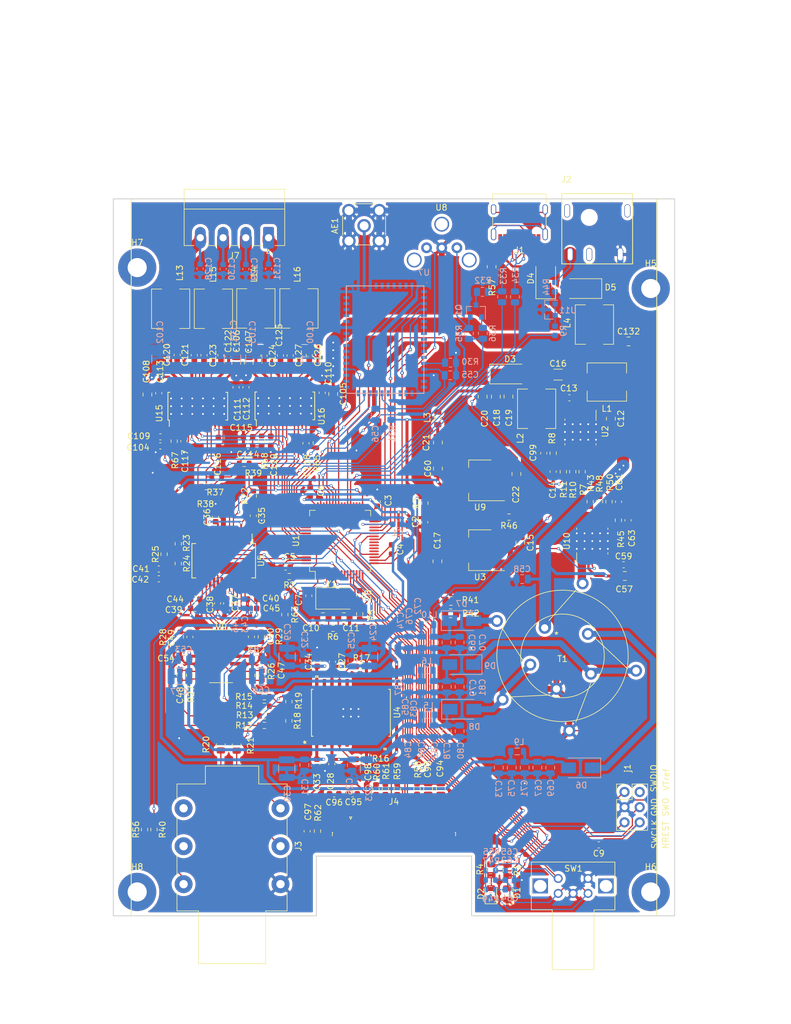
<source format=kicad_pcb>
(kicad_pcb (version 20171130) (host pcbnew 5.1.9)
  (layers (0 F.Cu signal) (31 B.Cu signal) (34 B.Paste user) (35 F.Paste user) (36 B.SilkS user) (37 F.SilkS user) (38 B.Mask user) (39 F.Mask user) (44 Edge.Cuts user))
  (net 0 "")
  (net 1 GND)
  (net 2 +3V3)
  (net 3 /stm32/BOOT)
  (net 4 /stm32/OSC_OUT)
  (net 5 /stm32/OSC_IN)
  (net 6 "Net-(Q1-Pad3)")
  (net 7 VCC)
  (net 8 /stm32/VCAP)
  (net 9 /BT_en)
  (net 10 /Bluetooth/vdd_x)
  (net 11 "Net-(Q1-Pad1)")
  (net 12 -15V)
  (net 13 +15V)
  (net 14 "Net-(AE1-Pad1)")
  (net 15 "Net-(C61-Pad1)")
  (net 16 /PCM1792/vdd2)
  (net 17 /OPA4134/INC)
  (net 18 /OPA4134/OUTC)
  (net 19 /OPA4134/INA)
  (net 20 /TPA6120A2/LIN+)
  (net 21 /OPA4134/INB)
  (net 22 /TPA6120A2/LIN-)
  (net 23 /OPA4134/IND)
  (net 24 /OPA4134/OUTD)
  (net 25 /nrst)
  (net 26 "Net-(C13-Pad1)")
  (net 27 /ec11_sw)
  (net 28 /ec11_a)
  (net 29 +3.3VDAC)
  (net 30 /ec11_b)
  (net 31 /stm32/led1)
  (net 32 /stm32/led2)
  (net 33 "Net-(J3-PadSN)")
  (net 34 /LOUT)
  (net 35 /ROUT)
  (net 36 /SAI_MCK)
  (net 37 /SAI_SCK_A)
  (net 38 /SAI_FS_A)
  (net 39 /SAI_SD_A)
  (net 40 /swo_tdo)
  (net 41 /swclk)
  (net 42 /swdio)
  (net 43 /I2C_SCL)
  (net 44 /I2C_SDA)
  (net 45 "Net-(R7-Pad1)")
  (net 46 /USB_DP)
  (net 47 /USB_DM)
  (net 48 "Net-(R15-Pad1)")
  (net 49 /hp_en)
  (net 50 /jack_in)
  (net 51 /SAI_FS)
  (net 52 /BT_play)
  (net 53 /BT_next)
  (net 54 /SAI_SD)
  (net 55 /BT_spdif)
  (net 56 /SAI_SCK)
  (net 57 /SPDIF_RX)
  (net 58 /BT_connected)
  (net 59 /BT_prev)
  (net 60 /stm32/vdd1)
  (net 61 "Net-(C14-Pad1)")
  (net 62 "Net-(C16-Pad2)")
  (net 63 "Net-(C16-Pad1)")
  (net 64 "Net-(C37-Pad1)")
  (net 65 "Net-(C38-Pad1)")
  (net 66 "Net-(C59-Pad1)")
  (net 67 "Net-(C63-Pad1)")
  (net 68 /hp_power/FB1)
  (net 69 "Net-(C79-Pad1)")
  (net 70 "Net-(D4-Pad2)")
  (net 71 /connector/vcc1)
  (net 72 "Net-(R10-Pad1)")
  (net 73 "Net-(R12-Pad1)")
  (net 74 "Net-(R13-Pad1)")
  (net 75 "Net-(R14-Pad1)")
  (net 76 "Net-(R18-Pad2)")
  (net 77 "Net-(R19-Pad2)")
  (net 78 "Net-(R24-Pad1)")
  (net 79 /hp_power/enx)
  (net 80 "Net-(R43-Pad1)")
  (net 81 "Net-(R48-Pad1)")
  (net 82 /connector/d+)
  (net 83 /connector/cc1)
  (net 84 "Net-(J1-PadA7)")
  (net 85 "Net-(J1-PadS1)")
  (net 86 /oled_096/VCCMH)
  (net 87 /oled_096/C2N)
  (net 88 /oled_096/C2P)
  (net 89 /oled_096/C1N)
  (net 90 /oled_096/C1P)
  (net 91 /oled_096/VBAT)
  (net 92 "Net-(C116-Pad1)")
  (net 93 "Net-(C117-Pad1)")
  (net 94 "Net-(C120-Pad2)")
  (net 95 "Net-(C120-Pad1)")
  (net 96 "Net-(C121-Pad2)")
  (net 97 "Net-(C122-Pad2)")
  (net 98 "Net-(C122-Pad1)")
  (net 99 "Net-(C123-Pad2)")
  (net 100 "Net-(C124-Pad1)")
  (net 101 "Net-(C126-Pad1)")
  (net 102 /out_a+)
  (net 103 /out_b+)
  (net 104 /out_a-)
  (net 105 /out_b-)
  (net 106 /oled_096/IREF)
  (net 107 /oled_096/A0)
  (net 108 /oled_en)
  (net 109 /oled_096/BS2)
  (net 110 /oled_096/BS1)
  (net 111 /USB_EN)
  (net 112 /5805_en)
  (net 113 "Net-(R67-Pad1)")
  (net 114 "Net-(C118-Pad1)")
  (net 115 "Net-(C119-Pad1)")
  (net 116 "Net-(C124-Pad2)")
  (net 117 "Net-(C125-Pad2)")
  (net 118 "Net-(C126-Pad2)")
  (net 119 "Net-(C127-Pad2)")
  (net 120 "Net-(R68-Pad1)")
  (net 121 "Net-(C99-Pad1)")
  (net 122 /oled_096/VCCx)
  (net 123 /TAS5805M/dvdd1)
  (net 124 +7.5V)
  (net 125 "Net-(C67-Pad1)")
  (net 126 /hp_power/out-)
  (net 127 /hp_power/out+)
  (net 128 "Net-(C15-Pad1)")
  (net 129 +5V)
  (net 130 "Net-(C21-Pad1)")
  (net 131 -8V)
  (net 132 +8V)
  (net 133 "Net-(C78-Pad1)")
  (net 134 /hp_power/out2+)
  (net 135 /hp_power/out2-)
  (net 136 /hp_power/sw)
  (net 137 /connector/v24)
  (net 138 +2V5)
  (net 139 /stm32/v24)
  (module Package_TO_SOT_SMD:SOT-23 (layer B.Cu) (at 172.99432 118.53672 180)
    (fp_text reference U11 (at -3.11912 -0.10668) (layer B.SilkS) (effects (justify mirror)))
    (fp_text value TL431DBZ)
    (pad 3 smd rect (at 1 0 180) (size 0.9 0.8) (layers B.Cu B.Paste B.Mask) (net 1 GND))
    (pad 2 smd rect (at -1 -0.95 180) (size 0.9 0.8) (layers B.Cu B.Paste B.Mask) (net 138 +2V5))
    (pad 1 smd rect (at -1 0.95 180) (size 0.9 0.8) (layers B.Cu B.Paste B.Mask) (net 138 +2V5))
  )
  (module Capacitor_SMD:C_0603_1608Metric (layer B.Cu) (at 173.95952 114.7572 270)
    (fp_text reference R44 (at 0 1.43 90) (layer B.SilkS) (effects (justify mirror)))
    (fp_text value 10k)
    (pad 2 smd roundrect (at 0.775 0 270) (size 0.9 0.95) (layers B.Cu B.Paste B.Mask) (net 138 +2V5))
    (pad 1 smd roundrect (at -0.775 0 270) (size 0.9 0.95) (layers B.Cu B.Paste B.Mask) (net 137 /connector/v24))
  )
  (module Capacitor_SMD:C_0603_1608Metric (layer B.Cu) (at 173.95952 122.0724 90)
    (fp_text reference R9 (at 0 1.43 90) (layer B.SilkS) (effects (justify mirror)))
    (fp_text value 100k)
    (pad 2 smd roundrect (at 0.775 0 90) (size 0.9 0.95) (layers B.Cu B.Paste B.Mask) (net 138 +2V5))
    (pad 1 smd roundrect (at -0.775 0 90) (size 0.9 0.95) (layers B.Cu B.Paste B.Mask) (net 139 /stm32/v24))
  )
  (module ti:TPA6120A2DWP (layer F.Cu) (at 139.7889 186.0169 90)
    (fp_text reference U4 (at 0.0635 7.74192 90) (layer F.SilkS))
    (fp_text value TPA6120A2)
    (fp_text user * (at -4.9403 -7.416 90) (layer F.SilkS))
    (fp_text user * (at -4.9403 -7.416 90) (layer F.SilkS))
    (pad 21 thru_hole circle (at 0.635 1.27 90) (size 0.6 0.6) (drill 0.3) (layers *.Cu) (net 1 GND))
    (pad 21 thru_hole circle (at -0.635 1.27 90) (size 0.6 0.6) (drill 0.3) (layers *.Cu) (net 1 GND))
    (pad 21 thru_hole circle (at 0.635 0 90) (size 0.6 0.6) (drill 0.3) (layers *.Cu) (net 1 GND))
    (pad 21 thru_hole circle (at -0.635 0 90) (size 0.6 0.6) (drill 0.3) (layers *.Cu) (net 1 GND))
    (pad 21 thru_hole circle (at 0.635 -1.27 90) (size 0.6 0.6) (drill 0.3) (layers *.Cu) (net 1 GND))
    (pad 21 thru_hole circle (at -0.635 -1.27 90) (size 0.6 0.6) (drill 0.3) (layers *.Cu) (net 1 GND))
    (pad 21 smd rect (at 0 0 90) (size 2.789999 3.81) (layers F.Cu F.Paste F.Mask) (net 1 GND))
    (pad 20 smd rect (at 4.6863 -5.715 90) (size 1.969999 0.558) (layers F.Cu F.Paste F.Mask) (net 12 -15V))
    (pad 19 smd rect (at 4.6863 -4.445 90) (size 1.969999 0.558) (layers F.Cu F.Paste F.Mask) (net 77 "Net-(R19-Pad2)"))
    (pad 18 smd rect (at 4.6863 -3.175 90) (size 1.969999 0.558) (layers F.Cu F.Paste F.Mask) (net 13 +15V))
    (pad 17 smd rect (at 4.6863 -1.905 90) (size 1.969999 0.558) (layers F.Cu F.Paste F.Mask) (net 48 "Net-(R15-Pad1)"))
    (pad 16 smd rect (at 4.6863 -0.635 90) (size 1.969999 0.558) (layers F.Cu F.Paste F.Mask) (net 75 "Net-(R14-Pad1)"))
    (pad 15 smd rect (at 4.6863 0.635 90) (size 1.969999 0.558) (layers F.Cu F.Paste F.Mask) (net 1 GND))
    (pad 14 smd rect (at 4.6863 1.905 90) (size 1.969999 0.558) (layers F.Cu F.Paste F.Mask) (net 1 GND))
    (pad 13 smd rect (at 4.6863 3.175 90) (size 1.969999 0.558) (layers F.Cu F.Paste F.Mask) (net 1 GND))
    (pad 12 smd rect (at 4.6863 4.445 90) (size 1.969999 0.558) (layers F.Cu F.Paste F.Mask) (net 1 GND))
    (pad 11 smd rect (at 4.6863 5.715 90) (size 1.969999 0.558) (layers F.Cu F.Paste F.Mask) (net 1 GND))
    (pad 10 smd rect (at -4.6863 5.715 90) (size 1.969999 0.558) (layers F.Cu F.Paste F.Mask) (net 1 GND))
    (pad 9 smd rect (at -4.6863 4.445 90) (size 1.969999 0.558) (layers F.Cu F.Paste F.Mask) (net 1 GND))
    (pad 8 smd rect (at -4.6863 3.175 90) (size 1.969999 0.558) (layers F.Cu F.Paste F.Mask) (net 1 GND))
    (pad 7 smd rect (at -4.6863 1.905 90) (size 1.969999 0.558) (layers F.Cu F.Paste F.Mask) (net 1 GND))
    (pad 6 smd rect (at -4.6863 0.635 90) (size 1.969999 0.558) (layers F.Cu F.Paste F.Mask) (net 1 GND))
    (pad 5 smd rect (at -4.6863 -0.635 90) (size 1.969999 0.558) (layers F.Cu F.Paste F.Mask) (net 74 "Net-(R13-Pad1)"))
    (pad 4 smd rect (at -4.6863 -1.905 90) (size 1.969999 0.558) (layers F.Cu F.Paste F.Mask) (net 73 "Net-(R12-Pad1)"))
    (pad 3 smd rect (at -4.6863 -3.175 90) (size 1.969999 0.558) (layers F.Cu F.Paste F.Mask) (net 13 +15V))
    (pad 2 smd rect (at -4.6863 -4.445 90) (size 1.969999 0.558) (layers F.Cu F.Paste F.Mask) (net 76 "Net-(R18-Pad2)"))
    (pad 1 smd rect (at -4.6863 -5.715 90) (size 1.969999 0.558) (layers F.Cu F.Paste F.Mask) (net 12 -15V))
  )
  (module Diode_SMD:D_SMA (layer B.Cu) (at 158.3182 170.5864)
    (fp_text reference D7 (at 0.0127 -2.8194 180) (layer B.SilkS) (effects (justify mirror)))
    (fp_text value ss34)
    (pad 2 smd rect (at 2 0) (size 2.5 1.8) (layers B.Cu B.Paste B.Mask) (net 127 /hp_power/out+))
    (pad 1 smd rect (at -2 0) (size 2.5 1.8) (layers B.Cu B.Paste B.Mask) (net 68 /hp_power/FB1))
  )
  (module misc:Transformer_10p_22x14 (layer F.Cu) (at 175.2219 176.4919)
    (fp_text reference T1 (at 0 0.5) (layer F.SilkS))
    (fp_text value Transformer_diy_02)
    (fp_text user * (at -1.016 -3.4925) (layer F.SilkS))
    (pad 10 thru_hole circle (at -10.9855 -5.842) (size 2 2) (drill 1.2) (layers *.Cu *.Mask) (net 127 /hp_power/out+))
    (pad 9 thru_hole circle (at -5.3975 1.4605) (size 2 2) (drill 1.2) (layers *.Cu *.Mask) (net 134 /hp_power/out2+))
    (pad 8 thru_hole circle (at -10.033 7.3025) (size 2 2) (drill 1.2) (layers *.Cu *.Mask) (net 134 /hp_power/out2+))
    (pad 7 thru_hole circle (at -1.016 5.5245) (size 2 2) (drill 1.2) (layers *.Cu *.Mask) (net 1 GND))
    (pad 3 thru_hole circle (at 4.2545 -3.683) (size 2 2) (drill 1.2) (layers *.Cu *.Mask) (net 126 /hp_power/out-))
    (pad 4 thru_hole circle (at 12.319 2.4765) (size 2 2) (drill 1.2) (layers *.Cu *.Mask) (net 135 /hp_power/out2-))
    (pad 5 thru_hole circle (at 4.7625 2.9845) (size 2 2) (drill 1.2) (layers *.Cu *.Mask) (net 135 /hp_power/out2-))
    (pad 6 thru_hole circle (at 1.143 12.5095) (size 2 2) (drill 1.2) (layers *.Cu *.Mask) (net 1 GND))
    (pad 1 thru_hole circle (at -2.9845 -4.699) (size 2 2) (drill 1.2) (layers *.Cu *.Mask) (net 7 VCC))
    (pad 2 thru_hole circle (at 3.3655 -12.1285) (size 2 2) (drill 1.2) (layers *.Cu *.Mask) (net 136 /hp_power/sw))
  )
  (module Inductor_SMD:L_0805_2012Metric (layer B.Cu) (at 152.4762 178.90236 180)
    (fp_text reference L6 (at 0 1.55) (layer B.SilkS) (effects (justify mirror)))
    (fp_text value "2.2uh / 0805")
    (pad 2 smd roundrect (at 1.0625 0 180) (size 0.875 1.2) (layers B.Cu B.Paste B.Mask) (net 131 -8V))
    (pad 1 smd roundrect (at -1.0625 0 180) (size 0.875 1.2) (layers B.Cu B.Paste B.Mask) (net 69 "Net-(C79-Pad1)"))
  )
  (module Inductor_SMD:L_0805_2012Metric (layer B.Cu) (at 152.77084 186.37504 180)
    (fp_text reference L5 (at 0 1.55) (layer B.SilkS) (effects (justify mirror)))
    (fp_text value "2.2uh / 0805")
    (pad 2 smd roundrect (at 1.0625 0 180) (size 0.875 1.2) (layers B.Cu B.Paste B.Mask) (net 132 +8V))
    (pad 1 smd roundrect (at -1.0625 0 180) (size 0.875 1.2) (layers B.Cu B.Paste B.Mask) (net 133 "Net-(C78-Pad1)"))
  )
  (module Diode_SMD:D_SMA (layer B.Cu) (at 158.32836 177.94732 180)
    (fp_text reference D9 (at -4.77012 -0.21336) (layer B.SilkS) (effects (justify mirror)))
    (fp_text value ss34)
    (pad 2 smd rect (at 2 0 180) (size 2.5 1.8) (layers B.Cu B.Paste B.Mask) (net 69 "Net-(C79-Pad1)"))
    (pad 1 smd rect (at -2 0 180) (size 2.5 1.8) (layers B.Cu B.Paste B.Mask) (net 135 /hp_power/out2-))
  )
  (module Diode_SMD:D_SMA (layer B.Cu) (at 158.38932 185.42)
    (fp_text reference D8 (at 2.09296 2.93624) (layer B.SilkS) (effects (justify mirror)))
    (fp_text value ss34)
    (pad 2 smd rect (at 2 0) (size 2.5 1.8) (layers B.Cu B.Paste B.Mask) (net 134 /hp_power/out2+))
    (pad 1 smd rect (at -2 0) (size 2.5 1.8) (layers B.Cu B.Paste B.Mask) (net 133 "Net-(C78-Pad1)"))
  )
  (module Capacitor_SMD:C_0805_2012Metric (layer B.Cu) (at 149.41804 181.67096 270)
    (fp_text reference C87 (at 0 1.68 90) (layer B.SilkS) (effects (justify mirror)))
    (fp_text value 22uf)
    (pad 2 smd roundrect (at 0.95 0 270) (size 1 1.45) (layers B.Cu B.Paste B.Mask) (net 1 GND))
    (pad 1 smd roundrect (at -0.95 0 270) (size 1 1.45) (layers B.Cu B.Paste B.Mask) (net 131 -8V))
  )
  (module Capacitor_SMD:C_0805_2012Metric (layer B.Cu) (at 151.564975 189.09476 270)
    (fp_text reference C86 (at 3.15784 -0.073025 90) (layer B.SilkS) (effects (justify mirror)))
    (fp_text value 22uf)
    (pad 2 smd roundrect (at 0.95 0 270) (size 1 1.45) (layers B.Cu B.Paste B.Mask) (net 1 GND))
    (pad 1 smd roundrect (at -0.95 0 270) (size 1 1.45) (layers B.Cu B.Paste B.Mask) (net 132 +8V))
  )
  (module Capacitor_SMD:C_0805_2012Metric (layer B.Cu) (at 151.55576 181.65936 270)
    (fp_text reference C85 (at 3.35932 2.63048 90) (layer B.SilkS) (effects (justify mirror)))
    (fp_text value 22uf)
    (pad 2 smd roundrect (at 0.95 0 270) (size 1 1.45) (layers B.Cu B.Paste B.Mask) (net 1 GND))
    (pad 1 smd roundrect (at -0.95 0 270) (size 1 1.45) (layers B.Cu B.Paste B.Mask) (net 131 -8V))
  )
  (module Capacitor_SMD:C_0805_2012Metric (layer B.Cu) (at 149.42312 189.05728 270)
    (fp_text reference C84 (at 3.1496 0.06096 90) (layer B.SilkS) (effects (justify mirror)))
    (fp_text value 22uf)
    (pad 2 smd roundrect (at 0.95 0 270) (size 1 1.45) (layers B.Cu B.Paste B.Mask) (net 1 GND))
    (pad 1 smd roundrect (at -0.95 0 270) (size 1 1.45) (layers B.Cu B.Paste B.Mask) (net 132 +8V))
  )
  (module Capacitor_SMD:C_0805_2012Metric (layer B.Cu) (at 153.71572 181.64556 270)
    (fp_text reference C83 (at 3.6576 3.38836 90) (layer B.SilkS) (effects (justify mirror)))
    (fp_text value 100nf)
    (pad 2 smd roundrect (at 0.95 0 270) (size 1 1.45) (layers B.Cu B.Paste B.Mask) (net 1 GND))
    (pad 1 smd roundrect (at -0.95 0 270) (size 1 1.45) (layers B.Cu B.Paste B.Mask) (net 69 "Net-(C79-Pad1)"))
  )
  (module Capacitor_SMD:C_0805_2012Metric (layer B.Cu) (at 153.70683 189.09284 270)
    (fp_text reference C82 (at 3.18008 -0.09525 90) (layer B.SilkS) (effects (justify mirror)))
    (fp_text value 100nf)
    (pad 2 smd roundrect (at 0.95 0 270) (size 1 1.45) (layers B.Cu B.Paste B.Mask) (net 1 GND))
    (pad 1 smd roundrect (at -0.95 0 270) (size 1 1.45) (layers B.Cu B.Paste B.Mask) (net 133 "Net-(C78-Pad1)"))
  )
  (module Capacitor_SMD:C_0805_2012Metric (layer B.Cu) (at 157.99562 181.65826 270)
    (fp_text reference C81 (at 0.1143 -3.81762 90) (layer B.SilkS) (effects (justify mirror)))
    (fp_text value 22uf)
    (pad 2 smd roundrect (at 0.95 0 270) (size 1 1.45) (layers B.Cu B.Paste B.Mask) (net 1 GND))
    (pad 1 smd roundrect (at -0.95 0 270) (size 1 1.45) (layers B.Cu B.Paste B.Mask) (net 69 "Net-(C79-Pad1)"))
  )
  (module Capacitor_SMD:C_0805_2012Metric (layer B.Cu) (at 157.99054 189.09284 270)
    (fp_text reference C80 (at 3.24612 -0.1905 90) (layer B.SilkS) (effects (justify mirror)))
    (fp_text value 22uf)
    (pad 2 smd roundrect (at 0.95 0 270) (size 1 1.45) (layers B.Cu B.Paste B.Mask) (net 1 GND))
    (pad 1 smd roundrect (at -0.95 0 270) (size 1 1.45) (layers B.Cu B.Paste B.Mask) (net 133 "Net-(C78-Pad1)"))
  )
  (module Capacitor_SMD:C_0805_2012Metric (layer B.Cu) (at 155.83662 181.65826 270)
    (fp_text reference C79 (at 0.17526 -4.41706 90) (layer B.SilkS) (effects (justify mirror)))
    (fp_text value 22uf)
    (pad 2 smd roundrect (at 0.95 0 270) (size 1 1.45) (layers B.Cu B.Paste B.Mask) (net 1 GND))
    (pad 1 smd roundrect (at -0.95 0 270) (size 1 1.45) (layers B.Cu B.Paste B.Mask) (net 69 "Net-(C79-Pad1)"))
  )
  (module Capacitor_SMD:C_0805_2012Metric (layer B.Cu) (at 155.848685 189.09284 270)
    (fp_text reference C78 (at 3.29184 -0.056515 90) (layer B.SilkS) (effects (justify mirror)))
    (fp_text value 22uf)
    (pad 2 smd roundrect (at 0.95 0 270) (size 1 1.45) (layers B.Cu B.Paste B.Mask) (net 1 GND))
    (pad 1 smd roundrect (at -0.95 0 270) (size 1 1.45) (layers B.Cu B.Paste B.Mask) (net 133 "Net-(C78-Pad1)"))
  )
  (module Capacitor_SMD:C_1210_3225Metric (layer B.Cu) (at 111.15548 179.89804 180)
    (fp_text reference C77 (at 0.17272 -2.5908) (layer B.SilkS) (effects (justify mirror)))
    (fp_text value 100uf)
    (pad 2 smd roundrect (at 1.475 0 180) (size 1.15 2.7) (layers B.Cu B.Paste B.Mask) (roundrect_rratio 0.2173904347826087) (net 1 GND))
    (pad 1 smd roundrect (at -1.475 0 180) (size 1.15 2.7) (layers B.Cu B.Paste B.Mask) (roundrect_rratio 0.2173904347826087) (net 132 +8V))
  )
  (module Capacitor_SMD:C_1210_3225Metric (layer B.Cu) (at 124.77496 179.89804)
    (fp_text reference C66 (at 0 2.3) (layer B.SilkS) (effects (justify mirror)))
    (fp_text value 100uf)
    (pad 2 smd roundrect (at 1.475 0) (size 1.15 2.7) (layers B.Cu B.Paste B.Mask) (roundrect_rratio 0.2173904347826087) (net 1 GND))
    (pad 1 smd roundrect (at -1.475 0) (size 1.15 2.7) (layers B.Cu B.Paste B.Mask) (roundrect_rratio 0.2173904347826087) (net 131 -8V))
  )
  (module Resistor_SMD:R_0603_1608Metric (layer F.Cu) (at 105.2322 205.5617 90)
    (fp_text reference R56 (at 0 -1.43 90) (layer F.SilkS))
    (fp_text value 9.53k)
    (pad 2 smd roundrect (at 0.825 0 90) (size 0.8 0.95) (layers F.Cu F.Paste F.Mask) (net 33 "Net-(J3-PadSN)"))
    (pad 1 smd roundrect (at -0.825 0 90) (size 0.8 0.95) (layers F.Cu F.Paste F.Mask) (net 2 +3V3))
  )
  (module Resistor_SMD:R_0603_1608Metric (layer F.Cu) (at 106.807 205.5622 270)
    (fp_text reference R40 (at 0 -1.43 90) (layer F.SilkS))
    (fp_text value 0)
    (pad 2 smd roundrect (at 0.825 0 270) (size 0.8 0.95) (layers F.Cu F.Paste F.Mask) (net 33 "Net-(J3-PadSN)"))
    (pad 1 smd roundrect (at -0.825 0 270) (size 0.8 0.95) (layers F.Cu F.Paste F.Mask) (net 50 /jack_in))
  )
  (module Capacitor_SMD:C_0603_1608Metric (layer B.Cu) (at 166.3954 212.4329)
    (fp_text reference C65 (at -0.03556 -3.14706) (layer B.SilkS) (effects (justify mirror)))
    (fp_text value 100nf)
    (pad 2 smd roundrect (at 0.775 0) (size 0.9 0.95) (layers B.Cu B.Paste B.Mask) (net 1 GND))
    (pad 1 smd roundrect (at -0.775 0) (size 0.9 0.95) (layers B.Cu B.Paste B.Mask) (net 27 /ec11_sw))
  )
  (module Capacitor_SMD:C_0603_1608Metric (layer B.Cu) (at 166.4081 215.6206)
    (fp_text reference C64 (at 0 1.43) (layer B.SilkS) (effects (justify mirror)))
    (fp_text value 100nf)
    (pad 2 smd roundrect (at 0.775 0) (size 0.9 0.95) (layers B.Cu B.Paste B.Mask) (net 1 GND))
    (pad 1 smd roundrect (at -0.775 0) (size 0.9 0.95) (layers B.Cu B.Paste B.Mask) (net 30 /ec11_b))
  )
  (module Capacitor_SMD:C_0603_1608Metric (layer B.Cu) (at 166.3954 214.0077)
    (fp_text reference C62 (at -0.01524 -3.30962) (layer B.SilkS) (effects (justify mirror)))
    (fp_text value 100nf)
    (pad 2 smd roundrect (at 0.775 0) (size 0.9 0.95) (layers B.Cu B.Paste B.Mask) (net 1 GND))
    (pad 1 smd roundrect (at -0.775 0) (size 0.9 0.95) (layers B.Cu B.Paste B.Mask) (net 28 /ec11_a))
  )
  (module Resistor_SMD:R_0603_1608Metric (layer B.Cu) (at 163.1696 212.4202)
    (fp_text reference R55 (at 0.16256 -3.13436) (layer B.SilkS) (effects (justify mirror)))
    (fp_text value 10k)
    (pad 2 smd roundrect (at 0.825 0) (size 0.8 0.95) (layers B.Cu B.Paste B.Mask) (net 27 /ec11_sw))
    (pad 1 smd roundrect (at -0.825 0) (size 0.8 0.95) (layers B.Cu B.Paste B.Mask) (net 2 +3V3))
  )
  (module Resistor_SMD:R_0603_1608Metric (layer B.Cu) (at 163.1823 215.6079)
    (fp_text reference R49 (at 0.01778 1.63322) (layer B.SilkS) (effects (justify mirror)))
    (fp_text value 10k)
    (pad 2 smd roundrect (at 0.825 0) (size 0.8 0.95) (layers B.Cu B.Paste B.Mask) (net 30 /ec11_b))
    (pad 1 smd roundrect (at -0.825 0) (size 0.8 0.95) (layers B.Cu B.Paste B.Mask) (net 2 +3V3))
  )
  (module Resistor_SMD:R_0603_1608Metric (layer B.Cu) (at 163.1696 214.0077)
    (fp_text reference R47 (at 0.13716 -3.17246) (layer B.SilkS) (effects (justify mirror)))
    (fp_text value 10k)
    (pad 2 smd roundrect (at 0.825 0) (size 0.8 0.95) (layers B.Cu B.Paste B.Mask) (net 28 /ec11_a))
    (pad 1 smd roundrect (at -0.825 0) (size 0.8 0.95) (layers B.Cu B.Paste B.Mask) (net 2 +3V3))
  )
  (module Capacitor_SMD:C_0805_2012Metric (layer B.Cu) (at 168.4655 163.6395 180)
    (fp_text reference C58 (at 0 1.68) (layer B.SilkS) (effects (justify mirror)))
    (fp_text value 10uf)
    (pad 2 smd roundrect (at 0.95 0 180) (size 1 1.45) (layers B.Cu B.Paste B.Mask) (net 1 GND))
    (pad 1 smd roundrect (at -0.95 0 180) (size 1 1.45) (layers B.Cu B.Paste B.Mask) (net 7 VCC))
  )
  (module Resistor_SMD:R_0603_1608Metric (layer F.Cu) (at 166.2689 153.2636 180)
    (fp_text reference R46 (at 0 -1.43) (layer F.SilkS))
    (fp_text value 0Ω)
    (pad 2 smd roundrect (at 0.825 0 180) (size 0.8 0.95) (layers F.Cu F.Paste F.Mask) (net 129 +5V))
    (pad 1 smd roundrect (at -0.825 0 180) (size 0.8 0.95) (layers F.Cu F.Paste F.Mask) (net 128 "Net-(C15-Pad1)"))
  )
  (module Package_TO_SOT_SMD:SOT-223-3_TabPin2 (layer F.Cu) (at 161.417 147.11172 180)
    (fp_text reference U9 (at 0 -4.5) (layer F.SilkS))
    (fp_text value AMS1117-5.0)
    (pad 1 smd rect (at -3.15 -2.3 180) (size 2 1.5) (layers F.Cu F.Paste F.Mask) (net 1 GND))
    (pad 3 smd rect (at -3.15 2.3 180) (size 2 1.5) (layers F.Cu F.Paste F.Mask) (net 130 "Net-(C21-Pad1)"))
    (pad 2 smd rect (at -3.15 0 180) (size 2 1.5) (layers F.Cu F.Paste F.Mask) (net 129 +5V))
    (pad 2 smd rect (at 3.15 0 180) (size 2 3.8) (layers F.Cu F.Paste F.Mask) (net 129 +5V))
  )
  (module Capacitor_SMD:C_0805_2012Metric (layer F.Cu) (at 154.3558 145.1356 90)
    (fp_text reference C60 (at 0 -1.68 90) (layer F.SilkS))
    (fp_text value 1uf)
    (pad 2 smd roundrect (at 0.95 0 90) (size 1 1.45) (layers F.Cu F.Paste F.Mask) (net 1 GND))
    (pad 1 smd roundrect (at -0.95 0 90) (size 1 1.45) (layers F.Cu F.Paste F.Mask) (net 129 +5V))
  )
  (module misc:swd_pcb_2.54 (layer F.Cu) (at 191.897 201.7522 90)
    (fp_text reference j1 (at 6.4516 -5.7912 270) (layer F.SilkS))
    (fp_text value swd_pcb_2.54)
    (fp_text user VTref (at 4.572 0.7112 90) (layer F.SilkS))
    (fp_text user NREST (at -4.7244 0.6096 90) (layer F.SilkS))
    (fp_text user SWO (at -0.0508 0.6096 90) (layer F.SilkS))
    (fp_text user SWCLK (at -4.572 -1.2192 90) (layer F.SilkS))
    (fp_text user SWDIO (at 4.7752 -1.3716 90) (layer F.SilkS))
    (fp_text user GND (at -0.0635 -1.27 90) (layer F.SilkS))
    (pad 6 thru_hole circle (at -2.6035 -3.7465) (size 1.7 1.7) (drill 1) (layers *.Cu *.Mask) (net 25 /nrst))
    (pad 5 thru_hole circle (at -2.6035 -6.2865) (size 1.7 1.7) (drill 1) (layers *.Cu *.Mask) (net 41 /swclk))
    (pad 4 thru_hole circle (at -0.0635 -3.7465) (size 1.7 1.7) (drill 1) (layers *.Cu *.Mask) (net 40 /swo_tdo))
    (pad 3 thru_hole circle (at -0.0635 -6.2865) (size 1.7 1.7) (drill 1) (layers *.Cu *.Mask) (net 1 GND))
    (pad 2 thru_hole circle (at 2.4765 -3.7465) (size 1.7 1.7) (drill 1) (layers *.Cu *.Mask))
    (pad 1 thru_hole circle (at 2.4765 -6.2865) (size 1.7 1.7) (drill 1) (layers *.Cu *.Mask) (net 42 /swdio))
  )
  (module Connector_Coaxial:SMA_Molex_73251-2200_Horizontal (layer F.Cu) (at 142 104.5)
    (fp_text reference AE1 (at -4.9 0 90) (layer F.SilkS))
    (fp_text value Antenna_Shield)
    (pad 2 thru_hole circle (at -2.54 2.54) (size 2.25 2.25) (drill 1.5) (layers *.Cu *.Mask) (net 1 GND))
    (pad 2 thru_hole circle (at -2.54 -2.54) (size 2.25 2.25) (drill 1.5) (layers *.Cu *.Mask) (net 1 GND))
    (pad 2 thru_hole circle (at 2.54 -2.54) (size 2.25 2.25) (drill 1.5) (layers *.Cu *.Mask) (net 1 GND))
    (pad 2 thru_hole circle (at 2.54 2.54 90) (size 2.25 2.25) (drill 1.5) (layers *.Cu *.Mask) (net 1 GND))
    (pad 1 thru_hole circle (at 0 0) (size 2.25 2.25) (drill 1.5) (layers *.Cu *.Mask) (net 14 "Net-(AE1-Pad1)"))
  )
  (module Connector_Phoenix_MC:PhoenixContact_MC_1,5_4-G-3.81_1x04_P3.81mm_Horizontal (layer F.Cu) (at 126 106.5 180)
    (fp_text reference J7 (at 5.72 -3) (layer F.SilkS))
    (fp_text value PW_OUT)
    (pad 4 thru_hole oval (at 11.43 0 180) (size 1.8 3.6) (drill 1.2) (layers *.Cu *.Mask) (net 102 /out_a+))
    (pad 3 thru_hole oval (at 7.62 0 180) (size 1.8 3.6) (drill 1.2) (layers *.Cu *.Mask) (net 104 /out_a-))
    (pad 2 thru_hole oval (at 3.81 0 180) (size 1.8 3.6) (drill 1.2) (layers *.Cu *.Mask) (net 103 /out_b+))
    (pad 1 thru_hole roundrect (at 0 0 180) (size 1.8 3.6) (drill 1.2) (layers *.Cu *.Mask) (roundrect_rratio 0.1388888888888889) (net 105 /out_b-))
  )
  (module Capacitor_SMD:C_0603_1608Metric (layer F.Cu) (at 123.444 153.035 270)
    (fp_text reference C35 (at 0 -1.43 90) (layer F.SilkS))
    (fp_text value 10uf)
    (pad 2 smd roundrect (at 0.775 0 270) (size 0.9 0.95) (layers F.Cu F.Paste F.Mask) (net 1 GND))
    (pad 1 smd roundrect (at -0.775 0 270) (size 0.9 0.95) (layers F.Cu F.Paste F.Mask) (net 29 +3.3VDAC))
  )
  (module Resistor_SMD:R_0805_2012Metric (layer B.Cu) (at 167.259 116.3955 90)
    (fp_text reference R34 (at 3.6195 0.127 270) (layer B.SilkS) (effects (justify mirror)))
    (fp_text value 12Ω)
    (pad 2 smd roundrect (at 0.9125 0 90) (size 1.025 1.4) (layers B.Cu B.Paste B.Mask) (roundrect_rratio 0.2439004878048781) (net 84 "Net-(J1-PadA7)"))
    (pad 1 smd roundrect (at -0.9125 0 90) (size 1.025 1.4) (layers B.Cu B.Paste B.Mask) (roundrect_rratio 0.2439004878048781) (net 47 /USB_DM))
  )
  (module Capacitor_SMD:C_0603_1608Metric (layer B.Cu) (at 147.58416 154.46756)
    (fp_text reference C1 (at 0 1.43) (layer B.SilkS) (effects (justify mirror)))
    (fp_text value 4.7uf)
    (pad 2 smd roundrect (at 0.775 0) (size 0.9 0.95) (layers B.Cu B.Paste B.Mask) (net 1 GND))
    (pad 1 smd roundrect (at -0.775 0) (size 0.9 0.95) (layers B.Cu B.Paste B.Mask) (net 8 /stm32/VCAP))
  )
  (module Capacitor_SMD:C_0603_1608Metric (layer F.Cu) (at 152.1587 154.1272 270)
    (fp_text reference C2 (at -0.0889 1.5494 90) (layer F.SilkS))
    (fp_text value 10uf)
    (pad 2 smd roundrect (at 0.775 0 270) (size 0.9 0.95) (layers F.Cu F.Paste F.Mask) (net 1 GND))
    (pad 1 smd roundrect (at -0.775 0 270) (size 0.9 0.95) (layers F.Cu F.Paste F.Mask) (net 60 /stm32/vdd1))
  )
  (module Resistor_SMD:R_0603_1608Metric (layer F.Cu) (at 134.1882 205.8162 270)
    (fp_text reference R62 (at -3.048 -0.0889 90) (layer F.SilkS))
    (fp_text value 0Ω)
    (pad 2 smd roundrect (at 0.825 0 270) (size 0.8 0.95) (layers F.Cu F.Paste F.Mask) (net 2 +3V3))
    (pad 1 smd roundrect (at -0.825 0 270) (size 0.8 0.95) (layers F.Cu F.Paste F.Mask) (net 91 /oled_096/VBAT))
  )
  (module Resistor_SMD:R_0603_1608Metric (layer F.Cu) (at 128.7272 169.5831 270)
    (fp_text reference R63 (at 0 -1.6891 90) (layer F.SilkS))
    (fp_text value 9.53k)
    (pad 2 smd roundrect (at 0.825 0 270) (size 0.8 0.95) (layers F.Cu F.Paste F.Mask) (net 1 GND))
    (pad 1 smd roundrect (at -0.825 0 270) (size 0.8 0.95) (layers F.Cu F.Paste F.Mask) (net 108 /oled_en))
  )
  (module Resistor_SMD:R_0603_1608Metric (layer F.Cu) (at 145.56232 198.83348 270)
    (fp_text reference R61 (at -3.05028 -0.10668 90) (layer F.SilkS))
    (fp_text value 9.53k)
    (pad 2 smd roundrect (at 0.825 0 270) (size 0.8 0.95) (layers F.Cu F.Paste F.Mask) (net 109 /oled_096/BS2))
    (pad 1 smd roundrect (at -0.825 0 270) (size 0.8 0.95) (layers F.Cu F.Paste F.Mask) (net 1 GND))
  )
  (module Resistor_SMD:R_0603_1608Metric (layer F.Cu) (at 143.9926 198.84872 270)
    (fp_text reference R60 (at -2.96392 -0.1397 90) (layer F.SilkS))
    (fp_text value 9.53k)
    (pad 2 smd roundrect (at 0.825 0 270) (size 0.8 0.95) (layers F.Cu F.Paste F.Mask) (net 110 /oled_096/BS1))
    (pad 1 smd roundrect (at -0.825 0 270) (size 0.8 0.95) (layers F.Cu F.Paste F.Mask) (net 91 /oled_096/VBAT))
  )
  (module Resistor_SMD:R_0603_1608Metric (layer F.Cu) (at 147.54352 198.83856 270)
    (fp_text reference R59 (at -3.01726 -0.00508 90) (layer F.SilkS))
    (fp_text value 9.53k)
    (pad 2 smd roundrect (at 0.825 0 270) (size 0.8 0.95) (layers F.Cu F.Paste F.Mask) (net 107 /oled_096/A0))
    (pad 1 smd roundrect (at -0.825 0 270) (size 0.8 0.95) (layers F.Cu F.Paste F.Mask) (net 1 GND))
  )
  (module Resistor_SMD:R_0603_1608Metric (layer F.Cu) (at 150.86076 198.78268 270)
    (fp_text reference R58 (at -3.26618 -0.15494 90) (layer F.SilkS))
    (fp_text value 760k)
    (pad 2 smd roundrect (at 0.825 0 270) (size 0.8 0.95) (layers F.Cu F.Paste F.Mask) (net 106 /oled_096/IREF))
    (pad 1 smd roundrect (at -0.825 0 270) (size 0.8 0.95) (layers F.Cu F.Paste F.Mask) (net 1 GND))
  )
  (module Capacitor_SMD:C_0603_1608Metric (layer F.Cu) (at 132.461 205.8416 270)
    (fp_text reference C97 (at -3.2385 -0.1524 90) (layer F.SilkS))
    (fp_text value 10uf)
    (pad 2 smd roundrect (at 0.775 0 270) (size 0.9 0.95) (layers F.Cu F.Paste F.Mask) (net 1 GND))
    (pad 1 smd roundrect (at -0.775 0 270) (size 0.9 0.95) (layers F.Cu F.Paste F.Mask) (net 91 /oled_096/VBAT))
  )
  (module Capacitor_SMD:C_0603_1608Metric (layer F.Cu) (at 136.98728 199.58532 180)
    (fp_text reference C96 (at 0 -1.43) (layer F.SilkS))
    (fp_text value 1uf)
    (pad 2 smd roundrect (at 0.775 0 180) (size 0.9 0.95) (layers F.Cu F.Paste F.Mask) (net 89 /oled_096/C1N))
    (pad 1 smd roundrect (at -0.775 0 180) (size 0.9 0.95) (layers F.Cu F.Paste F.Mask) (net 90 /oled_096/C1P))
  )
  (module Capacitor_SMD:C_0603_1608Metric (layer F.Cu) (at 140.07338 199.59294)
    (fp_text reference C95 (at 0.13462 1.36906) (layer F.SilkS))
    (fp_text value 1uf)
    (pad 2 smd roundrect (at 0.775 0) (size 0.9 0.95) (layers F.Cu F.Paste F.Mask) (net 87 /oled_096/C2N))
    (pad 1 smd roundrect (at -0.775 0) (size 0.9 0.95) (layers F.Cu F.Paste F.Mask) (net 88 /oled_096/C2P))
  )
  (module Resistor_SMD:R_0603_1608Metric (layer F.Cu) (at 110.871 157.734 90)
    (fp_text reference R23 (at 0.127 1.397 90) (layer F.SilkS))
    (fp_text value 9.53k)
    (pad 2 smd roundrect (at 0.825 0 90) (size 0.8 0.95) (layers F.Cu F.Paste F.Mask) (net 49 /hp_en))
    (pad 1 smd roundrect (at -0.825 0 90) (size 0.8 0.95) (layers F.Cu F.Paste F.Mask) (net 1 GND))
  )
  (module Resistor_SMD:R_0603_1608Metric (layer F.Cu) (at 133.985 140.83792 270)
    (fp_text reference R65 (at 3.43408 -0.127 90) (layer F.SilkS))
    (fp_text value 9.53k)
    (pad 2 smd roundrect (at 0.825 0 270) (size 0.8 0.95) (layers F.Cu F.Paste F.Mask) (net 1 GND))
    (pad 1 smd roundrect (at -0.825 0 270) (size 0.8 0.95) (layers F.Cu F.Paste F.Mask) (net 112 /5805_en))
  )
  (module Capacitor_SMD:C_0603_1608Metric (layer F.Cu) (at 126.365 140.50772 270)
    (fp_text reference C119 (at 4.01828 -0.508 270) (layer F.SilkS))
    (fp_text value 1uf)
    (pad 2 smd roundrect (at 0.775 0 270) (size 0.9 0.95) (layers F.Cu F.Paste F.Mask) (net 1 GND))
    (pad 1 smd roundrect (at -0.775 0 270) (size 0.9 0.95) (layers F.Cu F.Paste F.Mask) (net 115 "Net-(C119-Pad1)"))
  )
  (module Capacitor_SMD:C_0603_1608Metric (layer F.Cu) (at 132.26288 140.90396 270)
    (fp_text reference C118 (at 3.74904 -0.19812 270) (layer F.SilkS))
    (fp_text value 1uf)
    (pad 2 smd roundrect (at 0.775 0 270) (size 0.9 0.95) (layers F.Cu F.Paste F.Mask) (net 1 GND))
    (pad 1 smd roundrect (at -0.775 0 270) (size 0.9 0.95) (layers F.Cu F.Paste F.Mask) (net 114 "Net-(C118-Pad1)"))
  )
  (module Capacitor_SMD:C_0603_1608Metric (layer F.Cu) (at 111.81588 140.55852 270)
    (fp_text reference C117 (at 3.33248 -0.19812 270) (layer F.SilkS))
    (fp_text value 1uf)
    (pad 2 smd roundrect (at 0.775 0 270) (size 0.9 0.95) (layers F.Cu F.Paste F.Mask) (net 1 GND))
    (pad 1 smd roundrect (at -0.775 0 270) (size 0.9 0.95) (layers F.Cu F.Paste F.Mask) (net 93 "Net-(C117-Pad1)"))
  )
  (module Capacitor_SMD:C_0603_1608Metric (layer F.Cu) (at 117.602 140.716 270)
    (fp_text reference C116 (at 3.683 0.127 270) (layer F.SilkS))
    (fp_text value 1uf)
    (pad 2 smd roundrect (at 0.775 0 270) (size 0.9 0.95) (layers F.Cu F.Paste F.Mask) (net 1 GND))
    (pad 1 smd roundrect (at -0.775 0 270) (size 0.9 0.95) (layers F.Cu F.Paste F.Mask) (net 92 "Net-(C116-Pad1)"))
  )
  (module Capacitor_SMD:C_0603_1608Metric (layer F.Cu) (at 122.555 141.351 180)
    (fp_text reference C114 (at 0 -1.43 180) (layer F.SilkS))
    (fp_text value 4.7uf)
    (pad 2 smd roundrect (at 0.775 0 180) (size 0.9 0.95) (layers F.Cu F.Paste F.Mask) (net 1 GND))
    (pad 1 smd roundrect (at -0.775 0 180) (size 0.9 0.95) (layers F.Cu F.Paste F.Mask) (net 123 /TAS5805M/dvdd1))
  )
  (module Capacitor_SMD:C_0603_1608Metric (layer F.Cu) (at 107.8738 141.351 180)
    (fp_text reference C104 (at 3.7338 -0.254 180) (layer F.SilkS))
    (fp_text value 4.7uf)
    (pad 2 smd roundrect (at 0.775 0 180) (size 0.9 0.95) (layers F.Cu F.Paste F.Mask) (net 1 GND))
    (pad 1 smd roundrect (at -0.775 0 180) (size 0.9 0.95) (layers F.Cu F.Paste F.Mask) (net 123 /TAS5805M/dvdd1))
  )
  (module Capacitor_SMD:C_0805_2012Metric (layer F.Cu) (at 186.28868 123.85548)
    (fp_text reference C132 (at 0 -1.68) (layer F.SilkS))
    (fp_text value 10uf)
    (pad 2 smd roundrect (at 0.95 0) (size 1 1.45) (layers F.Cu F.Paste F.Mask) (net 1 GND))
    (pad 1 smd roundrect (at -0.95 0) (size 1 1.45) (layers F.Cu F.Paste F.Mask) (net 7 VCC))
  )
  (module Capacitor_SMD:C_0603_1608Metric (layer F.Cu) (at 112.01908 176.86528 180)
    (fp_text reference C54 (at 3.18008 -0.04572) (layer F.SilkS))
    (fp_text value 100nf)
    (pad 2 smd roundrect (at 0.775 0 180) (size 0.9 0.95) (layers F.Cu F.Paste F.Mask) (net 1 GND))
    (pad 1 smd roundrect (at -0.775 0 180) (size 0.9 0.95) (layers F.Cu F.Paste F.Mask) (net 132 +8V))
  )
  (module Capacitor_SMD:C_0603_1608Metric (layer F.Cu) (at 123.93168 176.89068)
    (fp_text reference C52 (at 0 -1.43) (layer F.SilkS))
    (fp_text value 100nf)
    (pad 2 smd roundrect (at 0.775 0) (size 0.9 0.95) (layers F.Cu F.Paste F.Mask) (net 1 GND))
    (pad 1 smd roundrect (at -0.775 0) (size 0.9 0.95) (layers F.Cu F.Paste F.Mask) (net 131 -8V))
  )
  (module Capacitor_SMD:C_0603_1608Metric (layer F.Cu) (at 134.13232 177.45964 90)
    (fp_text reference C34 (at 0 -1.43 90) (layer F.SilkS))
    (fp_text value 100nf)
    (pad 2 smd roundrect (at 0.775 0 90) (size 0.9 0.95) (layers F.Cu F.Paste F.Mask) (net 1 GND))
    (pad 1 smd roundrect (at -0.775 0 90) (size 0.9 0.95) (layers F.Cu F.Paste F.Mask) (net 12 -15V))
  )
  (module Capacitor_SMD:C_0603_1608Metric (layer F.Cu) (at 134.0866 194.564 270)
    (fp_text reference C33 (at 3.048 -0.0254 90) (layer F.SilkS))
    (fp_text value 100nf)
    (pad 2 smd roundrect (at 0.775 0 270) (size 0.9 0.95) (layers F.Cu F.Paste F.Mask) (net 1 GND))
    (pad 1 smd roundrect (at -0.775 0 270) (size 0.9 0.95) (layers F.Cu F.Paste F.Mask) (net 12 -15V))
  )
  (module Capacitor_SMD:C_0603_1608Metric (layer F.Cu) (at 136.58596 194.59448 270)
    (fp_text reference C28 (at 2.89052 0.18796 90) (layer F.SilkS))
    (fp_text value 100nf)
    (pad 2 smd roundrect (at 0.775 0 270) (size 0.9 0.95) (layers F.Cu F.Paste F.Mask) (net 1 GND))
    (pad 1 smd roundrect (at -0.775 0 270) (size 0.9 0.95) (layers F.Cu F.Paste F.Mask) (net 13 +15V))
  )
  (module Capacitor_SMD:C_0603_1608Metric (layer F.Cu) (at 136.69264 177.46472 90)
    (fp_text reference C27 (at 0.04572 1.61036 90) (layer F.SilkS))
    (fp_text value 100nf)
    (pad 2 smd roundrect (at 0.775 0 90) (size 0.9 0.95) (layers F.Cu F.Paste F.Mask) (net 1 GND))
    (pad 1 smd roundrect (at -0.775 0 90) (size 0.9 0.95) (layers F.Cu F.Paste F.Mask) (net 13 +15V))
  )
  (module Resistor_SMD:R_0603_1608Metric (layer F.Cu) (at 121.92 144.272)
    (fp_text reference R39 (at 1.524 1.651 180) (layer F.SilkS))
    (fp_text value 0Ω)
    (pad 2 smd roundrect (at 0.825 0) (size 0.8 0.95) (layers F.Cu F.Paste F.Mask) (net 2 +3V3))
    (pad 1 smd roundrect (at -0.825 0) (size 0.8 0.95) (layers F.Cu F.Paste F.Mask) (net 123 /TAS5805M/dvdd1))
  )
  (module Resistor_SMD:R_0603_1608Metric (layer F.Cu) (at 115.5954 148.1582 180)
    (fp_text reference R38 (at 0.17272 -2.91084) (layer F.SilkS))
    (fp_text value 4.7k)
    (pad 2 smd roundrect (at 0.825 0 180) (size 0.8 0.95) (layers F.Cu F.Paste F.Mask) (net 44 /I2C_SDA))
    (pad 1 smd roundrect (at -0.825 0 180) (size 0.8 0.95) (layers F.Cu F.Paste F.Mask) (net 2 +3V3))
  )
  (module Resistor_SMD:R_0603_1608Metric (layer F.Cu) (at 117.3226 146.5326 180)
    (fp_text reference R37 (at 0.254 -2.58064) (layer F.SilkS))
    (fp_text value 4.7k)
    (pad 2 smd roundrect (at 0.825 0 180) (size 0.8 0.95) (layers F.Cu F.Paste F.Mask) (net 43 /I2C_SCL))
    (pad 1 smd roundrect (at -0.825 0 180) (size 0.8 0.95) (layers F.Cu F.Paste F.Mask) (net 2 +3V3))
  )
  (module Resistor_SMD:R_0603_1608Metric (layer F.Cu) (at 141.25956 169.46372 90)
    (fp_text reference R5 (at -0.20828 1.99644 90) (layer F.SilkS))
    (fp_text value 9.53k)
    (pad 2 smd roundrect (at 0.825 0 90) (size 0.8 0.95) (layers F.Cu F.Paste F.Mask) (net 25 /nrst))
    (pad 1 smd roundrect (at -0.825 0 90) (size 0.8 0.95) (layers F.Cu F.Paste F.Mask) (net 60 /stm32/vdd1))
  )
  (module Resistor_SMD:R_0603_1608Metric (layer F.Cu) (at 152.1714 150.9268 90)
    (fp_text reference R3 (at 0 -1.43 90) (layer F.SilkS))
    (fp_text value 0Ω)
    (pad 2 smd roundrect (at 0.825 0 90) (size 0.8 0.95) (layers F.Cu F.Paste F.Mask) (net 2 +3V3))
    (pad 1 smd roundrect (at -0.825 0 90) (size 0.8 0.95) (layers F.Cu F.Paste F.Mask) (net 60 /stm32/vdd1))
  )
  (module Resistor_SMD:R_0603_1608Metric (layer F.Cu) (at 129.46634 163.2204 180)
    (fp_text reference R2 (at 0 -1.43) (layer F.SilkS))
    (fp_text value 9.53kΩ)
    (pad 2 smd roundrect (at 0.825 0 180) (size 0.8 0.95) (layers F.Cu F.Paste F.Mask) (net 1 GND))
    (pad 1 smd roundrect (at -0.825 0 180) (size 0.8 0.95) (layers F.Cu F.Paste F.Mask) (net 3 /stm32/BOOT))
  )
  (module Capacitor_SMD:C_0603_1608Metric (layer F.Cu) (at 117.12956 153.25344 90)
    (fp_text reference C36 (at 0 -1.43 90) (layer F.SilkS))
    (fp_text value 100nf)
    (pad 2 smd roundrect (at 0.775 0 90) (size 0.9 0.95) (layers F.Cu F.Paste F.Mask) (net 1 GND))
    (pad 1 smd roundrect (at -0.775 0 90) (size 0.9 0.95) (layers F.Cu F.Paste F.Mask) (net 29 +3.3VDAC))
  )
  (module Capacitor_SMD:C_1206_3216Metric (layer F.Cu) (at 174.4726 129.413)
    (fp_text reference C16 (at 0 -1.85) (layer F.SilkS))
    (fp_text value 2.2uf)
    (pad 2 smd roundrect (at 1.475 0) (size 1.15 1.8) (layers F.Cu F.Paste F.Mask) (roundrect_rratio 0.2173904347826087) (net 62 "Net-(C16-Pad2)"))
    (pad 1 smd roundrect (at -1.475 0) (size 1.15 1.8) (layers F.Cu F.Paste F.Mask) (roundrect_rratio 0.2173904347826087) (net 63 "Net-(C16-Pad1)"))
  )
  (module Resistor_SMD:R_0603_1608Metric (layer F.Cu) (at 183.007 150.6728 270)
    (fp_text reference R50 (at -3.2385 -0.1778 90) (layer F.SilkS))
    (fp_text value 13k)
    (pad 2 smd roundrect (at 0.825 0 270) (size 0.8 0.95) (layers F.Cu F.Paste F.Mask) (net 81 "Net-(R48-Pad1)"))
    (pad 1 smd roundrect (at -0.825 0 270) (size 0.8 0.95) (layers F.Cu F.Paste F.Mask) (net 68 /hp_power/FB1))
  )
  (module Resistor_SMD:R_0603_1608Metric (layer F.Cu) (at 181.4322 150.6728 90)
    (fp_text reference R48 (at 2.9972 0 90) (layer F.SilkS))
    (fp_text value 1k)
    (pad 2 smd roundrect (at 0.825 0 90) (size 0.8 0.95) (layers F.Cu F.Paste F.Mask) (net 1 GND))
    (pad 1 smd roundrect (at -0.825 0 90) (size 0.8 0.95) (layers F.Cu F.Paste F.Mask) (net 81 "Net-(R48-Pad1)"))
  )
  (module Resistor_SMD:R_0603_1608Metric (layer F.Cu) (at 184.5818 153.7848 90)
    (fp_text reference R45 (at -3.1745 0.4318 90) (layer F.SilkS))
    (fp_text value 2.37k)
    (pad 2 smd roundrect (at 0.825 0 90) (size 0.8 0.95) (layers F.Cu F.Paste F.Mask) (net 15 "Net-(C61-Pad1)"))
    (pad 1 smd roundrect (at -0.825 0 90) (size 0.8 0.95) (layers F.Cu F.Paste F.Mask) (net 67 "Net-(C63-Pad1)"))
  )
  (module Resistor_SMD:R_0603_1608Metric (layer F.Cu) (at 179.8574 150.6728 90)
    (fp_text reference R43 (at 3.0861 0.1016 90) (layer F.SilkS))
    (fp_text value 43k)
    (pad 2 smd roundrect (at 0.825 0 90) (size 0.8 0.95) (layers F.Cu F.Paste F.Mask) (net 1 GND))
    (pad 1 smd roundrect (at -0.825 0 90) (size 0.8 0.95) (layers F.Cu F.Paste F.Mask) (net 80 "Net-(R43-Pad1)"))
  )
  (module Resistor_SMD:R_0603_1608Metric (layer F.Cu) (at 175.3616 145.669 90)
    (fp_text reference R11 (at -2.9591 0.0508 90) (layer F.SilkS))
    (fp_text value 5k)
    (pad 2 smd roundrect (at 0.825 0 90) (size 0.8 0.95) (layers F.Cu F.Paste F.Mask) (net 72 "Net-(R10-Pad1)"))
    (pad 1 smd roundrect (at -0.825 0 90) (size 0.8 0.95) (layers F.Cu F.Paste F.Mask) (net 124 +7.5V))
  )
  (module Resistor_SMD:R_0603_1608Metric (layer F.Cu) (at 176.9364 145.6568 270)
    (fp_text reference R10 (at 3.0348 -0.0381 90) (layer F.SilkS))
    (fp_text value 1k)
    (pad 2 smd roundrect (at 0.825 0 270) (size 0.8 0.95) (layers F.Cu F.Paste F.Mask) (net 1 GND))
    (pad 1 smd roundrect (at -0.825 0 270) (size 0.8 0.95) (layers F.Cu F.Paste F.Mask) (net 72 "Net-(R10-Pad1)"))
  )
  (module Resistor_SMD:R_0603_1608Metric (layer F.Cu) (at 173.6598 142.5702 270)
    (fp_text reference R8 (at -2.4892 0.1778 90) (layer F.SilkS))
    (fp_text value 2.37k)
    (pad 2 smd roundrect (at 0.825 0 270) (size 0.8 0.95) (layers F.Cu F.Paste F.Mask) (net 61 "Net-(C14-Pad1)"))
    (pad 1 smd roundrect (at -0.825 0 270) (size 0.8 0.95) (layers F.Cu F.Paste F.Mask) (net 121 "Net-(C99-Pad1)"))
  )
  (module Resistor_SMD:R_0603_1608Metric (layer F.Cu) (at 178.5112 145.669 270)
    (fp_text reference R7 (at 3.0226 -0.2159 90) (layer F.SilkS))
    (fp_text value 43k)
    (pad 2 smd roundrect (at 0.825 0 270) (size 0.8 0.95) (layers F.Cu F.Paste F.Mask) (net 1 GND))
    (pad 1 smd roundrect (at -0.825 0 270) (size 0.8 0.95) (layers F.Cu F.Paste F.Mask) (net 45 "Net-(R7-Pad1)"))
  )
  (module Capacitor_SMD:C_0603_1608Metric (layer F.Cu) (at 172.085 142.5702 270)
    (fp_text reference C99 (at -0.0762 1.778 90) (layer F.SilkS))
    (fp_text value NC)
    (pad 2 smd roundrect (at 0.775 0 270) (size 0.9 0.95) (layers F.Cu F.Paste F.Mask) (net 1 GND))
    (pad 1 smd roundrect (at -0.775 0 270) (size 0.9 0.95) (layers F.Cu F.Paste F.Mask) (net 121 "Net-(C99-Pad1)"))
  )
  (module Capacitor_SMD:C_0603_1608Metric (layer F.Cu) (at 186.182 153.797 90)
    (fp_text reference C63 (at -3.0099 0.6477 90) (layer F.SilkS))
    (fp_text value NC)
    (pad 2 smd roundrect (at 0.775 0 90) (size 0.9 0.95) (layers F.Cu F.Paste F.Mask) (net 1 GND))
    (pad 1 smd roundrect (at -0.775 0 90) (size 0.9 0.95) (layers F.Cu F.Paste F.Mask) (net 67 "Net-(C63-Pad1)"))
  )
  (module Capacitor_SMD:C_0603_1608Metric (layer F.Cu) (at 184.6072 150.6982 90)
    (fp_text reference C61 (at 3.2893 0.1143 90) (layer F.SilkS))
    (fp_text value 100nf)
    (pad 2 smd roundrect (at 0.775 0 90) (size 0.9 0.95) (layers F.Cu F.Paste F.Mask) (net 1 GND))
    (pad 1 smd roundrect (at -0.775 0 90) (size 0.9 0.95) (layers F.Cu F.Paste F.Mask) (net 15 "Net-(C61-Pad1)"))
  )
  (module Capacitor_SMD:C_0603_1608Metric (layer F.Cu) (at 185.4581 161.2392)
    (fp_text reference C59 (at 0 -1.43) (layer F.SilkS))
    (fp_text value 47nf)
    (pad 2 smd roundrect (at 0.775 0) (size 0.9 0.95) (layers F.Cu F.Paste F.Mask) (net 1 GND))
    (pad 1 smd roundrect (at -0.775 0) (size 0.9 0.95) (layers F.Cu F.Paste F.Mask) (net 66 "Net-(C59-Pad1)"))
  )
  (module Capacitor_SMD:C_0603_1608Metric (layer F.Cu) (at 173.6598 145.656 270)
    (fp_text reference C14 (at 3.061 0.0889 90) (layer F.SilkS))
    (fp_text value 100nf)
    (pad 2 smd roundrect (at 0.775 0 270) (size 0.9 0.95) (layers F.Cu F.Paste F.Mask) (net 1 GND))
    (pad 1 smd roundrect (at -0.775 0 270) (size 0.9 0.95) (layers F.Cu F.Paste F.Mask) (net 61 "Net-(C14-Pad1)"))
  )
  (module Capacitor_SMD:C_0603_1608Metric (layer F.Cu) (at 176.3776 133.2992 180)
    (fp_text reference C13 (at 0.1016 1.6002) (layer F.SilkS))
    (fp_text value 47nf)
    (pad 2 smd roundrect (at 0.775 0 180) (size 0.9 0.95) (layers F.Cu F.Paste F.Mask) (net 1 GND))
    (pad 1 smd roundrect (at -0.775 0 180) (size 0.9 0.95) (layers F.Cu F.Paste F.Mask) (net 26 "Net-(C13-Pad1)"))
  )
  (module Inductor_SMD:L_6.3x6.3_H3 (layer F.Cu) (at 180.5686 121.031 270)
    (fp_text reference L4 (at -0.254 4.5466 90) (layer F.SilkS))
    (fp_text value "4.7uh / 0630")
    (pad 2 smd rect (at 2.75 0 270) (size 1.5 2.4) (layers F.Cu F.Paste F.Mask) (net 7 VCC))
    (pad 1 smd rect (at -2.75 0 270) (size 1.5 2.4) (layers F.Cu F.Paste F.Mask) (net 71 /connector/vcc1))
  )
  (module Resistor_SMD:R_0603_1608Metric (layer F.Cu) (at 124.841 140.50264 270)
    (fp_text reference R68 (at 3.38836 -0.508 90) (layer F.SilkS))
    (fp_text value 47k)
    (pad 2 smd roundrect (at 0.825 0 270) (size 0.8 0.95) (layers F.Cu F.Paste F.Mask) (net 123 /TAS5805M/dvdd1))
    (pad 1 smd roundrect (at -0.825 0 270) (size 0.8 0.95) (layers F.Cu F.Paste F.Mask) (net 120 "Net-(R68-Pad1)"))
  )
  (module Resistor_SMD:R_0603_1608Metric (layer F.Cu) (at 110.19536 140.54836 270)
    (fp_text reference R67 (at 3.21564 -0.16764 90) (layer F.SilkS))
    (fp_text value 15k)
    (pad 2 smd roundrect (at 0.825 0 270) (size 0.8 0.95) (layers F.Cu F.Paste F.Mask) (net 123 /TAS5805M/dvdd1))
    (pad 1 smd roundrect (at -0.825 0 270) (size 0.8 0.95) (layers F.Cu F.Paste F.Mask) (net 113 "Net-(R67-Pad1)"))
  )
  (module Package_SO:HTSSOP-28-1EP_4.4x9.7mm_P0.65mm_EP3.4x9.5mm_ThermalVias (layer F.Cu) (at 128.7018 134.6454 90)
    (fp_text reference U16 (at -1.7526 6.1722 90) (layer F.SilkS))
    (fp_text value tas5805m)
    (pad 29 smd rect (at 0 0 90) (size 3.4 9.5) (layers B.Cu) (net 1 GND))
    (pad 29 thru_hole circle (at -1.3 4.45 90) (size 0.6 0.6) (drill 0.3) (layers *.Cu) (net 1 GND))
    (pad 29 thru_hole circle (at 0 4.45 90) (size 0.6 0.6) (drill 0.3) (layers *.Cu) (net 1 GND))
    (pad 29 thru_hole circle (at 1.3 4.45 90) (size 0.6 0.6) (drill 0.3) (layers *.Cu) (net 1 GND))
    (pad 29 thru_hole circle (at -1.3 2.67 90) (size 0.6 0.6) (drill 0.3) (layers *.Cu) (net 1 GND))
    (pad 29 thru_hole circle (at 0 2.67 90) (size 0.6 0.6) (drill 0.3) (layers *.Cu) (net 1 GND))
    (pad 29 thru_hole circle (at 1.3 2.67 90) (size 0.6 0.6) (drill 0.3) (layers *.Cu) (net 1 GND))
    (pad 29 thru_hole circle (at -1.3 0.89 90) (size 0.6 0.6) (drill 0.3) (layers *.Cu) (net 1 GND))
    (pad 29 thru_hole circle (at 0 0.89 90) (size 0.6 0.6) (drill 0.3) (layers *.Cu) (net 1 GND))
    (pad 29 thru_hole circle (at 1.3 0.89 90) (size 0.6 0.6) (drill 0.3) (layers *.Cu) (net 1 GND))
    (pad 29 thru_hole circle (at -1.3 -0.89 90) (size 0.6 0.6) (drill 0.3) (layers *.Cu) (net 1 GND))
    (pad 29 thru_hole circle (at 0 -0.89 90) (size 0.6 0.6) (drill 0.3) (layers *.Cu) (net 1 GND))
    (pad 29 thru_hole circle (at 1.3 -0.89 90) (size 0.6 0.6) (drill 0.3) (layers *.Cu) (net 1 GND))
    (pad 29 thru_hole circle (at -1.3 -2.67 90) (size 0.6 0.6) (drill 0.3) (layers *.Cu) (net 1 GND))
    (pad 29 thru_hole circle (at 0 -2.67 90) (size 0.6 0.6) (drill 0.3) (layers *.Cu) (net 1 GND))
    (pad 29 thru_hole circle (at 1.3 -2.67 90) (size 0.6 0.6) (drill 0.3) (layers *.Cu) (net 1 GND))
    (pad 29 thru_hole circle (at 1.3 -4.45 90) (size 0.6 0.6) (drill 0.3) (layers *.Cu) (net 1 GND))
    (pad 29 thru_hole circle (at 0 -4.45 90) (size 0.6 0.6) (drill 0.3) (layers *.Cu) (net 1 GND))
    (pad 29 thru_hole circle (at -1.3 -4.45 90) (size 0.6 0.6) (drill 0.3) (layers *.Cu) (net 1 GND))
    (pad 29 smd rect (at 0 0 90) (size 3.4 9.5) (layers F.Cu F.Mask) (net 1 GND))
    (pad 28 smd rect (at 2.85 -4.225 90) (size 1.1 0.4) (layers F.Cu F.Paste F.Mask) (net 7 VCC))
    (pad 27 smd rect (at 2.85 -3.575 90) (size 1.1 0.4) (layers F.Cu F.Paste F.Mask) (net 7 VCC))
    (pad 26 smd rect (at 2.85 -2.925 90) (size 1.1 0.4) (layers F.Cu F.Paste F.Mask) (net 100 "Net-(C124-Pad1)"))
    (pad 25 smd rect (at 2.85 -2.275 90) (size 1.1 0.4) (layers F.Cu F.Paste F.Mask) (net 116 "Net-(C124-Pad2)"))
    (pad 24 smd rect (at 2.85 -1.625 90) (size 1.1 0.4) (layers F.Cu F.Paste F.Mask) (net 1 GND))
    (pad 23 smd rect (at 2.85 -0.975 90) (size 1.1 0.4) (layers F.Cu F.Paste F.Mask) (net 100 "Net-(C124-Pad1)"))
    (pad 22 smd rect (at 2.85 -0.325 90) (size 1.1 0.4) (layers F.Cu F.Paste F.Mask) (net 117 "Net-(C125-Pad2)"))
    (pad 21 smd rect (at 2.85 0.325 90) (size 1.1 0.4) (layers F.Cu F.Paste F.Mask) (net 119 "Net-(C127-Pad2)"))
    (pad 20 smd rect (at 2.85 0.975 90) (size 1.1 0.4) (layers F.Cu F.Paste F.Mask) (net 101 "Net-(C126-Pad1)"))
    (pad 19 smd rect (at 2.85 1.625 90) (size 1.1 0.4) (layers F.Cu F.Paste F.Mask) (net 1 GND))
    (pad 18 smd rect (at 2.85 2.275 90) (size 1.1 0.4) (layers F.Cu F.Paste F.Mask) (net 118 "Net-(C126-Pad2)"))
    (pad 17 smd rect (at 2.85 2.925 90) (size 1.1 0.4) (layers F.Cu F.Paste F.Mask) (net 101 "Net-(C126-Pad1)"))
    (pad 16 smd rect (at 2.85 3.575 90) (size 1.1 0.4) (layers F.Cu F.Paste F.Mask) (net 7 VCC))
    (pad 15 smd rect (at 2.85 4.225 90) (size 1.1 0.4) (layers F.Cu F.Paste F.Mask) (net 7 VCC))
    (pad 14 smd rect (at -2.85 4.225 90) (size 1.1 0.4) (layers F.Cu F.Paste F.Mask) (net 1 GND))
    (pad 13 smd rect (at -2.85 3.575 90) (size 1.1 0.4) (layers F.Cu F.Paste F.Mask) (net 114 "Net-(C118-Pad1)"))
    (pad 12 smd rect (at -2.85 2.925 90) (size 1.1 0.4) (layers F.Cu F.Paste F.Mask) (net 112 /5805_en))
    (pad 11 smd rect (at -2.85 2.275 90) (size 1.1 0.4) (layers F.Cu F.Paste F.Mask) (net 43 /I2C_SCL))
    (pad 10 smd rect (at -2.85 1.625 90) (size 1.1 0.4) (layers F.Cu F.Paste F.Mask) (net 44 /I2C_SDA))
    (pad 9 smd rect (at -2.85 0.975 90) (size 1.1 0.4) (layers F.Cu F.Paste F.Mask))
    (pad 8 smd rect (at -2.85 0.325 90) (size 1.1 0.4) (layers F.Cu F.Paste F.Mask) (net 54 /SAI_SD))
    (pad 7 smd rect (at -2.85 -0.325 90) (size 1.1 0.4) (layers F.Cu F.Paste F.Mask) (net 56 /SAI_SCK))
    (pad 6 smd rect (at -2.85 -0.975 90) (size 1.1 0.4) (layers F.Cu F.Paste F.Mask) (net 51 /SAI_FS))
    (pad 5 smd rect (at -2.85 -1.625 90) (size 1.1 0.4) (layers F.Cu F.Paste F.Mask) (net 1 GND))
    (pad 4 smd rect (at -2.85 -2.275 90) (size 1.1 0.4) (layers F.Cu F.Paste F.Mask) (net 115 "Net-(C119-Pad1)"))
    (pad 3 smd rect (at -2.85 -2.925 90) (size 1.1 0.4) (layers F.Cu F.Paste F.Mask) (net 120 "Net-(R68-Pad1)"))
    (pad 2 smd rect (at -2.85 -3.575 90) (size 1.1 0.4) (layers F.Cu F.Paste F.Mask) (net 123 /TAS5805M/dvdd1))
    (pad 1 smd rect (at -2.85 -4.225 90) (size 1.1 0.4) (layers F.Cu F.Paste F.Mask) (net 1 GND))
  )
  (module Package_SO:HTSSOP-28-1EP_4.4x9.7mm_P0.65mm_EP3.4x9.5mm_ThermalVias (layer F.Cu) (at 114.1222 134.6962 90)
    (fp_text reference U15 (at -1.1938 -6.4262 90) (layer F.SilkS))
    (fp_text value tas5805m)
    (pad 29 smd rect (at 0 0 90) (size 3.4 9.5) (layers B.Cu) (net 1 GND))
    (pad 29 thru_hole circle (at -1.3 4.45 90) (size 0.6 0.6) (drill 0.3) (layers *.Cu) (net 1 GND))
    (pad 29 thru_hole circle (at 0 4.45 90) (size 0.6 0.6) (drill 0.3) (layers *.Cu) (net 1 GND))
    (pad 29 thru_hole circle (at 1.3 4.45 90) (size 0.6 0.6) (drill 0.3) (layers *.Cu) (net 1 GND))
    (pad 29 thru_hole circle (at -1.3 2.67 90) (size 0.6 0.6) (drill 0.3) (layers *.Cu) (net 1 GND))
    (pad 29 thru_hole circle (at 0 2.67 90) (size 0.6 0.6) (drill 0.3) (layers *.Cu) (net 1 GND))
    (pad 29 thru_hole circle (at 1.3 2.67 90) (size 0.6 0.6) (drill 0.3) (layers *.Cu) (net 1 GND))
    (pad 29 thru_hole circle (at -1.3 0.89 90) (size 0.6 0.6) (drill 0.3) (layers *.Cu) (net 1 GND))
    (pad 29 thru_hole circle (at 0 0.89 90) (size 0.6 0.6) (drill 0.3) (layers *.Cu) (net 1 GND))
    (pad 29 thru_hole circle (at 1.3 0.89 90) (size 0.6 0.6) (drill 0.3) (layers *.Cu) (net 1 GND))
    (pad 29 thru_hole circle (at -1.3 -0.89 90) (size 0.6 0.6) (drill 0.3) (layers *.Cu) (net 1 GND))
    (pad 29 thru_hole circle (at 0 -0.89 90) (size 0.6 0.6) (drill 0.3) (layers *.Cu) (net 1 GND))
    (pad 29 thru_hole circle (at 1.3 -0.89 90) (size 0.6 0.6) (drill 0.3) (layers *.Cu) (net 1 GND))
    (pad 29 thru_hole circle (at -1.3 -2.67 90) (size 0.6 0.6) (drill 0.3) (layers *.Cu) (net 1 GND))
    (pad 29 thru_hole circle (at 0 -2.67 90) (size 0.6 0.6) (drill 0.3) (layers *.Cu) (net 1 GND))
    (pad 29 thru_hole circle (at 1.3 -2.67 90) (size 0.6 0.6) (drill 0.3) (layers *.Cu) (net 1 GND))
    (pad 29 thru_hole circle (at 1.3 -4.45 90) (size 0.6 0.6) (drill 0.3) (layers *.Cu) (net 1 GND))
    (pad 29 thru_hole circle (at 0 -4.45 90) (size 0.6 0.6) (drill 0.3) (layers *.Cu) (net 1 GND))
    (pad 29 thru_hole circle (at -1.3 -4.45 90) (size 0.6 0.6) (drill 0.3) (layers *.Cu) (net 1 GND))
    (pad 29 smd rect (at 0 0 90) (size 3.4 9.5) (layers F.Cu F.Mask) (net 1 GND))
    (pad 28 smd rect (at 2.85 -4.225 90) (size 1.1 0.4) (layers F.Cu F.Paste F.Mask) (net 7 VCC))
    (pad 27 smd rect (at 2.85 -3.575 90) (size 1.1 0.4) (layers F.Cu F.Paste F.Mask) (net 7 VCC))
    (pad 26 smd rect (at 2.85 -2.925 90) (size 1.1 0.4) (layers F.Cu F.Paste F.Mask) (net 95 "Net-(C120-Pad1)"))
    (pad 25 smd rect (at 2.85 -2.275 90) (size 1.1 0.4) (layers F.Cu F.Paste F.Mask) (net 94 "Net-(C120-Pad2)"))
    (pad 24 smd rect (at 2.85 -1.625 90) (size 1.1 0.4) (layers F.Cu F.Paste F.Mask) (net 1 GND))
    (pad 23 smd rect (at 2.85 -0.975 90) (size 1.1 0.4) (layers F.Cu F.Paste F.Mask) (net 95 "Net-(C120-Pad1)"))
    (pad 22 smd rect (at 2.85 -0.325 90) (size 1.1 0.4) (layers F.Cu F.Paste F.Mask) (net 96 "Net-(C121-Pad2)"))
    (pad 21 smd rect (at 2.85 0.325 90) (size 1.1 0.4) (layers F.Cu F.Paste F.Mask) (net 99 "Net-(C123-Pad2)"))
    (pad 20 smd rect (at 2.85 0.975 90) (size 1.1 0.4) (layers F.Cu F.Paste F.Mask) (net 98 "Net-(C122-Pad1)"))
    (pad 19 smd rect (at 2.85 1.625 90) (size 1.1 0.4) (layers F.Cu F.Paste F.Mask) (net 1 GND))
    (pad 18 smd rect (at 2.85 2.275 90) (size 1.1 0.4) (layers F.Cu F.Paste F.Mask) (net 97 "Net-(C122-Pad2)"))
    (pad 17 smd rect (at 2.85 2.925 90) (size 1.1 0.4) (layers F.Cu F.Paste F.Mask) (net 98 "Net-(C122-Pad1)"))
    (pad 16 smd rect (at 2.85 3.575 90) (size 1.1 0.4) (layers F.Cu F.Paste F.Mask) (net 7 VCC))
    (pad 15 smd rect (at 2.85 4.225 90) (size 1.1 0.4) (layers F.Cu F.Paste F.Mask) (net 7 VCC))
    (pad 14 smd rect (at -2.85 4.225 90) (size 1.1 0.4) (layers F.Cu F.Paste F.Mask) (net 1 GND))
    (pad 13 smd rect (at -2.85 3.575 90) (size 1.1 0.4) (layers F.Cu F.Paste F.Mask) (net 92 "Net-(C116-Pad1)"))
    (pad 12 smd rect (at -2.85 2.925 90) (size 1.1 0.4) (layers F.Cu F.Paste F.Mask) (net 112 /5805_en))
    (pad 11 smd rect (at -2.85 2.275 90) (size 1.1 0.4) (layers F.Cu F.Paste F.Mask) (net 43 /I2C_SCL))
    (pad 10 smd rect (at -2.85 1.625 90) (size 1.1 0.4) (layers F.Cu F.Paste F.Mask) (net 44 /I2C_SDA))
    (pad 9 smd rect (at -2.85 0.975 90) (size 1.1 0.4) (layers F.Cu F.Paste F.Mask))
    (pad 8 smd rect (at -2.85 0.325 90) (size 1.1 0.4) (layers F.Cu F.Paste F.Mask) (net 54 /SAI_SD))
    (pad 7 smd rect (at -2.85 -0.325 90) (size 1.1 0.4) (layers F.Cu F.Paste F.Mask) (net 56 /SAI_SCK))
    (pad 6 smd rect (at -2.85 -0.975 90) (size 1.1 0.4) (layers F.Cu F.Paste F.Mask) (net 51 /SAI_FS))
    (pad 5 smd rect (at -2.85 -1.625 90) (size 1.1 0.4) (layers F.Cu F.Paste F.Mask) (net 1 GND))
    (pad 4 smd rect (at -2.85 -2.275 90) (size 1.1 0.4) (layers F.Cu F.Paste F.Mask) (net 93 "Net-(C117-Pad1)"))
    (pad 3 smd rect (at -2.85 -2.925 90) (size 1.1 0.4) (layers F.Cu F.Paste F.Mask) (net 113 "Net-(R67-Pad1)"))
    (pad 2 smd rect (at -2.85 -3.575 90) (size 1.1 0.4) (layers F.Cu F.Paste F.Mask) (net 123 /TAS5805M/dvdd1))
    (pad 1 smd rect (at -2.85 -4.225 90) (size 1.1 0.4) (layers F.Cu F.Paste F.Mask) (net 1 GND))
  )
  (module Inductor_SMD:L_6.3x6.3_H3 (layer F.Cu) (at 131.0894 118.3386 270)
    (fp_text reference L16 (at -5.6896 0.2794 90) (layer F.SilkS))
    (fp_text value 10uh)
    (pad 2 smd rect (at 2.75 0 270) (size 1.5 2.4) (layers F.Cu F.Paste F.Mask) (net 101 "Net-(C126-Pad1)"))
    (pad 1 smd rect (at -2.75 0 270) (size 1.5 2.4) (layers F.Cu F.Paste F.Mask) (net 105 /out_b-))
  )
  (module Inductor_SMD:L_6.3x6.3_H3 (layer F.Cu) (at 116.7638 118.3894 270)
    (fp_text reference L15 (at -5.7404 0.0508 90) (layer F.SilkS))
    (fp_text value 10uh)
    (pad 2 smd rect (at 2.75 0 270) (size 1.5 2.4) (layers F.Cu F.Paste F.Mask) (net 98 "Net-(C122-Pad1)"))
    (pad 1 smd rect (at -2.75 0 270) (size 1.5 2.4) (layers F.Cu F.Paste F.Mask) (net 104 /out_a-))
  )
  (module Inductor_SMD:L_6.3x6.3_H3 (layer F.Cu) (at 123.8758 118.3386 270)
    (fp_text reference L14 (at -5.6896 0.3048 90) (layer F.SilkS))
    (fp_text value 10uh)
    (pad 2 smd rect (at 2.75 0 270) (size 1.5 2.4) (layers F.Cu F.Paste F.Mask) (net 100 "Net-(C124-Pad1)"))
    (pad 1 smd rect (at -2.75 0 270) (size 1.5 2.4) (layers F.Cu F.Paste F.Mask) (net 103 /out_b+))
  )
  (module Inductor_SMD:L_6.3x6.3_H3 (layer F.Cu) (at 109.601 118.3894 270)
    (fp_text reference L13 (at -5.9944 -1.524 90) (layer F.SilkS))
    (fp_text value 10uh)
    (pad 2 smd rect (at 2.75 0 270) (size 1.5 2.4) (layers F.Cu F.Paste F.Mask) (net 95 "Net-(C120-Pad1)"))
    (pad 1 smd rect (at -2.75 0 270) (size 1.5 2.4) (layers F.Cu F.Paste F.Mask) (net 102 /out_a+))
  )
  (module Connector_FFC-FPC:TE_3-1734839-0_1x30-1MP_P0.5mm_Horizontal (layer F.Cu) (at 147 204)
    (fp_text reference J4 (at 0 -3.1) (layer F.SilkS))
    (fp_text value 0.96_oled)
    (pad MP smd rect (at 8.92 0.35) (size 2.3 3.1) (layers F.Cu F.Paste F.Mask))
    (pad MP smd rect (at -8.92 0.35) (size 2.3 3.1) (layers F.Cu F.Paste F.Mask))
    (pad 30 smd rect (at 7.25 -1.35) (size 0.3 1.1) (layers F.Cu F.Paste F.Mask) (net 1 GND))
    (pad 29 smd rect (at 6.75 -1.35) (size 0.3 1.1) (layers F.Cu F.Paste F.Mask) (net 1 GND))
    (pad 28 smd rect (at 6.25 -1.35) (size 0.3 1.1) (layers F.Cu F.Paste F.Mask) (net 122 /oled_096/VCCx))
    (pad 27 smd rect (at 5.75 -1.35) (size 0.3 1.1) (layers F.Cu F.Paste F.Mask) (net 86 /oled_096/VCCMH))
    (pad 26 smd rect (at 5.25 -1.35) (size 0.3 1.1) (layers F.Cu F.Paste F.Mask) (net 106 /oled_096/IREF))
    (pad 25 smd rect (at 4.75 -1.35) (size 0.3 1.1) (layers F.Cu F.Paste F.Mask) (net 1 GND))
    (pad 24 smd rect (at 4.25 -1.35) (size 0.3 1.1) (layers F.Cu F.Paste F.Mask) (net 1 GND))
    (pad 23 smd rect (at 3.75 -1.35) (size 0.3 1.1) (layers F.Cu F.Paste F.Mask) (net 1 GND))
    (pad 22 smd rect (at 3.25 -1.35) (size 0.3 1.1) (layers F.Cu F.Paste F.Mask) (net 1 GND))
    (pad 21 smd rect (at 2.75 -1.35) (size 0.3 1.1) (layers F.Cu F.Paste F.Mask) (net 1 GND))
    (pad 20 smd rect (at 2.25 -1.35) (size 0.3 1.1) (layers F.Cu F.Paste F.Mask) (net 44 /I2C_SDA))
    (pad 19 smd rect (at 1.75 -1.35) (size 0.3 1.1) (layers F.Cu F.Paste F.Mask) (net 44 /I2C_SDA))
    (pad 18 smd rect (at 1.25 -1.35) (size 0.3 1.1) (layers F.Cu F.Paste F.Mask) (net 43 /I2C_SCL))
    (pad 17 smd rect (at 0.75 -1.35) (size 0.3 1.1) (layers F.Cu F.Paste F.Mask) (net 1 GND))
    (pad 16 smd rect (at 0.25 -1.35) (size 0.3 1.1) (layers F.Cu F.Paste F.Mask) (net 1 GND))
    (pad 15 smd rect (at -0.25 -1.35) (size 0.3 1.1) (layers F.Cu F.Paste F.Mask) (net 107 /oled_096/A0))
    (pad 14 smd rect (at -0.75 -1.35) (size 0.3 1.1) (layers F.Cu F.Paste F.Mask) (net 108 /oled_en))
    (pad 13 smd rect (at -1.25 -1.35) (size 0.3 1.1) (layers F.Cu F.Paste F.Mask) (net 1 GND))
    (pad 12 smd rect (at -1.75 -1.35) (size 0.3 1.1) (layers F.Cu F.Paste F.Mask) (net 109 /oled_096/BS2))
    (pad 11 smd rect (at -2.25 -1.35) (size 0.3 1.1) (layers F.Cu F.Paste F.Mask) (net 110 /oled_096/BS1))
    (pad 10 smd rect (at -2.75 -1.35) (size 0.3 1.1) (layers F.Cu F.Paste F.Mask))
    (pad 9 smd rect (at -3.25 -1.35) (size 0.3 1.1) (layers F.Cu F.Paste F.Mask) (net 91 /oled_096/VBAT))
    (pad 8 smd rect (at -3.75 -1.35) (size 0.3 1.1) (layers F.Cu F.Paste F.Mask) (net 1 GND))
    (pad 7 smd rect (at -4.25 -1.35) (size 0.3 1.1) (layers F.Cu F.Paste F.Mask))
    (pad 6 smd rect (at -4.75 -1.35) (size 0.3 1.1) (layers F.Cu F.Paste F.Mask) (net 91 /oled_096/VBAT))
    (pad 5 smd rect (at -5.25 -1.35) (size 0.3 1.1) (layers F.Cu F.Paste F.Mask) (net 87 /oled_096/C2N))
    (pad 4 smd rect (at -5.75 -1.35) (size 0.3 1.1) (layers F.Cu F.Paste F.Mask) (net 88 /oled_096/C2P))
    (pad 3 smd rect (at -6.25 -1.35) (size 0.3 1.1) (layers F.Cu F.Paste F.Mask) (net 90 /oled_096/C1P))
    (pad 2 smd rect (at -6.75 -1.35) (size 0.3 1.1) (layers F.Cu F.Paste F.Mask) (net 89 /oled_096/C1N))
    (pad 1 smd rect (at -7.25 -1.35) (size 0.3 1.1) (layers F.Cu F.Paste F.Mask) (net 1 GND))
  )
  (module Capacitor_SMD:C_0603_1608Metric (layer B.Cu) (at 126.0094 111.6838 90)
    (fp_text reference C131 (at 0 1.43 90) (layer B.SilkS) (effects (justify mirror)))
    (fp_text value 680nf)
    (pad 2 smd roundrect (at 0.775 0 90) (size 0.9 0.95) (layers B.Cu B.Paste B.Mask) (net 105 /out_b-))
    (pad 1 smd roundrect (at -0.775 0 90) (size 0.9 0.95) (layers B.Cu B.Paste B.Mask) (net 1 GND))
  )
  (module Capacitor_SMD:C_0603_1608Metric (layer B.Cu) (at 118.3894 111.7346 90)
    (fp_text reference C130 (at 0 1.43 90) (layer B.SilkS) (effects (justify mirror)))
    (fp_text value 680nf)
    (pad 2 smd roundrect (at 0.775 0 90) (size 0.9 0.95) (layers B.Cu B.Paste B.Mask) (net 104 /out_a-))
    (pad 1 smd roundrect (at -0.775 0 90) (size 0.9 0.95) (layers B.Cu B.Paste B.Mask) (net 1 GND))
  )
  (module Capacitor_SMD:C_0603_1608Metric (layer B.Cu) (at 122.1994 111.7346 90)
    (fp_text reference C129 (at 0 1.43 90) (layer B.SilkS) (effects (justify mirror)))
    (fp_text value 680nf)
    (pad 2 smd roundrect (at 0.775 0 90) (size 0.9 0.95) (layers B.Cu B.Paste B.Mask) (net 103 /out_b+))
    (pad 1 smd roundrect (at -0.775 0 90) (size 0.9 0.95) (layers B.Cu B.Paste B.Mask) (net 1 GND))
  )
  (module Capacitor_SMD:C_0603_1608Metric (layer B.Cu) (at 114.5286 111.6838 90)
    (fp_text reference C128 (at 0 1.43 90) (layer B.SilkS) (effects (justify mirror)))
    (fp_text value 680nf)
    (pad 2 smd roundrect (at 0.775 0 90) (size 0.9 0.95) (layers B.Cu B.Paste B.Mask) (net 102 /out_a+))
    (pad 1 smd roundrect (at -0.775 0 90) (size 0.9 0.95) (layers B.Cu B.Paste B.Mask) (net 1 GND))
  )
  (module Capacitor_SMD:C_0603_1608Metric (layer F.Cu) (at 129.6162 126.2126 270)
    (fp_text reference C127 (at 0 -1.43 90) (layer F.SilkS))
    (fp_text value 220nf)
    (pad 2 smd roundrect (at 0.775 0 270) (size 0.9 0.95) (layers F.Cu F.Paste F.Mask) (net 119 "Net-(C127-Pad2)"))
    (pad 1 smd roundrect (at -0.775 0 270) (size 0.9 0.95) (layers F.Cu F.Paste F.Mask) (net 101 "Net-(C126-Pad1)"))
  )
  (module Capacitor_SMD:C_0603_1608Metric (layer F.Cu) (at 132.8166 126.1618 270)
    (fp_text reference C126 (at 0 -1.43 90) (layer F.SilkS))
    (fp_text value 220nf)
    (pad 2 smd roundrect (at 0.775 0 270) (size 0.9 0.95) (layers F.Cu F.Paste F.Mask) (net 118 "Net-(C126-Pad2)"))
    (pad 1 smd roundrect (at -0.775 0 270) (size 0.9 0.95) (layers F.Cu F.Paste F.Mask) (net 101 "Net-(C126-Pad1)"))
  )
  (module Capacitor_SMD:C_0603_1608Metric (layer F.Cu) (at 127.9906 126.2126 270)
    (fp_text reference C125 (at -3.4036 0.2286 90) (layer F.SilkS))
    (fp_text value 220nf)
    (pad 2 smd roundrect (at 0.775 0 270) (size 0.9 0.95) (layers F.Cu F.Paste F.Mask) (net 117 "Net-(C125-Pad2)"))
    (pad 1 smd roundrect (at -0.775 0 270) (size 0.9 0.95) (layers F.Cu F.Paste F.Mask) (net 100 "Net-(C124-Pad1)"))
  )
  (module Capacitor_SMD:C_0603_1608Metric (layer F.Cu) (at 125.22708 126.24308 270)
    (fp_text reference C124 (at 0 -1.43 90) (layer F.SilkS))
    (fp_text value 220nf)
    (pad 2 smd roundrect (at 0.775 0 270) (size 0.9 0.95) (layers F.Cu F.Paste F.Mask) (net 116 "Net-(C124-Pad2)"))
    (pad 1 smd roundrect (at -0.775 0 270) (size 0.9 0.95) (layers F.Cu F.Paste F.Mask) (net 100 "Net-(C124-Pad1)"))
  )
  (module Capacitor_SMD:C_0603_1608Metric (layer F.Cu) (at 115.189 126.1618 270)
    (fp_text reference C123 (at 0.0762 -1.524 90) (layer F.SilkS))
    (fp_text value 220nf)
    (pad 2 smd roundrect (at 0.775 0 270) (size 0.9 0.95) (layers F.Cu F.Paste F.Mask) (net 99 "Net-(C123-Pad2)"))
    (pad 1 smd roundrect (at -0.775 0 270) (size 0.9 0.95) (layers F.Cu F.Paste F.Mask) (net 98 "Net-(C122-Pad1)"))
  )
  (module Capacitor_SMD:C_0603_1608Metric (layer F.Cu) (at 118.01856 126.15164 270)
    (fp_text reference C122 (at -2.32664 -1.23444 90) (layer F.SilkS))
    (fp_text value 220nf)
    (pad 2 smd roundrect (at 0.775 0 270) (size 0.9 0.95) (layers F.Cu F.Paste F.Mask) (net 97 "Net-(C122-Pad2)"))
    (pad 1 smd roundrect (at -0.775 0 270) (size 0.9 0.95) (layers F.Cu F.Paste F.Mask) (net 98 "Net-(C122-Pad1)"))
  )
  (module Capacitor_SMD:C_0603_1608Metric (layer F.Cu) (at 113.5634 126.1618 270)
    (fp_text reference C121 (at -0.0508 1.5494 90) (layer F.SilkS))
    (fp_text value 220nf)
    (pad 2 smd roundrect (at 0.775 0 270) (size 0.9 0.95) (layers F.Cu F.Paste F.Mask) (net 96 "Net-(C121-Pad2)"))
    (pad 1 smd roundrect (at -0.775 0 270) (size 0.9 0.95) (layers F.Cu F.Paste F.Mask) (net 95 "Net-(C120-Pad1)"))
  )
  (module Capacitor_SMD:C_0603_1608Metric (layer F.Cu) (at 110.6932 126.1364 270)
    (fp_text reference C120 (at -0.0254 1.7272 90) (layer F.SilkS))
    (fp_text value 220nf)
    (pad 2 smd roundrect (at 0.775 0 270) (size 0.9 0.95) (layers F.Cu F.Paste F.Mask) (net 94 "Net-(C120-Pad2)"))
    (pad 1 smd roundrect (at -0.775 0 270) (size 0.9 0.95) (layers F.Cu F.Paste F.Mask) (net 95 "Net-(C120-Pad1)"))
  )
  (module Capacitor_SMD:C_0603_1608Metric (layer F.Cu) (at 122.555 139.827 180)
    (fp_text reference C115 (at 1.143 1.524) (layer F.SilkS))
    (fp_text value 100nf)
    (pad 2 smd roundrect (at 0.775 0 180) (size 0.9 0.95) (layers F.Cu F.Paste F.Mask) (net 1 GND))
    (pad 1 smd roundrect (at -0.775 0 180) (size 0.9 0.95) (layers F.Cu F.Paste F.Mask) (net 123 /TAS5805M/dvdd1))
  )
  (module Capacitor_SMD:C_0603_1608Metric (layer F.Cu) (at 107.60456 132.52704 270)
    (fp_text reference C113 (at -3.62204 -0.21844 90) (layer F.SilkS))
    (fp_text value 100nf)
    (pad 2 smd roundrect (at 0.775 0 270) (size 0.9 0.95) (layers F.Cu F.Paste F.Mask) (net 1 GND))
    (pad 1 smd roundrect (at -0.775 0 270) (size 0.9 0.95) (layers F.Cu F.Paste F.Mask) (net 7 VCC))
  )
  (module Capacitor_SMD:C_0603_1608Metric (layer F.Cu) (at 122.21972 131.53136 270)
    (fp_text reference C112 (at 3.59664 -0.08128 90) (layer F.SilkS))
    (fp_text value 100nf)
    (pad 2 smd roundrect (at 0.775 0 270) (size 0.9 0.95) (layers F.Cu F.Paste F.Mask) (net 1 GND))
    (pad 1 smd roundrect (at -0.775 0 270) (size 0.9 0.95) (layers F.Cu F.Paste F.Mask) (net 7 VCC))
  )
  (module Capacitor_SMD:C_0603_1608Metric (layer F.Cu) (at 120.56364 131.54152 270)
    (fp_text reference C111 (at 3.71348 -0.21336 90) (layer F.SilkS))
    (fp_text value 100nf)
    (pad 2 smd roundrect (at 0.775 0 270) (size 0.9 0.95) (layers F.Cu F.Paste F.Mask) (net 1 GND))
    (pad 1 smd roundrect (at -0.775 0 270) (size 0.9 0.95) (layers F.Cu F.Paste F.Mask) (net 7 VCC))
  )
  (module Capacitor_SMD:C_0603_1608Metric (layer F.Cu) (at 134.98068 132.45592 270)
    (fp_text reference C110 (at -3.29692 -1.03632 90) (layer F.SilkS))
    (fp_text value 100nf)
    (pad 2 smd roundrect (at 0.775 0 270) (size 0.9 0.95) (layers F.Cu F.Paste F.Mask) (net 1 GND))
    (pad 1 smd roundrect (at -0.775 0 270) (size 0.9 0.95) (layers F.Cu F.Paste F.Mask) (net 7 VCC))
  )
  (module Capacitor_SMD:C_0603_1608Metric (layer F.Cu) (at 107.87634 139.827 180)
    (fp_text reference C109 (at 3.60934 0.127) (layer F.SilkS))
    (fp_text value 100nf)
    (pad 2 smd roundrect (at 0.775 0 180) (size 0.9 0.95) (layers F.Cu F.Paste F.Mask) (net 1 GND))
    (pad 1 smd roundrect (at -0.775 0 180) (size 0.9 0.95) (layers F.Cu F.Paste F.Mask) (net 123 /TAS5805M/dvdd1))
  )
  (module Capacitor_SMD:C_0805_2012Metric (layer F.Cu) (at 105.7148 132.74548 270)
    (fp_text reference C108 (at -3.84048 0.1778 90) (layer F.SilkS))
    (fp_text value 10uf)
    (pad 2 smd roundrect (at 0.95 0 270) (size 1 1.45) (layers F.Cu F.Paste F.Mask) (net 1 GND))
    (pad 1 smd roundrect (at -0.95 0 270) (size 1 1.45) (layers F.Cu F.Paste F.Mask) (net 7 VCC))
  )
  (module Capacitor_SMD:C_0805_2012Metric (layer F.Cu) (at 122.67692 127.4318 90)
    (fp_text reference C107 (at 3.4798 0.00508 90) (layer F.SilkS))
    (fp_text value 10uf)
    (pad 2 smd roundrect (at 0.95 0 90) (size 1 1.45) (layers F.Cu F.Paste F.Mask) (net 1 GND))
    (pad 1 smd roundrect (at -0.95 0 90) (size 1 1.45) (layers F.Cu F.Paste F.Mask) (net 7 VCC))
  )
  (module Capacitor_SMD:C_0805_2012Metric (layer F.Cu) (at 120.59412 127.43688 90)
    (fp_text reference C106 (at 3.61188 0.05588 90) (layer F.SilkS))
    (fp_text value 10uf)
    (pad 2 smd roundrect (at 0.95 0 90) (size 1 1.45) (layers F.Cu F.Paste F.Mask) (net 1 GND))
    (pad 1 smd roundrect (at -0.95 0 90) (size 1 1.45) (layers F.Cu F.Paste F.Mask) (net 7 VCC))
  )
  (module Capacitor_SMD:C_0805_2012Metric (layer F.Cu) (at 136.82472 132.6642 270)
    (fp_text reference C105 (at 0 -1.68 90) (layer F.SilkS))
    (fp_text value 10uf)
    (pad 2 smd roundrect (at 0.95 0 270) (size 1 1.45) (layers F.Cu F.Paste F.Mask) (net 1 GND))
    (pad 1 smd roundrect (at -0.95 0 270) (size 1 1.45) (layers F.Cu F.Paste F.Mask) (net 7 VCC))
  )
  (module Capacitor_SMD:C_1210_3225Metric (layer B.Cu) (at 123.53544 126.81204 90)
    (fp_text reference C103 (at 4.51104 -0.21844 270) (layer B.SilkS) (effects (justify mirror)))
    (fp_text value 100uf)
    (pad 2 smd roundrect (at 1.475 0 90) (size 1.15 2.7) (layers B.Cu B.Paste B.Mask) (roundrect_rratio 0.2173904347826087) (net 1 GND))
    (pad 1 smd roundrect (at -1.475 0 90) (size 1.15 2.7) (layers B.Cu B.Paste B.Mask) (roundrect_rratio 0.2173904347826087) (net 7 VCC))
  )
  (module Capacitor_SMD:C_1210_3225Metric (layer B.Cu) (at 107.80268 126.82728 90)
    (fp_text reference C102 (at 4.52628 0.02032 270) (layer B.SilkS) (effects (justify mirror)))
    (fp_text value 100uf)
    (pad 2 smd roundrect (at 1.475 0 90) (size 1.15 2.7) (layers B.Cu B.Paste B.Mask) (roundrect_rratio 0.2173904347826087) (net 1 GND))
    (pad 1 smd roundrect (at -1.475 0 90) (size 1.15 2.7) (layers B.Cu B.Paste B.Mask) (roundrect_rratio 0.2173904347826087) (net 7 VCC))
  )
  (module Capacitor_SMD:C_1210_3225Metric (layer B.Cu) (at 119.97436 126.81204 90)
    (fp_text reference C101 (at 4.63804 0.16764 -90) (layer B.SilkS) (effects (justify mirror)))
    (fp_text value 100uf)
    (pad 2 smd roundrect (at 1.475 0 90) (size 1.15 2.7) (layers B.Cu B.Paste B.Mask) (roundrect_rratio 0.2173904347826087) (net 1 GND))
    (pad 1 smd roundrect (at -1.475 0 90) (size 1.15 2.7) (layers B.Cu B.Paste B.Mask) (roundrect_rratio 0.2173904347826087) (net 7 VCC))
  )
  (module Capacitor_SMD:C_1210_3225Metric (layer B.Cu) (at 133.0706 126.89004 90)
    (fp_text reference C100 (at 4.58904 -0.1016 270) (layer B.SilkS) (effects (justify mirror)))
    (fp_text value 100uf)
    (pad 2 smd roundrect (at 1.475 0 90) (size 1.15 2.7) (layers B.Cu B.Paste B.Mask) (roundrect_rratio 0.2173904347826087) (net 1 GND))
    (pad 1 smd roundrect (at -1.475 0 90) (size 1.15 2.7) (layers B.Cu B.Paste B.Mask) (roundrect_rratio 0.2173904347826087) (net 7 VCC))
  )
  (module Capacitor_SMD:C_0603_1608Metric (layer F.Cu) (at 142.43304 198.84872 90)
    (fp_text reference C98 (at 2.91312 0.23876 90) (layer F.SilkS))
    (fp_text value 100nf)
    (pad 2 smd roundrect (at 0.775 0 90) (size 0.9 0.95) (layers F.Cu F.Paste F.Mask) (net 1 GND))
    (pad 1 smd roundrect (at -0.775 0 90) (size 0.9 0.95) (layers F.Cu F.Paste F.Mask) (net 91 /oled_096/VBAT))
  )
  (module Capacitor_SMD:C_0805_2012Metric (layer F.Cu) (at 154.84094 198.77252 270)
    (fp_text reference C94 (at -3.40842 0.11684 90) (layer F.SilkS))
    (fp_text value 10uf)
    (pad 2 smd roundrect (at 0.95 0 270) (size 1 1.45) (layers F.Cu F.Paste F.Mask) (net 122 /oled_096/VCCx))
    (pad 1 smd roundrect (at -0.95 0 270) (size 1 1.45) (layers F.Cu F.Paste F.Mask) (net 1 GND))
  )
  (module Capacitor_SMD:C_0805_2012Metric (layer F.Cu) (at 152.72004 198.75982 270)
    (fp_text reference C93 (at -3.29412 0.06604 90) (layer F.SilkS))
    (fp_text value 10uf)
    (pad 2 smd roundrect (at 0.95 0 270) (size 1 1.45) (layers F.Cu F.Paste F.Mask) (net 86 /oled_096/VCCMH))
    (pad 1 smd roundrect (at -0.95 0 270) (size 1 1.45) (layers F.Cu F.Paste F.Mask) (net 1 GND))
  )
  (module misc:ec11_horizontal (layer F.Cu) (at 177 215)
    (fp_text reference SW1 (at 0.0635 -2.921) (layer F.SilkS))
    (fp_text value ec11)
    (pad MP thru_hole rect (at 5.5 0) (size 2.6 2.5) (drill oval 2.1 2) (layers *.Cu *.Mask))
    (pad MP thru_hole rect (at -5.5 0) (size 2.6 2.5) (drill oval 2.1 2) (layers *.Cu *.Mask))
    (pad S2 thru_hole circle (at 2.5 -1.25) (size 1.5 1.5) (drill 1) (layers *.Cu *.Mask) (net 1 GND))
    (pad S1 thru_hole circle (at -2.5 -1.25) (size 1.5 1.5) (drill 1) (layers *.Cu *.Mask) (net 27 /ec11_sw))
    (pad C thru_hole circle (at 0 1.25) (size 1.5 1.5) (drill 1) (layers *.Cu *.Mask) (net 1 GND))
    (pad B thru_hole circle (at 2.5 1.25) (size 1.5 1.5) (drill 1) (layers *.Cu *.Mask) (net 30 /ec11_b))
    (pad A thru_hole circle (at -2.5 1.25) (size 1.5 1.5) (drill 1) (layers *.Cu *.Mask) (net 28 /ec11_a))
  )
  (module Resistor_SMD:R_0603_1608Metric (layer F.Cu) (at 124.7902 173.3042 270)
    (fp_text reference R29 (at -0.0762 -2.9718 90) (layer F.SilkS))
    (fp_text value 1k)
    (pad 2 smd roundrect (at 0.825 0 270) (size 0.8 0.95) (layers F.Cu F.Paste F.Mask) (net 23 /OPA4134/IND))
    (pad 1 smd roundrect (at -0.825 0 270) (size 0.8 0.95) (layers F.Cu F.Paste F.Mask) (net 24 /OPA4134/OUTD))
  )
  (module Resistor_SMD:R_0603_1608Metric (layer F.Cu) (at 111.2266 173.3042 270)
    (fp_text reference R28 (at 0.0508 2.8956 90) (layer F.SilkS))
    (fp_text value 1k)
    (pad 2 smd roundrect (at 0.825 0 270) (size 0.8 0.95) (layers F.Cu F.Paste F.Mask) (net 19 /OPA4134/INA))
    (pad 1 smd roundrect (at -0.825 0 270) (size 0.8 0.95) (layers F.Cu F.Paste F.Mask) (net 20 /TPA6120A2/LIN+))
  )
  (module Resistor_SMD:R_0603_1608Metric (layer F.Cu) (at 112.776 179.7431 90)
    (fp_text reference R27 (at -3.1369 0.254 90) (layer F.SilkS))
    (fp_text value 1k)
    (pad 2 smd roundrect (at 0.825 0 90) (size 0.8 0.95) (layers F.Cu F.Paste F.Mask) (net 21 /OPA4134/INB))
    (pad 1 smd roundrect (at -0.825 0 90) (size 0.8 0.95) (layers F.Cu F.Paste F.Mask) (net 22 /TPA6120A2/LIN-))
  )
  (module Resistor_SMD:R_0603_1608Metric (layer F.Cu) (at 123.2027 179.7685 90)
    (fp_text reference R26 (at 0.6985 3.2893 90) (layer F.SilkS))
    (fp_text value 1k)
    (pad 2 smd roundrect (at 0.825 0 90) (size 0.8 0.95) (layers F.Cu F.Paste F.Mask) (net 17 /OPA4134/INC))
    (pad 1 smd roundrect (at -0.825 0 90) (size 0.8 0.95) (layers F.Cu F.Paste F.Mask) (net 18 /OPA4134/OUTC))
  )
  (module Resistor_SMD:R_0603_1608Metric (layer F.Cu) (at 108.50372 159.47644 90)
    (fp_text reference R25 (at 0 -1.43 90) (layer F.SilkS))
    (fp_text value 0Ω)
    (pad 2 smd roundrect (at 0.825 0 90) (size 0.8 0.95) (layers F.Cu F.Paste F.Mask) (net 129 +5V))
    (pad 1 smd roundrect (at -0.825 0 90) (size 0.8 0.95) (layers F.Cu F.Paste F.Mask) (net 16 /PCM1792/vdd2))
  )
  (module Resistor_SMD:R_0603_1608Metric (layer F.Cu) (at 110.871 161.036 270)
    (fp_text reference R24 (at 0 -1.43 90) (layer F.SilkS))
    (fp_text value 10k)
    (pad 2 smd roundrect (at 0.825 0 270) (size 0.8 0.95) (layers F.Cu F.Paste F.Mask) (net 1 GND))
    (pad 1 smd roundrect (at -0.825 0 270) (size 0.8 0.95) (layers F.Cu F.Paste F.Mask) (net 78 "Net-(R24-Pad1)"))
  )
  (module Resistor_SMD:R_0603_1608Metric (layer F.Cu) (at 123.444 149.733 90)
    (fp_text reference R22 (at 0 -1.43 90) (layer F.SilkS))
    (fp_text value 0Ω)
    (pad 2 smd roundrect (at 0.825 0 90) (size 0.8 0.95) (layers F.Cu F.Paste F.Mask) (net 2 +3V3))
    (pad 1 smd roundrect (at -0.825 0 90) (size 0.8 0.95) (layers F.Cu F.Paste F.Mask) (net 29 +3.3VDAC))
  )
  (module Resistor_SMD:R_0603_1608Metric (layer F.Cu) (at 129.40284 184.14288 90)
    (fp_text reference R19 (at 0.14528 1.64084 90) (layer F.SilkS))
    (fp_text value 1k)
    (pad 2 smd roundrect (at 0.825 0 90) (size 0.8 0.95) (layers F.Cu F.Paste F.Mask) (net 77 "Net-(R19-Pad2)"))
    (pad 1 smd roundrect (at -0.825 0 90) (size 0.8 0.95) (layers F.Cu F.Paste F.Mask) (net 75 "Net-(R14-Pad1)"))
  )
  (module Resistor_SMD:R_0603_1608Metric (layer F.Cu) (at 129.39776 187.36768 270)
    (fp_text reference R18 (at 0 -1.43 90) (layer F.SilkS))
    (fp_text value 1k)
    (pad 2 smd roundrect (at 0.825 0 270) (size 0.8 0.95) (layers F.Cu F.Paste F.Mask) (net 76 "Net-(R18-Pad2)"))
    (pad 1 smd roundrect (at -0.825 0 270) (size 0.8 0.95) (layers F.Cu F.Paste F.Mask) (net 74 "Net-(R13-Pad1)"))
  )
  (module Resistor_SMD:R_0603_1608Metric (layer F.Cu) (at 141.56132 178.26228)
    (fp_text reference R17 (at 0 -1.43) (layer F.SilkS))
    (fp_text value 1k)
    (pad 2 smd roundrect (at 0.825 0) (size 0.8 0.95) (layers F.Cu F.Paste F.Mask) (net 1 GND))
    (pad 1 smd roundrect (at -0.825 0) (size 0.8 0.95) (layers F.Cu F.Paste F.Mask) (net 48 "Net-(R15-Pad1)"))
  )
  (module Resistor_SMD:R_0603_1608Metric (layer F.Cu) (at 141.57452 193.80708)
    (fp_text reference R16 (at 3.20548 -0.13208) (layer F.SilkS))
    (fp_text value 1k)
    (pad 2 smd roundrect (at 0.825 0) (size 0.8 0.95) (layers F.Cu F.Paste F.Mask) (net 1 GND))
    (pad 1 smd roundrect (at -0.825 0) (size 0.8 0.95) (layers F.Cu F.Paste F.Mask) (net 73 "Net-(R12-Pad1)"))
  )
  (module Resistor_SMD:R_0603_1608Metric (layer F.Cu) (at 125.2982 183.32196 180)
    (fp_text reference R15 (at 3.429 0) (layer F.SilkS))
    (fp_text value 1k)
    (pad 2 smd roundrect (at 0.825 0 180) (size 0.8 0.95) (layers F.Cu F.Paste F.Mask) (net 18 /OPA4134/OUTC))
    (pad 1 smd roundrect (at -0.825 0 180) (size 0.8 0.95) (layers F.Cu F.Paste F.Mask) (net 48 "Net-(R15-Pad1)"))
  )
  (module Resistor_SMD:R_0603_1608Metric (layer F.Cu) (at 125.2982 184.923853 180)
    (fp_text reference R14 (at 3.38836 0.098213) (layer F.SilkS))
    (fp_text value 1k)
    (pad 2 smd roundrect (at 0.825 0 180) (size 0.8 0.95) (layers F.Cu F.Paste F.Mask) (net 24 /OPA4134/OUTD))
    (pad 1 smd roundrect (at -0.825 0 180) (size 0.8 0.95) (layers F.Cu F.Paste F.Mask) (net 75 "Net-(R14-Pad1)"))
  )
  (module Resistor_SMD:R_0603_1608Metric (layer F.Cu) (at 125.2982 186.525746 180)
    (fp_text reference R13 (at 3.302 0.127) (layer F.SilkS))
    (fp_text value 1k)
    (pad 2 smd roundrect (at 0.825 0 180) (size 0.8 0.95) (layers F.Cu F.Paste F.Mask) (net 22 /TPA6120A2/LIN-))
    (pad 1 smd roundrect (at -0.825 0 180) (size 0.8 0.95) (layers F.Cu F.Paste F.Mask) (net 74 "Net-(R13-Pad1)"))
  )
  (module Resistor_SMD:R_0603_1608Metric (layer F.Cu) (at 125.30836 188.12764 180)
    (fp_text reference R12 (at 3.429 0) (layer F.SilkS))
    (fp_text value 1k)
    (pad 2 smd roundrect (at 0.825 0 180) (size 0.8 0.95) (layers F.Cu F.Paste F.Mask) (net 20 /TPA6120A2/LIN+))
    (pad 1 smd roundrect (at -0.825 0 180) (size 0.8 0.95) (layers F.Cu F.Paste F.Mask) (net 73 "Net-(R12-Pad1)"))
  )
  (module Capacitor_SMD:C_0603_1608Metric (layer F.Cu) (at 123.1392 173.3042 270)
    (fp_text reference C50 (at -0.0762 -3.2258 90) (layer F.SilkS))
    (fp_text value 2.7nf)
    (pad 2 smd roundrect (at 0.775 0 270) (size 0.9 0.95) (layers F.Cu F.Paste F.Mask) (net 23 /OPA4134/IND))
    (pad 1 smd roundrect (at -0.775 0 270) (size 0.9 0.95) (layers F.Cu F.Paste F.Mask) (net 24 /OPA4134/OUTD))
  )
  (module Capacitor_SMD:C_0603_1608Metric (layer F.Cu) (at 112.8268 173.3169 270)
    (fp_text reference C49 (at 0.1651 3.0988 90) (layer F.SilkS))
    (fp_text value 2.7nf)
    (pad 2 smd roundrect (at 0.775 0 270) (size 0.9 0.95) (layers F.Cu F.Paste F.Mask) (net 19 /OPA4134/INA))
    (pad 1 smd roundrect (at -0.775 0 270) (size 0.9 0.95) (layers F.Cu F.Paste F.Mask) (net 20 /TPA6120A2/LIN+))
  )
  (module Capacitor_SMD:C_0603_1608Metric (layer F.Cu) (at 111.1631 179.7301 90)
    (fp_text reference C48 (at -3.3531 0.0127 90) (layer F.SilkS))
    (fp_text value 2.7nf)
    (pad 2 smd roundrect (at 0.775 0 90) (size 0.9 0.95) (layers F.Cu F.Paste F.Mask) (net 21 /OPA4134/INB))
    (pad 1 smd roundrect (at -0.775 0 90) (size 0.9 0.95) (layers F.Cu F.Paste F.Mask) (net 22 /TPA6120A2/LIN-))
  )
  (module Capacitor_SMD:C_0603_1608Metric (layer F.Cu) (at 124.8664 179.7685 90)
    (fp_text reference C47 (at 0.8255 3.2766 90) (layer F.SilkS))
    (fp_text value 2.7nf)
    (pad 2 smd roundrect (at 0.775 0 90) (size 0.9 0.95) (layers F.Cu F.Paste F.Mask) (net 17 /OPA4134/INC))
    (pad 1 smd roundrect (at -0.775 0 90) (size 0.9 0.95) (layers F.Cu F.Paste F.Mask) (net 18 /OPA4134/OUTC))
  )
  (module Capacitor_SMD:C_0603_1608Metric (layer B.Cu) (at 120.3706 167.7416 270)
    (fp_text reference C46 (at 3.4544 -0.0254 90) (layer B.SilkS) (effects (justify mirror)))
    (fp_text value 100nf)
    (pad 2 smd roundrect (at 0.775 0 270) (size 0.9 0.95) (layers B.Cu B.Paste B.Mask) (net 1 GND))
    (pad 1 smd roundrect (at -0.775 0 270) (size 0.9 0.95) (layers B.Cu B.Paste B.Mask) (net 16 /PCM1792/vdd2))
  )
  (module Capacitor_SMD:C_0603_1608Metric (layer F.Cu) (at 123.2281 168.5417 180)
    (fp_text reference C45 (at -3.2639 0.0127) (layer F.SilkS))
    (fp_text value 10uf)
    (pad 2 smd roundrect (at 0.775 0 180) (size 0.9 0.95) (layers F.Cu F.Paste F.Mask) (net 1 GND))
    (pad 1 smd roundrect (at -0.775 0 180) (size 0.9 0.95) (layers F.Cu F.Paste F.Mask) (net 16 /PCM1792/vdd2))
  )
  (module Capacitor_SMD:C_0603_1608Metric (layer F.Cu) (at 113.7285 167.005)
    (fp_text reference C44 (at -3.3655 0) (layer F.SilkS))
    (fp_text value 100nf)
    (pad 2 smd roundrect (at 0.775 0) (size 0.9 0.95) (layers F.Cu F.Paste F.Mask) (net 1 GND))
    (pad 1 smd roundrect (at -0.775 0) (size 0.9 0.95) (layers F.Cu F.Paste F.Mask) (net 16 /PCM1792/vdd2))
  )
  (module Capacitor_SMD:C_0603_1608Metric (layer B.Cu) (at 121.9581 167.7543 270)
    (fp_text reference C43 (at 3.4417 -0.0889 90) (layer B.SilkS) (effects (justify mirror)))
    (fp_text value 10uf)
    (pad 2 smd roundrect (at 0.775 0 270) (size 0.9 0.95) (layers B.Cu B.Paste B.Mask) (net 1 GND))
    (pad 1 smd roundrect (at -0.775 0 270) (size 0.9 0.95) (layers B.Cu B.Paste B.Mask) (net 16 /PCM1792/vdd2))
  )
  (module Capacitor_SMD:C_0603_1608Metric (layer F.Cu) (at 107.62488 163.58616 180)
    (fp_text reference C42 (at 3.10388 -0.11684) (layer F.SilkS))
    (fp_text value 100nf)
    (pad 2 smd roundrect (at 0.775 0 180) (size 0.9 0.95) (layers F.Cu F.Paste F.Mask) (net 1 GND))
    (pad 1 smd roundrect (at -0.775 0 180) (size 0.9 0.95) (layers F.Cu F.Paste F.Mask) (net 16 /PCM1792/vdd2))
  )
  (module Capacitor_SMD:C_0603_1608Metric (layer F.Cu) (at 107.60964 161.94532 180)
    (fp_text reference C41 (at 2.96164 0.02032) (layer F.SilkS))
    (fp_text value 10uf)
    (pad 2 smd roundrect (at 0.775 0 180) (size 0.9 0.95) (layers F.Cu F.Paste F.Mask) (net 1 GND))
    (pad 1 smd roundrect (at -0.775 0 180) (size 0.9 0.95) (layers F.Cu F.Paste F.Mask) (net 16 /PCM1792/vdd2))
  )
  (module Capacitor_SMD:C_0603_1608Metric (layer F.Cu) (at 123.2535 166.9923 180)
    (fp_text reference C40 (at -3.1115 0.1143) (layer F.SilkS))
    (fp_text value 100nf)
    (pad 2 smd roundrect (at 0.775 0 180) (size 0.9 0.95) (layers F.Cu F.Paste F.Mask) (net 1 GND))
    (pad 1 smd roundrect (at -0.775 0 180) (size 0.9 0.95) (layers F.Cu F.Paste F.Mask) (net 16 /PCM1792/vdd2))
  )
  (module Capacitor_SMD:C_0603_1608Metric (layer F.Cu) (at 113.7158 168.529)
    (fp_text reference C39 (at -3.6068 0.254) (layer F.SilkS))
    (fp_text value 10uf)
    (pad 2 smd roundrect (at 0.775 0) (size 0.9 0.95) (layers F.Cu F.Paste F.Mask) (net 1 GND))
    (pad 1 smd roundrect (at -0.775 0) (size 0.9 0.95) (layers F.Cu F.Paste F.Mask) (net 16 /PCM1792/vdd2))
  )
  (module Capacitor_SMD:C_0603_1608Metric (layer F.Cu) (at 117.4623 167.7035 270)
    (fp_text reference C38 (at 0.1905 1.2573 90) (layer F.SilkS))
    (fp_text value 47uf)
    (pad 2 smd roundrect (at 0.775 0 270) (size 0.9 0.95) (layers F.Cu F.Paste F.Mask) (net 16 /PCM1792/vdd2))
    (pad 1 smd roundrect (at -0.775 0 270) (size 0.9 0.95) (layers F.Cu F.Paste F.Mask) (net 65 "Net-(C38-Pad1)"))
  )
  (module Capacitor_SMD:C_0603_1608Metric (layer F.Cu) (at 118.9863 167.7035 270)
    (fp_text reference C37 (at 0 -1.43 90) (layer F.SilkS))
    (fp_text value 47uf)
    (pad 2 smd roundrect (at 0.775 0 270) (size 0.9 0.95) (layers F.Cu F.Paste F.Mask) (net 16 /PCM1792/vdd2))
    (pad 1 smd roundrect (at -0.775 0 270) (size 0.9 0.95) (layers F.Cu F.Paste F.Mask) (net 64 "Net-(C37-Pad1)"))
  )
  (module Capacitor_SMD:C_0603_1608Metric (layer F.Cu) (at 181.29504 208.1276 180)
    (fp_text reference C9 (at 0 -1.43) (layer F.SilkS))
    (fp_text value 100nf)
    (pad 2 smd roundrect (at 0.775 0 180) (size 0.9 0.95) (layers F.Cu F.Paste F.Mask) (net 1 GND))
    (pad 1 smd roundrect (at -0.775 0 180) (size 0.9 0.95) (layers F.Cu F.Paste F.Mask) (net 25 /nrst))
  )
  (module Capacitor_SMD:C_0603_1608Metric (layer F.Cu) (at 141.24432 166.36492 270)
    (fp_text reference C8 (at 0 -1.43 90) (layer F.SilkS))
    (fp_text value 100nf)
    (pad 2 smd roundrect (at 0.775 0 270) (size 0.9 0.95) (layers F.Cu F.Paste F.Mask) (net 1 GND))
    (pad 1 smd roundrect (at -0.775 0 270) (size 0.9 0.95) (layers F.Cu F.Paste F.Mask) (net 60 /stm32/vdd1))
  )
  (module Capacitor_SMD:C_0603_1608Metric (layer F.Cu) (at 132.7404 166.42588 270)
    (fp_text reference C7 (at 0.70612 1.6764 90) (layer F.SilkS))
    (fp_text value 100nf)
    (pad 2 smd roundrect (at 0.775 0 270) (size 0.9 0.95) (layers F.Cu F.Paste F.Mask) (net 1 GND))
    (pad 1 smd roundrect (at -0.775 0 270) (size 0.9 0.95) (layers F.Cu F.Paste F.Mask) (net 60 /stm32/vdd1))
  )
  (module Capacitor_SMD:C_0603_1608Metric (layer F.Cu) (at 132.96646 148.971 90)
    (fp_text reference C6 (at 0.127 1.78054 90) (layer F.SilkS))
    (fp_text value 100nf)
    (pad 2 smd roundrect (at 0.775 0 90) (size 0.9 0.95) (layers F.Cu F.Paste F.Mask) (net 1 GND))
    (pad 1 smd roundrect (at -0.775 0 90) (size 0.9 0.95) (layers F.Cu F.Paste F.Mask) (net 60 /stm32/vdd1))
  )
  (module Capacitor_SMD:C_0603_1608Metric (layer F.Cu) (at 128.84404 161.62528 180)
    (fp_text reference C5 (at -0.69596 1.73228) (layer F.SilkS))
    (fp_text value 100nf)
    (pad 2 smd roundrect (at 0.775 0 180) (size 0.9 0.95) (layers F.Cu F.Paste F.Mask) (net 1 GND))
    (pad 1 smd roundrect (at -0.775 0 180) (size 0.9 0.95) (layers F.Cu F.Paste F.Mask) (net 60 /stm32/vdd1))
  )
  (module Capacitor_SMD:C_0603_1608Metric (layer F.Cu) (at 146.61388 158.66618 270)
    (fp_text reference C4 (at 0 -1.43 90) (layer F.SilkS))
    (fp_text value 100nf)
    (pad 2 smd roundrect (at 0.775 0 270) (size 0.9 0.95) (layers F.Cu F.Paste F.Mask) (net 1 GND))
    (pad 1 smd roundrect (at -0.775 0 270) (size 0.9 0.95) (layers F.Cu F.Paste F.Mask) (net 60 /stm32/vdd1))
  )
  (module Capacitor_SMD:C_0603_1608Metric (layer F.Cu) (at 144.20596 150.66264 90)
    (fp_text reference C3 (at 0.16764 1.84404 90) (layer F.SilkS))
    (fp_text value 100nf)
    (pad 2 smd roundrect (at 0.775 0 90) (size 0.9 0.95) (layers F.Cu F.Paste F.Mask) (net 1 GND))
    (pad 1 smd roundrect (at -0.775 0 90) (size 0.9 0.95) (layers F.Cu F.Paste F.Mask) (net 60 /stm32/vdd1))
  )
  (module Resistor_SMD:R_0805_2012Metric (layer F.Cu) (at 163.34994 111.35614 90)
    (fp_text reference R57 (at -3.45186 0.09906 270) (layer F.SilkS))
    (fp_text value 5.1k)
    (pad 2 smd roundrect (at 0.9125 0 90) (size 1.025 1.4) (layers F.Cu F.Paste F.Mask) (roundrect_rratio 0.2439004878048781) (net 83 /connector/cc1))
    (pad 1 smd roundrect (at -0.9125 0 90) (size 1.025 1.4) (layers F.Cu F.Paste F.Mask) (roundrect_rratio 0.2439004878048781) (net 1 GND))
  )
  (module Connector_USB:USB_C_Receptacle_Palconn_UTC16-G (layer F.Cu) (at 168 104 180)
    (fp_text reference J1 (at 0 -4.58) (layer F.SilkS))
    (fp_text value USB_C_Receptacle_USB2.0)
    (pad A12 smd rect (at 3.2 -2.51 180) (size 0.6 1.16) (layers F.Cu F.Paste F.Mask) (net 1 GND))
    (pad A9 smd rect (at 2.4 -2.51 180) (size 0.6 1.16) (layers F.Cu F.Paste F.Mask) (net 70 "Net-(D4-Pad2)"))
    (pad B1 smd rect (at 3.2 -2.51 180) (size 0.6 1.16) (layers F.Cu F.Paste F.Mask) (net 1 GND))
    (pad B4 smd rect (at 2.4 -2.51 180) (size 0.6 1.16) (layers F.Cu F.Paste F.Mask) (net 70 "Net-(D4-Pad2)"))
    (pad B12 smd rect (at -3.2 -2.51 180) (size 0.6 1.16) (layers F.Cu F.Paste F.Mask) (net 1 GND))
    (pad A1 smd rect (at -3.2 -2.51 180) (size 0.6 1.16) (layers F.Cu F.Paste F.Mask) (net 1 GND))
    (pad B9 smd rect (at -2.4 -2.51 180) (size 0.6 1.16) (layers F.Cu F.Paste F.Mask) (net 70 "Net-(D4-Pad2)"))
    (pad A4 smd rect (at -2.4 -2.51 180) (size 0.6 1.16) (layers F.Cu F.Paste F.Mask) (net 70 "Net-(D4-Pad2)"))
    (pad "" np_thru_hole circle (at -2.89 -1.45) (size 0.6 0.6) (drill 0.6) (layers *.Cu *.Mask))
    (pad "" np_thru_hole circle (at 2.89 -1.45) (size 0.6 0.6) (drill 0.6) (layers *.Cu *.Mask))
    (pad B5 smd rect (at 1.75 -2.51) (size 0.3 1.16) (layers F.Cu F.Paste F.Mask))
    (pad B6 smd rect (at 0.75 -2.51) (size 0.3 1.16) (layers F.Cu F.Paste F.Mask) (net 82 /connector/d+))
    (pad A8 smd rect (at 1.25 -2.51) (size 0.3 1.16) (layers F.Cu F.Paste F.Mask))
    (pad A5 smd rect (at -1.25 -2.51) (size 0.3 1.16) (layers F.Cu F.Paste F.Mask) (net 83 /connector/cc1))
    (pad B8 smd rect (at -1.75 -2.51) (size 0.3 1.16) (layers F.Cu F.Paste F.Mask))
    (pad A7 smd rect (at 0.25 -2.51) (size 0.3 1.16) (layers F.Cu F.Paste F.Mask) (net 84 "Net-(J1-PadA7)"))
    (pad A6 smd rect (at -0.25 -2.51) (size 0.3 1.16) (layers F.Cu F.Paste F.Mask) (net 82 /connector/d+))
    (pad B7 smd rect (at -0.75 -2.51) (size 0.3 1.16) (layers F.Cu F.Paste F.Mask) (net 84 "Net-(J1-PadA7)"))
    (pad S1 thru_hole oval (at 4.32 2.24 270) (size 1.7 0.9) (drill oval 1.4 0.6) (layers *.Cu *.Mask) (net 85 "Net-(J1-PadS1)"))
    (pad S1 thru_hole oval (at -4.32 2.24 270) (size 1.7 0.9) (drill oval 1.4 0.6) (layers *.Cu *.Mask) (net 85 "Net-(J1-PadS1)"))
    (pad S1 thru_hole oval (at 4.32 -1.93 270) (size 2 0.9) (drill oval 1.7 0.6) (layers *.Cu *.Mask) (net 85 "Net-(J1-PadS1)"))
    (pad S1 thru_hole oval (at -4.32 -1.93 270) (size 2 0.9) (drill oval 1.7 0.6) (layers *.Cu *.Mask) (net 85 "Net-(J1-PadS1)"))
  )
  (module Crystal:Crystal_SMD_5032-2Pin_5.0x3.2mm (layer F.Cu) (at 136.9568 166.8653)
    (fp_text reference Y1 (at -0.4318 -2.4003) (layer F.SilkS))
    (fp_text value "5032 8m")
    (pad 2 smd rect (at 1.85 0) (size 2 2.4) (layers F.Cu F.Paste F.Mask) (net 4 /stm32/OSC_OUT))
    (pad 1 smd rect (at -1.85 0) (size 2 2.4) (layers F.Cu F.Paste F.Mask) (net 5 /stm32/OSC_IN))
  )
  (module Package_SO:HTSSOP-14-1EP_4.4x5mm_P0.65mm_EP3.4x5mm_Mask3x3.1mm_ThermalVias (layer F.Cu) (at 180.213 157.2768 90)
    (fp_text reference U10 (at 0 -4.2799 90) (layer F.SilkS))
    (fp_text value TPS55340)
    (pad 15 smd rect (at 0 0 90) (size 3.2 5.8) (layers B.Cu) (net 1 GND))
    (pad 15 thru_hole circle (at 1.3 2.6 90) (size 0.6 0.6) (drill 0.3) (layers *.Cu) (net 1 GND))
    (pad 15 thru_hole circle (at 0 2.6 90) (size 0.6 0.6) (drill 0.3) (layers *.Cu) (net 1 GND))
    (pad 15 thru_hole circle (at -1.3 2.6 90) (size 0.6 0.6) (drill 0.3) (layers *.Cu) (net 1 GND))
    (pad 15 thru_hole circle (at 1.3 1.3 90) (size 0.6 0.6) (drill 0.3) (layers *.Cu) (net 1 GND))
    (pad 15 thru_hole circle (at 0 1.3 90) (size 0.6 0.6) (drill 0.3) (layers *.Cu) (net 1 GND))
    (pad 15 thru_hole circle (at -1.3 1.3 90) (size 0.6 0.6) (drill 0.3) (layers *.Cu) (net 1 GND))
    (pad 15 thru_hole circle (at 1.3 0 90) (size 0.6 0.6) (drill 0.3) (layers *.Cu) (net 1 GND))
    (pad 15 thru_hole circle (at 0 0 90) (size 0.6 0.6) (drill 0.3) (layers *.Cu) (net 1 GND))
    (pad 15 thru_hole circle (at -1.3 0 90) (size 0.6 0.6) (drill 0.3) (layers *.Cu) (net 1 GND))
    (pad 15 thru_hole circle (at 1.3 -1.3 90) (size 0.6 0.6) (drill 0.3) (layers *.Cu) (net 1 GND))
    (pad 15 thru_hole circle (at 0 -1.3 90) (size 0.6 0.6) (drill 0.3) (layers *.Cu) (net 1 GND))
    (pad 15 thru_hole circle (at -1.3 -1.3 90) (size 0.6 0.6) (drill 0.3) (layers *.Cu) (net 1 GND))
    (pad 15 thru_hole circle (at 1.3 -2.6 90) (size 0.6 0.6) (drill 0.3) (layers *.Cu) (net 1 GND))
    (pad 15 thru_hole circle (at 0 -2.6 90) (size 0.6 0.6) (drill 0.3) (layers *.Cu) (net 1 GND))
    (pad 15 thru_hole circle (at -1.3 -2.6 90) (size 0.6 0.6) (drill 0.3) (layers *.Cu) (net 1 GND))
    (pad 15 smd rect (at 0 0 90) (size 3.4 5) (layers F.Cu) (net 1 GND))
    (pad 14 smd roundrect (at 2.8625 -1.95 90) (size 1.575 0.4) (layers F.Cu F.Paste F.Mask) (net 1 GND))
    (pad 13 smd roundrect (at 2.8625 -1.3 90) (size 1.575 0.4) (layers F.Cu F.Paste F.Mask) (net 1 GND))
    (pad 12 smd roundrect (at 2.8625 -0.65 90) (size 1.575 0.4) (layers F.Cu F.Paste F.Mask) (net 1 GND))
    (pad 11 smd roundrect (at 2.8625 0 90) (size 1.575 0.4) (layers F.Cu F.Paste F.Mask))
    (pad 10 smd roundrect (at 2.8625 0.65 90) (size 1.575 0.4) (layers F.Cu F.Paste F.Mask) (net 80 "Net-(R43-Pad1)"))
    (pad 9 smd roundrect (at 2.8625 1.3 90) (size 1.575 0.4) (layers F.Cu F.Paste F.Mask) (net 81 "Net-(R48-Pad1)"))
    (pad 8 smd roundrect (at 2.8625 1.95 90) (size 1.575 0.4) (layers F.Cu F.Paste F.Mask) (net 67 "Net-(C63-Pad1)"))
    (pad 7 smd roundrect (at -2.8625 1.95 90) (size 1.575 0.4) (layers F.Cu F.Paste F.Mask) (net 1 GND))
    (pad 6 smd roundrect (at -2.8625 1.3 90) (size 1.575 0.4) (layers F.Cu F.Paste F.Mask) (net 1 GND))
    (pad 5 smd roundrect (at -2.8625 0.65 90) (size 1.575 0.4) (layers F.Cu F.Paste F.Mask) (net 66 "Net-(C59-Pad1)"))
    (pad 4 smd roundrect (at -2.8625 0 90) (size 1.575 0.4) (layers F.Cu F.Paste F.Mask) (net 79 /hp_power/enx))
    (pad 3 smd roundrect (at -2.8625 -0.65 90) (size 1.575 0.4) (layers F.Cu F.Paste F.Mask) (net 7 VCC))
    (pad 2 smd roundrect (at -2.8625 -1.3 90) (size 1.575 0.4) (layers F.Cu F.Paste F.Mask) (net 136 /hp_power/sw))
    (pad 1 smd roundrect (at -2.8625 -1.95 90) (size 1.575 0.4) (layers F.Cu F.Paste F.Mask) (net 136 /hp_power/sw))
  )
  (module connector:spdif-DLT11H0 (layer F.Cu) (at 155 107.5 180)
    (fp_text reference U8 (at 0.0579 6.06081) (layer F.SilkS))
    (fp_text value DLT11H0)
    (pad 3 thru_hole circle (at -2.54 -0.68325 180) (size 1.8 1.8) (drill 1) (layers *.Cu *.Mask) (net 2 +3V3))
    (pad 1 thru_hole circle (at 2.54 -0.68325 180) (size 1.8 1.8) (drill 1) (layers *.Cu *.Mask) (net 57 /SPDIF_RX))
    (pad 2 thru_hole circle (at 0 -0.68325 180) (size 1.8 1.8) (drill 1) (layers *.Cu *.Mask) (net 1 GND))
    (pad "" np_thru_hole circle (at 0 3.26675 180) (size 2.5 2.5) (drill 2) (layers *.Cu *.Mask))
    (pad "" np_thru_hole circle (at 4.6 -2.73325 180) (size 2.5 2.5) (drill 2) (layers *.Cu *.Mask))
    (pad "" np_thru_hole circle (at -4.6 -2.73325 180) (size 2.5 2.5) (drill 2) (layers *.Cu *.Mask))
  )
  (module misc:SJR-BTM331 (layer B.Cu) (at 152.019 114.5286 180)
    (fp_text reference U7 (at 0.02032 2.1971) (layer B.SilkS) (effects (justify mirror)))
    (fp_text value SJR-BTM331)
    (pad 1 smd rect (at 0 -1 180) (size 1 0.5) (layers B.Cu B.Paste B.Mask))
    (pad 2 smd rect (at 0 -2 180) (size 1 0.5) (layers B.Cu B.Paste B.Mask))
    (pad 3 smd rect (at 0 -3 180) (size 1 0.5) (layers B.Cu B.Paste B.Mask) (net 39 /SAI_SD_A))
    (pad 4 smd rect (at 0 -4 180) (size 1 0.5) (layers B.Cu B.Paste B.Mask) (net 38 /SAI_FS_A))
    (pad 5 smd rect (at 0 -5 180) (size 1 0.5) (layers B.Cu B.Paste B.Mask) (net 37 /SAI_SCK_A))
    (pad 6 smd rect (at 0 -6 180) (size 1 0.5) (layers B.Cu B.Paste B.Mask))
    (pad 7 smd rect (at 0 -7 180) (size 1 0.5) (layers B.Cu B.Paste B.Mask))
    (pad 8 smd rect (at 0 -8 180) (size 1 0.5) (layers B.Cu B.Paste B.Mask))
    (pad 9 smd rect (at 0 -9 180) (size 1 0.5) (layers B.Cu B.Paste B.Mask))
    (pad 10 smd rect (at 0 -10 180) (size 1 0.5) (layers B.Cu B.Paste B.Mask))
    (pad 11 smd rect (at 0 -11 180) (size 1 0.5) (layers B.Cu B.Paste B.Mask))
    (pad 12 smd rect (at 0 -12 180) (size 1 0.5) (layers B.Cu B.Paste B.Mask))
    (pad 13 smd rect (at 0 -13 180) (size 1 0.5) (layers B.Cu B.Paste B.Mask) (net 9 /BT_en))
    (pad 14 smd rect (at 0 -14 180) (size 1 0.5) (layers B.Cu B.Paste B.Mask) (net 10 /Bluetooth/vdd_x))
    (pad 15 smd rect (at 0 -15 180) (size 1 0.5) (layers B.Cu B.Paste B.Mask) (net 1 GND))
    (pad 16 smd rect (at 0 -16 180) (size 1 0.5) (layers B.Cu B.Paste B.Mask))
    (pad 17 smd rect (at 0 -17 180) (size 1 0.5) (layers B.Cu B.Paste B.Mask))
    (pad 18 smd rect (at 2 -18 180) (size 0.5 1) (layers B.Cu B.Paste B.Mask))
    (pad 19 smd rect (at 3 -18 180) (size 0.5 1) (layers B.Cu B.Paste B.Mask))
    (pad 20 smd rect (at 4 -18 180) (size 0.5 1) (layers B.Cu B.Paste B.Mask))
    (pad 21 smd rect (at 5 -18 180) (size 0.5 1) (layers B.Cu B.Paste B.Mask) (net 1 GND))
    (pad 22 smd rect (at 6 -18 180) (size 0.5 1) (layers B.Cu B.Paste B.Mask))
    (pad 23 smd rect (at 7 -18 180) (size 0.5 1) (layers B.Cu B.Paste B.Mask) (net 10 /Bluetooth/vdd_x))
    (pad 24 smd rect (at 8 -18 180) (size 0.5 1) (layers B.Cu B.Paste B.Mask) (net 10 /Bluetooth/vdd_x))
    (pad 25 smd rect (at 9 -18 180) (size 0.5 1) (layers B.Cu B.Paste B.Mask) (net 53 /BT_next))
    (pad 26 smd rect (at 10 -18 180) (size 0.5 1) (layers B.Cu B.Paste B.Mask) (net 59 /BT_prev))
    (pad 27 smd rect (at 11 -18 180) (size 0.5 1) (layers B.Cu B.Paste B.Mask))
    (pad 45 smd rect (at 11 0 180) (size 0.5 1) (layers B.Cu B.Paste B.Mask) (net 1 GND))
    (pad 52 smd rect (at 4 0 180) (size 0.5 1) (layers B.Cu B.Paste B.Mask))
    (pad 49 smd rect (at 7 0 180) (size 0.5 1) (layers B.Cu B.Paste B.Mask))
    (pad 51 smd rect (at 5 0 180) (size 0.5 1) (layers B.Cu B.Paste B.Mask))
    (pad 46 smd rect (at 10 0 180) (size 0.5 1) (layers B.Cu B.Paste B.Mask) (net 14 "Net-(AE1-Pad1)"))
    (pad 50 smd rect (at 6 0 180) (size 0.5 1) (layers B.Cu B.Paste B.Mask))
    (pad 53 smd rect (at 3 0 180) (size 0.5 1) (layers B.Cu B.Paste B.Mask))
    (pad 48 smd rect (at 8 0 180) (size 0.5 1) (layers B.Cu B.Paste B.Mask))
    (pad 47 smd rect (at 9 0 180) (size 0.5 1) (layers B.Cu B.Paste B.Mask) (net 1 GND))
    (pad 54 smd rect (at 2 0 180) (size 0.5 1) (layers B.Cu B.Paste B.Mask) (net 55 /BT_spdif))
    (pad 33 smd rect (at 13 -12 180) (size 1 0.5) (layers B.Cu B.Paste B.Mask))
    (pad 29 smd rect (at 13 -16 180) (size 1 0.5) (layers B.Cu B.Paste B.Mask))
    (pad 41 smd rect (at 13 -4 180) (size 1 0.5) (layers B.Cu B.Paste B.Mask))
    (pad 40 smd rect (at 13 -5 180) (size 1 0.5) (layers B.Cu B.Paste B.Mask))
    (pad 43 smd rect (at 13 -2 180) (size 1 0.5) (layers B.Cu B.Paste B.Mask))
    (pad 38 smd rect (at 13 -7 180) (size 1 0.5) (layers B.Cu B.Paste B.Mask) (net 1 GND))
    (pad 34 smd rect (at 13 -11 180) (size 1 0.5) (layers B.Cu B.Paste B.Mask))
    (pad 31 smd rect (at 13 -14 180) (size 1 0.5) (layers B.Cu B.Paste B.Mask) (net 52 /BT_play))
    (pad 42 smd rect (at 13 -3 180) (size 1 0.5) (layers B.Cu B.Paste B.Mask))
    (pad 30 smd rect (at 13 -15 180) (size 1 0.5) (layers B.Cu B.Paste B.Mask))
    (pad 39 smd rect (at 13 -6 180) (size 1 0.5) (layers B.Cu B.Paste B.Mask))
    (pad 37 smd rect (at 13 -8 180) (size 1 0.5) (layers B.Cu B.Paste B.Mask))
    (pad 44 smd rect (at 13 -1 180) (size 1 0.5) (layers B.Cu B.Paste B.Mask) (net 1 GND))
    (pad 36 smd rect (at 13 -9 180) (size 1 0.5) (layers B.Cu B.Paste B.Mask))
    (pad 35 smd rect (at 13 -10 180) (size 1 0.5) (layers B.Cu B.Paste B.Mask))
    (pad 28 smd rect (at 13 -17 180) (size 1 0.5) (layers B.Cu B.Paste B.Mask) (net 58 /BT_connected))
    (pad 32 smd rect (at 13 -13 180) (size 1 0.5) (layers B.Cu B.Paste B.Mask))
  )
  (module Package_SO:SOIC-14_3.9x8.7mm_P1.27mm (layer F.Cu) (at 118.0465 176.5427)
    (fp_text reference U6 (at 0 -5.28) (layer F.SilkS))
    (fp_text value OPA4134)
    (pad 14 smd roundrect (at 2.475 -3.81) (size 1.95 0.6) (layers F.Cu F.Paste F.Mask) (net 24 /OPA4134/OUTD))
    (pad 13 smd roundrect (at 2.475 -2.54) (size 1.95 0.6) (layers F.Cu F.Paste F.Mask) (net 23 /OPA4134/IND))
    (pad 12 smd roundrect (at 2.475 -1.27) (size 1.95 0.6) (layers F.Cu F.Paste F.Mask) (net 1 GND))
    (pad 11 smd roundrect (at 2.475 0) (size 1.95 0.6) (layers F.Cu F.Paste F.Mask) (net 131 -8V))
    (pad 10 smd roundrect (at 2.475 1.27) (size 1.95 0.6) (layers F.Cu F.Paste F.Mask) (net 1 GND))
    (pad 9 smd roundrect (at 2.475 2.54) (size 1.95 0.6) (layers F.Cu F.Paste F.Mask) (net 17 /OPA4134/INC))
    (pad 8 smd roundrect (at 2.475 3.81) (size 1.95 0.6) (layers F.Cu F.Paste F.Mask) (net 18 /OPA4134/OUTC))
    (pad 7 smd roundrect (at -2.475 3.81) (size 1.95 0.6) (layers F.Cu F.Paste F.Mask) (net 22 /TPA6120A2/LIN-))
    (pad 6 smd roundrect (at -2.475 2.54) (size 1.95 0.6) (layers F.Cu F.Paste F.Mask) (net 21 /OPA4134/INB))
    (pad 5 smd roundrect (at -2.475 1.27) (size 1.95 0.6) (layers F.Cu F.Paste F.Mask) (net 1 GND))
    (pad 4 smd roundrect (at -2.475 0) (size 1.95 0.6) (layers F.Cu F.Paste F.Mask) (net 132 +8V))
    (pad 3 smd roundrect (at -2.475 -1.27) (size 1.95 0.6) (layers F.Cu F.Paste F.Mask) (net 1 GND))
    (pad 2 smd roundrect (at -2.475 -2.54) (size 1.95 0.6) (layers F.Cu F.Paste F.Mask) (net 19 /OPA4134/INA))
    (pad 1 smd roundrect (at -2.475 -3.81) (size 1.95 0.6) (layers F.Cu F.Paste F.Mask) (net 20 /TPA6120A2/LIN+))
  )
  (module Package_SO:SSOP-28_5.3x10.2mm_P0.65mm (layer F.Cu) (at 118.491 160.5661 270)
    (fp_text reference U5 (at 0 -6.25 90) (layer F.SilkS))
    (fp_text value PCM1792A)
    (pad 28 smd rect (at 3.6 -4.225 270) (size 1.75 0.45) (layers F.Cu F.Paste F.Mask) (net 16 /PCM1792/vdd2))
    (pad 27 smd rect (at 3.6 -3.575 270) (size 1.75 0.45) (layers F.Cu F.Paste F.Mask) (net 1 GND))
    (pad 26 smd rect (at 3.6 -2.925 270) (size 1.75 0.45) (layers F.Cu F.Paste F.Mask) (net 23 /OPA4134/IND))
    (pad 25 smd rect (at 3.6 -2.275 270) (size 1.75 0.45) (layers F.Cu F.Paste F.Mask) (net 17 /OPA4134/INC))
    (pad 24 smd rect (at 3.6 -1.625 270) (size 1.75 0.45) (layers F.Cu F.Paste F.Mask) (net 1 GND))
    (pad 23 smd rect (at 3.6 -0.975 270) (size 1.75 0.45) (layers F.Cu F.Paste F.Mask) (net 16 /PCM1792/vdd2))
    (pad 22 smd rect (at 3.6 -0.325 270) (size 1.75 0.45) (layers F.Cu F.Paste F.Mask) (net 64 "Net-(C37-Pad1)"))
    (pad 21 smd rect (at 3.6 0.325 270) (size 1.75 0.45) (layers F.Cu F.Paste F.Mask) (net 65 "Net-(C38-Pad1)"))
    (pad 20 smd rect (at 3.6 0.975 270) (size 1.75 0.45) (layers F.Cu F.Paste F.Mask) (net 78 "Net-(R24-Pad1)"))
    (pad 19 smd rect (at 3.6 1.625 270) (size 1.75 0.45) (layers F.Cu F.Paste F.Mask) (net 1 GND))
    (pad 18 smd rect (at 3.6 2.275 270) (size 1.75 0.45) (layers F.Cu F.Paste F.Mask) (net 21 /OPA4134/INB))
    (pad 17 smd rect (at 3.6 2.925 270) (size 1.75 0.45) (layers F.Cu F.Paste F.Mask) (net 19 /OPA4134/INA))
    (pad 16 smd rect (at 3.6 3.575 270) (size 1.75 0.45) (layers F.Cu F.Paste F.Mask) (net 1 GND))
    (pad 15 smd rect (at 3.6 4.225 270) (size 1.75 0.45) (layers F.Cu F.Paste F.Mask) (net 16 /PCM1792/vdd2))
    (pad 14 smd rect (at -3.6 4.225 270) (size 1.75 0.45) (layers F.Cu F.Paste F.Mask) (net 49 /hp_en))
    (pad 13 smd rect (at -3.6 3.575 270) (size 1.75 0.45) (layers F.Cu F.Paste F.Mask) (net 44 /I2C_SDA))
    (pad 12 smd rect (at -3.6 2.925 270) (size 1.75 0.45) (layers F.Cu F.Paste F.Mask) (net 43 /I2C_SCL))
    (pad 11 smd rect (at -3.6 2.275 270) (size 1.75 0.45) (layers F.Cu F.Paste F.Mask) (net 1 GND))
    (pad 10 smd rect (at -3.6 1.625 270) (size 1.75 0.45) (layers F.Cu F.Paste F.Mask) (net 1 GND))
    (pad 9 smd rect (at -3.6 0.975 270) (size 1.75 0.45) (layers F.Cu F.Paste F.Mask) (net 29 +3.3VDAC))
    (pad 8 smd rect (at -3.6 0.325 270) (size 1.75 0.45) (layers F.Cu F.Paste F.Mask) (net 1 GND))
    (pad 7 smd rect (at -3.6 -0.325 270) (size 1.75 0.45) (layers F.Cu F.Paste F.Mask) (net 36 /SAI_MCK))
    (pad 6 smd rect (at -3.6 -0.975 270) (size 1.75 0.45) (layers F.Cu F.Paste F.Mask) (net 56 /SAI_SCK))
    (pad 5 smd rect (at -3.6 -1.625 270) (size 1.75 0.45) (layers F.Cu F.Paste F.Mask) (net 54 /SAI_SD))
    (pad 4 smd rect (at -3.6 -2.275 270) (size 1.75 0.45) (layers F.Cu F.Paste F.Mask) (net 51 /SAI_FS))
    (pad 3 smd rect (at -3.6 -2.925 270) (size 1.75 0.45) (layers F.Cu F.Paste F.Mask) (net 29 +3.3VDAC))
    (pad 2 smd rect (at -3.6 -3.575 270) (size 1.75 0.45) (layers F.Cu F.Paste F.Mask))
    (pad 1 smd rect (at -3.6 -4.225 270) (size 1.75 0.45) (layers F.Cu F.Paste F.Mask))
  )
  (module Package_TO_SOT_SMD:SOT-223-3_TabPin2 (layer F.Cu) (at 161.417 158.8008 180)
    (fp_text reference U3 (at 0 -4.5) (layer F.SilkS))
    (fp_text value AMS1117-3.3)
    (pad 1 smd rect (at -3.15 -2.3 180) (size 2 1.5) (layers F.Cu F.Paste F.Mask) (net 1 GND))
    (pad 3 smd rect (at -3.15 2.3 180) (size 2 1.5) (layers F.Cu F.Paste F.Mask) (net 128 "Net-(C15-Pad1)"))
    (pad 2 smd rect (at -3.15 0 180) (size 2 1.5) (layers F.Cu F.Paste F.Mask) (net 2 +3V3))
    (pad 2 smd rect (at 3.15 0 180) (size 2 3.8) (layers F.Cu F.Paste F.Mask) (net 2 +3V3))
  )
  (module Package_SO:HTSSOP-14-1EP_4.4x5mm_P0.65mm_EP3.4x5mm_Mask3x3.1mm_ThermalVias (layer F.Cu) (at 178.2318 139.0142 270)
    (fp_text reference U2 (at -0.0762 -4.1402 90) (layer F.SilkS))
    (fp_text value TPS55340)
    (pad 15 smd rect (at 0 0 270) (size 3.2 5.8) (layers B.Cu) (net 1 GND))
    (pad 15 thru_hole circle (at 1.3 2.6 270) (size 0.6 0.6) (drill 0.3) (layers *.Cu) (net 1 GND))
    (pad 15 thru_hole circle (at 0 2.6 270) (size 0.6 0.6) (drill 0.3) (layers *.Cu) (net 1 GND))
    (pad 15 thru_hole circle (at -1.3 2.6 270) (size 0.6 0.6) (drill 0.3) (layers *.Cu) (net 1 GND))
    (pad 15 thru_hole circle (at 1.3 1.3 270) (size 0.6 0.6) (drill 0.3) (layers *.Cu) (net 1 GND))
    (pad 15 thru_hole circle (at 0 1.3 270) (size 0.6 0.6) (drill 0.3) (layers *.Cu) (net 1 GND))
    (pad 15 thru_hole circle (at -1.3 1.3 270) (size 0.6 0.6) (drill 0.3) (layers *.Cu) (net 1 GND))
    (pad 15 thru_hole circle (at 1.3 0 270) (size 0.6 0.6) (drill 0.3) (layers *.Cu) (net 1 GND))
    (pad 15 thru_hole circle (at 0 0 270) (size 0.6 0.6) (drill 0.3) (layers *.Cu) (net 1 GND))
    (pad 15 thru_hole circle (at -1.3 0 270) (size 0.6 0.6) (drill 0.3) (layers *.Cu) (net 1 GND))
    (pad 15 thru_hole circle (at 1.3 -1.3 270) (size 0.6 0.6) (drill 0.3) (layers *.Cu) (net 1 GND))
    (pad 15 thru_hole circle (at 0 -1.3 270) (size 0.6 0.6) (drill 0.3) (layers *.Cu) (net 1 GND))
    (pad 15 thru_hole circle (at -1.3 -1.3 270) (size 0.6 0.6) (drill 0.3) (layers *.Cu) (net 1 GND))
    (pad 15 thru_hole circle (at 1.3 -2.6 270) (size 0.6 0.6) (drill 0.3) (layers *.Cu) (net 1 GND))
    (pad 15 thru_hole circle (at 0 -2.6 270) (size 0.6 0.6) (drill 0.3) (layers *.Cu) (net 1 GND))
    (pad 15 thru_hole circle (at -1.3 -2.6 270) (size 0.6 0.6) (drill 0.3) (layers *.Cu) (net 1 GND))
    (pad 15 smd rect (at 0 0 270) (size 3.4 5) (layers F.Cu) (net 1 GND))
    (pad 14 smd roundrect (at 2.8625 -1.95 270) (size 1.575 0.4) (layers F.Cu F.Paste F.Mask) (net 1 GND))
    (pad 13 smd roundrect (at 2.8625 -1.3 270) (size 1.575 0.4) (layers F.Cu F.Paste F.Mask) (net 1 GND))
    (pad 12 smd roundrect (at 2.8625 -0.65 270) (size 1.575 0.4) (layers F.Cu F.Paste F.Mask) (net 1 GND))
    (pad 11 smd roundrect (at 2.8625 0 270) (size 1.575 0.4) (layers F.Cu F.Paste F.Mask))
    (pad 10 smd roundrect (at 2.8625 0.65 270) (size 1.575 0.4) (layers F.Cu F.Paste F.Mask) (net 45 "Net-(R7-Pad1)"))
    (pad 9 smd roundrect (at 2.8625 1.3 270) (size 1.575 0.4) (layers F.Cu F.Paste F.Mask) (net 72 "Net-(R10-Pad1)"))
    (pad 8 smd roundrect (at 2.8625 1.95 270) (size 1.575 0.4) (layers F.Cu F.Paste F.Mask) (net 121 "Net-(C99-Pad1)"))
    (pad 7 smd roundrect (at -2.8625 1.95 270) (size 1.575 0.4) (layers F.Cu F.Paste F.Mask) (net 1 GND))
    (pad 6 smd roundrect (at -2.8625 1.3 270) (size 1.575 0.4) (layers F.Cu F.Paste F.Mask) (net 1 GND))
    (pad 5 smd roundrect (at -2.8625 0.65 270) (size 1.575 0.4) (layers F.Cu F.Paste F.Mask) (net 26 "Net-(C13-Pad1)"))
    (pad 4 smd roundrect (at -2.8625 0 270) (size 1.575 0.4) (layers F.Cu F.Paste F.Mask) (net 7 VCC))
    (pad 3 smd roundrect (at -2.8625 -0.65 270) (size 1.575 0.4) (layers F.Cu F.Paste F.Mask) (net 7 VCC))
    (pad 2 smd roundrect (at -2.8625 -1.3 270) (size 1.575 0.4) (layers F.Cu F.Paste F.Mask) (net 62 "Net-(C16-Pad2)"))
    (pad 1 smd roundrect (at -2.8625 -1.95 270) (size 1.575 0.4) (layers F.Cu F.Paste F.Mask) (net 62 "Net-(C16-Pad2)"))
  )
  (module Package_QFP:LQFP-64_10x10mm_P0.5mm (layer F.Cu) (at 137.9855 157.2387 90)
    (fp_text reference U1 (at 0 -7.4 90) (layer F.SilkS))
    (fp_text value STM32F446RETx)
    (pad 64 smd roundrect (at -3.75 -5.675 90) (size 0.3 1.55) (layers F.Cu F.Paste F.Mask) (net 60 /stm32/vdd1))
    (pad 63 smd roundrect (at -3.25 -5.675 90) (size 0.3 1.55) (layers F.Cu F.Paste F.Mask) (net 1 GND))
    (pad 62 smd roundrect (at -2.75 -5.675 90) (size 0.3 1.55) (layers F.Cu F.Paste F.Mask) (net 51 /SAI_FS))
    (pad 61 smd roundrect (at -2.25 -5.675 90) (size 0.3 1.55) (layers F.Cu F.Paste F.Mask))
    (pad 60 smd roundrect (at -1.75 -5.675 90) (size 0.3 1.55) (layers F.Cu F.Paste F.Mask) (net 3 /stm32/BOOT))
    (pad 59 smd roundrect (at -1.25 -5.675 90) (size 0.3 1.55) (layers F.Cu F.Paste F.Mask) (net 44 /I2C_SDA))
    (pad 58 smd roundrect (at -0.75 -5.675 90) (size 0.3 1.55) (layers F.Cu F.Paste F.Mask) (net 43 /I2C_SCL))
    (pad 57 smd roundrect (at -0.25 -5.675 90) (size 0.3 1.55) (layers F.Cu F.Paste F.Mask))
    (pad 56 smd roundrect (at 0.25 -5.675 90) (size 0.3 1.55) (layers F.Cu F.Paste F.Mask) (net 59 /BT_prev))
    (pad 55 smd roundrect (at 0.75 -5.675 90) (size 0.3 1.55) (layers F.Cu F.Paste F.Mask) (net 40 /swo_tdo))
    (pad 54 smd roundrect (at 1.25 -5.675 90) (size 0.3 1.55) (layers F.Cu F.Paste F.Mask) (net 111 /USB_EN))
    (pad 53 smd roundrect (at 1.75 -5.675 90) (size 0.3 1.55) (layers F.Cu F.Paste F.Mask) (net 9 /BT_en))
    (pad 52 smd roundrect (at 2.25 -5.675 90) (size 0.3 1.55) (layers F.Cu F.Paste F.Mask) (net 52 /BT_play))
    (pad 51 smd roundrect (at 2.75 -5.675 90) (size 0.3 1.55) (layers F.Cu F.Paste F.Mask) (net 53 /BT_next))
    (pad 50 smd roundrect (at 3.25 -5.675 90) (size 0.3 1.55) (layers F.Cu F.Paste F.Mask))
    (pad 49 smd roundrect (at 3.75 -5.675 90) (size 0.3 1.55) (layers F.Cu F.Paste F.Mask) (net 41 /swclk))
    (pad 48 smd roundrect (at 5.675 -3.75 90) (size 1.55 0.3) (layers F.Cu F.Paste F.Mask) (net 60 /stm32/vdd1))
    (pad 47 smd roundrect (at 5.675 -3.25 90) (size 1.55 0.3) (layers F.Cu F.Paste F.Mask) (net 1 GND))
    (pad 46 smd roundrect (at 5.675 -2.75 90) (size 1.55 0.3) (layers F.Cu F.Paste F.Mask) (net 42 /swdio))
    (pad 45 smd roundrect (at 5.675 -2.25 90) (size 1.55 0.3) (layers F.Cu F.Paste F.Mask) (net 46 /USB_DP))
    (pad 44 smd roundrect (at 5.675 -1.75 90) (size 1.55 0.3) (layers F.Cu F.Paste F.Mask) (net 47 /USB_DM))
    (pad 43 smd roundrect (at 5.675 -1.25 90) (size 1.55 0.3) (layers F.Cu F.Paste F.Mask) (net 112 /5805_en))
    (pad 42 smd roundrect (at 5.675 -0.75 90) (size 1.55 0.3) (layers F.Cu F.Paste F.Mask) (net 54 /SAI_SD))
    (pad 41 smd roundrect (at 5.675 -0.25 90) (size 1.55 0.3) (layers F.Cu F.Paste F.Mask) (net 58 /BT_connected))
    (pad 40 smd roundrect (at 5.675 0.25 90) (size 1.55 0.3) (layers F.Cu F.Paste F.Mask))
    (pad 39 smd roundrect (at 5.675 0.75 90) (size 1.55 0.3) (layers F.Cu F.Paste F.Mask))
    (pad 38 smd roundrect (at 5.675 1.25 90) (size 1.55 0.3) (layers F.Cu F.Paste F.Mask) (net 55 /BT_spdif))
    (pad 37 smd roundrect (at 5.675 1.75 90) (size 1.55 0.3) (layers F.Cu F.Paste F.Mask) (net 139 /stm32/v24))
    (pad 36 smd roundrect (at 5.675 2.25 90) (size 1.55 0.3) (layers F.Cu F.Paste F.Mask) (net 49 /hp_en))
    (pad 35 smd roundrect (at 5.675 2.75 90) (size 1.55 0.3) (layers F.Cu F.Paste F.Mask))
    (pad 34 smd roundrect (at 5.675 3.25 90) (size 1.55 0.3) (layers F.Cu F.Paste F.Mask))
    (pad 33 smd roundrect (at 5.675 3.75 90) (size 1.55 0.3) (layers F.Cu F.Paste F.Mask) (net 56 /SAI_SCK))
    (pad 32 smd roundrect (at 3.75 5.675 90) (size 0.3 1.55) (layers F.Cu F.Paste F.Mask) (net 60 /stm32/vdd1))
    (pad 31 smd roundrect (at 3.25 5.675 90) (size 0.3 1.55) (layers F.Cu F.Paste F.Mask) (net 1 GND))
    (pad 30 smd roundrect (at 2.75 5.675 90) (size 0.3 1.55) (layers F.Cu F.Paste F.Mask) (net 8 /stm32/VCAP))
    (pad 29 smd roundrect (at 2.25 5.675 90) (size 0.3 1.55) (layers F.Cu F.Paste F.Mask) (net 37 /SAI_SCK_A))
    (pad 28 smd roundrect (at 1.75 5.675 90) (size 0.3 1.55) (layers F.Cu F.Paste F.Mask) (net 39 /SAI_SD_A))
    (pad 27 smd roundrect (at 1.25 5.675 90) (size 0.3 1.55) (layers F.Cu F.Paste F.Mask) (net 32 /stm32/led2))
    (pad 26 smd roundrect (at 0.75 5.675 90) (size 0.3 1.55) (layers F.Cu F.Paste F.Mask) (net 31 /stm32/led1))
    (pad 25 smd roundrect (at 0.25 5.675 90) (size 0.3 1.55) (layers F.Cu F.Paste F.Mask) (net 57 /SPDIF_RX))
    (pad 24 smd roundrect (at -0.25 5.675 90) (size 0.3 1.55) (layers F.Cu F.Paste F.Mask))
    (pad 23 smd roundrect (at -0.75 5.675 90) (size 0.3 1.55) (layers F.Cu F.Paste F.Mask))
    (pad 22 smd roundrect (at -1.25 5.675 90) (size 0.3 1.55) (layers F.Cu F.Paste F.Mask))
    (pad 21 smd roundrect (at -1.75 5.675 90) (size 0.3 1.55) (layers F.Cu F.Paste F.Mask))
    (pad 20 smd roundrect (at -2.25 5.675 90) (size 0.3 1.55) (layers F.Cu F.Paste F.Mask) (net 50 /jack_in))
    (pad 19 smd roundrect (at -2.75 5.675 90) (size 0.3 1.55) (layers F.Cu F.Paste F.Mask) (net 60 /stm32/vdd1))
    (pad 18 smd roundrect (at -3.25 5.675 90) (size 0.3 1.55) (layers F.Cu F.Paste F.Mask) (net 1 GND))
    (pad 17 smd roundrect (at -3.75 5.675 90) (size 0.3 1.55) (layers F.Cu F.Paste F.Mask) (net 38 /SAI_FS_A))
    (pad 16 smd roundrect (at -5.675 3.75 90) (size 1.55 0.3) (layers F.Cu F.Paste F.Mask) (net 30 /ec11_b))
    (pad 15 smd roundrect (at -5.675 3.25 90) (size 1.55 0.3) (layers F.Cu F.Paste F.Mask) (net 28 /ec11_a))
    (pad 14 smd roundrect (at -5.675 2.75 90) (size 1.55 0.3) (layers F.Cu F.Paste F.Mask) (net 27 /ec11_sw))
    (pad 13 smd roundrect (at -5.675 2.25 90) (size 1.55 0.3) (layers F.Cu F.Paste F.Mask) (net 60 /stm32/vdd1))
    (pad 12 smd roundrect (at -5.675 1.75 90) (size 1.55 0.3) (layers F.Cu F.Paste F.Mask) (net 1 GND))
    (pad 11 smd roundrect (at -5.675 1.25 90) (size 1.55 0.3) (layers F.Cu F.Paste F.Mask))
    (pad 10 smd roundrect (at -5.675 0.75 90) (size 1.55 0.3) (layers F.Cu F.Paste F.Mask))
    (pad 9 smd roundrect (at -5.675 0.25 90) (size 1.55 0.3) (layers F.Cu F.Paste F.Mask))
    (pad 8 smd roundrect (at -5.675 -0.25 90) (size 1.55 0.3) (layers F.Cu F.Paste F.Mask) (net 36 /SAI_MCK))
    (pad 7 smd roundrect (at -5.675 -0.75 90) (size 1.55 0.3) (layers F.Cu F.Paste F.Mask) (net 25 /nrst))
    (pad 6 smd roundrect (at -5.675 -1.25 90) (size 1.55 0.3) (layers F.Cu F.Paste F.Mask) (net 4 /stm32/OSC_OUT))
    (pad 5 smd roundrect (at -5.675 -1.75 90) (size 1.55 0.3) (layers F.Cu F.Paste F.Mask) (net 5 /stm32/OSC_IN))
    (pad 4 smd roundrect (at -5.675 -2.25 90) (size 1.55 0.3) (layers F.Cu F.Paste F.Mask) (net 108 /oled_en))
    (pad 3 smd roundrect (at -5.675 -2.75 90) (size 1.55 0.3) (layers F.Cu F.Paste F.Mask))
    (pad 2 smd roundrect (at -5.675 -3.25 90) (size 1.55 0.3) (layers F.Cu F.Paste F.Mask))
    (pad 1 smd roundrect (at -5.675 -3.75 90) (size 1.55 0.3) (layers F.Cu F.Paste F.Mask) (net 60 /stm32/vdd1))
  )
  (module Resistor_SMD:R_0805_2012Metric (layer F.Cu) (at 156.4894 169.3672 180)
    (fp_text reference R42 (at -3.3782 -0.0127) (layer F.SilkS))
    (fp_text value 9.53k)
    (pad 2 smd roundrect (at 0.9125 0 180) (size 1.025 1.4) (layers F.Cu F.Paste F.Mask) (roundrect_rratio 0.2439004878048781) (net 49 /hp_en))
    (pad 1 smd roundrect (at -0.9125 0 180) (size 1.025 1.4) (layers F.Cu F.Paste F.Mask) (roundrect_rratio 0.2439004878048781) (net 79 /hp_power/enx))
  )
  (module Resistor_SMD:R_0805_2012Metric (layer F.Cu) (at 156.5402 167.2844)
    (fp_text reference R41 (at 3.2766 -0.1524) (layer F.SilkS))
    (fp_text value 9.53k)
    (pad 2 smd roundrect (at 0.9125 0) (size 1.025 1.4) (layers F.Cu F.Paste F.Mask) (roundrect_rratio 0.2439004878048781) (net 1 GND))
    (pad 1 smd roundrect (at -0.9125 0) (size 1.025 1.4) (layers F.Cu F.Paste F.Mask) (roundrect_rratio 0.2439004878048781) (net 49 /hp_en))
  )
  (module Resistor_SMD:R_0805_2012Metric (layer B.Cu) (at 161.8742 122.49912 90)
    (fp_text reference R36 (at 0 1.65 90) (layer B.SilkS) (effects (justify mirror)))
    (fp_text value 5.1k)
    (pad 2 smd roundrect (at 0.9125 0 90) (size 1.025 1.4) (layers B.Cu B.Paste B.Mask) (roundrect_rratio 0.2439004878048781) (net 11 "Net-(Q1-Pad1)"))
    (pad 1 smd roundrect (at -0.9125 0 90) (size 1.025 1.4) (layers B.Cu B.Paste B.Mask) (roundrect_rratio 0.2439004878048781) (net 111 /USB_EN))
  )
  (module Resistor_SMD:R_0805_2012Metric (layer B.Cu) (at 159.55264 122.5296 270)
    (fp_text reference R35 (at 0 1.65 90) (layer B.SilkS) (effects (justify mirror)))
    (fp_text value 22k)
    (pad 2 smd roundrect (at 0.9125 0 270) (size 1.025 1.4) (layers B.Cu B.Paste B.Mask) (roundrect_rratio 0.2439004878048781) (net 111 /USB_EN))
    (pad 1 smd roundrect (at -0.9125 0 270) (size 1.025 1.4) (layers B.Cu B.Paste B.Mask) (roundrect_rratio 0.2439004878048781) (net 2 +3V3))
  )
  (module Resistor_SMD:R_0805_2012Metric (layer B.Cu) (at 165.10508 116.38026 90)
    (fp_text reference R33 (at 3.47726 0.24892 270) (layer B.SilkS) (effects (justify mirror)))
    (fp_text value 12Ω)
    (pad 2 smd roundrect (at 0.9125 0 90) (size 1.025 1.4) (layers B.Cu B.Paste B.Mask) (roundrect_rratio 0.2439004878048781) (net 82 /connector/d+))
    (pad 1 smd roundrect (at -0.9125 0 90) (size 1.025 1.4) (layers B.Cu B.Paste B.Mask) (roundrect_rratio 0.2439004878048781) (net 46 /USB_DP))
  )
  (module Resistor_SMD:R_0805_2012Metric (layer B.Cu) (at 161.81578 115.56492)
    (fp_text reference R32 (at 0.10922 -1.89992) (layer B.SilkS) (effects (justify mirror)))
    (fp_text value 1.5k)
    (pad 2 smd roundrect (at 0.9125 0) (size 1.025 1.4) (layers B.Cu B.Paste B.Mask) (roundrect_rratio 0.2439004878048781) (net 82 /connector/d+))
    (pad 1 smd roundrect (at -0.9125 0) (size 1.025 1.4) (layers B.Cu B.Paste B.Mask) (roundrect_rratio 0.2439004878048781) (net 6 "Net-(Q1-Pad3)"))
  )
  (module Resistor_SMD:R_0805_2012Metric (layer B.Cu) (at 146.60372 136.03732 270)
    (fp_text reference R31 (at 3.28168 -0.08128 270) (layer B.SilkS) (effects (justify mirror)))
    (fp_text value 0)
    (pad 1 smd roundrect (at -0.9125 0 270) (size 1.025 1.4) (layers B.Cu B.Paste B.Mask) (roundrect_rratio 0.2439004878048781) (net 10 /Bluetooth/vdd_x))
    (pad 2 smd roundrect (at 0.9125 0 270) (size 1.025 1.4) (layers B.Cu B.Paste B.Mask) (roundrect_rratio 0.2439004878048781) (net 2 +3V3))
  )
  (module Resistor_SMD:R_0805_2012Metric (layer B.Cu) (at 156.464 127.4064)
    (fp_text reference R30 (at 3.302 -0.1524) (layer B.SilkS) (effects (justify mirror)))
    (fp_text value 9.53k)
    (pad 2 smd roundrect (at 0.9125 0) (size 1.025 1.4) (layers B.Cu B.Paste B.Mask) (roundrect_rratio 0.2439004878048781) (net 1 GND))
    (pad 1 smd roundrect (at -0.9125 0) (size 1.025 1.4) (layers B.Cu B.Paste B.Mask) (roundrect_rratio 0.2439004878048781) (net 9 /BT_en))
  )
  (module Resistor_SMD:R_0805_2012Metric (layer F.Cu) (at 120.66016 191.44488 90)
    (fp_text reference R21 (at -0.0762 2.33172 90) (layer F.SilkS))
    (fp_text value 39.2Ω)
    (pad 2 smd roundrect (at 0.9125 0 90) (size 1.025 1.4) (layers F.Cu F.Paste F.Mask) (roundrect_rratio 0.2439004878048781) (net 77 "Net-(R19-Pad2)"))
    (pad 1 smd roundrect (at -0.9125 0 90) (size 1.025 1.4) (layers F.Cu F.Paste F.Mask) (roundrect_rratio 0.2439004878048781) (net 34 /LOUT))
  )
  (module Resistor_SMD:R_0805_2012Metric (layer F.Cu) (at 118.0084 191.40932 90)
    (fp_text reference R20 (at 0.08128 -2.4638 90) (layer F.SilkS))
    (fp_text value 39.2Ω)
    (pad 2 smd roundrect (at 0.9125 0 90) (size 1.025 1.4) (layers F.Cu F.Paste F.Mask) (roundrect_rratio 0.2439004878048781) (net 76 "Net-(R18-Pad2)"))
    (pad 1 smd roundrect (at -0.9125 0 90) (size 1.025 1.4) (layers F.Cu F.Paste F.Mask) (roundrect_rratio 0.2439004878048781) (net 35 /ROUT))
  )
  (module Resistor_SMD:R_0603_1608Metric (layer F.Cu) (at 136.779 171.8691 180)
    (fp_text reference R6 (at 0 -1.43) (layer F.SilkS))
    (fp_text value 1mΩ)
    (pad 2 smd roundrect (at 0.825 0 180) (size 0.8 0.95) (layers F.Cu F.Paste F.Mask) (net 5 /stm32/OSC_IN))
    (pad 1 smd roundrect (at -0.825 0 180) (size 0.8 0.95) (layers F.Cu F.Paste F.Mask) (net 4 /stm32/OSC_OUT))
  )
  (module Resistor_SMD:R_0805_2012Metric (layer F.Cu) (at 163.3093 212.2805 270)
    (fp_text reference R4 (at -0.0635 1.8923 90) (layer F.SilkS))
    (fp_text value 9.53k)
    (pad 2 smd roundrect (at 0.9125 0 270) (size 1.025 1.4) (layers F.Cu F.Paste F.Mask) (roundrect_rratio 0.2439004878048781) (net 32 /stm32/led2))
    (pad 1 smd roundrect (at -0.9125 0 270) (size 1.025 1.4) (layers F.Cu F.Paste F.Mask) (roundrect_rratio 0.2439004878048781) (net 2 +3V3))
  )
  (module Resistor_SMD:R_0805_2012Metric (layer F.Cu) (at 166.02456 212.38464 270)
    (fp_text reference R1 (at 0 -1.65 90) (layer F.SilkS))
    (fp_text value 9.53k)
    (pad 2 smd roundrect (at 0.9125 0 270) (size 1.025 1.4) (layers F.Cu F.Paste F.Mask) (roundrect_rratio 0.2439004878048781) (net 31 /stm32/led1))
    (pad 1 smd roundrect (at -0.9125 0 270) (size 1.025 1.4) (layers F.Cu F.Paste F.Mask) (roundrect_rratio 0.2439004878048781) (net 2 +3V3))
  )
  (module Package_TO_SOT_SMD:SOT-23 (layer B.Cu) (at 160.72866 118.76786 90)
    (fp_text reference Q1 (at 0.14986 -2.86766 90) (layer B.SilkS) (effects (justify mirror)))
    (fp_text value s8550)
    (pad 3 smd rect (at 1 0 90) (size 0.9 0.8) (layers B.Cu B.Paste B.Mask) (net 6 "Net-(Q1-Pad3)"))
    (pad 2 smd rect (at -1 -0.95 90) (size 0.9 0.8) (layers B.Cu B.Paste B.Mask) (net 2 +3V3))
    (pad 1 smd rect (at -1 0.95 90) (size 0.9 0.8) (layers B.Cu B.Paste B.Mask) (net 11 "Net-(Q1-Pad1)"))
  )
  (module Inductor_SMD:L_0805_2012Metric (layer B.Cu) (at 152.6032 171.27728 180)
    (fp_text reference L10 (at -0.3302 1.67132 180) (layer B.SilkS) (effects (justify mirror)))
    (fp_text value "2.2uh / 0805")
    (pad 2 smd roundrect (at 1.0625 0 180) (size 0.875 1.2) (layers B.Cu B.Paste B.Mask) (net 13 +15V))
    (pad 1 smd roundrect (at -1.0625 0 180) (size 0.875 1.2) (layers B.Cu B.Paste B.Mask) (net 68 /hp_power/FB1))
  )
  (module Inductor_SMD:L_0805_2012Metric (layer B.Cu) (at 167.62984 192.48628 180)
    (fp_text reference L9 (at -0.33528 1.59004) (layer B.SilkS) (effects (justify mirror)))
    (fp_text value "2.2uh / 0805")
    (pad 2 smd roundrect (at 1.0625 0 180) (size 0.875 1.2) (layers B.Cu B.Paste B.Mask) (net 12 -15V))
    (pad 1 smd roundrect (at -1.0625 0 180) (size 0.875 1.2) (layers B.Cu B.Paste B.Mask) (net 125 "Net-(C67-Pad1)"))
  )
  (module Inductor_SMD:L_0805_2012Metric (layer F.Cu) (at 154.3304 136.7282 270)
    (fp_text reference L3 (at -0.127 1.75768 90) (layer F.SilkS))
    (fp_text value "2.2uh / 0805")
    (pad 2 smd roundrect (at 1.0625 0 270) (size 0.875 1.2) (layers F.Cu F.Paste F.Mask) (net 130 "Net-(C21-Pad1)"))
    (pad 1 smd roundrect (at -1.0625 0 270) (size 0.875 1.2) (layers F.Cu F.Paste F.Mask) (net 124 +7.5V))
  )
  (module Inductor_SMD:L_6.3x6.3_H3 (layer F.Cu) (at 170.8912 135.128 270)
    (fp_text reference L2 (at 4.953 2.7432 90) (layer F.SilkS))
    (fp_text value "22uh / 0630")
    (pad 2 smd rect (at 2.75 0 270) (size 1.5 2.4) (layers F.Cu F.Paste F.Mask) (net 1 GND))
    (pad 1 smd rect (at -2.75 0 270) (size 1.5 2.4) (layers F.Cu F.Paste F.Mask) (net 63 "Net-(C16-Pad1)"))
  )
  (module Inductor_SMD:L_6.3x6.3_H3 (layer F.Cu) (at 182.6514 130.6576 180)
    (fp_text reference L1 (at 0 -4.45) (layer F.SilkS))
    (fp_text value "22uh / 0630")
    (pad 2 smd rect (at 2.75 0 180) (size 1.5 2.4) (layers F.Cu F.Paste F.Mask) (net 62 "Net-(C16-Pad2)"))
    (pad 1 smd rect (at -2.75 0 180) (size 1.5 2.4) (layers F.Cu F.Paste F.Mask) (net 7 VCC))
  )
  (module Connector_Audio:Jack_6.35mm_Neutrik_NMJ6HFD2-AU_Horizontal (layer F.Cu) (at 128 202 270)
    (fp_text reference J3 (at 6.35 -3 90) (layer F.SilkS))
    (fp_text value AudioJack3_Switch)
    (pad TN thru_hole circle (at 0 16.23 270) (size 3 3) (drill 1.4) (layers *.Cu *.Mask))
    (pad SN thru_hole circle (at 12.7 16.23 270) (size 3 3) (drill 1.4) (layers *.Cu *.Mask) (net 33 "Net-(J3-PadSN)"))
    (pad RN thru_hole circle (at 6.35 16.23 270) (size 3 3) (drill 1.4) (layers *.Cu *.Mask))
    (pad T thru_hole circle (at 0 0 270) (size 3 3) (drill 1.4) (layers *.Cu *.Mask) (net 34 /LOUT))
    (pad S thru_hole circle (at 12.7 0 270) (size 3 3) (drill 1.4) (layers *.Cu *.Mask) (net 1 GND))
    (pad R thru_hole circle (at 6.35 0 270) (size 3 3) (drill 1.4) (layers *.Cu *.Mask) (net 35 /ROUT))
  )
  (module connector:DC-044A_5.5-2.1 (layer F.Cu) (at 176 102)
    (fp_text reference J2 (at -0.13208 -5.25018) (layer F.SilkS))
    (fp_text value Barrel_Jack_Switch)
    (pad "" np_thru_hole circle (at 3.7 1.1) (size 1.85 1.85) (drill 1.85) (layers *.Cu *.Mask))
    (pad shield thru_hole oval (at 10.1 0) (size 1 2.2) (drill oval 0.8 2) (layers *.Cu *.Mask))
    (pad 2 thru_hole oval (at 8.9 7.3) (size 1 2.2) (drill oval 0.8 2) (layers *.Cu *.Mask) (net 1 GND))
    (pad 3 thru_hole oval (at 3.7 7.3) (size 1 2.2) (drill oval 0.8 2) (layers *.Cu *.Mask))
    (pad 1 thru_hole oval (at 0.5 7.3) (size 1 2.2) (drill oval 0.8 2) (layers *.Cu *.Mask) (net 137 /connector/v24))
    (pad shield thru_hole oval (at 0 0) (size 1 2.2) (drill oval 0.8 2) (layers *.Cu *.Mask))
  )
  (module MountingHole:MountingHole_3.2mm_M3_Pad (layer F.Cu) (at 104 216)
    (fp_text reference H8 (at 0 -4.2) (layer F.SilkS))
    (fp_text value m3)
    (pad 1 thru_hole circle (at 0 0) (size 6.4 6.4) (drill 3.2) (layers *.Cu *.Mask))
  )
  (module MountingHole:MountingHole_3.2mm_M3_Pad (layer F.Cu) (at 104 111.5)
    (fp_text reference H7 (at 0 -4.2) (layer F.SilkS))
    (fp_text value m3)
    (pad 1 thru_hole circle (at 0 0) (size 6.4 6.4) (drill 3.2) (layers *.Cu *.Mask))
  )
  (module MountingHole:MountingHole_3.2mm_M3_Pad (layer F.Cu) (at 190 216)
    (fp_text reference H6 (at 0 -4.2) (layer F.SilkS))
    (fp_text value m3)
    (pad 1 thru_hole circle (at 0 0) (size 6.4 6.4) (drill 3.2) (layers *.Cu *.Mask))
  )
  (module MountingHole:MountingHole_3.2mm_M3_Pad (layer F.Cu) (at 190 115)
    (fp_text reference H5 (at 0 -4.2) (layer F.SilkS))
    (fp_text value m3)
    (pad 1 thru_hole circle (at 0 0) (size 6.4 6.4) (drill 3.2) (layers *.Cu *.Mask))
  )
  (module Diode_SMD:D_SMA (layer B.Cu) (at 178.21656 195.23202 180)
    (fp_text reference D6 (at -0.1651 -2.921 180) (layer B.SilkS) (effects (justify mirror)))
    (fp_text value ss34)
    (pad 2 smd rect (at 2 0 180) (size 2.5 1.8) (layers B.Cu B.Paste B.Mask) (net 125 "Net-(C67-Pad1)"))
    (pad 1 smd rect (at -2 0 180) (size 2.5 1.8) (layers B.Cu B.Paste B.Mask) (net 126 /hp_power/out-))
  )
  (module Diode_SMD:D_SMA (layer F.Cu) (at 178.3842 115.0112 180)
    (fp_text reference D5 (at -4.8768 0.2032) (layer F.SilkS))
    (fp_text value ss34)
    (pad 2 smd rect (at 2 0 180) (size 2.5 1.8) (layers F.Cu F.Paste F.Mask) (net 137 /connector/v24))
    (pad 1 smd rect (at -2 0 180) (size 2.5 1.8) (layers F.Cu F.Paste F.Mask) (net 71 /connector/vcc1))
  )
  (module Diode_SMD:D_SMA (layer F.Cu) (at 172.4152 113.3094 90)
    (fp_text reference D4 (at 0 -2.5 90) (layer F.SilkS))
    (fp_text value ss34)
    (pad 2 smd rect (at 2 0 90) (size 2.5 1.8) (layers F.Cu F.Paste F.Mask) (net 70 "Net-(D4-Pad2)"))
    (pad 1 smd rect (at -2 0 90) (size 2.5 1.8) (layers F.Cu F.Paste F.Mask) (net 71 /connector/vcc1))
  )
  (module Diode_SMD:D_SMA (layer F.Cu) (at 166.4462 129.3114)
    (fp_text reference D3 (at 0 -2.5) (layer F.SilkS))
    (fp_text value ss34)
    (pad 2 smd rect (at 2 0) (size 2.5 1.8) (layers F.Cu F.Paste F.Mask) (net 63 "Net-(C16-Pad1)"))
    (pad 1 smd rect (at -2 0) (size 2.5 1.8) (layers F.Cu F.Paste F.Mask) (net 124 +7.5V))
  )
  (module LED_SMD:LED_0805_2012Metric (layer F.Cu) (at 163.2204 216.3064 90)
    (fp_text reference D2 (at 0 -1.65 90) (layer F.SilkS))
    (fp_text value led2)
    (pad 2 smd roundrect (at 0.9375 0 90) (size 0.975 1.4) (layers F.Cu F.Paste F.Mask) (net 32 /stm32/led2))
    (pad 1 smd roundrect (at -0.9375 0 90) (size 0.975 1.4) (layers F.Cu F.Paste F.Mask) (net 1 GND))
  )
  (module LED_SMD:LED_0805_2012Metric (layer F.Cu) (at 165.9636 216.3445 90)
    (fp_text reference D1 (at 0.1905 1.6764 90) (layer F.SilkS))
    (fp_text value led1)
    (pad 2 smd roundrect (at 0.9375 0 90) (size 0.975 1.4) (layers F.Cu F.Paste F.Mask) (net 31 /stm32/led1))
    (pad 1 smd roundrect (at -0.9375 0 90) (size 0.975 1.4) (layers F.Cu F.Paste F.Mask) (net 1 GND))
  )
  (module Capacitor_SMD:C_0805_2012Metric (layer B.Cu) (at 151.5872 174.21352 270)
    (fp_text reference C76 (at -4.38404 2.00152 90) (layer B.SilkS) (effects (justify mirror)))
    (fp_text value 22uf)
    (pad 2 smd roundrect (at 0.95 0 270) (size 1 1.45) (layers B.Cu B.Paste B.Mask) (net 1 GND))
    (pad 1 smd roundrect (at -0.95 0 270) (size 1 1.45) (layers B.Cu B.Paste B.Mask) (net 13 +15V))
  )
  (module Capacitor_SMD:C_0805_2012Metric (layer B.Cu) (at 166.7256 195.18376 270)
    (fp_text reference C75 (at 3.4544 0.01016 90) (layer B.SilkS) (effects (justify mirror)))
    (fp_text value 22uf)
    (pad 2 smd roundrect (at 0.95 0 270) (size 1 1.45) (layers B.Cu B.Paste B.Mask) (net 1 GND))
    (pad 1 smd roundrect (at -0.95 0 270) (size 1 1.45) (layers B.Cu B.Paste B.Mask) (net 12 -15V))
  )
  (module Capacitor_SMD:C_0805_2012Metric (layer B.Cu) (at 149.4282 174.2186 270)
    (fp_text reference C74 (at -3.65252 1.31064 90) (layer B.SilkS) (effects (justify mirror)))
    (fp_text value 22uf)
    (pad 2 smd roundrect (at 0.95 0 270) (size 1 1.45) (layers B.Cu B.Paste B.Mask) (net 1 GND))
    (pad 1 smd roundrect (at -0.95 0 270) (size 1 1.45) (layers B.Cu B.Paste B.Mask) (net 13 +15V))
  )
  (module Capacitor_SMD:C_0805_2012Metric (layer B.Cu) (at 164.54628 195.18884 270)
    (fp_text reference C73 (at 3.556 -0.0508 90) (layer B.SilkS) (effects (justify mirror)))
    (fp_text value 22uf)
    (pad 2 smd roundrect (at 0.95 0 270) (size 1 1.45) (layers B.Cu B.Paste B.Mask) (net 1 GND))
    (pad 1 smd roundrect (at -0.95 0 270) (size 1 1.45) (layers B.Cu B.Paste B.Mask) (net 12 -15V))
  )
  (module Capacitor_SMD:C_0805_2012Metric (layer B.Cu) (at 153.69032 174.23384 270)
    (fp_text reference C72 (at -6.096 2.68224 90) (layer B.SilkS) (effects (justify mirror)))
    (fp_text value 100nf)
    (pad 2 smd roundrect (at 0.95 0 270) (size 1 1.45) (layers B.Cu B.Paste B.Mask) (net 1 GND))
    (pad 1 smd roundrect (at -0.95 0 270) (size 1 1.45) (layers B.Cu B.Paste B.Mask) (net 68 /hp_power/FB1))
  )
  (module Capacitor_SMD:C_0805_2012Metric (layer B.Cu) (at 168.89476 195.18122 270)
    (fp_text reference C71 (at 3.48742 0.05588 270) (layer B.SilkS) (effects (justify mirror)))
    (fp_text value 100nf)
    (pad 2 smd roundrect (at 0.95 0 270) (size 1 1.45) (layers B.Cu B.Paste B.Mask) (net 1 GND))
    (pad 1 smd roundrect (at -0.95 0 270) (size 1 1.45) (layers B.Cu B.Paste B.Mask) (net 125 "Net-(C67-Pad1)"))
  )
  (module Capacitor_SMD:C_0805_2012Metric (layer B.Cu) (at 157.99562 174.23384 270)
    (fp_text reference C70 (at 0.00508 -3.8735 90) (layer B.SilkS) (effects (justify mirror)))
    (fp_text value 22uf)
    (pad 2 smd roundrect (at 0.95 0 270) (size 1 1.45) (layers B.Cu B.Paste B.Mask) (net 1 GND))
    (pad 1 smd roundrect (at -0.95 0 270) (size 1 1.45) (layers B.Cu B.Paste B.Mask) (net 68 /hp_power/FB1))
  )
  (module Capacitor_SMD:C_0805_2012Metric (layer B.Cu) (at 173.17466 195.18122 270)
    (fp_text reference C69 (at 3.40614 -0.09398 270) (layer B.SilkS) (effects (justify mirror)))
    (fp_text value 22uf)
    (pad 2 smd roundrect (at 0.95 0 270) (size 1 1.45) (layers B.Cu B.Paste B.Mask) (net 1 GND))
    (pad 1 smd roundrect (at -0.95 0 270) (size 1 1.45) (layers B.Cu B.Paste B.Mask) (net 125 "Net-(C67-Pad1)"))
  )
  (module Capacitor_SMD:C_0805_2012Metric (layer B.Cu) (at 155.79852 174.23384 270)
    (fp_text reference C68 (at 0.04064 -4.32816 90) (layer B.SilkS) (effects (justify mirror)))
    (fp_text value 22uf)
    (pad 2 smd roundrect (at 0.95 0 270) (size 1 1.45) (layers B.Cu B.Paste B.Mask) (net 1 GND))
    (pad 1 smd roundrect (at -0.95 0 270) (size 1 1.45) (layers B.Cu B.Paste B.Mask) (net 68 /hp_power/FB1))
  )
  (module Capacitor_SMD:C_0805_2012Metric (layer B.Cu) (at 171.01566 195.18122 270)
    (fp_text reference C67 (at 3.40614 -0.18542 270) (layer B.SilkS) (effects (justify mirror)))
    (fp_text value 22uf)
    (pad 2 smd roundrect (at 0.95 0 270) (size 1 1.45) (layers B.Cu B.Paste B.Mask) (net 1 GND))
    (pad 1 smd roundrect (at -0.95 0 270) (size 1 1.45) (layers B.Cu B.Paste B.Mask) (net 125 "Net-(C67-Pad1)"))
  )
  (module Capacitor_SMD:C_0805_2012Metric (layer F.Cu) (at 185.6613 163.1188)
    (fp_text reference C57 (at -0.1016 2.2098) (layer F.SilkS))
    (fp_text value 10uf)
    (pad 2 smd roundrect (at 0.95 0) (size 1 1.45) (layers F.Cu F.Paste F.Mask) (net 1 GND))
    (pad 1 smd roundrect (at -0.95 0) (size 1 1.45) (layers F.Cu F.Paste F.Mask) (net 7 VCC))
  )
  (module Capacitor_SMD:C_0805_2012Metric (layer B.Cu) (at 143.9418 136.0805 270)
    (fp_text reference C56 (at 3.2385 0.0508 90) (layer B.SilkS) (effects (justify mirror)))
    (fp_text value 10uf)
    (pad 2 smd roundrect (at 0.95 0 270) (size 1 1.45) (layers B.Cu B.Paste B.Mask) (net 1 GND))
    (pad 1 smd roundrect (at -0.95 0 270) (size 1 1.45) (layers B.Cu B.Paste B.Mask) (net 10 /Bluetooth/vdd_x))
  )
  (module Capacitor_SMD:C_0805_2012Metric (layer B.Cu) (at 156.4386 129.5273)
    (fp_text reference C55 (at 3.3274 -0.1143) (layer B.SilkS) (effects (justify mirror)))
    (fp_text value 22uf)
    (pad 2 smd roundrect (at 0.95 0) (size 1 1.45) (layers B.Cu B.Paste B.Mask) (net 1 GND))
    (pad 1 smd roundrect (at -0.95 0) (size 1 1.45) (layers B.Cu B.Paste B.Mask) (net 10 /Bluetooth/vdd_x))
  )
  (module Capacitor_SMD:C_0805_2012Metric (layer B.Cu) (at 111.76 177.11166 180)
    (fp_text reference C53 (at 0 1.68) (layer B.SilkS) (effects (justify mirror)))
    (fp_text value 10uf)
    (pad 2 smd roundrect (at 0.95 0 180) (size 1 1.45) (layers B.Cu B.Paste B.Mask) (net 1 GND))
    (pad 1 smd roundrect (at -0.95 0 180) (size 1 1.45) (layers B.Cu B.Paste B.Mask) (net 132 +8V))
  )
  (module Capacitor_SMD:C_0805_2012Metric (layer B.Cu) (at 124.15266 177.14214)
    (fp_text reference C51 (at -0.1905 -1.64846) (layer B.SilkS) (effects (justify mirror)))
    (fp_text value 10uf)
    (pad 2 smd roundrect (at 0.95 0) (size 1 1.45) (layers B.Cu B.Paste B.Mask) (net 1 GND))
    (pad 1 smd roundrect (at -0.95 0) (size 1 1.45) (layers B.Cu B.Paste B.Mask) (net 131 -8V))
  )
  (module Capacitor_SMD:C_0805_2012Metric (layer B.Cu) (at 131.99364 177.26152 90)
    (fp_text reference C32 (at 3.52044 0.10668 90) (layer B.SilkS) (effects (justify mirror)))
    (fp_text value 10uf)
    (pad 2 smd roundrect (at 0.95 0 90) (size 1 1.45) (layers B.Cu B.Paste B.Mask) (net 1 GND))
    (pad 1 smd roundrect (at -0.95 0 90) (size 1 1.45) (layers B.Cu B.Paste B.Mask) (net 12 -15V))
  )
  (module Capacitor_SMD:C_0805_2012Metric (layer B.Cu) (at 132.0038 194.76212 270)
    (fp_text reference C31 (at 3.7084 -0.127 90) (layer B.SilkS) (effects (justify mirror)))
    (fp_text value 10uf)
    (pad 2 smd roundrect (at 0.95 0 270) (size 1 1.45) (layers B.Cu B.Paste B.Mask) (net 1 GND))
    (pad 1 smd roundrect (at -0.95 0 270) (size 1 1.45) (layers B.Cu B.Paste B.Mask) (net 12 -15V))
  )
  (module Capacitor_SMD:C_1210_3225Metric (layer B.Cu) (at 129.04724 195.36156 270)
    (fp_text reference C30 (at 4.18084 -0.12192 270) (layer B.SilkS) (effects (justify mirror)))
    (fp_text value 100uf)
    (pad 2 smd roundrect (at 1.475 0 270) (size 1.15 2.7) (layers B.Cu B.Paste B.Mask) (roundrect_rratio 0.2173904347826087) (net 1 GND))
    (pad 1 smd roundrect (at -1.475 0 270) (size 1.15 2.7) (layers B.Cu B.Paste B.Mask) (roundrect_rratio 0.2173904347826087) (net 12 -15V))
  )
  (module Capacitor_SMD:C_1210_3225Metric (layer B.Cu) (at 129.10312 176.67224 90)
    (fp_text reference C29 (at 4.191 0.08636 270) (layer B.SilkS) (effects (justify mirror)))
    (fp_text value 100uf)
    (pad 2 smd roundrect (at 1.475 0 90) (size 1.15 2.7) (layers B.Cu B.Paste B.Mask) (roundrect_rratio 0.2173904347826087) (net 1 GND))
    (pad 1 smd roundrect (at -1.475 0 90) (size 1.15 2.7) (layers B.Cu B.Paste B.Mask) (roundrect_rratio 0.2173904347826087) (net 12 -15V))
  )
  (module Capacitor_SMD:C_0805_2012Metric (layer B.Cu) (at 139.94384 194.77228 270)
    (fp_text reference C26 (at 3.56616 0.39116 90) (layer B.SilkS) (effects (justify mirror)))
    (fp_text value 10uf)
    (pad 2 smd roundrect (at 0.95 0 270) (size 1 1.45) (layers B.Cu B.Paste B.Mask) (net 1 GND))
    (pad 1 smd roundrect (at -0.95 0 270) (size 1 1.45) (layers B.Cu B.Paste B.Mask) (net 13 +15V))
  )
  (module Capacitor_SMD:C_0805_2012Metric (layer B.Cu) (at 140.04544 177.30216 90)
    (fp_text reference C25 (at 3.41884 -0.15748 90) (layer B.SilkS) (effects (justify mirror)))
    (fp_text value 10uf)
    (pad 2 smd roundrect (at 0.95 0 90) (size 1 1.45) (layers B.Cu B.Paste B.Mask) (net 1 GND))
    (pad 1 smd roundrect (at -0.95 0 90) (size 1 1.45) (layers B.Cu B.Paste B.Mask) (net 13 +15V))
  )
  (module Capacitor_SMD:C_1210_3225Metric (layer B.Cu) (at 142.90548 176.69764 90)
    (fp_text reference C24 (at 4.1148 0.61468 270) (layer B.SilkS) (effects (justify mirror)))
    (fp_text value 100uf)
    (pad 2 smd roundrect (at 1.475 0 90) (size 1.15 2.7) (layers B.Cu B.Paste B.Mask) (roundrect_rratio 0.2173904347826087) (net 1 GND))
    (pad 1 smd roundrect (at -1.475 0 90) (size 1.15 2.7) (layers B.Cu B.Paste B.Mask) (roundrect_rratio 0.2173904347826087) (net 13 +15V))
  )
  (module Capacitor_SMD:C_1210_3225Metric (layer B.Cu) (at 142.74292 195.34632 270)
    (fp_text reference C23 (at 4.05384 -0.0762 270) (layer B.SilkS) (effects (justify mirror)))
    (fp_text value 100uf)
    (pad 2 smd roundrect (at 1.475 0 270) (size 1.15 2.7) (layers B.Cu B.Paste B.Mask) (roundrect_rratio 0.2173904347826087) (net 1 GND))
    (pad 1 smd roundrect (at -1.475 0 270) (size 1.15 2.7) (layers B.Cu B.Paste B.Mask) (roundrect_rratio 0.2173904347826087) (net 13 +15V))
  )
  (module Capacitor_SMD:C_0805_2012Metric (layer F.Cu) (at 167.5003 146.0373 270)
    (fp_text reference C22 (at 3.4544 0.0762 90) (layer F.SilkS))
    (fp_text value 22uf)
    (pad 2 smd roundrect (at 0.95 0 270) (size 1 1.45) (layers F.Cu F.Paste F.Mask) (net 1 GND))
    (pad 1 smd roundrect (at -0.95 0 270) (size 1 1.45) (layers F.Cu F.Paste F.Mask) (net 130 "Net-(C21-Pad1)"))
  )
  (module Capacitor_SMD:C_0805_2012Metric (layer F.Cu) (at 154.3558 140.7795 270)
    (fp_text reference C21 (at 0 1.9558 90) (layer F.SilkS))
    (fp_text value 22uf)
    (pad 2 smd roundrect (at 0.95 0 270) (size 1 1.45) (layers F.Cu F.Paste F.Mask) (net 1 GND))
    (pad 1 smd roundrect (at -0.95 0 270) (size 1 1.45) (layers F.Cu F.Paste F.Mask) (net 130 "Net-(C21-Pad1)"))
  )
  (module Capacitor_SMD:C_0805_2012Metric (layer F.Cu) (at 161.8488 133.096 270)
    (fp_text reference C20 (at 3.683 -0.3302 90) (layer F.SilkS))
    (fp_text value 100nf)
    (pad 2 smd roundrect (at 0.95 0 270) (size 1 1.45) (layers F.Cu F.Paste F.Mask) (net 1 GND))
    (pad 1 smd roundrect (at -0.95 0 270) (size 1 1.45) (layers F.Cu F.Paste F.Mask) (net 124 +7.5V))
  )
  (module Capacitor_SMD:C_0805_2012Metric (layer F.Cu) (at 166.1756 133.0792 270)
    (fp_text reference C19 (at 3.5728 -0.0674 90) (layer F.SilkS))
    (fp_text value 22uf)
    (pad 2 smd roundrect (at 0.95 0 270) (size 1 1.45) (layers F.Cu F.Paste F.Mask) (net 1 GND))
    (pad 1 smd roundrect (at -0.95 0 270) (size 1 1.45) (layers F.Cu F.Paste F.Mask) (net 124 +7.5V))
  )
  (module Capacitor_SMD:C_0805_2012Metric (layer F.Cu) (at 164.0586 133.096 270)
    (fp_text reference C18 (at 3.556 -0.1524 90) (layer F.SilkS))
    (fp_text value 22uf)
    (pad 2 smd roundrect (at 0.95 0 270) (size 1 1.45) (layers F.Cu F.Paste F.Mask) (net 1 GND))
    (pad 1 smd roundrect (at -0.95 0 270) (size 1 1.45) (layers F.Cu F.Paste F.Mask) (net 124 +7.5V))
  )
  (module Capacitor_SMD:C_0805_2012Metric (layer F.Cu) (at 154.2796 160.6677 270)
    (fp_text reference C17 (at -3.44932 0.01524 90) (layer F.SilkS))
    (fp_text value 1uf)
    (pad 2 smd roundrect (at 0.95 0 270) (size 1 1.45) (layers F.Cu F.Paste F.Mask) (net 1 GND))
    (pad 1 smd roundrect (at -0.95 0 270) (size 1 1.45) (layers F.Cu F.Paste F.Mask) (net 2 +3V3))
  )
  (module Capacitor_SMD:C_0805_2012Metric (layer F.Cu) (at 168.1607 157.5562 270)
    (fp_text reference C15 (at 0 -1.68 90) (layer F.SilkS))
    (fp_text value 10uf)
    (pad 2 smd roundrect (at 0.95 0 270) (size 1 1.45) (layers F.Cu F.Paste F.Mask) (net 1 GND))
    (pad 1 smd roundrect (at -0.95 0 270) (size 1 1.45) (layers F.Cu F.Paste F.Mask) (net 128 "Net-(C15-Pad1)"))
  )
  (module Capacitor_SMD:C_0805_2012Metric (layer F.Cu) (at 183.31688 136.78916 270)
    (fp_text reference C12 (at 0 -1.68 90) (layer F.SilkS))
    (fp_text value 10uf)
    (pad 2 smd roundrect (at 0.95 0 270) (size 1 1.45) (layers F.Cu F.Paste F.Mask) (net 1 GND))
    (pad 1 smd roundrect (at -0.95 0 270) (size 1 1.45) (layers F.Cu F.Paste F.Mask) (net 7 VCC))
  )
  (module Capacitor_SMD:C_0805_2012Metric (layer F.Cu) (at 138.6103 170.0149)
    (fp_text reference C11 (at 1.2167 1.8161) (layer F.SilkS))
    (fp_text value 12pf)
    (pad 2 smd roundrect (at 0.95 0) (size 1 1.45) (layers F.Cu F.Paste F.Mask) (net 1 GND))
    (pad 1 smd roundrect (at -0.95 0) (size 1 1.45) (layers F.Cu F.Paste F.Mask) (net 4 /stm32/OSC_OUT))
  )
  (module Capacitor_SMD:C_0805_2012Metric (layer F.Cu) (at 135.1026 170.0149 180)
    (fp_text reference C10 (at 2.0066 -1.8161) (layer F.SilkS))
    (fp_text value 12pf)
    (pad 2 smd roundrect (at 0.95 0 180) (size 1 1.45) (layers F.Cu F.Paste F.Mask) (net 1 GND))
    (pad 1 smd roundrect (at -0.95 0 180) (size 1 1.45) (layers F.Cu F.Paste F.Mask) (net 5 /stm32/OSC_IN))
  )
  (gr_line (start 160 220) (end 194 220) (layer Edge.Cuts) (width 0.15))
  (gr_line (start 160 210) (end 160 220) (layer Edge.Cuts) (width 0.15))
  (gr_line (start 134 210) (end 160 210) (layer Edge.Cuts) (width 0.15))
  (gr_line (start 134 220) (end 134 210) (layer Edge.Cuts) (width 0.15))
  (gr_line (start 191 100) (end 191 220) (layer F.SilkS) (width 0.15))
  (gr_line (start 103 100) (end 103 220) (layer F.SilkS) (width 0.15))
  (gr_line (start 194 100) (end 100 100) (layer Edge.Cuts) (width 0.15))
  (gr_line (start 194 220) (end 194 100) (layer Edge.Cuts) (width 0.15))
  (gr_line (start 100 220) (end 134 220) (layer Edge.Cuts) (width 0.15))
  (gr_line (start 100 100) (end 100 220) (layer Edge.Cuts) (width 0.15))
  (segment (start 123.61344 125.41504) (end 123.53544 125.33704) (width 2) (layer B.Cu) (net 1))
  (segment (start 123.53544 125.33704) (end 122.56696 125.33704) (width 2) (layer B.Cu) (net 1))
  (segment (start 107.81792 125.33704) (end 107.80268 125.35228) (width 2) (layer B.Cu) (net 1))
  (segment (start 107.80268 125.35228) (end 105.92488 125.35228) (width 2) (layer B.Cu) (net 1))
  (segment (start 105.92488 125.35228) (end 104.42448 126.85268) (width 2) (layer B.Cu) (net 1))
  (segment (start 104.42448 126.85268) (end 104.42448 133.223) (width 2) (layer B.Cu) (net 1))
  (segment (start 105.89768 134.6962) (end 114.1222 134.6962) (width 2) (layer B.Cu) (net 1))
  (segment (start 104.42448 133.223) (end 105.89768 134.6962) (width 2) (layer B.Cu) (net 1))
  (segment (start 128.651 134.6962) (end 128.7018 134.6454) (width 2) (layer B.Cu) (net 1))
  (segment (start 114.1222 134.6962) (end 128.651 134.6962) (width 2) (layer B.Cu) (net 1))
  (segment (start 127.0768 133.0204) (end 128.7018 134.6454) (width 0.4) (layer F.Cu) (net 1))
  (segment (start 127.0768 131.7954) (end 127.0768 133.0204) (width 0.4) (layer F.Cu) (net 1))
  (segment (start 130.3268 133.0204) (end 128.7018 134.6454) (width 0.4) (layer F.Cu) (net 1))
  (segment (start 130.3268 131.7954) (end 130.3268 133.0204) (width 0.4) (layer F.Cu) (net 1))
  (segment (start 120.5738 132.30636) (end 120.56364 132.31652) (width 0.4) (layer F.Cu) (net 1))
  (segment (start 122.21972 132.30636) (end 120.5738 132.30636) (width 0.4) (layer F.Cu) (net 1))
  (segment (start 118.18396 134.6962) (end 114.1222 134.6962) (width 0.4) (layer F.Cu) (net 1))
  (segment (start 120.56364 132.31652) (end 118.18396 134.6962) (width 0.4) (layer F.Cu) (net 1))
  (segment (start 124.55876 134.6454) (end 128.7018 134.6454) (width 0.4) (layer F.Cu) (net 1))
  (segment (start 122.21972 132.30636) (end 124.55876 134.6454) (width 0.4) (layer F.Cu) (net 1))
  (segment (start 112.4972 133.0712) (end 114.1222 134.6962) (width 0.4) (layer F.Cu) (net 1))
  (segment (start 112.4972 131.8462) (end 112.4972 133.0712) (width 0.4) (layer F.Cu) (net 1))
  (segment (start 115.7472 133.0712) (end 114.1222 134.6962) (width 0.4) (layer F.Cu) (net 1))
  (segment (start 115.7472 131.8462) (end 115.7472 133.0712) (width 0.4) (layer F.Cu) (net 1))
  (segment (start 135.36396 133.6142) (end 134.98068 133.23092) (width 0.4) (layer F.Cu) (net 1))
  (segment (start 136.82472 133.6142) (end 135.36396 133.6142) (width 0.4) (layer F.Cu) (net 1))
  (segment (start 130.11628 133.23092) (end 128.7018 134.6454) (width 0.4) (layer F.Cu) (net 1))
  (segment (start 134.98068 133.23092) (end 130.11628 133.23092) (width 0.4) (layer F.Cu) (net 1))
  (segment (start 131.0268 134.6454) (end 128.7018 134.6454) (width 0.4) (layer F.Cu) (net 1))
  (segment (start 126.3768 134.6454) (end 128.7018 134.6454) (width 0.4) (layer F.Cu) (net 1))
  (segment (start 116.4472 134.6962) (end 114.1222 134.6962) (width 0.4) (layer F.Cu) (net 1))
  (segment (start 111.7972 134.6962) (end 114.1222 134.6962) (width 0.4) (layer F.Cu) (net 1))
  (segment (start 112.72804 133.30204) (end 114.1222 134.6962) (width 0.4) (layer F.Cu) (net 1))
  (segment (start 107.60456 133.30204) (end 112.72804 133.30204) (width 0.4) (layer F.Cu) (net 1))
  (segment (start 128.651 134.6962) (end 128.7018 134.6454) (width 2) (layer F.Cu) (net 1))
  (segment (start 114.1222 134.6962) (end 128.651 134.6962) (width 2) (layer F.Cu) (net 1))
  (segment (start 135.79352 134.6454) (end 136.82472 133.6142) (width 2) (layer F.Cu) (net 1))
  (segment (start 128.7018 134.6454) (end 135.79352 134.6454) (width 2) (layer F.Cu) (net 1))
  (segment (start 106.71552 134.6962) (end 105.7148 133.69548) (width 2) (layer F.Cu) (net 1))
  (segment (start 114.1222 134.6962) (end 106.71552 134.6962) (width 2) (layer F.Cu) (net 1))
  (segment (start 120.601 125.33704) (end 119.97436 125.33704) (width 2) (layer B.Cu) (net 1))
  (via (at 120.601 125.33704) (size 0.6) (drill 0.3) (layers F.Cu B.Cu) (net 1))
  (segment (start 122.56696 125.33704) (end 120.601 125.33704) (width 2) (layer B.Cu) (net 1))
  (via (at 122.56696 125.33704) (size 0.6) (drill 0.3) (layers F.Cu B.Cu) (net 1))
  (segment (start 122.67692 125.447) (end 122.56696 125.33704) (width 0.5) (layer F.Cu) (net 1))
  (segment (start 122.67692 126.4818) (end 122.67692 125.447) (width 0.5) (layer F.Cu) (net 1))
  (segment (start 120.59412 125.34392) (end 120.601 125.33704) (width 0.5) (layer F.Cu) (net 1))
  (segment (start 120.59412 126.48688) (end 120.59412 125.34392) (width 0.5) (layer F.Cu) (net 1))
  (segment (start 122.2502 112.4588) (end 122.1994 112.5096) (width 0.4) (layer B.Cu) (net 1))
  (segment (start 126.0094 112.4588) (end 122.2502 112.4588) (width 0.4) (layer B.Cu) (net 1))
  (segment (start 122.1994 112.5096) (end 118.3894 112.5096) (width 0.4) (layer B.Cu) (net 1))
  (segment (start 114.5794 112.5096) (end 114.5286 112.4588) (width 0.4) (layer B.Cu) (net 1))
  (segment (start 118.3894 112.5096) (end 114.5794 112.5096) (width 0.4) (layer B.Cu) (net 1))
  (segment (start 114.5286 125.1204) (end 114.74524 125.33704) (width 0.4) (layer B.Cu) (net 1))
  (segment (start 114.74524 125.33704) (end 107.81792 125.33704) (width 2) (layer B.Cu) (net 1))
  (segment (start 114.5286 112.4588) (end 114.5286 125.1204) (width 0.4) (layer B.Cu) (net 1))
  (segment (start 119.97436 125.33704) (end 114.74524 125.33704) (width 2) (layer B.Cu) (net 1))
  (segment (start 126.0094 125.13564) (end 125.73 125.41504) (width 0.4) (layer B.Cu) (net 1))
  (segment (start 126.0094 112.4588) (end 126.0094 125.13564) (width 0.4) (layer B.Cu) (net 1))
  (segment (start 125.73 125.41504) (end 123.61344 125.41504) (width 2) (layer B.Cu) (net 1))
  (segment (start 133.0706 125.41504) (end 125.73 125.41504) (width 2) (layer B.Cu) (net 1))
  (segment (start 172.0274 139.0142) (end 170.8912 137.878) (width 1) (layer F.Cu) (net 1))
  (segment (start 178.2318 139.0142) (end 172.0274 139.0142) (width 1) (layer F.Cu) (net 1))
  (segment (start 161.8488 134.046) (end 164.0586 134.046) (width 1) (layer F.Cu) (net 1))
  (segment (start 166.1588 134.046) (end 166.1756 134.0292) (width 1) (layer F.Cu) (net 1))
  (segment (start 164.0586 134.046) (end 166.1588 134.046) (width 1) (layer F.Cu) (net 1))
  (segment (start 167.0424 134.0292) (end 170.8912 137.878) (width 1) (layer F.Cu) (net 1))
  (segment (start 166.1756 134.0292) (end 167.0424 134.0292) (width 1) (layer F.Cu) (net 1))
  (segment (start 176.2818 133.9784) (end 175.6026 133.2992) (width 0.2) (layer F.Cu) (net 1))
  (segment (start 176.2818 136.1517) (end 176.2818 133.9784) (width 0.2) (layer F.Cu) (net 1))
  (segment (start 176.9318 134.6284) (end 175.6026 133.2992) (width 0.2) (layer F.Cu) (net 1))
  (segment (start 176.9318 136.1517) (end 176.9318 134.6284) (width 0.2) (layer F.Cu) (net 1))
  (segment (start 172.085 144.8562) (end 172.085 143.3452) (width 0.2) (layer F.Cu) (net 1))
  (segment (start 173.6598 146.431) (end 172.085 144.8562) (width 0.2) (layer F.Cu) (net 1))
  (segment (start 176.9486 146.494) (end 176.9364 146.4818) (width 0.2) (layer F.Cu) (net 1))
  (segment (start 178.5112 146.494) (end 176.9486 146.494) (width 0.2) (layer F.Cu) (net 1))
  (segment (start 173.6598 146.431) (end 173.66488 146.431) (width 0.2) (layer F.Cu) (net 1))
  (segment (start 178.8818 139.6642) (end 178.2318 139.0142) (width 0.4) (layer F.Cu) (net 1))
  (segment (start 178.8818 141.8767) (end 178.8818 139.6642) (width 0.4) (layer F.Cu) (net 1))
  (segment (start 179.5318 140.3142) (end 178.2318 139.0142) (width 0.4) (layer F.Cu) (net 1))
  (segment (start 179.5318 141.8767) (end 179.5318 140.3142) (width 0.4) (layer F.Cu) (net 1))
  (segment (start 180.1818 140.9642) (end 178.2318 139.0142) (width 0.4) (layer F.Cu) (net 1))
  (segment (start 180.1818 141.8767) (end 180.1818 140.9642) (width 0.4) (layer F.Cu) (net 1))
  (segment (start 180.1818 141.8767) (end 180.1818 145.71544) (width 0.4) (layer F.Cu) (net 1))
  (segment (start 179.40324 146.494) (end 178.5112 146.494) (width 0.4) (layer F.Cu) (net 1))
  (segment (start 180.1818 145.71544) (end 179.40324 146.494) (width 0.4) (layer F.Cu) (net 1))
  (segment (start 186.182 151.498) (end 184.6072 149.9232) (width 0.2) (layer F.Cu) (net 1))
  (segment (start 186.182 153.022) (end 186.182 151.498) (width 0.2) (layer F.Cu) (net 1))
  (segment (start 178.263 151.4422) (end 179.8574 149.8478) (width 0.4) (layer F.Cu) (net 1))
  (segment (start 178.263 154.4143) (end 178.263 151.4422) (width 0.4) (layer F.Cu) (net 1))
  (segment (start 178.263 155.3268) (end 180.213 157.2768) (width 0.4) (layer F.Cu) (net 1))
  (segment (start 178.263 154.4143) (end 178.263 155.3268) (width 0.4) (layer F.Cu) (net 1))
  (segment (start 178.913 155.9768) (end 180.213 157.2768) (width 0.4) (layer F.Cu) (net 1))
  (segment (start 178.913 154.4143) (end 178.913 155.9768) (width 0.4) (layer F.Cu) (net 1))
  (segment (start 179.563 156.6268) (end 180.213 157.2768) (width 0.4) (layer F.Cu) (net 1))
  (segment (start 179.563 154.4143) (end 179.563 156.6268) (width 0.4) (layer F.Cu) (net 1))
  (segment (start 181.513 158.5768) (end 180.213 157.2768) (width 0.4) (layer F.Cu) (net 1))
  (segment (start 181.513 160.1393) (end 181.513 158.5768) (width 0.4) (layer F.Cu) (net 1))
  (segment (start 182.163 159.2268) (end 180.213 157.2768) (width 0.4) (layer F.Cu) (net 1))
  (segment (start 182.163 160.1393) (end 182.163 159.2268) (width 0.4) (layer F.Cu) (net 1))
  (segment (start 176.9318 137.7142) (end 178.2318 139.0142) (width 0.4) (layer F.Cu) (net 1))
  (segment (start 176.9318 136.1517) (end 176.9318 137.7142) (width 0.4) (layer F.Cu) (net 1))
  (segment (start 176.2818 137.0642) (end 178.2318 139.0142) (width 0.4) (layer F.Cu) (net 1))
  (segment (start 176.2818 136.1517) (end 176.2818 137.0642) (width 0.4) (layer F.Cu) (net 1))
  (segment (start 141.019 110.099) (end 139.46 108.54) (width 0.5) (layer B.Cu) (net 1))
  (segment (start 141.019 114.5286) (end 141.019 110.099) (width 0.5) (layer B.Cu) (net 1))
  (segment (start 143.019 110.061) (end 144.54 108.54) (width 0.5) (layer B.Cu) (net 1))
  (segment (start 143.019 114.5286) (end 143.019 110.061) (width 0.5) (layer B.Cu) (net 1))
  (segment (start 141.019 114.5286) (end 141.019 115.53264) (width 0.5) (layer B.Cu) (net 1))
  (segment (start 141.019 115.53264) (end 141.42212 115.93576) (width 0.5) (layer B.Cu) (net 1))
  (segment (start 143.019 115.42092) (end 143.019 114.5286) (width 0.5) (layer B.Cu) (net 1))
  (segment (start 142.50416 115.93576) (end 143.019 115.42092) (width 0.5) (layer B.Cu) (net 1))
  (segment (start 141.01496 115.5286) (end 141.019 115.53264) (width 0.5) (layer B.Cu) (net 1))
  (segment (start 139.019 115.5286) (end 141.01496 115.5286) (width 0.5) (layer B.Cu) (net 1))
  (segment (start 133.03789 140.90395) (end 132.26288 141.67896) (width 0.2) (layer F.Cu) (net 1))
  (segment (start 133.03789 137.60649) (end 133.03789 140.90395) (width 0.2) (layer F.Cu) (net 1))
  (segment (start 132.9268 137.4954) (end 133.03789 137.60649) (width 0.2) (layer F.Cu) (net 1))
  (segment (start 132.27892 141.66292) (end 132.26288 141.67896) (width 0.2) (layer F.Cu) (net 1))
  (segment (start 140.4239 185.3819) (end 139.7889 186.0169) (width 0.2) (layer F.Cu) (net 1))
  (segment (start 140.4239 181.3306) (end 140.4239 185.3819) (width 0.2) (layer F.Cu) (net 1))
  (segment (start 141.6939 184.7469) (end 141.0589 185.3819) (width 0.2) (layer F.Cu) (net 1))
  (segment (start 141.6939 181.3306) (end 141.6939 184.7469) (width 0.2) (layer F.Cu) (net 1))
  (segment (start 142.9639 181.3306) (end 142.9639 183.81726) (width 0.2) (layer F.Cu) (net 1))
  (segment (start 140.76426 186.0169) (end 139.7889 186.0169) (width 0.2) (layer F.Cu) (net 1))
  (segment (start 142.9639 183.81726) (end 140.76426 186.0169) (width 0.2) (layer F.Cu) (net 1))
  (segment (start 145.5039 181.3306) (end 145.5039 183.30418) (width 0.2) (layer F.Cu) (net 1))
  (segment (start 142.79118 186.0169) (end 139.7889 186.0169) (width 0.2) (layer F.Cu) (net 1))
  (segment (start 140.4239 186.6519) (end 139.7889 186.0169) (width 0.2) (layer F.Cu) (net 1))
  (segment (start 140.4239 190.7032) (end 140.4239 186.6519) (width 0.2) (layer F.Cu) (net 1))
  (segment (start 141.6939 187.9219) (end 139.7889 186.0169) (width 0.2) (layer F.Cu) (net 1))
  (segment (start 141.6939 190.7032) (end 141.6939 187.9219) (width 0.2) (layer F.Cu) (net 1))
  (segment (start 142.9639 190.7032) (end 142.9639 187.88634) (width 0.2) (layer F.Cu) (net 1))
  (segment (start 141.09446 186.0169) (end 139.7889 186.0169) (width 0.2) (layer F.Cu) (net 1))
  (segment (start 142.9639 187.88634) (end 141.09446 186.0169) (width 0.2) (layer F.Cu) (net 1))
  (segment (start 144.2339 190.7032) (end 144.2339 187.76442) (width 0.2) (layer F.Cu) (net 1))
  (segment (start 142.48638 186.0169) (end 139.7889 186.0169) (width 0.2) (layer F.Cu) (net 1))
  (segment (start 144.2339 187.76442) (end 142.48638 186.0169) (width 0.2) (layer F.Cu) (net 1))
  (segment (start 145.5039 190.7032) (end 145.5039 187.41898) (width 0.2) (layer F.Cu) (net 1))
  (segment (start 144.10182 186.0169) (end 139.7889 186.0169) (width 0.2) (layer F.Cu) (net 1))
  (segment (start 142.9639 193.2427) (end 142.39952 193.80708) (width 0.2) (layer F.Cu) (net 1))
  (segment (start 142.9639 190.7032) (end 142.9639 193.2427) (width 0.2) (layer F.Cu) (net 1))
  (segment (start 142.38632 178.26228) (end 143.04264 178.26228) (width 0.2) (layer F.Cu) (net 1))
  (segment (start 144.2339 179.45354) (end 144.2339 181.3306) (width 0.2) (layer F.Cu) (net 1))
  (segment (start 143.04264 178.26228) (end 144.2339 179.45354) (width 0.2) (layer F.Cu) (net 1))
  (segment (start 136.68756 176.68464) (end 136.69264 176.68972) (width 0.4) (layer F.Cu) (net 1))
  (segment (start 145.5039 177.83302) (end 145.5039 181.3306) (width 0.4) (layer F.Cu) (net 1))
  (segment (start 144.3606 176.68972) (end 145.5039 177.83302) (width 0.4) (layer F.Cu) (net 1))
  (segment (start 145.5039 190.7032) (end 145.5039 194.45986) (width 0.4) (layer F.Cu) (net 1))
  (segment (start 145.5039 194.45986) (end 144.59428 195.36948) (width 0.4) (layer F.Cu) (net 1))
  (segment (start 134.11708 195.36948) (end 134.0866 195.339) (width 0.4) (layer F.Cu) (net 1))
  (via (at 135.448 195.7426) (size 0.5) (drill 0.3) (layers F.Cu B.Cu) (net 1))
  (segment (start 134.13232 176.68464) (end 136.68756 176.68464) (width 0.4) (layer F.Cu) (net 1))
  (segment (start 135.51124 195.67936) (end 135.448 195.7426) (width 0.4) (layer F.Cu) (net 1))
  (segment (start 135.51124 195.36948) (end 135.51124 195.67936) (width 0.4) (layer F.Cu) (net 1))
  (segment (start 136.58596 195.36948) (end 135.51124 195.36948) (width 0.4) (layer F.Cu) (net 1))
  (segment (start 135.51124 195.36948) (end 134.11708 195.36948) (width 0.4) (layer F.Cu) (net 1))
  (segment (start 145.44294 186.0169) (end 145.5039 186.07786) (width 0.4) (layer F.Cu) (net 1))
  (segment (start 139.7889 186.0169) (end 145.44294 186.0169) (width 0.4) (layer F.Cu) (net 1))
  (segment (start 145.5039 186.07786) (end 145.5039 190.7032) (width 0.4) (layer F.Cu) (net 1))
  (segment (start 145.5039 181.3306) (end 145.5039 186.07786) (width 0.4) (layer F.Cu) (net 1))
  (segment (start 142.59814 186.0169) (end 139.7889 186.0169) (width 0.2) (layer F.Cu) (net 1))
  (segment (start 144.2339 184.38114) (end 142.59814 186.0169) (width 0.2) (layer F.Cu) (net 1))
  (segment (start 144.2339 181.3306) (end 144.2339 184.38114) (width 0.2) (layer F.Cu) (net 1))
  (segment (start 118.166 153.51488) (end 117.12956 152.47844) (width 0.3) (layer F.Cu) (net 1))
  (segment (start 118.166 156.9661) (end 118.166 153.51488) (width 0.3) (layer F.Cu) (net 1))
  (segment (start 118.166 158.67876) (end 118.166 156.9661) (width 0.2) (layer F.Cu) (net 1))
  (segment (start 117.59692 159.24784) (end 118.166 158.67876) (width 0.2) (layer F.Cu) (net 1))
  (segment (start 116.94668 159.24784) (end 117.59692 159.24784) (width 0.2) (layer F.Cu) (net 1))
  (segment (start 145.56232 198.00848) (end 145.53284 198.00848) (width 0.2) (layer F.Cu) (net 1))
  (segment (start 142.43304 198.07372) (end 142.50496 198.07372) (width 0.2) (layer F.Cu) (net 1))
  (segment (start 152.57218 197.95768) (end 152.72004 197.80982) (width 0.2) (layer F.Cu) (net 1))
  (segment (start 150.86076 197.95768) (end 152.57218 197.95768) (width 0.2) (layer F.Cu) (net 1))
  (segment (start 154.82824 197.80982) (end 154.84094 197.82252) (width 0.2) (layer F.Cu) (net 1))
  (segment (start 152.72004 197.80982) (end 154.82824 197.80982) (width 0.2) (layer F.Cu) (net 1))
  (segment (start 154.28976 202.61024) (end 154.25 202.65) (width 0.2) (layer F.Cu) (net 1))
  (segment (start 150.25 202.65) (end 150.25 205.07796) (width 0.2) (layer F.Cu) (net 1))
  (segment (start 150.25 205.07796) (end 150.2664 205.06156) (width 0.2) (layer F.Cu) (net 1))
  (segment (start 150.75 202.65) (end 150.75 205.01484) (width 0.2) (layer F.Cu) (net 1))
  (segment (start 150.75 205.01484) (end 150.70328 205.06156) (width 0.2) (layer F.Cu) (net 1))
  (segment (start 150.2664 205.06156) (end 150.70328 205.06156) (width 0.2) (layer F.Cu) (net 1))
  (segment (start 151.25 204.96696) (end 151.1554 205.06156) (width 0.2) (layer F.Cu) (net 1))
  (segment (start 151.25 202.65) (end 151.25 204.96696) (width 0.2) (layer F.Cu) (net 1))
  (segment (start 150.70328 205.06156) (end 151.1554 205.06156) (width 0.2) (layer F.Cu) (net 1))
  (segment (start 151.75 202.65) (end 151.75 205.04608) (width 0.2) (layer F.Cu) (net 1))
  (segment (start 151.75 205.04608) (end 151.73452 205.06156) (width 0.2) (layer F.Cu) (net 1))
  (segment (start 151.1554 205.06156) (end 151.73452 205.06156) (width 0.2) (layer F.Cu) (net 1))
  (segment (start 147.25 202.65) (end 147.25 205.03728) (width 0.2) (layer F.Cu) (net 1))
  (segment (start 147.25 205.03728) (end 147.27428 205.06156) (width 0.2) (layer F.Cu) (net 1))
  (segment (start 139.75 203.61296) (end 141.17432 205.03728) (width 0.2) (layer F.Cu) (net 1))
  (segment (start 143.25 205.02184) (end 143.23456 205.03728) (width 0.2) (layer F.Cu) (net 1))
  (segment (start 143.25 202.65) (end 143.25 205.02184) (width 0.2) (layer F.Cu) (net 1))
  (segment (start 141.17432 205.03728) (end 143.23456 205.03728) (width 0.2) (layer F.Cu) (net 1))
  (segment (start 145.75 204.9704) (end 145.68312 205.03728) (width 0.2) (layer F.Cu) (net 1))
  (segment (start 145.75 202.65) (end 145.75 204.9704) (width 0.2) (layer F.Cu) (net 1))
  (segment (start 145.68312 205.03728) (end 147.25 205.03728) (width 0.2) (layer F.Cu) (net 1))
  (segment (start 143.23456 205.03728) (end 145.68312 205.03728) (width 0.2) (layer F.Cu) (net 1))
  (segment (start 147.75 205.01764) (end 147.70608 205.06156) (width 0.2) (layer F.Cu) (net 1))
  (segment (start 147.75 202.65) (end 147.75 205.01764) (width 0.2) (layer F.Cu) (net 1))
  (segment (start 147.27428 205.06156) (end 147.70608 205.06156) (width 0.2) (layer F.Cu) (net 1))
  (segment (start 145.55012 197.99628) (end 145.56232 198.00848) (width 0.2) (layer F.Cu) (net 1))
  (segment (start 154.25 202.65) (end 154.25 203.5316) (width 0.2) (layer F.Cu) (net 1))
  (segment (start 153.75 203.99604) (end 153.75 202.65) (width 0.2) (layer F.Cu) (net 1))
  (segment (start 153.12136 204.62468) (end 153.75 203.99604) (width 0.2) (layer F.Cu) (net 1))
  (segment (start 153.1112 204.62468) (end 152.67432 205.06156) (width 0.2) (layer F.Cu) (net 1))
  (segment (start 153.12136 204.62468) (end 153.1112 204.62468) (width 0.2) (layer F.Cu) (net 1))
  (segment (start 154.21444 203.5316) (end 153.75 203.99604) (width 0.2) (layer F.Cu) (net 1))
  (segment (start 145.56232 197.1388) (end 144.94052 196.517) (width 0.2) (layer F.Cu) (net 1))
  (segment (start 145.56232 198.00848) (end 145.56232 197.1388) (width 0.2) (layer F.Cu) (net 1))
  (segment (start 148.42744 198.89748) (end 147.54352 198.01356) (width 0.2) (layer F.Cu) (net 1))
  (segment (start 148.42744 200.1746) (end 148.42744 198.89748) (width 0.2) (layer F.Cu) (net 1))
  (segment (start 147.75 200.85204) (end 148.42744 200.1746) (width 0.2) (layer F.Cu) (net 1))
  (segment (start 141.4272 167.10944) (end 141.50116 167.10944) (width 0.2) (layer F.Cu) (net 1))
  (segment (start 139.5603 168.97634) (end 141.4272 167.10944) (width 0.2) (layer F.Cu) (net 1))
  (segment (start 139.5603 170.0149) (end 139.5603 168.97634) (width 0.2) (layer F.Cu) (net 1))
  (segment (start 180.52004 212.72996) (end 179.5 213.75) (width 0.2) (layer F.Cu) (net 1))
  (segment (start 180.52004 208.1276) (end 180.52004 212.72996) (width 0.2) (layer F.Cu) (net 1))
  (segment (start 140.46931 166.36491) (end 141.24432 167.13992) (width 0.2) (layer F.Cu) (net 1))
  (segment (start 140.46931 165.42227) (end 140.46931 166.36491) (width 0.2) (layer F.Cu) (net 1))
  (segment (start 139.7355 164.68846) (end 140.46931 165.42227) (width 0.2) (layer F.Cu) (net 1))
  (segment (start 139.7355 162.9137) (end 139.7355 164.68846) (width 0.2) (layer F.Cu) (net 1))
  (segment (start 157.3886 127.4185) (end 157.3765 127.4064) (width 0.2) (layer B.Cu) (net 1))
  (segment (start 157.3886 129.5273) (end 157.3886 127.4185) (width 0.2) (layer B.Cu) (net 1))
  (segment (start 149.319 129.5286) (end 152.019 129.5286) (width 0.2) (layer B.Cu) (net 1))
  (segment (start 147.019 131.8286) (end 149.319 129.5286) (width 0.2) (layer B.Cu) (net 1))
  (segment (start 147.019 132.5286) (end 147.019 131.8286) (width 0.2) (layer B.Cu) (net 1))
  (segment (start 184.9 110.3) (end 184.9 110.23924) (width 1) (layer B.Cu) (net 1))
  (segment (start 139.46 108.54) (end 136.25068 111.74932) (width 1) (layer B.Cu) (net 1))
  (segment (start 136.25068 111.74932) (end 136.25068 117.7417) (width 1) (layer B.Cu) (net 1))
  (segment (start 133.0706 120.92178) (end 133.0706 125.41504) (width 1) (layer B.Cu) (net 1))
  (segment (start 141.42212 115.93576) (end 142.50416 115.93576) (width 0.5) (layer B.Cu) (net 1))
  (segment (start 139.019 121.5286) (end 138.319 121.5286) (width 0.2) (layer B.Cu) (net 1))
  (segment (start 135.72109 118.27129) (end 133.0706 120.92178) (width 1) (layer B.Cu) (net 1))
  (segment (start 135.72109 118.93069) (end 135.72109 118.27129) (width 0.2) (layer B.Cu) (net 1))
  (segment (start 138.319 121.5286) (end 135.72109 118.93069) (width 0.2) (layer B.Cu) (net 1))
  (segment (start 136.25068 117.7417) (end 135.72109 118.27129) (width 1) (layer B.Cu) (net 1))
  (segment (start 184.9 110.3) (end 184.9 117.77402) (width 1) (layer F.Cu) (net 1))
  (segment (start 181.81066 120.86336) (end 164.24402 120.86336) (width 1) (layer F.Cu) (net 1))
  (segment (start 164.24402 120.86336) (end 160.97504 117.59438) (width 1) (layer F.Cu) (net 1))
  (segment (start 155 117.54708) (end 154.9527 117.59438) (width 1) (layer F.Cu) (net 1))
  (segment (start 155 107.93325) (end 155 117.54708) (width 1) (layer F.Cu) (net 1))
  (segment (start 160.97504 117.59438) (end 154.9527 117.59438) (width 1) (layer F.Cu) (net 1))
  (segment (start 187.23868 122.66426) (end 183.62422 119.0498) (width 1) (layer F.Cu) (net 1))
  (segment (start 187.23868 123.85548) (end 187.23868 122.66426) (width 1) (layer F.Cu) (net 1))
  (segment (start 183.62422 119.0498) (end 181.81066 120.86336) (width 1) (layer F.Cu) (net 1))
  (segment (start 184.9 117.77402) (end 183.62422 119.0498) (width 1) (layer F.Cu) (net 1))
  (segment (start 184.9 132.346) (end 178.2318 139.0142) (width 1) (layer B.Cu) (net 1))
  (segment (start 129.20562 160.4887) (end 128.06904 161.62528) (width 0.2) (layer F.Cu) (net 1))
  (segment (start 132.3105 160.4887) (end 129.20562 160.4887) (width 0.2) (layer F.Cu) (net 1))
  (segment (start 134.7355 149.96504) (end 132.96646 148.196) (width 0.2) (layer F.Cu) (net 1))
  (segment (start 134.7355 151.5637) (end 134.7355 149.96504) (width 0.2) (layer F.Cu) (net 1))
  (segment (start 143.6605 153.9887) (end 144.6518 153.9887) (width 0.2) (layer F.Cu) (net 1))
  (segment (start 144.98097 150.66265) (end 144.20596 149.88764) (width 0.2) (layer F.Cu) (net 1))
  (segment (start 144.98097 153.65953) (end 144.98097 150.66265) (width 0.2) (layer F.Cu) (net 1))
  (segment (start 144.6518 153.9887) (end 144.98097 153.65953) (width 0.2) (layer F.Cu) (net 1))
  (segment (start 144.20596 149.88764) (end 144.20596 148.64588) (width 0.2) (layer F.Cu) (net 1))
  (via (at 144.20596 148.64588) (size 0.5) (drill 0.3) (layers F.Cu B.Cu) (net 1))
  (segment (start 145.56636 160.4887) (end 146.61388 159.44118) (width 0.2) (layer F.Cu) (net 1))
  (segment (start 143.6605 160.4887) (end 145.56636 160.4887) (width 0.2) (layer F.Cu) (net 1))
  (segment (start 146.61388 159.44118) (end 147.00982 159.44118) (width 0.2) (layer F.Cu) (net 1))
  (segment (start 147.00982 159.44118) (end 147.66798 158.78302) (width 0.2) (layer F.Cu) (net 1))
  (segment (start 157.69597 105.23728) (end 155 107.93325) (width 0.5) (layer F.Cu) (net 1))
  (segment (start 159.99714 105.23728) (end 157.69597 105.23728) (width 0.5) (layer F.Cu) (net 1))
  (segment (start 159.99714 105.28808) (end 159.99714 105.23728) (width 0.5) (layer F.Cu) (net 1))
  (segment (start 161.58464 106.87558) (end 159.99714 105.28808) (width 0.5) (layer F.Cu) (net 1))
  (segment (start 161.58464 110.98276) (end 161.58464 106.87558) (width 0.5) (layer F.Cu) (net 1))
  (segment (start 162.87052 112.26864) (end 161.58464 110.98276) (width 0.5) (layer F.Cu) (net 1))
  (segment (start 163.34994 112.26864) (end 162.87052 112.26864) (width 0.5) (layer F.Cu) (net 1))
  (via (at 147.66798 158.78302) (size 0.5) (drill 0.3) (layers F.Cu B.Cu) (net 1))
  (via (at 150.23846 154.78506) (size 0.5) (drill 0.3) (layers F.Cu B.Cu) (net 1))
  (segment (start 147.66798 158.78302) (end 150.23846 156.21254) (width 0.4) (layer B.Cu) (net 1))
  (segment (start 150.23846 156.21254) (end 150.23846 154.78506) (width 0.4) (layer B.Cu) (net 1))
  (segment (start 148.67666 154.78506) (end 148.35916 154.46756) (width 0.4) (layer B.Cu) (net 1))
  (segment (start 150.23846 154.78506) (end 148.67666 154.78506) (width 0.4) (layer B.Cu) (net 1))
  (segment (start 150.23846 154.78506) (end 150.23846 152.21458) (width 0.4) (layer B.Cu) (net 1))
  (segment (start 146.66976 148.64588) (end 144.20596 148.64588) (width 0.4) (layer B.Cu) (net 1))
  (segment (start 150.23846 152.21458) (end 146.66976 148.64588) (width 0.4) (layer B.Cu) (net 1))
  (segment (start 132.7404 168.6027) (end 134.1526 170.0149) (width 0.4) (layer F.Cu) (net 1))
  (segment (start 132.7404 167.20088) (end 132.7404 168.6027) (width 0.4) (layer F.Cu) (net 1))
  (segment (start 128.06904 162.6481) (end 128.64134 163.2204) (width 0.4) (layer F.Cu) (net 1))
  (segment (start 128.06904 161.62528) (end 128.06904 162.6481) (width 0.4) (layer F.Cu) (net 1))
  (segment (start 125.10266 177.14214) (end 125.10266 175.7959) (width 0.5) (layer B.Cu) (net 1))
  (via (at 125.10266 175.7959) (size 0.5) (drill 0.3) (layers F.Cu B.Cu) (net 1))
  (segment (start 110.81 177.11166) (end 110.81 175.71716) (width 0.5) (layer B.Cu) (net 1))
  (via (at 110.81 175.71716) (size 0.5) (drill 0.3) (layers F.Cu B.Cu) (net 1))
  (segment (start 123.78466 177.8127) (end 124.70668 176.89068) (width 0.4) (layer F.Cu) (net 1))
  (segment (start 120.5215 177.8127) (end 123.78466 177.8127) (width 0.4) (layer F.Cu) (net 1))
  (segment (start 112.1915 177.8127) (end 111.24408 176.86528) (width 0.4) (layer F.Cu) (net 1))
  (segment (start 115.5715 177.8127) (end 112.1915 177.8127) (width 0.4) (layer F.Cu) (net 1))
  (segment (start 106.84988 161.96056) (end 106.83464 161.94532) (width 0.5) (layer F.Cu) (net 1))
  (segment (start 106.84988 163.58616) (end 106.84988 161.96056) (width 0.5) (layer F.Cu) (net 1))
  (segment (start 139.019 121.5286) (end 140.0706 121.5286) (width 0.3) (layer B.Cu) (net 1))
  (segment (start 140.0706 121.5286) (end 141.859 123.317) (width 0.3) (layer B.Cu) (net 1))
  (segment (start 141.859 123.317) (end 141.859 128.778) (width 0.3) (layer B.Cu) (net 1))
  (segment (start 141.859 128.778) (end 144.145 131.064) (width 0.3) (layer B.Cu) (net 1))
  (segment (start 144.145 131.064) (end 146.812 131.064) (width 0.3) (layer B.Cu) (net 1))
  (segment (start 147.019 131.271) (end 147.019 132.5286) (width 0.3) (layer B.Cu) (net 1))
  (segment (start 146.812 131.064) (end 147.019 131.271) (width 0.3) (layer B.Cu) (net 1))
  (segment (start 152.019 129.5286) (end 153.6586 129.5286) (width 0.3) (layer B.Cu) (net 1))
  (segment (start 157.3765 127.4064) (end 157.3765 125.7535) (width 0.3) (layer B.Cu) (net 1))
  (via (at 157.3765 125.7535) (size 0.5) (drill 0.3) (layers F.Cu B.Cu) (net 1))
  (via (at 153.6586 129.5286) (size 0.5) (drill 0.3) (layers F.Cu B.Cu) (net 1))
  (segment (start 157.3765 125.8107) (end 157.3765 125.7535) (width 0.3) (layer F.Cu) (net 1))
  (segment (start 153.6586 129.5286) (end 157.3765 125.8107) (width 0.3) (layer F.Cu) (net 1))
  (segment (start 148.00902 136.14908) (end 151.49182 136.14908) (width 0.2) (layer B.Cu) (net 1))
  (segment (start 143.9418 137.0305) (end 144.83499 136.13731) (width 0.2) (layer B.Cu) (net 1))
  (segment (start 144.83499 136.13731) (end 147.99725 136.13731) (width 0.2) (layer B.Cu) (net 1))
  (segment (start 147.99725 136.13731) (end 148.00902 136.14908) (width 0.2) (layer B.Cu) (net 1))
  (segment (start 151.49182 136.14908) (end 157.3886 130.2523) (width 0.2) (layer B.Cu) (net 1))
  (segment (start 157.3886 130.2523) (end 157.3886 129.5273) (width 0.2) (layer B.Cu) (net 1))
  (segment (start 151.73452 205.06156) (end 152.67432 205.06156) (width 0.2) (layer F.Cu) (net 1))
  (segment (start 165.9255 217.2439) (end 165.9636 217.282) (width 0.3) (layer F.Cu) (net 1))
  (segment (start 163.2204 217.2439) (end 165.9255 217.2439) (width 0.3) (layer F.Cu) (net 1))
  (segment (start 165.9636 217.282) (end 167.2486 218.567) (width 0.3) (layer F.Cu) (net 1))
  (segment (start 174.683 218.567) (end 177 216.25) (width 0.3) (layer F.Cu) (net 1))
  (segment (start 167.2486 218.567) (end 174.683 218.567) (width 0.3) (layer F.Cu) (net 1))
  (segment (start 122.066 166.5798) (end 122.4785 166.9923) (width 0.2) (layer F.Cu) (net 1))
  (segment (start 122.066 164.1661) (end 122.066 166.5798) (width 0.2) (layer F.Cu) (net 1))
  (segment (start 122.4785 168.5163) (end 122.4531 168.5417) (width 0.2) (layer F.Cu) (net 1))
  (segment (start 122.4785 166.9923) (end 122.4785 168.5163) (width 0.2) (layer F.Cu) (net 1))
  (segment (start 114.916 166.5925) (end 114.5035 167.005) (width 0.2) (layer F.Cu) (net 1))
  (segment (start 114.916 164.1661) (end 114.916 166.5925) (width 0.2) (layer F.Cu) (net 1))
  (segment (start 114.5035 168.5163) (end 114.4908 168.529) (width 0.2) (layer F.Cu) (net 1))
  (segment (start 114.5035 167.005) (end 114.5035 168.5163) (width 0.2) (layer F.Cu) (net 1))
  (segment (start 114.916 164.1661) (end 114.916 162.795) (width 0.2) (layer F.Cu) (net 1))
  (segment (start 113.982 161.861) (end 110.871 161.861) (width 0.2) (layer F.Cu) (net 1))
  (segment (start 114.916 162.795) (end 113.982 161.861) (width 0.2) (layer F.Cu) (net 1))
  (segment (start 116.866 159.16716) (end 116.94668 159.24784) (width 0.2) (layer F.Cu) (net 1))
  (segment (start 116.866 156.9661) (end 116.866 159.16716) (width 0.2) (layer F.Cu) (net 1))
  (segment (start 116.57584 159.24784) (end 116.94668 159.24784) (width 0.2) (layer F.Cu) (net 1))
  (segment (start 116.216 158.888) (end 116.57584 159.24784) (width 0.2) (layer F.Cu) (net 1))
  (segment (start 116.216 156.9661) (end 116.216 158.888) (width 0.2) (layer F.Cu) (net 1))
  (via (at 114.4908 169.52999) (size 0.5) (drill 0.3) (layers F.Cu B.Cu) (net 1))
  (segment (start 114.4908 168.529) (end 114.4908 169.52999) (width 0.2) (layer F.Cu) (net 1))
  (segment (start 120.116 164.1661) (end 120.116 168.909303) (width 0.2) (layer F.Cu) (net 1))
  (segment (start 122.4531 168.5417) (end 122.4531 169.52999) (width 0.2) (layer F.Cu) (net 1))
  (via (at 122.4531 169.52999) (size 0.5) (drill 0.3) (layers F.Cu B.Cu) (net 1))
  (segment (start 120.116 168.909303) (end 119.495313 169.52999) (width 0.2) (layer F.Cu) (net 1))
  (via (at 119.128691 169.52999) (size 0.5) (drill 0.3) (layers F.Cu B.Cu) (net 1))
  (segment (start 119.495313 169.52999) (end 119.128691 169.52999) (width 0.2) (layer F.Cu) (net 1))
  (segment (start 122.4531 169.0243) (end 121.9581 168.5293) (width 0.4) (layer B.Cu) (net 1))
  (segment (start 122.4531 169.52999) (end 122.4531 169.0243) (width 0.4) (layer B.Cu) (net 1))
  (segment (start 120.3833 168.5293) (end 120.3706 168.5166) (width 0.4) (layer B.Cu) (net 1))
  (segment (start 121.9581 168.5293) (end 120.3833 168.5293) (width 0.4) (layer B.Cu) (net 1))
  (segment (start 120.142081 168.5166) (end 119.128691 169.52999) (width 0.4) (layer B.Cu) (net 1))
  (segment (start 120.3706 168.5166) (end 120.142081 168.5166) (width 0.4) (layer B.Cu) (net 1))
  (segment (start 118.011979 168.413278) (end 119.128691 169.52999) (width 0.4) (layer B.Cu) (net 1))
  (segment (start 115.607512 168.413278) (end 118.011979 168.413278) (width 0.4) (layer B.Cu) (net 1))
  (segment (start 114.4908 169.52999) (end 115.607512 168.413278) (width 0.4) (layer B.Cu) (net 1))
  (segment (start 106.84988 167.17488) (end 110.236 170.561) (width 0.4) (layer F.Cu) (net 1))
  (segment (start 106.84988 163.58616) (end 106.84988 167.17488) (width 0.4) (layer F.Cu) (net 1))
  (segment (start 113.45979 170.561) (end 114.4908 169.52999) (width 0.4) (layer F.Cu) (net 1))
  (segment (start 110.236 170.561) (end 113.45979 170.561) (width 0.4) (layer F.Cu) (net 1))
  (segment (start 106.83464 161.94532) (end 106.83464 159.61136) (width 0.5) (layer F.Cu) (net 1))
  (segment (start 109.918 159.512) (end 110.871 158.559) (width 0.2) (layer F.Cu) (net 1))
  (segment (start 106.934 159.512) (end 109.918 159.512) (width 0.2) (layer F.Cu) (net 1))
  (segment (start 106.83464 159.61136) (end 106.934 159.512) (width 0.2) (layer F.Cu) (net 1))
  (segment (start 118.351681 170.307) (end 119.128691 169.52999) (width 0.2) (layer F.Cu) (net 1))
  (segment (start 117.475 170.307) (end 118.351681 170.307) (width 0.2) (layer F.Cu) (net 1))
  (segment (start 116.68729 169.51929) (end 117.475 170.307) (width 0.2) (layer F.Cu) (net 1))
  (segment (start 116.68729 166.14171) (end 116.68729 169.51929) (width 0.2) (layer F.Cu) (net 1))
  (segment (start 116.866 165.963) (end 116.68729 166.14171) (width 0.2) (layer F.Cu) (net 1))
  (segment (start 116.866 164.1661) (end 116.866 165.963) (width 0.2) (layer F.Cu) (net 1))
  (segment (start 112.59089 140.55851) (end 111.81588 141.33352) (width 0.2) (layer F.Cu) (net 1))
  (segment (start 112.59089 138.38989) (end 112.59089 140.55851) (width 0.2) (layer F.Cu) (net 1))
  (segment (start 112.4972 138.2962) (end 112.59089 138.38989) (width 0.2) (layer F.Cu) (net 1))
  (segment (start 112.4972 137.5462) (end 112.4972 138.2962) (width 0.2) (layer F.Cu) (net 1))
  (segment (start 127.0768 138.2454) (end 127.254 138.4226) (width 0.2) (layer F.Cu) (net 1))
  (segment (start 127.0768 137.4954) (end 127.0768 138.2454) (width 0.2) (layer F.Cu) (net 1))
  (segment (start 127.254 140.39372) (end 126.365 141.28272) (width 0.2) (layer F.Cu) (net 1))
  (segment (start 127.254 138.4226) (end 127.254 140.39372) (width 0.2) (layer F.Cu) (net 1))
  (segment (start 124.1116 137.4954) (end 121.78 139.827) (width 0.2) (layer F.Cu) (net 1))
  (segment (start 124.4768 137.4954) (end 124.1116 137.4954) (width 0.2) (layer F.Cu) (net 1))
  (segment (start 121.78 139.827) (end 121.78 141.351) (width 0.2) (layer F.Cu) (net 1))
  (segment (start 118.37701 140.71599) (end 117.602 141.491) (width 0.2) (layer F.Cu) (net 1))
  (segment (start 118.37701 137.57601) (end 118.37701 140.71599) (width 0.2) (layer F.Cu) (net 1))
  (segment (start 118.3472 137.5462) (end 118.37701 137.57601) (width 0.2) (layer F.Cu) (net 1))
  (segment (start 107.2164 139.827) (end 107.10134 139.827) (width 0.2) (layer F.Cu) (net 1))
  (segment (start 109.4972 137.5462) (end 107.2164 139.827) (width 0.2) (layer F.Cu) (net 1))
  (segment (start 109.8972 137.5462) (end 109.4972 137.5462) (width 0.2) (layer F.Cu) (net 1))
  (segment (start 107.10134 141.34846) (end 107.0988 141.351) (width 0.2) (layer F.Cu) (net 1))
  (segment (start 107.10134 139.827) (end 107.10134 141.34846) (width 0.2) (layer F.Cu) (net 1))
  (segment (start 133.96896 141.67896) (end 133.985 141.66292) (width 0.2) (layer F.Cu) (net 1))
  (segment (start 132.26288 141.67896) (end 133.96896 141.67896) (width 0.2) (layer F.Cu) (net 1))
  (segment (start 111.81588 141.33352) (end 111.81588 142.43812) (width 0.2) (layer F.Cu) (net 1))
  (via (at 111.81588 142.43812) (size 0.5) (drill 0.3) (layers F.Cu B.Cu) (net 1))
  (segment (start 118.885 141.491) (end 119.761 142.367) (width 0.2) (layer F.Cu) (net 1))
  (segment (start 117.602 141.491) (end 118.885 141.491) (width 0.2) (layer F.Cu) (net 1))
  (segment (start 121.78 141.351) (end 120.777 141.351) (width 0.2) (layer F.Cu) (net 1))
  (segment (start 120.777 141.351) (end 119.761 142.367) (width 0.2) (layer F.Cu) (net 1))
  (via (at 119.761 142.367) (size 0.5) (drill 0.3) (layers F.Cu B.Cu) (net 1))
  (segment (start 132.26288 142.31112) (end 131.826 142.748) (width 0.2) (layer F.Cu) (net 1))
  (segment (start 132.26288 141.67896) (end 132.26288 142.31112) (width 0.2) (layer F.Cu) (net 1))
  (via (at 131.826 142.748) (size 0.5) (drill 0.3) (layers F.Cu B.Cu) (net 1))
  (segment (start 143.9418 138.8872) (end 143.9418 137.0305) (width 0.2) (layer B.Cu) (net 1))
  (segment (start 140.716 142.113) (end 143.9418 138.8872) (width 0.2) (layer B.Cu) (net 1))
  (via (at 140.716 142.113) (size 0.5) (drill 0.3) (layers F.Cu B.Cu) (net 1))
  (segment (start 144.20596 145.60296) (end 140.716 142.113) (width 0.5) (layer F.Cu) (net 1))
  (segment (start 144.20596 148.64588) (end 144.20596 145.60296) (width 0.5) (layer F.Cu) (net 1))
  (segment (start 119.68988 142.43812) (end 119.761 142.367) (width 0.4) (layer B.Cu) (net 1))
  (segment (start 111.81588 142.43812) (end 119.68988 142.43812) (width 0.4) (layer B.Cu) (net 1))
  (segment (start 125.476 142.367) (end 126.364992 142.367) (width 0.4) (layer B.Cu) (net 1))
  (segment (start 119.761 142.367) (end 125.476 142.367) (width 0.4) (layer B.Cu) (net 1))
  (via (at 126.36501 142.367) (size 0.5) (drill 0.3) (layers F.Cu B.Cu) (net 1))
  (segment (start 125.476 142.367) (end 126.36501 142.367) (width 0.4) (layer B.Cu) (net 1))
  (segment (start 126.364992 142.367) (end 126.36501 142.367) (width 0.4) (layer B.Cu) (net 1))
  (segment (start 126.365 141.28272) (end 126.365 142.36699) (width 0.2) (layer F.Cu) (net 1))
  (segment (start 126.365 142.36699) (end 126.36501 142.367) (width 0.2) (layer F.Cu) (net 1))
  (segment (start 131.826 142.748) (end 132.461 143.383) (width 0.4) (layer B.Cu) (net 1))
  (segment (start 139.446 143.383) (end 140.716 142.113) (width 0.4) (layer B.Cu) (net 1))
  (segment (start 132.461 143.383) (end 139.446 143.383) (width 0.4) (layer B.Cu) (net 1))
  (segment (start 107.13212 142.43812) (end 107.0988 142.4048) (width 0.4) (layer B.Cu) (net 1))
  (segment (start 111.81588 142.43812) (end 107.13212 142.43812) (width 0.4) (layer B.Cu) (net 1))
  (segment (start 107.0988 141.351) (end 107.0988 142.4048) (width 0.2) (layer F.Cu) (net 1))
  (via (at 107.0988 142.4048) (size 0.5) (drill 0.3) (layers F.Cu B.Cu) (net 1))
  (segment (start 131.445 142.367) (end 131.826 142.748) (width 0.4) (layer B.Cu) (net 1))
  (segment (start 127.635 142.367) (end 131.445 142.367) (width 0.4) (layer B.Cu) (net 1))
  (segment (start 127.634992 142.367008) (end 127.635 142.367) (width 0.4) (layer B.Cu) (net 1))
  (segment (start 126.365 142.367008) (end 127.634992 142.367008) (width 0.4) (layer B.Cu) (net 1))
  (segment (start 126.364992 142.367) (end 126.365 142.367008) (width 0.4) (layer B.Cu) (net 1))
  (segment (start 123.444 153.81) (end 124.828 153.81) (width 0.2) (layer F.Cu) (net 1))
  (segment (start 117.12956 152.47844) (end 117.12956 151.03856) (width 0.2) (layer F.Cu) (net 1))
  (via (at 124.828 153.81) (size 0.5) (drill 0.3) (layers F.Cu B.Cu) (net 1))
  (via (at 117.12956 151.03856) (size 0.5) (drill 0.3) (layers F.Cu B.Cu) (net 1))
  (via (at 106.5961 145.8391) (size 0.5) (drill 0.3) (layers F.Cu B.Cu) (net 1))
  (segment (start 106.5961 145.8391) (end 106.5961 146.7281) (width 0.4) (layer B.Cu) (net 1))
  (segment (start 110.90656 151.03856) (end 117.12956 151.03856) (width 0.4) (layer B.Cu) (net 1))
  (segment (start 106.5961 146.7281) (end 110.90656 151.03856) (width 0.4) (layer B.Cu) (net 1))
  (segment (start 117.12956 151.03856) (end 118.14556 151.03856) (width 0.4) (layer B.Cu) (net 1))
  (segment (start 118.14556 151.03856) (end 120.396 153.289) (width 0.4) (layer B.Cu) (net 1))
  (segment (start 124.307 153.289) (end 124.828 153.81) (width 0.4) (layer B.Cu) (net 1))
  (segment (start 120.396 153.289) (end 124.307 153.289) (width 0.4) (layer B.Cu) (net 1))
  (segment (start 106.5961 142.9075) (end 107.0988 142.4048) (width 0.4) (layer B.Cu) (net 1))
  (segment (start 106.5961 145.8391) (end 106.5961 142.9075) (width 0.4) (layer B.Cu) (net 1))
  (segment (start 184.9 110.3) (end 184.9 111.264) (width 1) (layer B.Cu) (net 1))
  (segment (start 184.9 111.264) (end 184.9 132.346) (width 1) (layer B.Cu) (net 1))
  (segment (start 131.482116 167.20088) (end 132.7404 167.20088) (width 0.4) (layer F.Cu) (net 1))
  (segment (start 128.64134 164.360104) (end 131.482116 167.20088) (width 0.4) (layer F.Cu) (net 1))
  (segment (start 128.64134 163.2204) (end 128.64134 164.360104) (width 0.4) (layer F.Cu) (net 1))
  (segment (start 139.46 103.46) (end 139.46 101.96) (width 0.5) (layer B.Cu) (net 1))
  (segment (start 151.664902 101.96) (end 151.738151 102.033249) (width 0.5) (layer B.Cu) (net 1))
  (segment (start 144.54 101.96) (end 151.664902 101.96) (width 0.5) (layer B.Cu) (net 1))
  (segment (start 144.54 108.54) (end 144.54 107.04) (width 0.5) (layer B.Cu) (net 1))
  (segment (start 164.8 110.81858) (end 163.34994 112.26864) (width 0.4) (layer F.Cu) (net 1))
  (segment (start 164.8 106.51) (end 164.8 110.81858) (width 0.4) (layer F.Cu) (net 1))
  (segment (start 184.9882 110.2118) (end 184.9 110.3) (width 0.5) (layer F.Cu) (net 1))
  (segment (start 148.77675 101.96) (end 155 108.18325) (width 0.5) (layer F.Cu) (net 1))
  (segment (start 144.54 101.96) (end 148.77675 101.96) (width 0.5) (layer F.Cu) (net 1))
  (segment (start 184.9 111.264) (end 184.9 109.3) (width 1) (layer B.Cu) (net 1))
  (segment (start 184.9 109.462) (end 184.9 110.3) (width 0.4) (layer F.Cu) (net 1))
  (segment (start 181.229 105.791) (end 184.9 109.462) (width 0.4) (layer F.Cu) (net 1))
  (segment (start 176.784 105.791) (end 181.229 105.791) (width 0.4) (layer F.Cu) (net 1))
  (segment (start 173.609 108.966) (end 176.784 105.791) (width 0.4) (layer F.Cu) (net 1))
  (segment (start 172.176 108.966) (end 173.609 108.966) (width 0.4) (layer F.Cu) (net 1))
  (segment (start 171.2 107.99) (end 172.176 108.966) (width 0.4) (layer F.Cu) (net 1))
  (segment (start 171.2 106.51) (end 171.2 107.99) (width 0.4) (layer F.Cu) (net 1))
  (segment (start 175.54194 106.6292) (end 172.46854 103.5558) (width 1) (layer B.Cu) (net 1))
  (segment (start 182.0672 106.6292) (end 175.54194 106.6292) (width 1) (layer B.Cu) (net 1))
  (segment (start 172.46854 103.5558) (end 158.52902 103.5558) (width 1) (layer B.Cu) (net 1))
  (segment (start 184.738 109.3) (end 182.0672 106.6292) (width 1) (layer B.Cu) (net 1))
  (segment (start 184.9 109.3) (end 184.738 109.3) (width 1) (layer B.Cu) (net 1))
  (segment (start 147.75 202.65) (end 147.75 200.85204) (width 0.2) (layer F.Cu) (net 1))
  (segment (start 155.73244 197.82252) (end 154.84094 197.82252) (width 0.2) (layer F.Cu) (net 1))
  (segment (start 156.16428 200.5302) (end 156.16428 198.25436) (width 0.2) (layer F.Cu) (net 1))
  (segment (start 154.28976 201.04836) (end 155.64612 201.04836) (width 0.2) (layer F.Cu) (net 1))
  (segment (start 155.64612 201.04836) (end 156.16428 200.5302) (width 0.2) (layer F.Cu) (net 1))
  (segment (start 153.75 201.58812) (end 154.28976 201.04836) (width 0.2) (layer F.Cu) (net 1))
  (segment (start 156.16428 198.25436) (end 155.73244 197.82252) (width 0.2) (layer F.Cu) (net 1))
  (segment (start 153.75 202.65) (end 153.75 201.58812) (width 0.2) (layer F.Cu) (net 1))
  (segment (start 131.191 211.509) (end 128 214.7) (width 0.3) (layer F.Cu) (net 1))
  (segment (start 131.191 198.2346) (end 131.191 211.509) (width 0.3) (layer F.Cu) (net 1))
  (segment (start 134.0866 195.339) (end 131.191 198.2346) (width 0.3) (layer F.Cu) (net 1))
  (segment (start 139.75 202.65) (end 139.75 202.05848) (width 0.2) (layer F.Cu) (net 1))
  (segment (start 132.461 206.6166) (end 133.236 205.8416) (width 0.3) (layer F.Cu) (net 1))
  (segment (start 133.236 205.8416) (end 134.747 205.8416) (width 0.3) (layer F.Cu) (net 1))
  (segment (start 135.01321 202.29091) (end 135.63092 201.6732) (width 0.3) (layer F.Cu) (net 1))
  (segment (start 135.01321 205.57539) (end 135.01321 202.29091) (width 0.3) (layer F.Cu) (net 1))
  (segment (start 134.747 205.8416) (end 135.01321 205.57539) (width 0.3) (layer F.Cu) (net 1))
  (segment (start 139.36472 201.6732) (end 139.75 202.05848) (width 0.3) (layer F.Cu) (net 1))
  (segment (start 135.63092 201.6732) (end 139.36472 201.6732) (width 0.3) (layer F.Cu) (net 1))
  (segment (start 139.75 202.65) (end 139.75 202.8436) (width 0.3) (layer F.Cu) (net 1))
  (segment (start 139.75 202.8436) (end 139.75 203.61296) (width 0.2) (layer F.Cu) (net 1))
  (segment (start 143.98976 196.517) (end 144.94052 196.517) (width 0.3) (layer F.Cu) (net 1))
  (segment (start 142.43304 198.07372) (end 143.98976 196.517) (width 0.3) (layer F.Cu) (net 1))
  (segment (start 142.43304 195.4028) (end 142.39972 195.36948) (width 0.3) (layer F.Cu) (net 1))
  (segment (start 142.43304 198.07372) (end 142.43304 195.4028) (width 0.3) (layer F.Cu) (net 1))
  (segment (start 142.39972 195.36948) (end 136.58596 195.36948) (width 0.4) (layer F.Cu) (net 1))
  (segment (start 144.59428 195.36948) (end 142.39972 195.36948) (width 0.4) (layer F.Cu) (net 1))
  (segment (start 161.8488 134.112) (end 161.8488 134.046) (width 0.5) (layer F.Cu) (net 1))
  (segment (start 154.3558 141.7295) (end 154.3558 144.1856) (width 0.5) (layer F.Cu) (net 1))
  (segment (start 165.07588 149.41172) (end 164.567 149.41172) (width 0.5) (layer F.Cu) (net 1))
  (segment (start 167.5003 146.9873) (end 165.07588 149.41172) (width 0.5) (layer F.Cu) (net 1))
  (segment (start 165.5661 161.1008) (end 164.567 161.1008) (width 0.5) (layer F.Cu) (net 1))
  (segment (start 168.1607 158.5062) (end 165.5661 161.1008) (width 0.5) (layer F.Cu) (net 1))
  (segment (start 152.04156 154.78506) (end 152.1587 154.9022) (width 0.5) (layer F.Cu) (net 1))
  (segment (start 150.23846 154.78506) (end 152.04156 154.78506) (width 0.5) (layer F.Cu) (net 1))
  (segment (start 154.2796 164.1113) (end 157.4527 167.2844) (width 0.5) (layer F.Cu) (net 1))
  (segment (start 154.2796 161.6177) (end 154.2796 164.1113) (width 0.5) (layer F.Cu) (net 1))
  (segment (start 164.567 161.1008) (end 164.567 161.6833) (width 0.5) (layer F.Cu) (net 1))
  (segment (start 164.567 161.6833) (end 163.1696 163.0807) (width 0.5) (layer F.Cu) (net 1))
  (segment (start 155.7426 163.0807) (end 154.2796 161.6177) (width 0.5) (layer F.Cu) (net 1))
  (segment (start 163.1696 163.0807) (end 155.7426 163.0807) (width 0.5) (layer F.Cu) (net 1))
  (segment (start 149.75 204.9991) (end 149.68754 205.06156) (width 0.2) (layer F.Cu) (net 1))
  (segment (start 149.75 202.65) (end 149.75 204.9991) (width 0.2) (layer F.Cu) (net 1))
  (segment (start 149.68754 205.06156) (end 150.2664 205.06156) (width 0.2) (layer F.Cu) (net 1))
  (segment (start 147.70608 205.06156) (end 149.68754 205.06156) (width 0.2) (layer F.Cu) (net 1))
  (segment (start 123.54761 170.6245) (end 122.4531 169.52999) (width 0.2) (layer F.Cu) (net 1))
  (segment (start 128.5108 170.6245) (end 123.54761 170.6245) (width 0.2) (layer F.Cu) (net 1))
  (segment (start 128.7272 170.4081) (end 128.5108 170.6245) (width 0.2) (layer F.Cu) (net 1))
  (segment (start 143.39824 149.4536) (end 131.7244 149.4536) (width 0.4) (layer B.Cu) (net 1))
  (segment (start 131.7244 149.43806) (end 131.7244 149.4536) (width 0.2) (layer F.Cu) (net 1))
  (segment (start 132.96646 148.196) (end 131.7244 149.43806) (width 0.2) (layer F.Cu) (net 1))
  (segment (start 129.1844 149.4536) (end 131.7244 149.4536) (width 0.5) (layer B.Cu) (net 1))
  (segment (start 124.828 153.81) (end 129.1844 149.4536) (width 0.5) (layer B.Cu) (net 1))
  (segment (start 144.20596 148.64588) (end 143.39824 149.4536) (width 0.4) (layer B.Cu) (net 1))
  (via (at 131.7244 149.4536) (size 0.5) (drill 0.3) (layers F.Cu B.Cu) (net 1))
  (segment (start 168.4429 146.9873) (end 172.085 143.3452) (width 0.5) (layer F.Cu) (net 1))
  (segment (start 167.5003 146.9873) (end 168.4429 146.9873) (width 0.5) (layer F.Cu) (net 1))
  (segment (start 168.1607 158.5062) (end 170.6499 156.017) (width 0.5) (layer F.Cu) (net 1))
  (segment (start 170.6499 150.1369) (end 167.5003 146.9873) (width 0.5) (layer F.Cu) (net 1))
  (segment (start 170.6499 156.017) (end 170.6499 150.1369) (width 0.5) (layer F.Cu) (net 1))
  (segment (start 153.6586 129.5286) (end 153.6586 133.2344) (width 0.5) (layer F.Cu) (net 1))
  (segment (start 153.6586 133.2344) (end 151.4221 135.4709) (width 0.5) (layer F.Cu) (net 1))
  (segment (start 151.4221 138.7958) (end 154.3558 141.7295) (width 0.5) (layer F.Cu) (net 1))
  (segment (start 151.4221 135.4709) (end 151.4221 138.7958) (width 0.5) (layer F.Cu) (net 1))
  (segment (start 136.69264 176.68972) (end 144.3606 176.68972) (width 0.4) (layer F.Cu) (net 1))
  (segment (start 179.8574 149.8478) (end 181.4322 149.8478) (width 0.5) (layer F.Cu) (net 1))
  (segment (start 186.182 153.022) (end 187.6803 153.022) (width 0.2) (layer F.Cu) (net 1))
  (segment (start 187.6803 153.022) (end 188.4426 153.7843) (width 0.2) (layer F.Cu) (net 1))
  (segment (start 173.6598 146.431) (end 173.6598 148.3868) (width 0.2) (layer F.Cu) (net 1))
  (segment (start 173.6598 148.3868) (end 174.371 149.098) (width 0.2) (layer F.Cu) (net 1))
  (segment (start 175.9072 149.098) (end 178.5112 146.494) (width 0.2) (layer F.Cu) (net 1))
  (segment (start 174.371 149.098) (end 175.9072 149.098) (width 0.2) (layer F.Cu) (net 1))
  (segment (start 167.1831 214.0204) (end 167.1704 214.0077) (width 0.2) (layer B.Cu) (net 1))
  (segment (start 167.1831 215.6206) (end 167.1831 214.0204) (width 0.2) (layer B.Cu) (net 1))
  (segment (start 167.1704 214.0077) (end 167.1704 212.4329) (width 0.2) (layer B.Cu) (net 1))
  (segment (start 167.1704 214.0077) (end 168.402 214.0077) (width 0.2) (layer B.Cu) (net 1))
  (via (at 168.402 214.0077) (size 0.5) (drill 0.3) (layers F.Cu B.Cu) (net 1))
  (segment (start 165.9636 217.282) (end 167.4264 217.282) (width 0.2) (layer F.Cu) (net 1))
  (segment (start 168.402 216.3064) (end 168.402 214.0077) (width 0.2) (layer F.Cu) (net 1))
  (segment (start 167.4264 217.282) (end 168.402 216.3064) (width 0.2) (layer F.Cu) (net 1))
  (segment (start 177 216.25) (end 179.5 213.75) (width 0.2) (layer B.Cu) (net 1))
  (segment (start 139.5603 170.0149) (end 139.5603 171.64558) (width 0.4) (layer F.Cu) (net 1))
  (segment (start 138.33993 172.86595) (end 139.5603 171.64558) (width 0.4) (layer F.Cu) (net 1))
  (segment (start 135.25871 172.86595) (end 138.33993 172.86595) (width 0.4) (layer F.Cu) (net 1))
  (segment (start 134.1526 171.75984) (end 135.25871 172.86595) (width 0.4) (layer F.Cu) (net 1))
  (segment (start 134.1526 170.0149) (end 134.1526 171.75984) (width 0.4) (layer F.Cu) (net 1))
  (segment (start 186.2331 157.3406) (end 186.1693 157.2768) (width 0.5) (layer F.Cu) (net 1))
  (segment (start 186.2331 161.2392) (end 186.2331 157.3406) (width 0.5) (layer F.Cu) (net 1))
  (segment (start 183.37996 209.87004) (end 179.5 213.75) (width 0.2) (layer F.Cu) (net 1))
  (segment (start 189.95644 207.01) (end 187.0964 209.87004) (width 0.2) (layer F.Cu) (net 1))
  (segment (start 189.38748 200.6092) (end 189.95644 201.17816) (width 0.2) (layer F.Cu) (net 1))
  (segment (start 186.817 200.6092) (end 189.38748 200.6092) (width 0.2) (layer F.Cu) (net 1))
  (segment (start 187.0964 209.87004) (end 183.37996 209.87004) (width 0.2) (layer F.Cu) (net 1))
  (segment (start 185.6105 201.8157) (end 186.817 200.6092) (width 0.2) (layer F.Cu) (net 1))
  (segment (start 176.3649 189.0014) (end 183.10352 189.0014) (width 0.2) (layer F.Cu) (net 1))
  (segment (start 189.95644 195.85432) (end 189.95644 201.30516) (width 0.2) (layer F.Cu) (net 1))
  (segment (start 183.10352 189.0014) (end 189.95644 195.85432) (width 0.2) (layer F.Cu) (net 1))
  (segment (start 189.95644 201.30516) (end 189.95644 207.01) (width 0.2) (layer F.Cu) (net 1))
  (segment (start 189.95644 201.17816) (end 189.95644 201.30516) (width 0.2) (layer F.Cu) (net 1))
  (segment (start 176.3649 184.1754) (end 174.2059 182.0164) (width 1) (layer F.Cu) (net 1))
  (segment (start 176.3649 189.0014) (end 176.3649 184.1754) (width 1) (layer F.Cu) (net 1))
  (segment (start 186.6113 163.1188) (end 186.6113 161.6174) (width 0.4) (layer F.Cu) (net 1))
  (segment (start 186.6113 161.6174) (end 186.2331 161.2392) (width 0.4) (layer F.Cu) (net 1))
  (segment (start 180.213 157.2768) (end 186.1693 157.2768) (width 1) (layer F.Cu) (net 1))
  (segment (start 188.39688 157.2768) (end 188.4426 157.32252) (width 1) (layer F.Cu) (net 1))
  (segment (start 186.1693 157.2768) (end 188.39688 157.2768) (width 1) (layer F.Cu) (net 1))
  (segment (start 188.4426 153.7843) (end 188.4426 157.32252) (width 0.2) (layer F.Cu) (net 1))
  (segment (start 166.72052 196.13884) (end 166.7256 196.13376) (width 0.5) (layer B.Cu) (net 1))
  (segment (start 164.54628 196.13884) (end 166.72052 196.13884) (width 0.5) (layer B.Cu) (net 1))
  (segment (start 168.89222 196.13376) (end 168.89476 196.13122) (width 0.5) (layer B.Cu) (net 1))
  (segment (start 166.7256 196.13376) (end 168.89222 196.13376) (width 0.5) (layer B.Cu) (net 1))
  (segment (start 168.89476 196.13122) (end 171.01566 196.13122) (width 0.5) (layer B.Cu) (net 1))
  (segment (start 171.01566 196.13122) (end 173.17466 196.13122) (width 0.5) (layer B.Cu) (net 1))
  (segment (start 151.54416 182.62096) (end 151.55576 182.60936) (width 0.5) (layer B.Cu) (net 1))
  (segment (start 149.41804 182.62096) (end 151.54416 182.62096) (width 0.5) (layer B.Cu) (net 1))
  (segment (start 153.70192 182.60936) (end 153.71572 182.59556) (width 0.5) (layer B.Cu) (net 1))
  (segment (start 151.55576 182.60936) (end 153.70192 182.60936) (width 0.5) (layer B.Cu) (net 1))
  (segment (start 155.82392 182.59556) (end 155.83662 182.60826) (width 0.5) (layer B.Cu) (net 1))
  (segment (start 153.71572 182.59556) (end 155.82392 182.59556) (width 0.5) (layer B.Cu) (net 1))
  (segment (start 155.83662 182.60826) (end 157.99562 182.60826) (width 0.5) (layer B.Cu) (net 1))
  (segment (start 157.99562 175.18384) (end 155.79852 175.18384) (width 0.5) (layer B.Cu) (net 1))
  (segment (start 155.79852 175.18384) (end 153.69032 175.18384) (width 0.5) (layer B.Cu) (net 1))
  (segment (start 151.60752 175.18384) (end 151.5872 175.16352) (width 0.5) (layer B.Cu) (net 1))
  (segment (start 153.69032 175.18384) (end 151.60752 175.18384) (width 0.5) (layer B.Cu) (net 1))
  (segment (start 149.43328 175.16352) (end 149.4282 175.1686) (width 0.5) (layer B.Cu) (net 1))
  (segment (start 151.5872 175.16352) (end 149.43328 175.16352) (width 0.5) (layer B.Cu) (net 1))
  (segment (start 157.99054 190.04284) (end 155.848685 190.04284) (width 0.5) (layer B.Cu) (net 1))
  (segment (start 155.848685 190.04284) (end 153.70683 190.04284) (width 0.5) (layer B.Cu) (net 1))
  (segment (start 151.566895 190.04284) (end 151.564975 190.04476) (width 0.5) (layer B.Cu) (net 1))
  (segment (start 153.70683 190.04284) (end 151.566895 190.04284) (width 0.5) (layer B.Cu) (net 1))
  (segment (start 149.4606 190.04476) (end 149.42312 190.00728) (width 0.5) (layer B.Cu) (net 1))
  (segment (start 151.564975 190.04476) (end 149.4606 190.04476) (width 0.5) (layer B.Cu) (net 1))
  (segment (start 111.24408 176.15124) (end 110.81 175.71716) (width 0.5) (layer F.Cu) (net 1))
  (segment (start 111.24408 176.86528) (end 111.24408 176.15124) (width 0.5) (layer F.Cu) (net 1))
  (segment (start 111.25446 175.2727) (end 110.81 175.71716) (width 0.5) (layer F.Cu) (net 1))
  (segment (start 115.5715 175.2727) (end 111.25446 175.2727) (width 0.5) (layer F.Cu) (net 1))
  (segment (start 124.57946 175.2727) (end 125.10266 175.7959) (width 0.5) (layer F.Cu) (net 1))
  (segment (start 120.5215 175.2727) (end 124.57946 175.2727) (width 0.5) (layer F.Cu) (net 1))
  (segment (start 124.70668 176.19188) (end 125.10266 175.7959) (width 0.5) (layer F.Cu) (net 1))
  (segment (start 124.70668 176.89068) (end 124.70668 176.19188) (width 0.5) (layer F.Cu) (net 1))
  (segment (start 126.24996 178.28944) (end 125.10266 177.14214) (width 0.5) (layer B.Cu) (net 1))
  (segment (start 126.24996 179.89804) (end 126.24996 178.28944) (width 0.5) (layer B.Cu) (net 1))
  (segment (start 109.68048 178.24118) (end 110.81 177.11166) (width 0.5) (layer B.Cu) (net 1))
  (segment (start 109.68048 179.89804) (end 109.68048 178.24118) (width 0.5) (layer B.Cu) (net 1))
  (segment (start 141.17496 175.22264) (end 140.04544 176.35216) (width 0.5) (layer B.Cu) (net 1))
  (segment (start 142.90548 175.22264) (end 141.17496 175.22264) (width 0.5) (layer B.Cu) (net 1))
  (segment (start 130.87936 175.19724) (end 131.99364 176.31152) (width 0.5) (layer B.Cu) (net 1))
  (segment (start 129.10312 175.19724) (end 130.87936 175.19724) (width 0.5) (layer B.Cu) (net 1))
  (segment (start 140.0048 176.31152) (end 140.04544 176.35216) (width 0.5) (layer B.Cu) (net 1))
  (segment (start 130.87936 196.83656) (end 132.0038 195.71212) (width 0.5) (layer B.Cu) (net 1))
  (segment (start 129.04724 196.83656) (end 130.87936 196.83656) (width 0.5) (layer B.Cu) (net 1))
  (segment (start 135.41752 195.71212) (end 135.448 195.7426) (width 0.5) (layer B.Cu) (net 1))
  (segment (start 132.0038 195.71212) (end 135.41752 195.71212) (width 0.5) (layer B.Cu) (net 1))
  (segment (start 139.92352 195.7426) (end 139.94384 195.72228) (width 0.5) (layer B.Cu) (net 1))
  (segment (start 135.448 195.7426) (end 139.92352 195.7426) (width 0.5) (layer B.Cu) (net 1))
  (segment (start 141.04288 196.82132) (end 139.94384 195.72228) (width 0.5) (layer B.Cu) (net 1))
  (segment (start 142.74292 196.82132) (end 141.04288 196.82132) (width 0.5) (layer B.Cu) (net 1))
  (segment (start 157.99562 175.18384) (end 159.9336 175.18384) (width 0.5) (layer B.Cu) (net 1))
  (segment (start 157.99562 182.60826) (end 160.23078 182.60826) (width 0.5) (layer B.Cu) (net 1))
  (segment (start 168.89476 196.13122) (end 168.89476 197.8152) (width 0.5) (layer B.Cu) (net 1))
  (via (at 168.89476 197.8152) (size 0.5) (drill 0.3) (layers F.Cu B.Cu) (net 1))
  (via (at 160.23078 182.60826) (size 0.5) (drill 0.3) (layers F.Cu B.Cu) (net 1))
  (via (at 159.9336 175.18384) (size 0.5) (drill 0.3) (layers F.Cu B.Cu) (net 1))
  (segment (start 178.46548 157.2768) (end 180.213 157.2768) (width 1) (layer F.Cu) (net 1))
  (segment (start 174.2059 161.53638) (end 178.46548 157.2768) (width 1) (layer F.Cu) (net 1))
  (segment (start 174.2059 182.0164) (end 174.2059 161.53638) (width 1) (layer F.Cu) (net 1))
  (segment (start 182.44816 137.73916) (end 183.31688 137.73916) (width 0.5) (layer F.Cu) (net 1))
  (segment (start 181.17312 139.0142) (end 182.44816 137.73916) (width 0.5) (layer F.Cu) (net 1))
  (segment (start 178.2318 139.0142) (end 181.17312 139.0142) (width 0.5) (layer F.Cu) (net 1))
  (segment (start 180.213 157.2768) (end 180.72608 157.2768) (width 1) (layer B.Cu) (net 1))
  (segment (start 180.72608 157.2768) (end 188.19876 149.80412) (width 1) (layer B.Cu) (net 1))
  (segment (start 188.19876 135.64476) (end 184.9 132.346) (width 1) (layer B.Cu) (net 1))
  (segment (start 188.19876 149.80412) (end 188.19876 135.64476) (width 1) (layer B.Cu) (net 1))
  (segment (start 156.93322 101.96) (end 157.83433 102.86111) (width 1) (layer B.Cu) (net 1))
  (segment (start 144.54 101.96) (end 156.93322 101.96) (width 1) (layer B.Cu) (net 1))
  (segment (start 157.83433 102.86111) (end 157.006469 102.033249) (width 1) (layer B.Cu) (net 1))
  (segment (start 158.52902 103.5558) (end 157.83433 102.86111) (width 1) (layer B.Cu) (net 1))
  (segment (start 139.46 107.04) (end 139.46 101.96) (width 1) (layer B.Cu) (net 1))
  (segment (start 139.46 101.96) (end 144.54 101.96) (width 1) (layer B.Cu) (net 1))
  (segment (start 144.54 101.96) (end 144.54 107.04) (width 1) (layer B.Cu) (net 1))
  (segment (start 139.46 108.54) (end 139.46 107.04) (width 1) (layer B.Cu) (net 1))
  (segment (start 110.81 175.71716) (end 110.81 174.98572) (width 0.5) (layer B.Cu) (net 1))
  (segment (start 110.81 174.98572) (end 111.6584 174.13732) (width 0.5) (layer B.Cu) (net 1))
  (segment (start 111.6584 174.13732) (end 114.55908 174.13732) (width 0.5) (layer B.Cu) (net 1))
  (segment (start 114.55908 174.13732) (end 115.78844 175.36668) (width 0.5) (layer B.Cu) (net 1))
  (segment (start 115.78844 175.36668) (end 115.78844 186.98464) (width 0.5) (layer B.Cu) (net 1))
  (segment (start 115.78844 186.98464) (end 119.69496 190.89116) (width 0.5) (layer B.Cu) (net 1))
  (segment (start 135.54964 190.89116) (end 139.7889 186.6519) (width 0.5) (layer B.Cu) (net 1))
  (segment (start 119.69496 190.89116) (end 135.54964 190.89116) (width 0.5) (layer B.Cu) (net 1))
  (segment (start 149.4282 177.79492) (end 149.4282 175.1686) (width 0.5) (layer B.Cu) (net 1))
  (segment (start 147.32508 179.89804) (end 149.4282 177.79492) (width 0.5) (layer B.Cu) (net 1))
  (segment (start 142.90548 175.22264) (end 142.90548 174.99076) (width 0.5) (layer B.Cu) (net 1))
  (segment (start 106.83464 146.07764) (end 106.5961 145.8391) (width 0.5) (layer F.Cu) (net 1))
  (segment (start 106.83464 159.61136) (end 106.83464 146.07764) (width 0.5) (layer F.Cu) (net 1))
  (segment (start 134.13232 176.68464) (end 134.13232 175.09744) (width 0.5) (layer F.Cu) (net 1))
  (segment (start 134.13232 175.09744) (end 134.13232 175.09744) (width 0.5) (layer F.Cu) (net 1))
  (via (at 134.13232 175.09744) (size 0.5) (drill 0.3) (layers F.Cu B.Cu) (net 1))
  (segment (start 132.91824 176.31152) (end 134.13232 175.09744) (width 0.5) (layer B.Cu) (net 1))
  (segment (start 131.99364 176.31152) (end 132.91824 176.31152) (width 0.5) (layer B.Cu) (net 1))
  (segment (start 136.58088 176.34712) (end 136.61648 176.31152) (width 0.5) (layer B.Cu) (net 1))
  (segment (start 136.58088 179.89804) (end 136.58088 176.34712) (width 0.5) (layer B.Cu) (net 1))
  (segment (start 136.61648 176.31152) (end 140.0048 176.31152) (width 0.5) (layer B.Cu) (net 1))
  (segment (start 131.99364 176.31152) (end 136.61648 176.31152) (width 0.5) (layer B.Cu) (net 1))
  (segment (start 126.24996 179.89804) (end 136.58088 179.89804) (width 0.5) (layer B.Cu) (net 1))
  (segment (start 136.58088 179.89804) (end 147.32508 179.89804) (width 0.5) (layer B.Cu) (net 1))
  (segment (start 160.23078 182.60826) (end 167.26408 175.57496) (width 0.5) (layer B.Cu) (net 1))
  (segment (start 167.26408 175.57496) (end 172.15104 175.57496) (width 0.5) (layer B.Cu) (net 1))
  (segment (start 174.2059 177.62982) (end 174.2059 182.0164) (width 0.5) (layer B.Cu) (net 1))
  (segment (start 172.15104 175.57496) (end 174.2059 177.62982) (width 0.5) (layer B.Cu) (net 1))
  (segment (start 146.6571 185.3819) (end 149.41804 182.62096) (width 0.5) (layer B.Cu) (net 1))
  (segment (start 141.0589 185.3819) (end 146.6571 185.3819) (width 0.5) (layer B.Cu) (net 1))
  (segment (start 175.32346 190.04284) (end 176.3649 189.0014) (width 0.5) (layer B.Cu) (net 1))
  (segment (start 157.99054 190.04284) (end 175.32346 190.04284) (width 0.5) (layer B.Cu) (net 1))
  (segment (start 142.74292 196.82132) (end 146.15488 196.82132) (width 0.5) (layer B.Cu) (net 1))
  (segment (start 149.42312 193.55308) (end 149.42312 190.00728) (width 0.5) (layer B.Cu) (net 1))
  (segment (start 146.15488 196.82132) (end 149.42312 193.55308) (width 0.5) (layer B.Cu) (net 1))
  (segment (start 160.23078 175.48102) (end 159.9336 175.18384) (width 1) (layer F.Cu) (net 1))
  (segment (start 160.23078 182.60826) (end 160.23078 175.48102) (width 1) (layer F.Cu) (net 1))
  (segment (start 166.76616 182.0164) (end 166.96944 182.0164) (width 1) (layer F.Cu) (net 1))
  (segment (start 159.9336 175.18384) (end 166.76616 182.0164) (width 1) (layer F.Cu) (net 1))
  (segment (start 174.2059 182.0164) (end 166.96944 182.0164) (width 0.5) (layer F.Cu) (net 1))
  (segment (start 166.76616 182.0164) (end 174.2059 182.0164) (width 1) (layer F.Cu) (net 1))
  (segment (start 168.89476 196.47154) (end 176.3649 189.0014) (width 1) (layer F.Cu) (net 1))
  (segment (start 168.89476 197.8152) (end 168.89476 196.47154) (width 1) (layer F.Cu) (net 1))
  (segment (start 160.23078 189.15122) (end 168.89476 197.8152) (width 1) (layer F.Cu) (net 1))
  (segment (start 160.23078 182.60826) (end 160.23078 189.15122) (width 1) (layer F.Cu) (net 1))
  (segment (start 152.1587 159.4968) (end 154.2796 161.6177) (width 0.5) (layer F.Cu) (net 1))
  (segment (start 152.1587 154.9022) (end 152.1587 159.4968) (width 0.5) (layer F.Cu) (net 1))
  (segment (start 167.5155 163.6395) (end 167.5155 171.56434) (width 0.5) (layer B.Cu) (net 1))
  (segment (start 167.5155 171.56434) (end 165.66896 173.41088) (width 0.5) (layer B.Cu) (net 1))
  (segment (start 161.70656 173.41088) (end 159.9336 175.18384) (width 0.5) (layer B.Cu) (net 1))
  (segment (start 165.66896 173.41088) (end 161.70656 173.41088) (width 0.5) (layer B.Cu) (net 1))
  (segment (start 171.98416 110.18698) (end 175.54194 106.6292) (width 0.2) (layer B.Cu) (net 1))
  (segment (start 171.98416 118.38432) (end 171.98416 110.18698) (width 0.2) (layer B.Cu) (net 1))
  (segment (start 109.68048 179.89804) (end 109.68048 188.92848) (width 0.5) (layer B.Cu) (net 1))
  (segment (start 109.68048 188.92848) (end 111.0234 190.2714) (width 0.5) (layer B.Cu) (net 1))
  (segment (start 111.0234 190.2714) (end 111.0234 190.2714) (width 0.5) (layer B.Cu) (net 1))
  (via (at 111.0234 190.2714) (size 0.5) (drill 0.3) (layers F.Cu B.Cu) (net 1))
  (segment (start 111.0234 190.2714) (end 111.0234 194.66052) (width 0.5) (layer F.Cu) (net 1))
  (segment (start 111.0234 194.66052) (end 120.34012 203.97724) (width 0.5) (layer F.Cu) (net 1))
  (segment (start 120.34012 207.04012) (end 128 214.7) (width 0.5) (layer F.Cu) (net 1))
  (segment (start 120.34012 203.97724) (end 120.34012 207.04012) (width 0.5) (layer F.Cu) (net 1))
  (segment (start 104.10444 134.6962) (end 106.71552 134.6962) (width 1) (layer F.Cu) (net 1))
  (segment (start 103.79456 134.38632) (end 104.10444 134.6962) (width 1) (layer F.Cu) (net 1))
  (segment (start 106.29646 118.3386) (end 103.79456 120.8405) (width 1) (layer F.Cu) (net 1))
  (segment (start 144.5768 118.3386) (end 106.29646 118.3386) (width 1) (layer F.Cu) (net 1))
  (segment (start 145.32102 117.59438) (end 144.5768 118.3386) (width 1) (layer F.Cu) (net 1))
  (segment (start 103.79456 120.8405) (end 103.79456 134.38632) (width 1) (layer F.Cu) (net 1))
  (segment (start 154.9527 117.59438) (end 145.32102 117.59438) (width 1) (layer F.Cu) (net 1))
  (segment (start 163.41344 211.47214) (end 163.3093 211.368) (width 0.2) (layer F.Cu) (net 2))
  (segment (start 166.02456 211.47214) (end 163.41344 211.47214) (width 0.2) (layer F.Cu) (net 2))
  (segment (start 157.54 119.60446) (end 159.55264 121.6171) (width 0.2) (layer B.Cu) (net 2))
  (segment (start 157.54 107.93325) (end 157.54 119.60446) (width 0.2) (layer B.Cu) (net 2))
  (segment (start 159.55264 119.99388) (end 159.77866 119.76786) (width 0.2) (layer B.Cu) (net 2))
  (segment (start 159.55264 121.6171) (end 159.55264 119.99388) (width 0.2) (layer B.Cu) (net 2))
  (segment (start 149.18118 136.94982) (end 146.60372 136.94982) (width 0.3) (layer B.Cu) (net 2))
  (via (at 149.18118 136.94982) (size 0.5) (drill 0.3) (layers F.Cu B.Cu) (net 2))
  (segment (start 149.18118 147.53018) (end 149.97176 148.32076) (width 0.3) (layer F.Cu) (net 2))
  (segment (start 152.1714 150.1018) (end 150.8882 150.1018) (width 0.3) (layer F.Cu) (net 2))
  (via (at 150.8882 150.1018) (size 0.5) (drill 0.3) (layers F.Cu B.Cu) (net 2))
  (segment (start 122.745 148.209) (end 123.444 148.908) (width 0.2) (layer F.Cu) (net 2))
  (segment (start 122.745 144.272) (end 122.745 148.209) (width 0.2) (layer F.Cu) (net 2))
  (segment (start 146.60372 138.63828) (end 140.97 144.272) (width 0.2) (layer B.Cu) (net 2))
  (segment (start 146.60372 136.94982) (end 146.60372 138.63828) (width 0.2) (layer B.Cu) (net 2))
  (segment (start 122.745 144.272) (end 124.968 144.272) (width 0.2) (layer F.Cu) (net 2))
  (segment (start 140.97 144.272) (end 124.968 144.272) (width 0.2) (layer B.Cu) (net 2))
  (via (at 124.968 144.272) (size 0.5) (drill 0.3) (layers F.Cu B.Cu) (net 2))
  (segment (start 116.522 148.1582) (end 118.1476 146.5326) (width 0.2) (layer F.Cu) (net 2))
  (segment (start 116.4204 148.1582) (end 116.522 148.1582) (width 0.2) (layer F.Cu) (net 2))
  (segment (start 118.1476 146.5326) (end 119.6594 146.5326) (width 0.2) (layer F.Cu) (net 2))
  (segment (start 119.6594 146.5326) (end 120.8786 145.3134) (width 0.2) (layer F.Cu) (net 2))
  (segment (start 121.7036 145.3134) (end 122.745 144.272) (width 0.2) (layer F.Cu) (net 2))
  (segment (start 120.8786 145.3134) (end 121.7036 145.3134) (width 0.2) (layer F.Cu) (net 2))
  (segment (start 164.567 158.8008) (end 158.267 158.8008) (width 0.5) (layer F.Cu) (net 2))
  (segment (start 157.3501 159.7177) (end 158.267 158.8008) (width 0.5) (layer F.Cu) (net 2))
  (segment (start 154.2796 159.7177) (end 157.3501 159.7177) (width 0.5) (layer F.Cu) (net 2))
  (segment (start 151.7528 150.1018) (end 152.1714 150.1018) (width 0.5) (layer F.Cu) (net 2))
  (segment (start 149.8473 148.1963) (end 151.7528 150.1018) (width 0.5) (layer F.Cu) (net 2))
  (segment (start 162.3446 212.4202) (end 162.3446 214.0077) (width 0.2) (layer B.Cu) (net 2))
  (segment (start 162.3446 215.5952) (end 162.3573 215.6079) (width 0.2) (layer B.Cu) (net 2))
  (segment (start 162.3446 214.0077) (end 162.3446 215.5952) (width 0.2) (layer B.Cu) (net 2))
  (via (at 164.2491 208.7753) (size 0.5) (drill 0.3) (layers F.Cu B.Cu) (net 2))
  (segment (start 162.3446 212.4202) (end 162.3446 210.6798) (width 0.2) (layer B.Cu) (net 2))
  (segment (start 162.3446 210.6798) (end 164.2491 208.7753) (width 0.2) (layer B.Cu) (net 2))
  (segment (start 132.5372 208.9023) (end 134.1882 207.2513) (width 0.2) (layer F.Cu) (net 2))
  (segment (start 132.5372 215.9762) (end 132.5372 208.9023) (width 0.2) (layer F.Cu) (net 2))
  (segment (start 129.6924 218.821) (end 132.5372 215.9762) (width 0.2) (layer F.Cu) (net 2))
  (segment (start 111.2647 218.821) (end 129.6924 218.821) (width 0.2) (layer F.Cu) (net 2))
  (segment (start 108.9025 216.4588) (end 111.2647 218.821) (width 0.2) (layer F.Cu) (net 2))
  (segment (start 108.9025 212.3059) (end 108.9025 216.4588) (width 0.2) (layer F.Cu) (net 2))
  (segment (start 134.1882 207.2513) (end 134.1882 206.6412) (width 0.2) (layer F.Cu) (net 2))
  (segment (start 105.2322 208.6356) (end 108.9025 212.3059) (width 0.2) (layer F.Cu) (net 2))
  (segment (start 105.2322 206.3867) (end 105.2322 208.6356) (width 0.2) (layer F.Cu) (net 2))
  (via (at 168.630602 202.3999) (size 0.5) (drill 0.3) (layers F.Cu B.Cu) (net 2))
  (segment (start 164.2491 206.781402) (end 168.630602 202.3999) (width 0.4) (layer B.Cu) (net 2))
  (segment (start 164.2491 208.7753) (end 164.2491 206.781402) (width 0.4) (layer B.Cu) (net 2))
  (segment (start 136.3223 208.7753) (end 134.1882 206.6412) (width 0.4) (layer F.Cu) (net 2))
  (segment (start 164.2491 208.7753) (end 136.3223 208.7753) (width 0.4) (layer F.Cu) (net 2))
  (segment (start 163.3093 209.7151) (end 164.2491 208.7753) (width 0.4) (layer F.Cu) (net 2))
  (segment (start 163.3093 211.368) (end 163.3093 209.7151) (width 0.4) (layer F.Cu) (net 2))
  (segment (start 149.8473 148.1963) (end 149.18118 147.53018) (width 0.5) (layer F.Cu) (net 2))
  (segment (start 149.18118 147.53018) (end 149.18118 136.94982) (width 0.5) (layer F.Cu) (net 2))
  (segment (start 154.2796 151.1173) (end 153.2641 150.1018) (width 0.5) (layer F.Cu) (net 2))
  (segment (start 153.2641 150.1018) (end 152.1714 150.1018) (width 0.5) (layer F.Cu) (net 2))
  (segment (start 154.2796 159.7177) (end 154.2796 151.1173) (width 0.5) (layer F.Cu) (net 2))
  (via (at 149.41296 160.30956) (size 0.5) (drill 0.3) (layers F.Cu B.Cu) (net 2))
  (segment (start 150.8882 150.1018) (end 150.8882 158.83432) (width 0.3) (layer B.Cu) (net 2))
  (segment (start 150.8882 158.83432) (end 149.41296 160.30956) (width 0.3) (layer B.Cu) (net 2))
  (segment (start 153.63444 171.03344) (end 149.41296 166.81196) (width 0.3) (layer F.Cu) (net 2))
  (segment (start 168.630602 202.3999) (end 153.63444 187.403738) (width 0.3) (layer F.Cu) (net 2))
  (segment (start 149.41296 166.81196) (end 149.41296 160.30956) (width 0.3) (layer F.Cu) (net 2))
  (segment (start 153.63444 187.403738) (end 153.63444 171.03344) (width 0.3) (layer F.Cu) (net 2))
  (segment (start 158.78048 130.48488) (end 152.31554 136.94982) (width 0.3) (layer B.Cu) (net 2))
  (segment (start 157.988 124.206) (end 158.78048 124.99848) (width 0.3) (layer B.Cu) (net 2))
  (segment (start 157.988 122.682) (end 157.988 124.206) (width 0.3) (layer B.Cu) (net 2))
  (segment (start 159.0529 121.6171) (end 157.988 122.682) (width 0.3) (layer B.Cu) (net 2))
  (segment (start 152.31554 136.94982) (end 149.18118 136.94982) (width 0.3) (layer B.Cu) (net 2))
  (segment (start 158.78048 124.99848) (end 158.78048 130.48488) (width 0.3) (layer B.Cu) (net 2))
  (segment (start 159.55264 121.6171) (end 159.0529 121.6171) (width 0.3) (layer B.Cu) (net 2))
  (segment (start 132.3105 158.9887) (end 133.62934 158.9887) (width 0.2) (layer F.Cu) (net 3))
  (segment (start 133.62934 158.9887) (end 134.01294 159.3723) (width 0.2) (layer F.Cu) (net 3))
  (segment (start 134.01294 159.3723) (end 134.01294 161.07664) (width 0.2) (layer F.Cu) (net 3))
  (segment (start 131.86918 163.2204) (end 130.29134 163.2204) (width 0.2) (layer F.Cu) (net 3))
  (segment (start 134.01294 161.07664) (end 131.86918 163.2204) (width 0.2) (layer F.Cu) (net 3))
  (segment (start 136.7355 164.794) (end 138.8068 166.8653) (width 0.2) (layer F.Cu) (net 4))
  (segment (start 136.7355 162.9137) (end 136.7355 164.794) (width 0.2) (layer F.Cu) (net 4))
  (segment (start 137.6603 170.0149) (end 138.80084 168.87436) (width 0.2) (layer F.Cu) (net 4))
  (segment (start 138.80084 166.87126) (end 138.8068 166.8653) (width 0.2) (layer F.Cu) (net 4))
  (segment (start 138.80084 168.87436) (end 138.80084 166.87126) (width 0.2) (layer F.Cu) (net 4))
  (segment (start 137.6603 171.8128) (end 137.604 171.8691) (width 0.2) (layer F.Cu) (net 4))
  (segment (start 137.6603 170.0149) (end 137.6603 171.8128) (width 0.2) (layer F.Cu) (net 4))
  (segment (start 136.2355 165.7366) (end 135.1068 166.8653) (width 0.2) (layer F.Cu) (net 5))
  (segment (start 136.2355 162.9137) (end 136.2355 165.7366) (width 0.2) (layer F.Cu) (net 5))
  (segment (start 135.1068 169.0691) (end 136.0526 170.0149) (width 0.2) (layer F.Cu) (net 5))
  (segment (start 135.1068 166.8653) (end 135.1068 169.0691) (width 0.2) (layer F.Cu) (net 5))
  (segment (start 136.0526 171.7705) (end 135.954 171.8691) (width 0.2) (layer F.Cu) (net 5))
  (segment (start 136.0526 170.0149) (end 136.0526 171.7705) (width 0.2) (layer F.Cu) (net 5))
  (segment (start 160.72866 115.73954) (end 160.90328 115.56492) (width 0.2) (layer B.Cu) (net 6))
  (segment (start 160.72866 117.76786) (end 160.72866 115.73954) (width 0.2) (layer B.Cu) (net 6))
  (segment (start 117.6972 131.2838) (end 120.59412 128.38688) (width 0.4) (layer F.Cu) (net 7))
  (segment (start 117.6972 131.8462) (end 117.6972 131.2838) (width 0.4) (layer F.Cu) (net 7))
  (segment (start 110.5472 131.8462) (end 110.5472 131.045) (width 0.4) (layer F.Cu) (net 7))
  (segment (start 110.5472 131.045) (end 109.28096 129.77876) (width 0.4) (layer F.Cu) (net 7))
  (segment (start 109.28096 129.77876) (end 108.09732 129.77876) (width 0.4) (layer F.Cu) (net 7))
  (via (at 108.09732 129.77876) (size 0.6) (drill 0.3) (layers F.Cu B.Cu) (net 7))
  (segment (start 107.69872 131.8462) (end 107.60456 131.75204) (width 0.5) (layer F.Cu) (net 7))
  (segment (start 109.8972 131.8462) (end 107.69872 131.8462) (width 0.5) (layer F.Cu) (net 7))
  (segment (start 105.75824 131.75204) (end 105.7148 131.79548) (width 0.5) (layer F.Cu) (net 7))
  (segment (start 107.60456 131.75204) (end 105.75824 131.75204) (width 0.5) (layer F.Cu) (net 7))
  (segment (start 118.3472 131.8462) (end 118.35904 131.8462) (width 0.5) (layer F.Cu) (net 7))
  (segment (start 119.43872 130.76652) (end 120.56364 130.76652) (width 0.5) (layer F.Cu) (net 7))
  (segment (start 118.35904 131.8462) (end 119.43872 130.76652) (width 0.5) (layer F.Cu) (net 7))
  (segment (start 122.20956 130.76652) (end 122.21972 130.75636) (width 0.5) (layer F.Cu) (net 7))
  (segment (start 120.56364 130.76652) (end 122.20956 130.76652) (width 0.5) (layer F.Cu) (net 7))
  (segment (start 120.59412 130.73604) (end 120.56364 130.76652) (width 0.5) (layer F.Cu) (net 7))
  (segment (start 120.59412 128.38688) (end 120.59412 129.57556) (width 0.5) (layer F.Cu) (net 7))
  (segment (start 122.21972 128.839) (end 122.67692 128.3818) (width 0.5) (layer F.Cu) (net 7))
  (segment (start 122.21972 130.75636) (end 122.21972 129.52476) (width 0.5) (layer F.Cu) (net 7))
  (segment (start 120.5992 128.3818) (end 120.59412 128.38688) (width 0.5) (layer F.Cu) (net 7))
  (segment (start 122.67692 128.3818) (end 120.5992 128.3818) (width 0.5) (layer F.Cu) (net 7))
  (segment (start 124.4768 131.7954) (end 124.4768 131.67008) (width 0.5) (layer F.Cu) (net 7))
  (segment (start 123.56308 130.75636) (end 122.21972 130.75636) (width 0.5) (layer F.Cu) (net 7))
  (segment (start 124.4768 131.67008) (end 123.56308 130.75636) (width 0.5) (layer F.Cu) (net 7))
  (segment (start 125.1268 130.83168) (end 122.67692 128.3818) (width 0.4) (layer F.Cu) (net 7))
  (segment (start 125.1268 131.7954) (end 125.1268 130.83168) (width 0.4) (layer F.Cu) (net 7))
  (segment (start 120.59412 129.57556) (end 120.59412 130.73604) (width 0.5) (layer F.Cu) (net 7))
  (via (at 120.59412 129.57556) (size 0.6) (drill 0.3) (layers F.Cu B.Cu) (net 7))
  (segment (start 122.21972 129.52476) (end 122.21972 128.839) (width 0.5) (layer F.Cu) (net 7))
  (via (at 122.21972 129.52476) (size 0.6) (drill 0.3) (layers F.Cu B.Cu) (net 7))
  (segment (start 132.2768 131.7954) (end 132.2768 131.10088) (width 0.4) (layer F.Cu) (net 7))
  (segment (start 132.2768 131.10088) (end 133.80212 129.57556) (width 0.4) (layer F.Cu) (net 7))
  (segment (start 133.80212 129.57556) (end 134.96036 129.57556) (width 0.4) (layer F.Cu) (net 7))
  (via (at 134.96036 129.57556) (size 0.6) (drill 0.3) (layers F.Cu B.Cu) (net 7))
  (segment (start 134.8662 131.7954) (end 134.98068 131.68092) (width 0.5) (layer F.Cu) (net 7))
  (segment (start 132.9268 131.7954) (end 134.8662 131.7954) (width 0.5) (layer F.Cu) (net 7))
  (segment (start 136.79144 131.68092) (end 136.82472 131.7142) (width 0.5) (layer F.Cu) (net 7))
  (segment (start 134.98068 131.68092) (end 136.79144 131.68092) (width 0.5) (layer F.Cu) (net 7))
  (segment (start 136.82472 131.7142) (end 136.82472 129.53492) (width 0.5) (layer F.Cu) (net 7))
  (via (at 136.82472 129.53492) (size 0.6) (drill 0.3) (layers F.Cu B.Cu) (net 7))
  (segment (start 119.95912 128.30228) (end 119.97436 128.28704) (width 2) (layer B.Cu) (net 7))
  (segment (start 107.80268 128.30228) (end 119.95912 128.30228) (width 2) (layer B.Cu) (net 7))
  (segment (start 120.59412 128.9068) (end 119.97436 128.28704) (width 2) (layer B.Cu) (net 7))
  (segment (start 120.59412 129.57556) (end 120.59412 128.9068) (width 2) (layer B.Cu) (net 7))
  (segment (start 122.21972 128.8288) (end 121.67796 128.28704) (width 2) (layer B.Cu) (net 7))
  (segment (start 122.21972 129.52476) (end 122.21972 128.8288) (width 2) (layer B.Cu) (net 7))
  (segment (start 121.67796 128.28704) (end 123.53544 128.28704) (width 2) (layer B.Cu) (net 7))
  (segment (start 119.97436 128.28704) (end 121.67796 128.28704) (width 2) (layer B.Cu) (net 7))
  (segment (start 132.9926 128.28704) (end 133.0706 128.36504) (width 2) (layer B.Cu) (net 7))
  (segment (start 123.53544 128.28704) (end 132.9926 128.28704) (width 2) (layer B.Cu) (net 7))
  (segment (start 134.28112 129.57556) (end 133.0706 128.36504) (width 2) (layer B.Cu) (net 7))
  (segment (start 134.96036 129.57556) (end 134.28112 129.57556) (width 2) (layer B.Cu) (net 7))
  (segment (start 136.82472 129.53492) (end 136.82472 128.25984) (width 2) (layer B.Cu) (net 7))
  (segment (start 136.82472 124.04852) (end 136.82472 125.3236) (width 2) (layer F.Cu) (net 7))
  (via (at 136.82472 124.04852) (size 0.6) (drill 0.3) (layers F.Cu B.Cu) (net 7))
  (segment (start 136.82472 125.3236) (end 136.82472 126.6698) (width 2) (layer F.Cu) (net 7))
  (via (at 136.82472 125.3236) (size 0.6) (drill 0.3) (layers F.Cu B.Cu) (net 7))
  (segment (start 136.82472 126.6698) (end 136.82472 129.53492) (width 2) (layer F.Cu) (net 7))
  (via (at 136.82472 126.6698) (size 0.6) (drill 0.3) (layers F.Cu B.Cu) (net 7))
  (segment (start 136.71952 128.36504) (end 133.0706 128.36504) (width 2) (layer B.Cu) (net 7))
  (segment (start 136.82472 125.3236) (end 136.12368 126.02464) (width 0.5) (layer B.Cu) (net 7))
  (segment (start 136.12368 127.7692) (end 136.71952 128.36504) (width 0.5) (layer B.Cu) (net 7))
  (segment (start 136.12368 126.02464) (end 136.12368 127.7692) (width 0.5) (layer B.Cu) (net 7))
  (segment (start 136.82472 128.25984) (end 136.71952 128.36504) (width 0.5) (layer B.Cu) (net 7))
  (segment (start 136.82472 126.6698) (end 136.82472 128.01092) (width 0.5) (layer B.Cu) (net 7))
  (segment (start 136.82472 128.01092) (end 136.82472 128.25984) (width 0.5) (layer B.Cu) (net 7))
  (via (at 136.82472 128.01092) (size 0.6) (drill 0.3) (layers F.Cu B.Cu) (net 7))
  (via (at 106.44632 129.8956) (size 0.6) (drill 0.3) (layers F.Cu B.Cu) (net 7))
  (segment (start 105.7148 131.79548) (end 105.7148 130.62712) (width 0.5) (layer F.Cu) (net 7))
  (segment (start 105.7148 130.62712) (end 106.44632 129.8956) (width 0.5) (layer F.Cu) (net 7))
  (segment (start 107.60456 130.27152) (end 108.09732 129.77876) (width 0.5) (layer F.Cu) (net 7))
  (segment (start 107.60456 131.75204) (end 107.60456 130.27152) (width 0.5) (layer F.Cu) (net 7))
  (segment (start 134.98068 129.59588) (end 134.96036 129.57556) (width 0.5) (layer F.Cu) (net 7))
  (segment (start 134.98068 131.68092) (end 134.98068 129.59588) (width 0.5) (layer F.Cu) (net 7))
  (segment (start 175.15668 123.781) (end 174.70628 124.2314) (width 0.5) (layer F.Cu) (net 7))
  (segment (start 180.5686 123.781) (end 175.15668 123.781) (width 2) (layer F.Cu) (net 7))
  (segment (start 174.70628 124.2314) (end 174.70628 130.93192) (width 0.5) (layer F.Cu) (net 7))
  (segment (start 174.70628 130.93192) (end 175.81372 132.03936) (width 0.5) (layer F.Cu) (net 7))
  (segment (start 175.81372 132.03936) (end 177.69332 132.03936) (width 0.5) (layer F.Cu) (net 7))
  (segment (start 178.8818 133.22784) (end 178.8818 136.1517) (width 0.5) (layer F.Cu) (net 7))
  (segment (start 178.2318 132.73532) (end 178.31054 132.65658) (width 0.2) (layer F.Cu) (net 7))
  (segment (start 178.2318 136.1517) (end 178.2318 132.73532) (width 0.2) (layer F.Cu) (net 7))
  (segment (start 178.31054 132.65658) (end 178.8818 133.22784) (width 0.5) (layer F.Cu) (net 7))
  (segment (start 177.69332 132.03936) (end 178.31054 132.65658) (width 0.5) (layer F.Cu) (net 7))
  (segment (start 185.33868 123.85548) (end 185.33868 124.58048) (width 1) (layer F.Cu) (net 7))
  (segment (start 136.82472 124.01804) (end 136.82472 124.04852) (width 2) (layer F.Cu) (net 7))
  (segment (start 175.15668 123.781) (end 162.68364 123.781) (width 2) (layer F.Cu) (net 7))
  (segment (start 106.44632 129.65864) (end 107.80268 128.30228) (width 1) (layer B.Cu) (net 7))
  (segment (start 106.44632 129.8956) (end 106.44632 129.65864) (width 1) (layer B.Cu) (net 7))
  (segment (start 108.09732 128.59692) (end 107.80268 128.30228) (width 1) (layer B.Cu) (net 7))
  (segment (start 108.09732 129.77876) (end 108.09732 128.59692) (width 1) (layer B.Cu) (net 7))
  (segment (start 180.5686 123.781) (end 162.68364 123.781) (width 2.5) (layer F.Cu) (net 7))
  (segment (start 162.68364 123.781) (end 160.01492 121.11228) (width 2.5) (layer F.Cu) (net 7))
  (segment (start 160.01492 121.11228) (end 139.73048 121.11228) (width 2.5) (layer F.Cu) (net 7))
  (segment (start 139.73048 121.11228) (end 136.82472 124.01804) (width 2.5) (layer F.Cu) (net 7))
  (segment (start 136.78408 129.57556) (end 136.82472 129.53492) (width 2.5) (layer F.Cu) (net 7))
  (segment (start 134.96036 129.57556) (end 136.78408 129.57556) (width 2.5) (layer F.Cu) (net 7))
  (segment (start 185.2642 123.781) (end 185.33868 123.85548) (width 2) (layer F.Cu) (net 7))
  (segment (start 180.5686 123.781) (end 185.2642 123.781) (width 2) (layer F.Cu) (net 7))
  (segment (start 185.33868 130.59488) (end 185.4014 130.6576) (width 2) (layer F.Cu) (net 7))
  (segment (start 185.33868 123.85548) (end 185.33868 130.59488) (width 2) (layer F.Cu) (net 7))
  (via (at 182.499 163.0807) (size 0.5) (drill 0.3) (layers F.Cu B.Cu) (net 7))
  (segment (start 182.5371 163.1188) (end 182.499 163.0807) (width 0.5) (layer F.Cu) (net 7))
  (segment (start 184.7113 163.1188) (end 182.5371 163.1188) (width 0.5) (layer F.Cu) (net 7))
  (segment (start 179.563 160.1393) (end 179.563 161.8973) (width 0.4) (layer F.Cu) (net 7))
  (segment (start 180.7464 163.0807) (end 182.499 163.0807) (width 0.4) (layer F.Cu) (net 7))
  (segment (start 179.563 161.8973) (end 180.7464 163.0807) (width 0.4) (layer F.Cu) (net 7))
  (segment (start 136.82472 124.04852) (end 136.82472 129.53492) (width 2.5) (layer B.Cu) (net 7))
  (segment (start 136.82472 129.53492) (end 136.82472 124.01804) (width 2.5) (layer F.Cu) (net 7))
  (segment (start 172.29836 171.73194) (end 172.2374 171.7929) (width 2) (layer B.Cu) (net 7))
  (segment (start 169.4155 163.6395) (end 172.28566 163.6395) (width 0.5) (layer B.Cu) (net 7))
  (segment (start 172.29836 163.6268) (end 172.29836 171.73194) (width 2) (layer B.Cu) (net 7))
  (segment (start 172.28566 163.6395) (end 172.29836 163.6268) (width 0.5) (layer B.Cu) (net 7))
  (segment (start 172.29836 160.82264) (end 172.29836 163.6268) (width 2) (layer B.Cu) (net 7))
  (segment (start 172.29836 157.76956) (end 172.29836 160.82264) (width 2) (layer B.Cu) (net 7))
  (segment (start 174.19828 162.72256) (end 172.29836 160.82264) (width 0.5) (layer B.Cu) (net 7))
  (segment (start 182.14086 162.72256) (end 174.19828 162.72256) (width 0.5) (layer B.Cu) (net 7))
  (segment (start 182.499 163.0807) (end 182.14086 162.72256) (width 0.5) (layer B.Cu) (net 7))
  (segment (start 184.10936 145.95856) (end 183.4515 146.61642) (width 2) (layer B.Cu) (net 7))
  (via (at 184.10936 145.95856) (size 0.5) (drill 0.3) (layers F.Cu B.Cu) (net 7))
  (segment (start 184.78246 145.28546) (end 184.10936 145.95856) (width 2) (layer B.Cu) (net 7))
  (via (at 184.78246 145.28546) (size 0.5) (drill 0.3) (layers F.Cu B.Cu) (net 7))
  (segment (start 185.42508 144.64284) (end 184.78246 145.28546) (width 2) (layer B.Cu) (net 7))
  (via (at 185.42508 144.64284) (size 0.5) (drill 0.3) (layers F.Cu B.Cu) (net 7))
  (segment (start 183.4515 146.61642) (end 172.29836 157.76956) (width 2) (layer B.Cu) (net 7))
  (via (at 183.4515 146.61642) (size 0.5) (drill 0.3) (layers F.Cu B.Cu) (net 7))
  (segment (start 183.4515 146.61642) (end 185.35396 144.71396) (width 2) (layer F.Cu) (net 7))
  (segment (start 185.0034 135.83916) (end 185.35396 136.18972) (width 0.5) (layer F.Cu) (net 7))
  (segment (start 183.31688 135.83916) (end 185.0034 135.83916) (width 0.5) (layer F.Cu) (net 7))
  (segment (start 185.35396 136.18972) (end 185.35396 131.14274) (width 2) (layer F.Cu) (net 7))
  (segment (start 185.35396 144.71396) (end 185.35396 136.18972) (width 2) (layer F.Cu) (net 7))
  (segment (start 143.6605 154.4887) (end 141.81246 154.4887) (width 0.2) (layer F.Cu) (net 8))
  (via (at 141.81246 154.4887) (size 0.5) (drill 0.3) (layers F.Cu B.Cu) (net 8))
  (segment (start 141.8336 154.46756) (end 141.81246 154.4887) (width 0.2) (layer B.Cu) (net 8))
  (segment (start 146.80916 154.46756) (end 141.8336 154.46756) (width 0.2) (layer B.Cu) (net 8))
  (via (at 141.86662 138.72464) (size 0.5) (drill 0.3) (layers F.Cu B.Cu) (net 9))
  (segment (start 155.4293 127.5286) (end 155.5515 127.4064) (width 0.2) (layer B.Cu) (net 9))
  (segment (start 152.019 127.5286) (end 155.4293 127.5286) (width 0.2) (layer B.Cu) (net 9))
  (segment (start 135.001 142.720553) (end 135.001 142.367) (width 0.2) (layer F.Cu) (net 9))
  (segment (start 129.890598 154.005543) (end 129.890598 147.830955) (width 0.2) (layer F.Cu) (net 9))
  (segment (start 131.373755 155.4887) (end 129.890598 154.005543) (width 0.2) (layer F.Cu) (net 9))
  (via (at 135.001 142.367) (size 0.5) (drill 0.3) (layers F.Cu B.Cu) (net 9))
  (segment (start 129.890598 147.830955) (end 135.001 142.720553) (width 0.2) (layer F.Cu) (net 9))
  (segment (start 132.3105 155.4887) (end 131.373755 155.4887) (width 0.2) (layer F.Cu) (net 9))
  (segment (start 135.636 141.732) (end 135.001 142.367) (width 0.2) (layer B.Cu) (net 9))
  (segment (start 138.85926 141.732) (end 135.636 141.732) (width 0.2) (layer B.Cu) (net 9))
  (segment (start 141.86662 138.72464) (end 138.85926 141.732) (width 0.2) (layer B.Cu) (net 9))
  (via (at 155.2829 123.2408) (size 0.5) (drill 0.3) (layers F.Cu B.Cu) (net 9))
  (segment (start 148.4122 123.2408) (end 155.2829 123.2408) (width 0.2) (layer F.Cu) (net 9))
  (segment (start 141.86662 138.72464) (end 144.59204 135.99922) (width 0.2) (layer F.Cu) (net 9))
  (segment (start 144.59204 135.99922) (end 144.59204 127.06096) (width 0.2) (layer F.Cu) (net 9))
  (segment (start 144.59204 127.06096) (end 148.4122 123.2408) (width 0.2) (layer F.Cu) (net 9))
  (segment (start 155.5515 127.4064) (end 155.5515 123.5094) (width 0.2) (layer B.Cu) (net 9))
  (segment (start 155.5515 123.5094) (end 155.2829 123.2408) (width 0.2) (layer B.Cu) (net 9))
  (segment (start 144.019 135.0533) (end 143.9418 135.1305) (width 0.2) (layer B.Cu) (net 10))
  (segment (start 144.019 132.5286) (end 144.019 135.0533) (width 0.2) (layer B.Cu) (net 10))
  (segment (start 146.59804 135.1305) (end 146.60372 135.12482) (width 0.2) (layer B.Cu) (net 10))
  (segment (start 143.9418 135.1305) (end 146.59804 135.1305) (width 0.2) (layer B.Cu) (net 10))
  (segment (start 145.019 133.5401) (end 146.60372 135.12482) (width 0.2) (layer B.Cu) (net 10))
  (segment (start 145.019 132.5286) (end 145.019 133.5401) (width 0.2) (layer B.Cu) (net 10))
  (segment (start 154.4899 128.5286) (end 155.4886 129.5273) (width 0.2) (layer B.Cu) (net 10))
  (segment (start 152.019 128.5286) (end 154.4899 128.5286) (width 0.2) (layer B.Cu) (net 10))
  (segment (start 146.60372 135.12482) (end 151.93328 135.12482) (width 0.2) (layer B.Cu) (net 10))
  (segment (start 155.4886 131.5695) (end 155.4886 129.5273) (width 0.2) (layer B.Cu) (net 10))
  (segment (start 151.93328 135.12482) (end 155.4886 131.5695) (width 0.2) (layer B.Cu) (net 10))
  (segment (start 161.67866 121.39108) (end 161.8742 121.58662) (width 0.2) (layer B.Cu) (net 11))
  (segment (start 161.67866 119.76786) (end 161.67866 121.39108) (width 0.2) (layer B.Cu) (net 11))
  (segment (start 166.56734 194.0755) (end 166.7256 194.23376) (width 0.5) (layer B.Cu) (net 12))
  (segment (start 166.56734 192.48628) (end 166.56734 194.0755) (width 0.5) (layer B.Cu) (net 12))
  (segment (start 164.55136 194.23376) (end 164.54628 194.23884) (width 0.5) (layer B.Cu) (net 12))
  (segment (start 166.7256 194.23376) (end 164.55136 194.23376) (width 0.5) (layer B.Cu) (net 12))
  (segment (start 129.1674 178.21152) (end 129.10312 178.14724) (width 0.5) (layer B.Cu) (net 12))
  (segment (start 131.99364 178.21152) (end 129.1674 178.21152) (width 0.5) (layer B.Cu) (net 12))
  (segment (start 134.0739 178.29306) (end 134.13232 178.23464) (width 0.5) (layer F.Cu) (net 12))
  (segment (start 134.0739 181.3306) (end 134.0739 178.29306) (width 0.5) (layer F.Cu) (net 12))
  (segment (start 131.92936 193.88656) (end 132.0038 193.81212) (width 0.5) (layer B.Cu) (net 12))
  (segment (start 129.04724 193.88656) (end 131.92936 193.88656) (width 0.5) (layer B.Cu) (net 12))
  (segment (start 132.0038 193.81212) (end 135.20932 193.81212) (width 0.5) (layer B.Cu) (net 12))
  (via (at 135.20932 193.81212) (size 0.5) (drill 0.3) (layers F.Cu B.Cu) (net 12))
  (segment (start 125.92124 193.88656) (end 125.92124 196.5434) (width 0.5) (layer B.Cu) (net 12))
  (segment (start 129.04724 193.88656) (end 125.92124 193.88656) (width 0.5) (layer B.Cu) (net 12))
  (segment (start 125.92124 196.5434) (end 128.0922 198.71436) (width 0.5) (layer B.Cu) (net 12))
  (segment (start 128.0922 198.71436) (end 155.79344 198.71436) (width 0.5) (layer B.Cu) (net 12))
  (segment (start 160.26896 194.23884) (end 164.54628 194.23884) (width 0.5) (layer B.Cu) (net 12))
  (segment (start 155.79344 198.71436) (end 160.26896 194.23884) (width 0.5) (layer B.Cu) (net 12))
  (segment (start 134.0739 193.7763) (end 134.0866 193.789) (width 0.5) (layer F.Cu) (net 12))
  (segment (start 134.0739 190.7032) (end 134.0739 193.7763) (width 0.5) (layer F.Cu) (net 12))
  (segment (start 135.1862 193.789) (end 135.20932 193.81212) (width 0.5) (layer F.Cu) (net 12))
  (segment (start 134.0866 193.789) (end 135.1862 193.789) (width 0.5) (layer F.Cu) (net 12))
  (via (at 135.41248 178.19624) (size 0.5) (drill 0.3) (layers F.Cu B.Cu) (net 12))
  (segment (start 134.13232 178.23464) (end 135.37408 178.23464) (width 0.5) (layer F.Cu) (net 12))
  (segment (start 135.37408 178.23464) (end 135.41248 178.19624) (width 0.5) (layer F.Cu) (net 12))
  (segment (start 131.99364 178.21152) (end 135.3972 178.21152) (width 0.5) (layer B.Cu) (net 12))
  (segment (start 135.3972 178.21152) (end 135.41248 178.19624) (width 0.5) (layer B.Cu) (net 12))
  (segment (start 127.06096 176.10508) (end 129.10312 178.14724) (width 0.5) (layer B.Cu) (net 12))
  (segment (start 127.06096 172.34408) (end 127.06096 176.10508) (width 0.5) (layer B.Cu) (net 12))
  (segment (start 126.111 171.39412) (end 127.06096 172.34408) (width 0.5) (layer B.Cu) (net 12))
  (segment (start 112.09528 171.39412) (end 126.111 171.39412) (width 0.5) (layer B.Cu) (net 12))
  (segment (start 108.02112 175.46828) (end 112.09528 171.39412) (width 0.5) (layer B.Cu) (net 12))
  (segment (start 108.02112 190.16472) (end 108.02112 175.46828) (width 0.5) (layer B.Cu) (net 12))
  (segment (start 111.74296 193.88656) (end 108.02112 190.16472) (width 0.5) (layer B.Cu) (net 12))
  (segment (start 125.92124 193.88656) (end 111.74296 193.88656) (width 0.5) (layer B.Cu) (net 12))
  (segment (start 151.5407 173.21702) (end 151.5872 173.26352) (width 0.5) (layer B.Cu) (net 13))
  (segment (start 151.5407 171.27728) (end 151.5407 173.21702) (width 0.5) (layer B.Cu) (net 13))
  (segment (start 149.43328 173.26352) (end 149.4282 173.2686) (width 0.5) (layer B.Cu) (net 13))
  (segment (start 151.5872 173.26352) (end 149.43328 173.26352) (width 0.5) (layer B.Cu) (net 13))
  (segment (start 139.79828 178.23184) (end 139.84732 178.1828) (width 0.5) (layer B.Cu) (net 13))
  (segment (start 142.90548 178.17264) (end 144.5496 178.17264) (width 0.5) (layer B.Cu) (net 13))
  (segment (start 144.5496 178.17264) (end 146.33956 176.38268) (width 0.5) (layer B.Cu) (net 13))
  (segment (start 146.33956 174.4268) (end 147.49776 173.2686) (width 0.5) (layer B.Cu) (net 13))
  (segment (start 146.33956 176.38268) (end 146.33956 174.4268) (width 0.5) (layer B.Cu) (net 13))
  (segment (start 147.49776 173.2686) (end 149.4282 173.2686) (width 0.5) (layer B.Cu) (net 13))
  (segment (start 136.6139 178.31846) (end 136.69264 178.23972) (width 0.5) (layer F.Cu) (net 13))
  (segment (start 136.6139 181.3306) (end 136.6139 178.31846) (width 0.5) (layer F.Cu) (net 13))
  (segment (start 136.69264 178.23972) (end 138.08172 178.23972) (width 0.5) (layer F.Cu) (net 13))
  (via (at 138.08172 178.23972) (size 0.5) (drill 0.3) (layers F.Cu B.Cu) (net 13))
  (segment (start 138.09416 178.25216) (end 138.08172 178.23972) (width 0.5) (layer B.Cu) (net 13))
  (segment (start 140.04544 178.25216) (end 138.09416 178.25216) (width 0.5) (layer B.Cu) (net 13))
  (segment (start 140.12496 178.17264) (end 140.04544 178.25216) (width 0.5) (layer B.Cu) (net 13))
  (segment (start 142.90548 178.17264) (end 140.12496 178.17264) (width 0.5) (layer B.Cu) (net 13))
  (segment (start 136.58596 193.81948) (end 137.77752 193.81948) (width 0.5) (layer F.Cu) (net 13))
  (via (at 137.77752 193.81948) (size 0.5) (drill 0.3) (layers F.Cu B.Cu) (net 13))
  (segment (start 139.94104 193.81948) (end 139.94384 193.82228) (width 0.5) (layer B.Cu) (net 13))
  (segment (start 137.77752 193.81948) (end 139.94104 193.81948) (width 0.5) (layer B.Cu) (net 13))
  (segment (start 142.69388 193.82228) (end 142.74292 193.87132) (width 0.5) (layer B.Cu) (net 13))
  (segment (start 139.94384 193.82228) (end 142.69388 193.82228) (width 0.5) (layer B.Cu) (net 13))
  (segment (start 142.74292 193.87132) (end 146.18388 193.87132) (width 0.5) (layer B.Cu) (net 13))
  (segment (start 146.18388 193.87132) (end 147.43684 192.61836) (width 0.5) (layer B.Cu) (net 13))
  (via (at 147.43684 192.61836) (size 0.5) (drill 0.3) (layers F.Cu B.Cu) (net 13))
  (segment (start 147.43684 192.61836) (end 147.43684 177.9016) (width 0.5) (layer F.Cu) (net 13))
  (via (at 147.43684 177.9016) (size 0.5) (drill 0.3) (layers F.Cu B.Cu) (net 13))
  (segment (start 147.43684 177.47996) (end 146.33956 176.38268) (width 0.5) (layer B.Cu) (net 13))
  (segment (start 147.43684 177.9016) (end 147.43684 177.47996) (width 0.5) (layer B.Cu) (net 13))
  (segment (start 136.6139 193.79154) (end 136.58596 193.81948) (width 0.5) (layer F.Cu) (net 13))
  (segment (start 136.6139 190.7032) (end 136.6139 193.79154) (width 0.5) (layer F.Cu) (net 13))
  (segment (start 142.019 104.519) (end 142 104.5) (width 0.5) (layer B.Cu) (net 14))
  (segment (start 142.019 114.5286) (end 142.019 104.519) (width 0.5) (layer B.Cu) (net 14))
  (segment (start 184.5818 151.4986) (end 184.6072 151.4732) (width 0.2) (layer F.Cu) (net 15))
  (segment (start 184.5818 152.9598) (end 184.5818 151.4986) (width 0.2) (layer F.Cu) (net 15))
  (segment (start 108.50372 161.82624) (end 108.38464 161.94532) (width 0.5) (layer F.Cu) (net 16))
  (segment (start 108.50372 160.30144) (end 108.50372 161.82624) (width 0.5) (layer F.Cu) (net 16))
  (segment (start 108.38464 163.57092) (end 108.39988 163.58616) (width 0.5) (layer F.Cu) (net 16))
  (segment (start 108.38464 161.94532) (end 108.38464 163.57092) (width 0.5) (layer F.Cu) (net 16))
  (segment (start 117.4623 168.4785) (end 118.9863 168.4785) (width 0.2) (layer F.Cu) (net 16))
  (segment (start 122.716 165.6798) (end 124.0285 166.9923) (width 0.2) (layer F.Cu) (net 16))
  (segment (start 122.716 164.1661) (end 122.716 165.6798) (width 0.2) (layer F.Cu) (net 16))
  (segment (start 124.0285 168.5163) (end 124.0031 168.5417) (width 0.2) (layer F.Cu) (net 16))
  (segment (start 124.0285 166.9923) (end 124.0285 168.5163) (width 0.2) (layer F.Cu) (net 16))
  (segment (start 114.266 165.6925) (end 112.9535 167.005) (width 0.2) (layer F.Cu) (net 16))
  (segment (start 114.266 164.1661) (end 114.266 165.6925) (width 0.2) (layer F.Cu) (net 16))
  (segment (start 112.9535 168.5163) (end 112.9408 168.529) (width 0.2) (layer F.Cu) (net 16))
  (segment (start 112.9535 167.005) (end 112.9535 168.5163) (width 0.2) (layer F.Cu) (net 16))
  (segment (start 121.9454 166.9666) (end 121.9581 166.9793) (width 0.2) (layer B.Cu) (net 16))
  (segment (start 120.3706 166.9666) (end 121.9454 166.9666) (width 0.2) (layer B.Cu) (net 16))
  (segment (start 124.0031 168.5417) (end 124.0031 169.6209) (width 0.2) (layer F.Cu) (net 16))
  (via (at 124.0031 169.6209) (size 0.5) (drill 0.3) (layers F.Cu B.Cu) (net 16))
  (segment (start 119.466 164.1661) (end 119.466 165.765635) (width 0.2) (layer F.Cu) (net 16))
  (segment (start 120.3706 166.9666) (end 120.3706 166.670235) (width 0.2) (layer B.Cu) (net 16))
  (via (at 119.56599 165.865625) (size 0.5) (drill 0.3) (layers F.Cu B.Cu) (net 16))
  (segment (start 119.466 165.765635) (end 119.56599 165.865625) (width 0.2) (layer F.Cu) (net 16))
  (segment (start 120.3706 166.670235) (end 119.56599 165.865625) (width 0.2) (layer B.Cu) (net 16))
  (segment (start 124.0031 169.6209) (end 124.0031 167.9451) (width 0.2) (layer B.Cu) (net 16))
  (segment (start 123.0373 166.9793) (end 121.9581 166.9793) (width 0.2) (layer B.Cu) (net 16))
  (segment (start 124.0031 167.9451) (end 123.0373 166.9793) (width 0.2) (layer B.Cu) (net 16))
  (segment (start 112.9408 168.529) (end 112.9408 169.6342) (width 0.2) (layer F.Cu) (net 16))
  (via (at 112.9408 169.6342) (size 0.5) (drill 0.3) (layers F.Cu B.Cu) (net 16))
  (segment (start 117.4623 168.4785) (end 117.4623 169.488636) (width 0.2) (layer F.Cu) (net 16))
  (segment (start 117.4623 169.488636) (end 117.496358 169.522694) (width 0.2) (layer F.Cu) (net 16))
  (via (at 117.496358 169.522694) (size 0.5) (drill 0.3) (layers F.Cu B.Cu) (net 16))
  (segment (start 108.39988 166.56588) (end 111.506 169.672) (width 0.4) (layer F.Cu) (net 16))
  (segment (start 108.39988 163.58616) (end 108.39988 166.56588) (width 0.4) (layer F.Cu) (net 16))
  (segment (start 112.903 169.672) (end 112.9408 169.6342) (width 0.4) (layer F.Cu) (net 16))
  (segment (start 111.506 169.672) (end 112.903 169.672) (width 0.4) (layer F.Cu) (net 16))
  (segment (start 112.9408 169.6342) (end 113.4866 170.18) (width 0.4) (layer B.Cu) (net 16))
  (segment (start 116.839052 170.18) (end 117.496358 169.522694) (width 0.4) (layer B.Cu) (net 16))
  (segment (start 113.4866 170.18) (end 116.839052 170.18) (width 0.4) (layer B.Cu) (net 16))
  (segment (start 120.781356 170.176188) (end 121.991845 170.176189) (width 0.4) (layer B.Cu) (net 16))
  (segment (start 121.991845 170.176189) (end 121.995656 170.18) (width 0.4) (layer B.Cu) (net 16))
  (segment (start 117.496358 169.522694) (end 118.153664 170.18) (width 0.4) (layer B.Cu) (net 16))
  (segment (start 120.777544 170.18) (end 120.781356 170.176188) (width 0.4) (layer B.Cu) (net 16))
  (segment (start 123.444 170.18) (end 124.0031 169.6209) (width 0.4) (layer B.Cu) (net 16))
  (segment (start 118.153664 170.18) (end 120.777544 170.18) (width 0.4) (layer B.Cu) (net 16))
  (segment (start 121.995656 170.18) (end 123.444 170.18) (width 0.4) (layer B.Cu) (net 16))
  (segment (start 118.5672 178.1034) (end 119.5465 179.0827) (width 0.2) (layer F.Cu) (net 17))
  (segment (start 118.5672 171.2214) (end 118.5672 178.1034) (width 0.2) (layer F.Cu) (net 17))
  (segment (start 119.5465 179.0827) (end 120.5215 179.0827) (width 0.2) (layer F.Cu) (net 17))
  (segment (start 120.766 169.0226) (end 118.5672 171.2214) (width 0.2) (layer F.Cu) (net 17))
  (segment (start 120.766 164.1661) (end 120.766 169.0226) (width 0.2) (layer F.Cu) (net 17))
  (segment (start 123.0635 179.0827) (end 123.2027 178.9435) (width 0.2) (layer F.Cu) (net 17))
  (segment (start 120.5215 179.0827) (end 123.0635 179.0827) (width 0.2) (layer F.Cu) (net 17))
  (segment (start 124.8164 178.9435) (end 124.8664 178.9935) (width 0.2) (layer F.Cu) (net 17))
  (segment (start 123.2027 178.9435) (end 124.8164 178.9435) (width 0.2) (layer F.Cu) (net 17))
  (segment (start 122.9619 180.3527) (end 123.2027 180.5935) (width 0.2) (layer F.Cu) (net 18))
  (segment (start 120.5215 180.3527) (end 122.9619 180.3527) (width 0.2) (layer F.Cu) (net 18))
  (segment (start 124.8164 180.5935) (end 124.8664 180.5435) (width 0.2) (layer F.Cu) (net 18))
  (segment (start 123.2027 180.5935) (end 124.8164 180.5935) (width 0.2) (layer F.Cu) (net 18))
  (segment (start 124.524 180.8859) (end 124.8664 180.5435) (width 0.2) (layer F.Cu) (net 18))
  (segment (start 123.2027 182.05146) (end 124.4732 183.32196) (width 0.2) (layer F.Cu) (net 18))
  (segment (start 123.2027 180.5935) (end 123.2027 182.05146) (width 0.2) (layer F.Cu) (net 18))
  (segment (start 116.4971 174.0027) (end 117.2972 173.2026) (width 0.2) (layer F.Cu) (net 19))
  (segment (start 115.5715 174.0027) (end 116.4971 174.0027) (width 0.2) (layer F.Cu) (net 19))
  (segment (start 115.566 169.7823) (end 117.2972 171.5135) (width 0.2) (layer F.Cu) (net 19))
  (segment (start 115.566 164.1661) (end 115.566 169.7823) (width 0.2) (layer F.Cu) (net 19))
  (segment (start 117.2972 173.2026) (end 117.2972 171.5135) (width 0.2) (layer F.Cu) (net 19))
  (segment (start 112.916 174.0027) (end 112.8268 174.0919) (width 0.2) (layer F.Cu) (net 19))
  (segment (start 115.5715 174.0027) (end 112.916 174.0027) (width 0.2) (layer F.Cu) (net 19))
  (segment (start 111.2639 174.0919) (end 111.2266 174.1292) (width 0.2) (layer F.Cu) (net 19))
  (segment (start 112.8268 174.0919) (end 111.2639 174.0919) (width 0.2) (layer F.Cu) (net 19))
  (segment (start 113.0176 172.7327) (end 112.8268 172.5419) (width 0.2) (layer F.Cu) (net 20))
  (segment (start 115.5715 172.7327) (end 113.0176 172.7327) (width 0.2) (layer F.Cu) (net 20))
  (segment (start 111.2893 172.5419) (end 111.2266 172.4792) (width 0.2) (layer F.Cu) (net 20))
  (segment (start 112.8268 172.5419) (end 111.2893 172.5419) (width 0.2) (layer F.Cu) (net 20))
  (segment (start 109.33176 174.38116) (end 109.33176 185.86704) (width 0.2) (layer F.Cu) (net 20))
  (segment (start 111.2266 172.48632) (end 109.33176 174.38116) (width 0.2) (layer F.Cu) (net 20))
  (segment (start 111.2266 172.4792) (end 111.2266 172.48632) (width 0.2) (layer F.Cu) (net 20))
  (segment (start 111.59236 188.12764) (end 111.3155 187.85078) (width 0.2) (layer F.Cu) (net 20))
  (segment (start 124.48336 188.12764) (end 111.59236 188.12764) (width 0.2) (layer F.Cu) (net 20))
  (segment (start 111.3155 187.85078) (end 111.42472 187.96) (width 0.2) (layer F.Cu) (net 20))
  (segment (start 109.33176 185.86704) (end 111.3155 187.85078) (width 0.2) (layer F.Cu) (net 20))
  (segment (start 112.9406 179.0827) (end 112.776 178.9181) (width 0.2) (layer F.Cu) (net 21))
  (segment (start 115.5715 179.0827) (end 112.9406 179.0827) (width 0.2) (layer F.Cu) (net 21))
  (segment (start 111.2001 178.9181) (end 111.1631 178.9551) (width 0.2) (layer F.Cu) (net 21))
  (segment (start 112.776 178.9181) (end 111.2001 178.9181) (width 0.2) (layer F.Cu) (net 21))
  (segment (start 116.5465 179.0827) (end 115.5715 179.0827) (width 0.2) (layer F.Cu) (net 21))
  (segment (start 117.8306 177.7986) (end 116.5465 179.0827) (width 0.2) (layer F.Cu) (net 21))
  (segment (start 116.216 164.1661) (end 116.216 169.6137) (width 0.2) (layer F.Cu) (net 21))
  (segment (start 117.8306 171.2283) (end 117.8306 177.7986) (width 0.2) (layer F.Cu) (net 21))
  (segment (start 116.216 169.6137) (end 117.8306 171.2283) (width 0.2) (layer F.Cu) (net 21))
  (segment (start 112.9914 180.3527) (end 112.776 180.5681) (width 0.2) (layer F.Cu) (net 22))
  (segment (start 115.5715 180.3527) (end 112.9914 180.3527) (width 0.2) (layer F.Cu) (net 22))
  (segment (start 111.2261 180.5681) (end 111.1631 180.5051) (width 0.2) (layer F.Cu) (net 22))
  (segment (start 112.776 180.5681) (end 111.2261 180.5681) (width 0.2) (layer F.Cu) (net 22))
  (segment (start 111.1631 184.9501) (end 111.1631 180.5051) (width 0.2) (layer F.Cu) (net 22))
  (segment (start 112.738746 186.525746) (end 112.30102 186.08802) (width 0.2) (layer F.Cu) (net 22))
  (segment (start 124.4732 186.525746) (end 112.738746 186.525746) (width 0.2) (layer F.Cu) (net 22))
  (segment (start 112.30102 186.08802) (end 111.1631 184.9501) (width 0.2) (layer F.Cu) (net 22))
  (segment (start 112.395 186.182) (end 112.30102 186.08802) (width 0.2) (layer F.Cu) (net 22))
  (segment (start 118.999 171.3553) (end 118.999 173.4552) (width 0.2) (layer F.Cu) (net 23))
  (segment (start 121.416 164.1661) (end 121.416 168.9383) (width 0.2) (layer F.Cu) (net 23))
  (segment (start 119.5465 174.0027) (end 120.5215 174.0027) (width 0.2) (layer F.Cu) (net 23))
  (segment (start 121.416 168.9383) (end 118.999 171.3553) (width 0.2) (layer F.Cu) (net 23))
  (segment (start 118.999 173.4552) (end 119.5465 174.0027) (width 0.2) (layer F.Cu) (net 23))
  (segment (start 123.1892 174.1292) (end 123.1392 174.0792) (width 0.2) (layer F.Cu) (net 23))
  (segment (start 124.7902 174.1292) (end 123.1892 174.1292) (width 0.2) (layer F.Cu) (net 23))
  (segment (start 120.598 174.0792) (end 120.5215 174.0027) (width 0.2) (layer F.Cu) (net 23))
  (segment (start 123.1392 174.0792) (end 120.598 174.0792) (width 0.2) (layer F.Cu) (net 23))
  (segment (start 122.9357 172.7327) (end 123.1392 172.5292) (width 0.2) (layer F.Cu) (net 24))
  (segment (start 120.5215 172.7327) (end 122.9357 172.7327) (width 0.2) (layer F.Cu) (net 24))
  (segment (start 124.7402 172.5292) (end 124.7902 172.4792) (width 0.2) (layer F.Cu) (net 24))
  (segment (start 123.1392 172.5292) (end 124.7402 172.5292) (width 0.2) (layer F.Cu) (net 24))
  (via (at 126.20752 173.50232) (size 0.5) (drill 0.3) (layers F.Cu B.Cu) (net 24))
  (segment (start 123.1392 172.5292) (end 125.2344 172.5292) (width 0.2) (layer F.Cu) (net 24))
  (segment (start 125.2344 172.5292) (end 126.20752 173.50232) (width 0.2) (layer F.Cu) (net 24))
  (via (at 118.58244 183.46928) (size 0.5) (drill 0.3) (layers F.Cu B.Cu) (net 24))
  (segment (start 124.4732 184.923853) (end 120.037013 184.923853) (width 0.2) (layer F.Cu) (net 24))
  (segment (start 120.037013 184.923853) (end 118.58244 183.46928) (width 0.2) (layer F.Cu) (net 24))
  (segment (start 118.58244 179.508927) (end 118.58244 183.46928) (width 0.2) (layer B.Cu) (net 24))
  (segment (start 122.795807 175.29556) (end 118.58244 179.508927) (width 0.2) (layer B.Cu) (net 24))
  (segment (start 124.41428 175.29556) (end 122.795807 175.29556) (width 0.2) (layer B.Cu) (net 24))
  (segment (start 126.20752 173.50232) (end 124.41428 175.29556) (width 0.2) (layer B.Cu) (net 24))
  (segment (start 185.27776 207.10144) (end 188.1251 204.2541) (width 0.2) (layer F.Cu) (net 25))
  (segment (start 182.07004 207.21036) (end 182.17896 207.10144) (width 0.2) (layer F.Cu) (net 25))
  (segment (start 182.07004 208.1276) (end 182.07004 207.21036) (width 0.2) (layer F.Cu) (net 25))
  (segment (start 182.17896 207.10144) (end 185.27776 207.10144) (width 0.2) (layer F.Cu) (net 25))
  (via (at 137.56894 164.48786) (size 0.5) (drill 0.3) (layers F.Cu B.Cu) (net 25))
  (segment (start 137.2355 162.9137) (end 137.2355 164.15442) (width 0.2) (layer F.Cu) (net 25))
  (segment (start 137.2355 164.15442) (end 137.56894 164.48786) (width 0.2) (layer F.Cu) (net 25))
  (segment (start 139.880113 164.48786) (end 142.501383 167.10913) (width 0.2) (layer B.Cu) (net 25))
  (segment (start 142.501383 167.396897) (end 142.501383 167.10913) (width 0.2) (layer F.Cu) (net 25))
  (via (at 142.501383 167.10913) (size 0.5) (drill 0.3) (layers F.Cu B.Cu) (net 25))
  (segment (start 141.25956 168.63872) (end 142.501383 167.396897) (width 0.2) (layer F.Cu) (net 25))
  (segment (start 137.56894 164.48786) (end 139.880113 164.48786) (width 0.2) (layer B.Cu) (net 25))
  (via (at 166.6875 207.518) (size 0.5) (drill 0.3) (layers F.Cu B.Cu) (net 25))
  (segment (start 141.25956 168.63872) (end 141.74928 168.63872) (width 0.2) (layer F.Cu) (net 25))
  (segment (start 141.74928 168.63872) (end 148.901111 175.790551) (width 0.2) (layer F.Cu) (net 25))
  (segment (start 148.901111 190.355958) (end 166.063153 207.518) (width 0.2) (layer F.Cu) (net 25))
  (segment (start 148.901111 175.790551) (end 148.901111 190.355958) (width 0.2) (layer F.Cu) (net 25))
  (segment (start 166.063153 207.518) (end 166.6875 207.518) (width 0.2) (layer F.Cu) (net 25))
  (segment (start 169.2021 205.0034) (end 166.6875 207.518) (width 0.2) (layer B.Cu) (net 25))
  (segment (start 178.7144 205.0034) (end 169.2021 205.0034) (width 0.2) (layer B.Cu) (net 25))
  (segment (start 180.3019 206.5909) (end 178.7144 205.0034) (width 0.2) (layer B.Cu) (net 25))
  (segment (start 185.9153 206.5909) (end 180.3019 206.5909) (width 0.2) (layer B.Cu) (net 25))
  (segment (start 188.1505 204.3557) (end 185.9153 206.5909) (width 0.2) (layer B.Cu) (net 25))
  (segment (start 177.5818 133.7284) (end 177.1526 133.2992) (width 0.2) (layer F.Cu) (net 26))
  (segment (start 177.5818 136.1517) (end 177.5818 133.7284) (width 0.2) (layer F.Cu) (net 26))
  (segment (start 165.6077 212.4202) (end 165.6204 212.4329) (width 0.2) (layer B.Cu) (net 27))
  (segment (start 163.9946 212.4202) (end 165.6077 212.4202) (width 0.2) (layer B.Cu) (net 27))
  (segment (start 163.9946 211.9381) (end 163.9946 212.4202) (width 0.2) (layer B.Cu) (net 27))
  (segment (start 164.6682 211.2645) (end 163.9946 211.9381) (width 0.2) (layer B.Cu) (net 27))
  (segment (start 167.9956 211.2645) (end 164.6682 211.2645) (width 0.2) (layer B.Cu) (net 27))
  (segment (start 168.8592 212.1281) (end 167.9956 211.2645) (width 0.2) (layer B.Cu) (net 27))
  (segment (start 172.3644 212.1281) (end 168.8592 212.1281) (width 0.2) (layer B.Cu) (net 27))
  (segment (start 173.9863 213.75) (end 172.3644 212.1281) (width 0.2) (layer B.Cu) (net 27))
  (segment (start 174.5 213.75) (end 173.9863 213.75) (width 0.2) (layer B.Cu) (net 27))
  (segment (start 167.21382 206.46382) (end 171.6208 210.8708) (width 0.2) (layer F.Cu) (net 27))
  (segment (start 165.574673 206.46382) (end 167.21382 206.46382) (width 0.2) (layer F.Cu) (net 27))
  (segment (start 149.301122 190.190269) (end 165.574673 206.46382) (width 0.2) (layer F.Cu) (net 27))
  (segment (start 143.841457 166.948937) (end 143.841457 169.585457) (width 0.2) (layer F.Cu) (net 27))
  (segment (start 171.6208 210.8708) (end 174.5 213.75) (width 0.2) (layer F.Cu) (net 27))
  (segment (start 149.301122 175.045122) (end 149.301122 190.190269) (width 0.2) (layer F.Cu) (net 27))
  (segment (start 140.7355 162.9137) (end 140.7355 163.84298) (width 0.2) (layer F.Cu) (net 27))
  (segment (start 140.7355 163.84298) (end 143.841457 166.948937) (width 0.2) (layer F.Cu) (net 27))
  (segment (start 143.841457 169.585457) (end 149.301122 175.045122) (width 0.2) (layer F.Cu) (net 27))
  (segment (start 165.3799 214.0331) (end 165.3672 214.0204) (width 0.2) (layer B.Cu) (net 28))
  (segment (start 163.9946 214.0077) (end 165.6204 214.0077) (width 0.2) (layer B.Cu) (net 28))
  (segment (start 172.989411 217.760589) (end 174.5 216.25) (width 0.2) (layer B.Cu) (net 28))
  (segment (start 165.6204 214.0077) (end 165.6461 214.0077) (width 0.2) (layer B.Cu) (net 28))
  (segment (start 170.173611 217.760589) (end 172.989411 217.760589) (width 0.2) (layer B.Cu) (net 28))
  (segment (start 170.021289 217.760589) (end 170.173611 217.760589) (width 0.2) (layer B.Cu) (net 28))
  (segment (start 167.519389 217.760589) (end 170.173611 217.760589) (width 0.2) (layer B.Cu) (net 28))
  (segment (start 166.4081 216.6493) (end 167.519389 217.760589) (width 0.2) (layer B.Cu) (net 28))
  (segment (start 166.4081 214.9094) (end 166.4081 216.6493) (width 0.2) (layer B.Cu) (net 28))
  (segment (start 165.6204 214.1217) (end 166.4081 214.9094) (width 0.2) (layer B.Cu) (net 28))
  (segment (start 165.6204 214.0077) (end 165.6204 214.1217) (width 0.2) (layer B.Cu) (net 28))
  (segment (start 167.379509 206.063809) (end 171.03334 209.71764) (width 0.2) (layer F.Cu) (net 28))
  (segment (start 165.740362 206.063809) (end 167.379509 206.063809) (width 0.2) (layer F.Cu) (net 28))
  (segment (start 144.241468 169.404528) (end 149.701133 174.864193) (width 0.2) (layer F.Cu) (net 28))
  (segment (start 171.03334 209.71764) (end 174.03064 209.71764) (width 0.2) (layer F.Cu) (net 28))
  (segment (start 144.241468 166.783248) (end 144.241468 169.404528) (width 0.2) (layer F.Cu) (net 28))
  (segment (start 141.2355 163.77728) (end 144.241468 166.783248) (width 0.2) (layer F.Cu) (net 28))
  (segment (start 176.657 214.093) (end 174.5 216.25) (width 0.2) (layer F.Cu) (net 28))
  (segment (start 174.03064 209.71764) (end 176.657 212.344) (width 0.2) (layer F.Cu) (net 28))
  (segment (start 149.701133 174.864193) (end 149.701133 190.02458) (width 0.2) (layer F.Cu) (net 28))
  (segment (start 176.657 212.344) (end 176.657 214.093) (width 0.2) (layer F.Cu) (net 28))
  (segment (start 149.701133 190.02458) (end 165.740362 206.063809) (width 0.2) (layer F.Cu) (net 28))
  (segment (start 141.2355 162.9137) (end 141.2355 163.77728) (width 0.2) (layer F.Cu) (net 28))
  (segment (start 117.516 154.41488) (end 117.12956 154.02844) (width 0.3) (layer F.Cu) (net 29))
  (segment (start 117.516 156.9661) (end 117.516 154.41488) (width 0.3) (layer F.Cu) (net 29))
  (segment (start 117.12956 154.02844) (end 116.13672 154.02844) (width 0.3) (layer F.Cu) (net 29))
  (via (at 116.13672 154.02844) (size 0.5) (drill 0.3) (layers F.Cu B.Cu) (net 29))
  (segment (start 116.13672 154.02844) (end 121.21164 154.02844) (width 0.3) (layer B.Cu) (net 29))
  (segment (start 121.21164 154.02844) (end 121.40692 154.22372) (width 0.3) (layer B.Cu) (net 29))
  (via (at 121.40692 154.22372) (size 0.5) (drill 0.3) (layers F.Cu B.Cu) (net 29))
  (segment (start 121.416 154.2328) (end 121.40692 154.22372) (width 0.3) (layer F.Cu) (net 29))
  (segment (start 121.416 156.9661) (end 121.416 154.2328) (width 0.3) (layer F.Cu) (net 29))
  (segment (start 123.444 150.558) (end 123.444 152.26) (width 0.2) (layer F.Cu) (net 29))
  (segment (start 123.37064 152.26) (end 123.444 152.26) (width 0.2) (layer F.Cu) (net 29))
  (segment (start 121.40692 154.22372) (end 123.37064 152.26) (width 0.2) (layer F.Cu) (net 29))
  (segment (start 164.02 215.6206) (end 164.0073 215.6079) (width 0.2) (layer B.Cu) (net 30))
  (segment (start 165.6331 215.6206) (end 164.02 215.6206) (width 0.2) (layer B.Cu) (net 30))
  (segment (start 176.8274 218.9226) (end 179.5 216.25) (width 0.2) (layer B.Cu) (net 30))
  (segment (start 166.1795 218.9226) (end 176.8274 218.9226) (width 0.2) (layer B.Cu) (net 30))
  (segment (start 164.0073 216.7504) (end 166.1795 218.9226) (width 0.2) (layer B.Cu) (net 30))
  (segment (start 164.0073 215.6079) (end 164.0073 216.7504) (width 0.2) (layer B.Cu) (net 30))
  (segment (start 177.07356 212.1662) (end 177.07356 213.82356) (width 0.2) (layer F.Cu) (net 30))
  (segment (start 174.224989 209.317629) (end 177.07356 212.1662) (width 0.2) (layer F.Cu) (net 30))
  (segment (start 141.7355 162.9137) (end 141.7355 163.6887) (width 0.2) (layer F.Cu) (net 30))
  (segment (start 167.545198 205.663798) (end 171.199029 209.317629) (width 0.2) (layer F.Cu) (net 30))
  (segment (start 171.199029 209.317629) (end 174.224989 209.317629) (width 0.2) (layer F.Cu) (net 30))
  (segment (start 165.906051 205.663798) (end 167.545198 205.663798) (width 0.2) (layer F.Cu) (net 30))
  (segment (start 150.101144 189.858891) (end 165.906051 205.663798) (width 0.2) (layer F.Cu) (net 30))
  (segment (start 150.101144 174.698504) (end 150.101144 189.858891) (width 0.2) (layer F.Cu) (net 30))
  (segment (start 141.7355 163.6887) (end 144.641479 166.594679) (width 0.2) (layer F.Cu) (net 30))
  (segment (start 177.07356 213.82356) (end 179.5 216.25) (width 0.2) (layer F.Cu) (net 30))
  (segment (start 144.641479 166.594679) (end 144.641479 169.238839) (width 0.2) (layer F.Cu) (net 30))
  (segment (start 144.641479 169.238839) (end 150.101144 174.698504) (width 0.2) (layer F.Cu) (net 30))
  (segment (start 143.6605 156.4887) (end 142.5963 156.4887) (width 0.2) (layer F.Cu) (net 31))
  (segment (start 142.5963 156.4887) (end 141.33068 157.75432) (width 0.2) (layer F.Cu) (net 31))
  (via (at 141.33068 157.75432) (size 0.5) (drill 0.3) (layers F.Cu B.Cu) (net 31))
  (segment (start 166.02456 215.34604) (end 165.9636 215.407) (width 0.2) (layer F.Cu) (net 31))
  (segment (start 166.02456 213.29714) (end 166.02456 215.34604) (width 0.2) (layer F.Cu) (net 31))
  (via (at 147.3073 165.55212) (size 0.5) (drill 0.3) (layers F.Cu B.Cu) (net 31))
  (segment (start 141.30528 159.5501) (end 147.3073 165.55212) (width 0.2) (layer B.Cu) (net 31))
  (segment (start 141.30528 157.77972) (end 141.30528 159.5501) (width 0.2) (layer B.Cu) (net 31))
  (segment (start 141.33068 157.75432) (end 141.30528 157.77972) (width 0.2) (layer B.Cu) (net 31))
  (via (at 168.91 210.8835) (size 0.5) (drill 0.3) (layers F.Cu B.Cu) (net 31))
  (segment (start 166.02456 213.29714) (end 167.065813 213.29714) (width 0.2) (layer F.Cu) (net 31))
  (segment (start 167.065813 213.29714) (end 168.91 211.452953) (width 0.2) (layer F.Cu) (net 31))
  (segment (start 168.91 211.452953) (end 168.91 210.8835) (width 0.2) (layer F.Cu) (net 31))
  (segment (start 168.91 210.8835) (end 172.5803 207.2132) (width 0.2) (layer B.Cu) (net 31))
  (segment (start 172.5803 207.2132) (end 172.5803 206.5528) (width 0.2) (layer B.Cu) (net 31))
  (via (at 172.5803 206.5528) (size 0.5) (drill 0.3) (layers F.Cu B.Cu) (net 31))
  (segment (start 170.216399 205.240799) (end 171.268299 205.240799) (width 0.2) (layer F.Cu) (net 31))
  (segment (start 153.184429 188.208829) (end 170.216399 205.240799) (width 0.2) (layer F.Cu) (net 31))
  (segment (start 171.268299 205.240799) (end 172.5803 206.5528) (width 0.2) (layer F.Cu) (net 31))
  (segment (start 153.184429 171.429249) (end 153.184429 188.208829) (width 0.2) (layer F.Cu) (net 31))
  (segment (start 147.3073 165.55212) (end 153.184429 171.429249) (width 0.2) (layer F.Cu) (net 31))
  (segment (start 143.6605 155.9887) (end 141.5977 155.9887) (width 0.2) (layer F.Cu) (net 32))
  (segment (start 141.5977 155.9887) (end 140.44676 157.13964) (width 0.2) (layer F.Cu) (net 32))
  (via (at 140.44676 157.13964) (size 0.5) (drill 0.3) (layers F.Cu B.Cu) (net 32))
  (segment (start 163.3093 215.28) (end 163.2204 215.3689) (width 0.2) (layer F.Cu) (net 32))
  (segment (start 163.3093 213.193) (end 163.3093 215.28) (width 0.2) (layer F.Cu) (net 32))
  (segment (start 140.44676 157.13964) (end 140.44676 159.719687) (width 0.2) (layer B.Cu) (net 32))
  (via (at 147.211891 166.484818) (size 0.5) (drill 0.3) (layers F.Cu B.Cu) (net 32))
  (segment (start 140.44676 159.719687) (end 147.211891 166.484818) (width 0.2) (layer B.Cu) (net 32))
  (via (at 167.9448 210.1215) (size 0.5) (drill 0.3) (layers F.Cu B.Cu) (net 32))
  (segment (start 163.3093 213.193) (end 164.01767 212.48463) (width 0.2) (layer F.Cu) (net 32))
  (segment (start 164.01767 212.48463) (end 166.570223 212.48463) (width 0.2) (layer F.Cu) (net 32))
  (segment (start 166.570223 212.48463) (end 167.9448 211.110053) (width 0.2) (layer F.Cu) (net 32))
  (segment (start 167.9448 211.110053) (end 167.9448 210.1215) (width 0.2) (layer F.Cu) (net 32))
  (via (at 171.0309 205.9178) (size 0.5) (drill 0.3) (layers F.Cu B.Cu) (net 32))
  (segment (start 167.9448 210.1215) (end 171.0309 207.0354) (width 0.2) (layer B.Cu) (net 32))
  (segment (start 171.0309 207.0354) (end 171.0309 205.9178) (width 0.2) (layer B.Cu) (net 32))
  (segment (start 152.784418 172.057345) (end 152.784418 188.374518) (width 0.2) (layer F.Cu) (net 32))
  (segment (start 152.784418 188.374518) (end 170.3277 205.9178) (width 0.2) (layer F.Cu) (net 32))
  (segment (start 147.211891 166.484818) (end 152.784418 172.057345) (width 0.2) (layer F.Cu) (net 32))
  (segment (start 170.3277 205.9178) (end 171.0309 205.9178) (width 0.2) (layer F.Cu) (net 32))
  (segment (start 106.807 208.62544) (end 106.807 206.4747) (width 0.2) (layer F.Cu) (net 33))
  (segment (start 111.77 213.58844) (end 106.807 208.62544) (width 0.2) (layer F.Cu) (net 33))
  (segment (start 111.77 214.7) (end 111.77 213.58844) (width 0.2) (layer F.Cu) (net 33))
  (segment (start 106.8065 206.3867) (end 106.807 206.3872) (width 0.2) (layer F.Cu) (net 33))
  (segment (start 105.2322 204.8124) (end 106.807 206.3872) (width 0.2) (layer F.Cu) (net 33))
  (segment (start 105.2322 204.7367) (end 105.2322 204.8124) (width 0.2) (layer F.Cu) (net 33))
  (segment (start 120.66016 194.66016) (end 128 202) (width 0.2) (layer F.Cu) (net 34))
  (segment (start 120.66016 192.35738) (end 120.66016 194.66016) (width 0.2) (layer F.Cu) (net 34))
  (segment (start 118.0084 198.3584) (end 128 208.35) (width 0.2) (layer F.Cu) (net 35))
  (segment (start 118.0084 192.32182) (end 118.0084 198.3584) (width 0.2) (layer F.Cu) (net 35))
  (via (at 125.2347 159.5501) (size 0.5) (drill 0.3) (layers F.Cu B.Cu) (net 36))
  (segment (start 118.816 156.9661) (end 118.816 158.0411) (width 0.2) (layer F.Cu) (net 36))
  (segment (start 118.816 158.0411) (end 120.325 159.5501) (width 0.2) (layer F.Cu) (net 36))
  (segment (start 120.325 159.5501) (end 125.2347 159.5501) (width 0.2) (layer F.Cu) (net 36))
  (segment (start 137.7355 162.108354) (end 136.586946 160.9598) (width 0.2) (layer F.Cu) (net 36))
  (segment (start 137.7355 162.9137) (end 137.7355 162.108354) (width 0.2) (layer F.Cu) (net 36))
  (via (at 136.586946 160.9598) (size 0.5) (drill 0.3) (layers F.Cu B.Cu) (net 36))
  (segment (start 126.6444 160.9598) (end 125.2347 159.5501) (width 0.2) (layer B.Cu) (net 36))
  (segment (start 136.586946 160.9598) (end 126.6444 160.9598) (width 0.2) (layer B.Cu) (net 36))
  (via (at 149.74062 125.216919) (size 0.6) (drill 0.3) (layers F.Cu B.Cu) (net 37))
  (segment (start 143.6605 154.9887) (end 144.72114 154.9887) (width 0.2) (layer F.Cu) (net 37))
  (segment (start 151.319 119.5286) (end 149.74062 121.10698) (width 0.2) (layer B.Cu) (net 37))
  (segment (start 144.72114 154.9887) (end 145.49628 154.21356) (width 0.2) (layer F.Cu) (net 37))
  (segment (start 145.49628 154.21356) (end 145.49628 129.461259) (width 0.2) (layer F.Cu) (net 37))
  (segment (start 149.74062 121.10698) (end 149.74062 125.216919) (width 0.2) (layer B.Cu) (net 37))
  (segment (start 145.49628 129.461259) (end 149.74062 125.216919) (width 0.2) (layer F.Cu) (net 37))
  (segment (start 152.019 119.5286) (end 151.319 119.5286) (width 0.2) (layer B.Cu) (net 37))
  (via (at 148.35886 129.13868) (size 0.6) (drill 0.3) (layers F.Cu B.Cu) (net 38))
  (segment (start 152.019 118.5286) (end 151.319 118.5286) (width 0.2) (layer B.Cu) (net 38))
  (segment (start 151.319 118.5286) (end 148.35886 121.48874) (width 0.2) (layer B.Cu) (net 38))
  (segment (start 148.35886 121.48874) (end 148.35886 129.13868) (width 0.2) (layer B.Cu) (net 38))
  (segment (start 148.35886 159.205178) (end 148.35886 129.13868) (width 0.2) (layer F.Cu) (net 38))
  (segment (start 143.6605 160.9887) (end 143.66757 160.99577) (width 0.2) (layer F.Cu) (net 38))
  (segment (start 143.66757 160.99577) (end 146.568268 160.99577) (width 0.2) (layer F.Cu) (net 38))
  (segment (start 146.568268 160.99577) (end 148.35886 159.205178) (width 0.2) (layer F.Cu) (net 38))
  (segment (start 146.42535 154.08205) (end 146.42535 130.07848) (width 0.2) (layer F.Cu) (net 39))
  (segment (start 146.42535 122.42225) (end 146.42535 130.07848) (width 0.2) (layer B.Cu) (net 39))
  (segment (start 145.0187 155.4887) (end 146.42535 154.08205) (width 0.2) (layer F.Cu) (net 39))
  (segment (start 143.6605 155.4887) (end 145.0187 155.4887) (width 0.2) (layer F.Cu) (net 39))
  (segment (start 151.319 117.5286) (end 146.42535 122.42225) (width 0.2) (layer B.Cu) (net 39))
  (segment (start 152.019 117.5286) (end 151.319 117.5286) (width 0.2) (layer B.Cu) (net 39))
  (via (at 146.42535 130.07848) (size 0.6) (drill 0.3) (layers F.Cu B.Cu) (net 39))
  (via (at 140.01496 160.655) (size 0.5) (drill 0.3) (layers F.Cu B.Cu) (net 40))
  (segment (start 132.3105 156.4887) (end 135.84866 156.4887) (width 0.2) (layer F.Cu) (net 40))
  (segment (start 135.84866 156.4887) (end 140.01496 160.655) (width 0.2) (layer F.Cu) (net 40))
  (segment (start 145.13052 165.77056) (end 145.13052 165.7858) (width 0.2) (layer B.Cu) (net 40))
  (segment (start 140.01496 160.655) (end 145.13052 165.77056) (width 0.2) (layer B.Cu) (net 40))
  (via (at 145.13052 165.7858) (size 0.5) (drill 0.3) (layers F.Cu B.Cu) (net 40))
  (segment (start 185.112071 206.701429) (end 179.189171 206.701429) (width 0.2) (layer F.Cu) (net 40))
  (segment (start 151.584385 172.868629) (end 145.13052 166.414764) (width 0.2) (layer F.Cu) (net 40))
  (segment (start 186.925099 202.914101) (end 186.925099 204.888401) (width 0.2) (layer F.Cu) (net 40))
  (segment (start 186.925099 204.888401) (end 185.112071 206.701429) (width 0.2) (layer F.Cu) (net 40))
  (segment (start 171.615022 208.902222) (end 151.584385 188.871585) (width 0.2) (layer F.Cu) (net 40))
  (segment (start 151.584385 188.871585) (end 151.584385 172.868629) (width 0.2) (layer F.Cu) (net 40))
  (segment (start 145.13052 166.414764) (end 145.13052 165.7858) (width 0.2) (layer F.Cu) (net 40))
  (segment (start 176.988378 208.902222) (end 171.615022 208.902222) (width 0.2) (layer F.Cu) (net 40))
  (segment (start 179.189171 206.701429) (end 176.988378 208.902222) (width 0.2) (layer F.Cu) (net 40))
  (segment (start 188.1251 201.7141) (end 186.925099 202.914101) (width 0.2) (layer F.Cu) (net 40))
  (segment (start 176.822689 208.502211) (end 171.780711 208.502211) (width 0.2) (layer F.Cu) (net 41))
  (segment (start 146.261103 166.877563) (end 146.261103 165.727663) (width 0.2) (layer F.Cu) (net 41))
  (segment (start 183.77408 206.06512) (end 179.25978 206.06512) (width 0.2) (layer F.Cu) (net 41))
  (segment (start 171.780711 208.502211) (end 151.984396 188.705896) (width 0.2) (layer F.Cu) (net 41))
  (segment (start 151.984396 188.705896) (end 151.984396 172.600856) (width 0.2) (layer F.Cu) (net 41))
  (segment (start 146.261103 165.727663) (end 134.02214 153.4887) (width 0.2) (layer F.Cu) (net 41))
  (segment (start 185.5851 204.2541) (end 183.77408 206.06512) (width 0.2) (layer F.Cu) (net 41))
  (segment (start 134.02214 153.4887) (end 132.3105 153.4887) (width 0.2) (layer F.Cu) (net 41))
  (segment (start 179.25978 206.06512) (end 176.822689 208.502211) (width 0.2) (layer F.Cu) (net 41))
  (segment (start 151.984396 172.600856) (end 146.261103 166.877563) (width 0.2) (layer F.Cu) (net 41))
  (segment (start 152.384407 172.435167) (end 152.384407 188.540207) (width 0.2) (layer F.Cu) (net 42))
  (segment (start 171.9464 208.1022) (end 176.657 208.1022) (width 0.2) (layer F.Cu) (net 42))
  (segment (start 135.2355 151.5637) (end 135.2355 154.13636) (width 0.2) (layer F.Cu) (net 42))
  (segment (start 152.384407 188.540207) (end 171.9464 208.1022) (width 0.2) (layer F.Cu) (net 42))
  (segment (start 146.661114 166.711874) (end 152.384407 172.435167) (width 0.2) (layer F.Cu) (net 42))
  (segment (start 135.2355 154.13636) (end 146.661114 165.561974) (width 0.2) (layer F.Cu) (net 42))
  (segment (start 176.657 208.1022) (end 185.5851 199.1741) (width 0.2) (layer F.Cu) (net 42))
  (segment (start 146.661114 165.561974) (end 146.661114 166.711874) (width 0.2) (layer F.Cu) (net 42))
  (segment (start 136.43426 157.9887) (end 137.34288 158.89732) (width 0.2) (layer F.Cu) (net 43))
  (segment (start 132.3105 157.9887) (end 136.43426 157.9887) (width 0.2) (layer F.Cu) (net 43))
  (via (at 137.34288 158.89732) (size 0.5) (drill 0.3) (layers F.Cu B.Cu) (net 43))
  (segment (start 148.25 202.65) (end 148.253409 202.646591) (width 0.2) (layer F.Cu) (net 43))
  (segment (start 137.34288 158.89732) (end 137.34288 160.782) (width 0.2) (layer B.Cu) (net 43))
  (via (at 145.19148 168.6306) (size 0.5) (drill 0.3) (layers F.Cu B.Cu) (net 43))
  (segment (start 137.34288 160.782) (end 145.19148 168.6306) (width 0.2) (layer B.Cu) (net 43))
  (segment (start 130.9768 137.4954) (end 130.9768 142.100796) (width 0.2) (layer F.Cu) (net 43))
  (segment (start 128.690565 146.167236) (end 130.97901 143.878791) (width 0.2) (layer F.Cu) (net 43))
  (segment (start 131.505154 157.9887) (end 128.690565 155.174111) (width 0.2) (layer F.Cu) (net 43))
  (segment (start 130.9768 142.100796) (end 130.97901 142.103006) (width 0.2) (layer F.Cu) (net 43))
  (segment (start 130.97901 143.878791) (end 130.97901 143.525238) (width 0.2) (layer F.Cu) (net 43))
  (segment (start 130.97901 142.103006) (end 130.97901 143.525238) (width 0.2) (layer F.Cu) (net 43))
  (segment (start 128.690565 155.174111) (end 128.690565 146.167236) (width 0.2) (layer F.Cu) (net 43))
  (segment (start 132.3105 157.9887) (end 131.505154 157.9887) (width 0.2) (layer F.Cu) (net 43))
  (via (at 130.97901 143.525238) (size 0.5) (drill 0.3) (layers F.Cu B.Cu) (net 43))
  (via (at 116.967 144.018) (size 0.5) (drill 0.3) (layers F.Cu B.Cu) (net 43))
  (segment (start 130.937237 143.567011) (end 117.417989 143.567011) (width 0.2) (layer B.Cu) (net 43))
  (segment (start 130.97901 143.525238) (end 130.937237 143.567011) (width 0.2) (layer B.Cu) (net 43))
  (segment (start 117.417989 143.567011) (end 116.967 144.018) (width 0.2) (layer B.Cu) (net 43))
  (segment (start 116.3972 137.5462) (end 116.3972 143.4482) (width 0.2) (layer F.Cu) (net 43))
  (segment (start 115.566 145.419) (end 116.967 144.018) (width 0.2) (layer F.Cu) (net 43))
  (segment (start 116.3972 143.4482) (end 116.967 144.018) (width 0.2) (layer F.Cu) (net 43))
  (segment (start 115.6462 146.5326) (end 115.566 146.4524) (width 0.2) (layer F.Cu) (net 43))
  (segment (start 116.4976 146.5326) (end 115.6462 146.5326) (width 0.2) (layer F.Cu) (net 43))
  (segment (start 115.566 146.4524) (end 115.566 145.419) (width 0.2) (layer F.Cu) (net 43))
  (segment (start 115.566 156.9661) (end 115.566 146.4524) (width 0.2) (layer F.Cu) (net 43))
  (via (at 152.97404 191.8208) (size 0.5) (drill 0.3) (layers F.Cu B.Cu) (net 43))
  (segment (start 145.19148 168.6306) (end 150.77049 174.20961) (width 0.2) (layer F.Cu) (net 43))
  (segment (start 150.77049 174.20961) (end 150.77049 189.61725) (width 0.2) (layer F.Cu) (net 43))
  (segment (start 150.77049 189.61725) (end 152.97404 191.8208) (width 0.2) (layer F.Cu) (net 43))
  (via (at 150.24608 194.5386) (size 0.5) (drill 0.3) (layers F.Cu B.Cu) (net 43))
  (segment (start 148.25 202.65) (end 148.25 201.04292) (width 0.2) (layer F.Cu) (net 43))
  (segment (start 148.83892 200.454) (end 148.83892 195.94576) (width 0.2) (layer F.Cu) (net 43))
  (segment (start 148.25 201.04292) (end 148.83892 200.454) (width 0.2) (layer F.Cu) (net 43))
  (segment (start 148.83892 195.94576) (end 150.24608 194.5386) (width 0.2) (layer F.Cu) (net 43))
  (segment (start 152.97404 191.8208) (end 150.256238 194.5386) (width 0.2) (layer B.Cu) (net 43))
  (segment (start 150.256238 194.5386) (end 150.24608 194.5386) (width 0.2) (layer B.Cu) (net 43))
  (segment (start 130.303731 143.969792) (end 130.303731 143.01701) (width 0.2) (layer F.Cu) (net 44))
  (segment (start 128.290554 145.982969) (end 130.303731 143.969792) (width 0.2) (layer F.Cu) (net 44))
  (segment (start 130.3268 142.993941) (end 130.303731 143.01701) (width 0.2) (layer F.Cu) (net 44))
  (segment (start 132.3105 158.4887) (end 131.439454 158.4887) (width 0.2) (layer F.Cu) (net 44))
  (segment (start 131.439454 158.4887) (end 128.290554 155.3398) (width 0.2) (layer F.Cu) (net 44))
  (segment (start 130.3268 137.4954) (end 130.3268 142.993941) (width 0.2) (layer F.Cu) (net 44))
  (segment (start 128.290554 155.3398) (end 128.290554 145.982969) (width 0.2) (layer F.Cu) (net 44))
  (via (at 130.303731 143.01701) (size 0.5) (drill 0.3) (layers F.Cu B.Cu) (net 44))
  (segment (start 115.7472 137.5462) (end 115.7472 143.22121) (width 0.2) (layer F.Cu) (net 44))
  (via (at 115.78199 143.256) (size 0.5) (drill 0.3) (layers F.Cu B.Cu) (net 44))
  (segment (start 114.916 156.9661) (end 114.916 155.1057) (width 0.2) (layer F.Cu) (net 44))
  (segment (start 114.916 155.1057) (end 114.173 154.3627) (width 0.2) (layer F.Cu) (net 44))
  (segment (start 130.303731 143.01701) (end 116.02098 143.01701) (width 0.2) (layer B.Cu) (net 44))
  (segment (start 116.02098 143.01701) (end 115.78199 143.256) (width 0.2) (layer B.Cu) (net 44))
  (segment (start 115.7472 143.22121) (end 115.78199 143.256) (width 0.2) (layer F.Cu) (net 44))
  (segment (start 114.173 144.86499) (end 115.78199 143.256) (width 0.2) (layer F.Cu) (net 44))
  (segment (start 136.1367 158.4887) (end 138.176 160.528) (width 0.2) (layer F.Cu) (net 44))
  (segment (start 132.3105 158.4887) (end 136.1367 158.4887) (width 0.2) (layer F.Cu) (net 44))
  (via (at 138.176 160.528) (size 0.5) (drill 0.3) (layers F.Cu B.Cu) (net 44))
  (via (at 146.05254 168.401998) (size 0.5) (drill 0.3) (layers F.Cu B.Cu) (net 44))
  (segment (start 138.176 160.528) (end 146.049998 168.401998) (width 0.2) (layer B.Cu) (net 44))
  (segment (start 146.049998 168.401998) (end 146.05254 168.401998) (width 0.2) (layer B.Cu) (net 44))
  (segment (start 148.75 201.18728) (end 149.25 200.68728) (width 0.2) (layer F.Cu) (net 44))
  (segment (start 148.75 202.65) (end 148.75 201.18728) (width 0.2) (layer F.Cu) (net 44))
  (segment (start 149.25 202.65) (end 149.25 200.68728) (width 0.2) (layer F.Cu) (net 44))
  (segment (start 114.2238 148.1582) (end 114.173 148.209) (width 0.2) (layer F.Cu) (net 44))
  (segment (start 114.7704 148.1582) (end 114.2238 148.1582) (width 0.2) (layer F.Cu) (net 44))
  (segment (start 114.173 148.209) (end 114.173 144.86499) (width 0.2) (layer F.Cu) (net 44))
  (segment (start 114.173 154.3627) (end 114.173 148.209) (width 0.2) (layer F.Cu) (net 44))
  (via (at 154.06116 192.8368) (size 0.5) (drill 0.3) (layers F.Cu B.Cu) (net 44))
  (via (at 151.69388 195.23456) (size 0.5) (drill 0.3) (layers F.Cu B.Cu) (net 44))
  (segment (start 149.25 200.68728) (end 149.25 197.67844) (width 0.2) (layer F.Cu) (net 44))
  (segment (start 149.25 197.67844) (end 151.69388 195.23456) (width 0.2) (layer F.Cu) (net 44))
  (segment (start 154.06116 192.8368) (end 151.69388 195.20408) (width 0.2) (layer B.Cu) (net 44))
  (segment (start 151.69388 195.20408) (end 151.69388 195.23456) (width 0.2) (layer B.Cu) (net 44))
  (segment (start 146.05254 168.401998) (end 151.184374 173.533832) (width 0.2) (layer F.Cu) (net 44))
  (segment (start 154.06116 191.990733) (end 154.06116 192.8368) (width 0.2) (layer F.Cu) (net 44))
  (segment (start 151.184374 173.533832) (end 151.184374 189.113947) (width 0.2) (layer F.Cu) (net 44))
  (segment (start 151.184374 189.113947) (end 154.06116 191.990733) (width 0.2) (layer F.Cu) (net 44))
  (segment (start 177.5818 143.9146) (end 178.5112 144.844) (width 0.2) (layer F.Cu) (net 45))
  (segment (start 177.5818 141.8767) (end 177.5818 143.9146) (width 0.2) (layer F.Cu) (net 45))
  (segment (start 165.10508 119.16664) (end 165.11778 119.17934) (width 0.2) (layer B.Cu) (net 46))
  (segment (start 165.10508 117.29276) (end 165.10508 119.16664) (width 0.2) (layer B.Cu) (net 46))
  (segment (start 165.11778 119.17934) (end 165.11778 119.05742) (width 0.2) (layer B.Cu) (net 46))
  (via (at 134.481811 145.996723) (size 0.5) (drill 0.3) (layers F.Cu B.Cu) (net 46))
  (segment (start 135.7355 151.5637) (end 135.7355 149.6362) (width 0.2) (layer F.Cu) (net 46))
  (segment (start 134.481811 148.382511) (end 134.481811 145.996723) (width 0.2) (layer F.Cu) (net 46))
  (segment (start 135.7355 149.6362) (end 134.481811 148.382511) (width 0.2) (layer F.Cu) (net 46))
  (segment (start 145.886131 145.154689) (end 135.323845 145.154689) (width 0.2) (layer B.Cu) (net 46))
  (segment (start 165.11778 119.17934) (end 165.11778 125.92304) (width 0.2) (layer B.Cu) (net 46))
  (segment (start 165.11778 125.92304) (end 145.886131 145.154689) (width 0.2) (layer B.Cu) (net 46))
  (segment (start 135.323845 145.154689) (end 134.481811 145.996723) (width 0.2) (layer B.Cu) (net 46))
  (via (at 135.128 146.2659) (size 0.5) (drill 0.3) (layers F.Cu B.Cu) (net 47))
  (segment (start 146.33702 145.5547) (end 135.8392 145.5547) (width 0.2) (layer B.Cu) (net 47))
  (segment (start 135.8392 145.5547) (end 135.128 146.2659) (width 0.2) (layer B.Cu) (net 47))
  (segment (start 167.259 124.63272) (end 146.33702 145.5547) (width 0.2) (layer B.Cu) (net 47))
  (segment (start 167.259 117.308) (end 167.259 124.63272) (width 0.2) (layer B.Cu) (net 47))
  (segment (start 135.128 148.1328) (end 135.128 146.2659) (width 0.2) (layer F.Cu) (net 47))
  (segment (start 136.2355 149.2403) (end 135.128 148.1328) (width 0.2) (layer F.Cu) (net 47))
  (segment (start 136.2355 151.5637) (end 136.2355 149.2403) (width 0.2) (layer F.Cu) (net 47))
  (segment (start 137.8839 182.14086) (end 137.8839 181.3306) (width 0.2) (layer F.Cu) (net 48))
  (segment (start 135.75792 184.26684) (end 137.8839 182.14086) (width 0.2) (layer F.Cu) (net 48))
  (segment (start 139.767221 178.26228) (end 140.73632 178.26228) (width 0.2) (layer F.Cu) (net 48))
  (segment (start 137.8839 180.145601) (end 139.767221 178.26228) (width 0.2) (layer F.Cu) (net 48))
  (segment (start 137.8839 181.3306) (end 137.8839 180.145601) (width 0.2) (layer F.Cu) (net 48))
  (segment (start 130.54584 184.26684) (end 130.67284 184.26684) (width 0.2) (layer F.Cu) (net 48))
  (segment (start 130.66469 184.27499) (end 130.67284 184.26684) (width 0.2) (layer F.Cu) (net 48))
  (segment (start 130.89636 184.26684) (end 135.75792 184.26684) (width 0.2) (layer F.Cu) (net 48))
  (segment (start 130.67284 184.26684) (end 130.89636 184.26684) (width 0.2) (layer F.Cu) (net 48))
  (segment (start 127.46808 184.26684) (end 130.89636 184.26684) (width 0.2) (layer F.Cu) (net 48))
  (segment (start 126.5232 183.32196) (end 127.46808 184.26684) (width 0.2) (layer F.Cu) (net 48))
  (segment (start 126.1232 183.32196) (end 126.5232 183.32196) (width 0.2) (layer F.Cu) (net 48))
  (segment (start 140.2355 151.5637) (end 140.2355 154.94806) (width 0.2) (layer F.Cu) (net 49))
  (segment (start 140.2355 154.94806) (end 139.25804 155.92552) (width 0.2) (layer F.Cu) (net 49))
  (via (at 139.25804 155.92552) (size 0.5) (drill 0.3) (layers F.Cu B.Cu) (net 49))
  (via (at 149.20722 155.94838) (size 0.5) (drill 0.3) (layers F.Cu B.Cu) (net 49))
  (segment (start 139.25804 155.92552) (end 149.18436 155.92552) (width 0.2) (layer B.Cu) (net 49))
  (segment (start 149.18436 155.92552) (end 149.20722 155.94838) (width 0.2) (layer B.Cu) (net 49))
  (segment (start 110.9281 156.9661) (end 110.871 156.909) (width 0.2) (layer F.Cu) (net 49))
  (segment (start 114.266 156.9661) (end 110.9281 156.9661) (width 0.2) (layer F.Cu) (net 49))
  (segment (start 155.5769 167.3352) (end 155.6277 167.2844) (width 0.2) (layer F.Cu) (net 49))
  (segment (start 155.5769 169.3672) (end 155.5769 167.3352) (width 0.2) (layer F.Cu) (net 49))
  (via (at 128.397 160.2105) (size 0.5) (drill 0.3) (layers F.Cu B.Cu) (net 49))
  (segment (start 116.4354 160.2105) (end 128.397 160.2105) (width 0.2) (layer F.Cu) (net 49))
  (segment (start 139.25804 155.92552) (end 134.97306 160.2105) (width 0.2) (layer B.Cu) (net 49))
  (segment (start 114.266 156.9661) (end 114.266 158.0411) (width 0.2) (layer F.Cu) (net 49))
  (segment (start 114.266 158.0411) (end 116.4354 160.2105) (width 0.2) (layer F.Cu) (net 49))
  (segment (start 134.97306 160.2105) (end 128.397 160.2105) (width 0.2) (layer B.Cu) (net 49))
  (segment (start 150.32418 157.06534) (end 150.32418 161.98088) (width 0.2) (layer F.Cu) (net 49))
  (segment (start 150.32418 161.98088) (end 155.6277 167.2844) (width 0.2) (layer F.Cu) (net 49))
  (segment (start 149.20722 155.94838) (end 150.32418 157.06534) (width 0.2) (layer F.Cu) (net 49))
  (segment (start 143.6605 159.4887) (end 141.6071 159.4887) (width 0.2) (layer F.Cu) (net 50))
  (segment (start 141.6071 159.4887) (end 137.72134 155.60294) (width 0.2) (layer F.Cu) (net 50))
  (via (at 137.72134 155.60294) (size 0.5) (drill 0.3) (layers F.Cu B.Cu) (net 50))
  (via (at 106.807002 202.057) (size 0.5) (drill 0.3) (layers F.Cu B.Cu) (net 50))
  (segment (start 137.72134 155.60294) (end 125.58776 155.60294) (width 0.2) (layer B.Cu) (net 50))
  (segment (start 106.807 204.6497) (end 106.807 202.057002) (width 0.2) (layer F.Cu) (net 50))
  (segment (start 106.807 202.057002) (end 106.807002 202.057) (width 0.2) (layer F.Cu) (net 50))
  (segment (start 125.58776 155.60294) (end 106.807002 174.383698) (width 0.2) (layer B.Cu) (net 50))
  (segment (start 106.807002 174.383698) (end 106.807002 202.057) (width 0.2) (layer B.Cu) (net 50))
  (segment (start 113.1472 137.5462) (end 113.1472 140.2178) (width 0.2) (layer F.Cu) (net 51))
  (segment (start 132.3105 159.9887) (end 130.855422 159.9887) (width 0.2) (layer F.Cu) (net 51))
  (via (at 113.1472 140.2178) (size 0.5) (drill 0.3) (layers F.Cu B.Cu) (net 51))
  (segment (start 127.7268 137.4954) (end 127.7268 141.4428) (width 0.2) (layer F.Cu) (net 51))
  (via (at 127.7268 141.4428) (size 0.5) (drill 0.3) (layers F.Cu B.Cu) (net 51))
  (segment (start 127.7268 143.1642) (end 127.7268 141.4428) (width 0.2) (layer F.Cu) (net 51))
  (segment (start 126.365 155.498278) (end 126.365 144.526) (width 0.2) (layer F.Cu) (net 51))
  (segment (start 126.365 144.526) (end 127.7268 143.1642) (width 0.2) (layer F.Cu) (net 51))
  (segment (start 127.254 140.97) (end 127.7268 141.4428) (width 0.2) (layer B.Cu) (net 51))
  (segment (start 113.8994 140.97) (end 127.254 140.97) (width 0.2) (layer B.Cu) (net 51))
  (segment (start 113.1472 140.2178) (end 113.8994 140.97) (width 0.2) (layer B.Cu) (net 51))
  (segment (start 120.766 156.9661) (end 120.766 158.3199) (width 0.2) (layer F.Cu) (net 51))
  (segment (start 121.265689 158.819589) (end 129.686311 158.819589) (width 0.2) (layer F.Cu) (net 51))
  (segment (start 120.766 158.3199) (end 121.265689 158.819589) (width 0.2) (layer F.Cu) (net 51))
  (segment (start 129.686311 158.819589) (end 126.365 155.498278) (width 0.2) (layer F.Cu) (net 51))
  (segment (start 130.855422 159.9887) (end 129.686311 158.819589) (width 0.2) (layer F.Cu) (net 51))
  (via (at 141.23924 129.45364) (size 0.5) (drill 0.3) (layers F.Cu B.Cu) (net 52))
  (segment (start 139.019 128.5286) (end 140.3142 128.5286) (width 0.2) (layer B.Cu) (net 52))
  (segment (start 140.3142 128.5286) (end 141.23924 129.45364) (width 0.2) (layer B.Cu) (net 52))
  (via (at 138.60272 138.191238) (size 0.5) (drill 0.3) (layers F.Cu B.Cu) (net 52))
  (segment (start 141.23924 129.45364) (end 141.23924 135.554718) (width 0.2) (layer F.Cu) (net 52))
  (segment (start 141.23924 135.554718) (end 138.60272 138.191238) (width 0.2) (layer F.Cu) (net 52))
  (via (at 136.195176 140.56778) (size 0.5) (drill 0.3) (layers F.Cu B.Cu) (net 52))
  (segment (start 135.945177 140.817779) (end 136.195176 140.56778) (width 0.2) (layer F.Cu) (net 52))
  (segment (start 130.290609 148.144684) (end 135.945177 142.490116) (width 0.2) (layer F.Cu) (net 52))
  (segment (start 130.290609 153.839854) (end 130.290609 148.144684) (width 0.2) (layer F.Cu) (net 52))
  (segment (start 132.3105 154.9887) (end 131.439455 154.9887) (width 0.2) (layer F.Cu) (net 52))
  (segment (start 136.226178 140.56778) (end 136.195176 140.56778) (width 0.2) (layer B.Cu) (net 52))
  (segment (start 138.60272 138.191238) (end 136.226178 140.56778) (width 0.2) (layer B.Cu) (net 52))
  (segment (start 135.945177 142.490116) (end 135.945177 140.817779) (width 0.2) (layer F.Cu) (net 52))
  (segment (start 131.439455 154.9887) (end 130.290609 153.839854) (width 0.2) (layer F.Cu) (net 52))
  (segment (start 132.3105 154.4887) (end 131.505155 154.4887) (width 0.2) (layer F.Cu) (net 53))
  (segment (start 130.69062 153.674165) (end 130.69062 148.345267) (width 0.2) (layer F.Cu) (net 53))
  (segment (start 142.91679 134.796178) (end 136.530978 141.18199) (width 0.2) (layer B.Cu) (net 53))
  (segment (start 142.91679 132.63081) (end 142.91679 134.796178) (width 0.2) (layer B.Cu) (net 53))
  (segment (start 130.69062 148.345267) (end 136.530978 142.504909) (width 0.2) (layer F.Cu) (net 53))
  (segment (start 136.530978 142.504909) (end 136.530978 141.18199) (width 0.2) (layer F.Cu) (net 53))
  (segment (start 143.019 132.5286) (end 142.91679 132.63081) (width 0.2) (layer B.Cu) (net 53))
  (via (at 136.530978 141.18199) (size 0.5) (drill 0.3) (layers F.Cu B.Cu) (net 53))
  (segment (start 131.505155 154.4887) (end 130.69062 153.674165) (width 0.2) (layer F.Cu) (net 53))
  (via (at 114.93498 139.7) (size 0.5) (drill 0.3) (layers F.Cu B.Cu) (net 54))
  (segment (start 114.4472 137.5462) (end 114.4472 139.21222) (width 0.2) (layer F.Cu) (net 54))
  (segment (start 114.4472 139.21222) (end 114.93498 139.7) (width 0.2) (layer F.Cu) (net 54))
  (segment (start 128.524 139.7) (end 129.0268 140.2028) (width 0.2) (layer B.Cu) (net 54))
  (segment (start 114.93498 139.7) (end 128.524 139.7) (width 0.2) (layer B.Cu) (net 54))
  (via (at 129.0268 140.2028) (size 0.5) (drill 0.3) (layers F.Cu B.Cu) (net 54))
  (segment (start 129.0268 137.4954) (end 129.0268 140.2028) (width 0.2) (layer F.Cu) (net 54))
  (segment (start 137.2355 148.767099) (end 136.4742 148.005799) (width 0.2) (layer F.Cu) (net 54))
  (segment (start 137.2355 151.5637) (end 137.2355 148.767099) (width 0.2) (layer F.Cu) (net 54))
  (via (at 136.4742 148.005799) (size 0.5) (drill 0.3) (layers F.Cu B.Cu) (net 54))
  (segment (start 136.120646 148.0058) (end 127.6731 148.0058) (width 0.2) (layer B.Cu) (net 54))
  (via (at 127.6731 148.0058) (size 0.5) (drill 0.3) (layers F.Cu B.Cu) (net 54))
  (segment (start 136.4742 148.005799) (end 136.120646 148.0058) (width 0.2) (layer B.Cu) (net 54))
  (segment (start 127.6223 147.955) (end 127.6731 148.0058) (width 0.2) (layer F.Cu) (net 54))
  (segment (start 127.6223 145.3007) (end 127.6223 147.955) (width 0.2) (layer F.Cu) (net 54))
  (segment (start 129.0268 143.8962) (end 127.6223 145.3007) (width 0.2) (layer F.Cu) (net 54))
  (segment (start 129.0268 140.2028) (end 129.0268 143.8962) (width 0.2) (layer F.Cu) (net 54))
  (via (at 120.9929 152.3873) (size 0.5) (drill 0.3) (layers F.Cu B.Cu) (net 54))
  (segment (start 120.116 153.2642) (end 120.9929 152.3873) (width 0.2) (layer F.Cu) (net 54))
  (segment (start 120.116 156.9661) (end 120.116 153.2642) (width 0.2) (layer F.Cu) (net 54))
  (segment (start 127.6731 148.0058) (end 122.8471 148.0058) (width 0.2) (layer B.Cu) (net 54))
  (segment (start 122.8471 148.0058) (end 120.9929 149.86) (width 0.2) (layer B.Cu) (net 54))
  (segment (start 120.9929 149.86) (end 120.9929 152.3873) (width 0.2) (layer B.Cu) (net 54))
  (via (at 142.7734 127.85852) (size 0.6) (drill 0.3) (layers F.Cu B.Cu) (net 55))
  (segment (start 142.7734 123.42368) (end 142.7734 127.85852) (width 0.2) (layer B.Cu) (net 55))
  (segment (start 150.019 116.17808) (end 142.7734 123.42368) (width 0.2) (layer B.Cu) (net 55))
  (segment (start 150.019 114.5286) (end 150.019 116.17808) (width 0.2) (layer B.Cu) (net 55))
  (segment (start 142.7226 127.90932) (end 142.7734 127.85852) (width 0.2) (layer F.Cu) (net 55))
  (segment (start 142.7226 135.17372) (end 142.7226 127.90932) (width 0.2) (layer F.Cu) (net 55))
  (segment (start 139.2355 138.66082) (end 142.7226 135.17372) (width 0.2) (layer F.Cu) (net 55))
  (segment (start 139.2355 151.5637) (end 139.2355 138.66082) (width 0.2) (layer F.Cu) (net 55))
  (via (at 128.3768 140.97) (size 0.5) (drill 0.3) (layers F.Cu B.Cu) (net 56))
  (segment (start 128.3768 137.4954) (end 128.3768 140.97) (width 0.2) (layer F.Cu) (net 56))
  (via (at 114.427 140.335) (size 0.5) (drill 0.3) (layers F.Cu B.Cu) (net 56))
  (segment (start 113.7972 137.5462) (end 113.7972 139.7052) (width 0.2) (layer F.Cu) (net 56))
  (segment (start 113.7972 139.7052) (end 114.427 140.335) (width 0.2) (layer F.Cu) (net 56))
  (segment (start 128.3768 140.97) (end 127.7418 140.335) (width 0.2) (layer B.Cu) (net 56))
  (segment (start 127.7418 140.335) (end 114.427 140.335) (width 0.2) (layer B.Cu) (net 56))
  (via (at 140.7795 148.6916) (size 0.6) (drill 0.3) (layers F.Cu B.Cu) (net 56))
  (segment (start 141.7355 151.5637) (end 141.7355 149.6476) (width 0.2) (layer F.Cu) (net 56))
  (segment (start 141.7355 149.6476) (end 140.7795 148.6916) (width 0.2) (layer F.Cu) (net 56))
  (via (at 127.218476 148.742414) (size 0.5) (drill 0.3) (layers F.Cu B.Cu) (net 56))
  (segment (start 126.968477 144.674363) (end 126.968477 148.492415) (width 0.2) (layer F.Cu) (net 56))
  (segment (start 128.3768 143.26604) (end 126.968477 144.674363) (width 0.2) (layer F.Cu) (net 56))
  (segment (start 128.3768 140.97) (end 128.3768 143.26604) (width 0.2) (layer F.Cu) (net 56))
  (segment (start 126.968477 148.492415) (end 127.218476 148.742414) (width 0.2) (layer F.Cu) (net 56))
  (segment (start 140.7795 148.6916) (end 127.26929 148.6916) (width 0.2) (layer B.Cu) (net 56))
  (segment (start 127.26929 148.6916) (end 127.218476 148.742414) (width 0.2) (layer B.Cu) (net 56))
  (via (at 121.7422 150.3172) (size 0.5) (drill 0.3) (layers F.Cu B.Cu) (net 56))
  (segment (start 119.466 156.9661) (end 119.466 152.5934) (width 0.2) (layer F.Cu) (net 56))
  (segment (start 119.466 152.5934) (end 121.7422 150.3172) (width 0.2) (layer F.Cu) (net 56))
  (segment (start 121.7803 150.3172) (end 121.7422 150.3172) (width 0.2) (layer B.Cu) (net 56))
  (segment (start 123.355086 148.742414) (end 121.7803 150.3172) (width 0.2) (layer B.Cu) (net 56))
  (segment (start 127.218476 148.742414) (end 123.355086 148.742414) (width 0.2) (layer B.Cu) (net 56))
  (via (at 153.8224 124.8791) (size 0.5) (drill 0.3) (layers F.Cu B.Cu) (net 57))
  (segment (start 152.46 107.93325) (end 153.8224 109.29565) (width 0.2) (layer B.Cu) (net 57))
  (segment (start 153.8224 109.29565) (end 153.8224 124.8791) (width 0.2) (layer B.Cu) (net 57))
  (segment (start 150.9522 127.7493) (end 153.8224 124.8791) (width 0.2) (layer F.Cu) (net 57))
  (segment (start 148.7043 127.7493) (end 150.9522 127.7493) (width 0.2) (layer F.Cu) (net 57))
  (segment (start 147.14728 129.30632) (end 148.7043 127.7493) (width 0.2) (layer F.Cu) (net 57))
  (segment (start 147.14728 154.39136) (end 147.14728 129.30632) (width 0.2) (layer F.Cu) (net 57))
  (segment (start 144.54994 156.9887) (end 147.14728 154.39136) (width 0.2) (layer F.Cu) (net 57))
  (segment (start 143.6605 156.9887) (end 144.54994 156.9887) (width 0.2) (layer F.Cu) (net 57))
  (via (at 139.02944 134.76732) (size 0.5) (drill 0.3) (layers F.Cu B.Cu) (net 58))
  (segment (start 139.019 131.5286) (end 139.019 134.75688) (width 0.2) (layer B.Cu) (net 58))
  (segment (start 139.019 134.75688) (end 139.02944 134.76732) (width 0.2) (layer B.Cu) (net 58))
  (segment (start 137.7355 136.06126) (end 139.02944 134.76732) (width 0.2) (layer F.Cu) (net 58))
  (segment (start 137.7355 151.5637) (end 137.7355 136.06126) (width 0.2) (layer F.Cu) (net 58))
  (via (at 133.095994 142.621) (size 0.5) (drill 0.3) (layers F.Cu B.Cu) (net 59))
  (segment (start 129.090576 146.626418) (end 133.095994 142.621) (width 0.2) (layer F.Cu) (net 59))
  (segment (start 132.3105 156.9887) (end 131.505154 156.9887) (width 0.2) (layer F.Cu) (net 59))
  (segment (start 131.505154 156.9887) (end 129.090576 154.574122) (width 0.2) (layer F.Cu) (net 59))
  (segment (start 142.019 133.697994) (end 133.095994 142.621) (width 0.2) (layer B.Cu) (net 59))
  (segment (start 129.090576 154.574122) (end 129.090576 146.626418) (width 0.2) (layer F.Cu) (net 59))
  (segment (start 142.019 132.5286) (end 142.019 133.697994) (width 0.2) (layer B.Cu) (net 59))
  (segment (start 134.2355 164.15578) (end 132.7404 165.65088) (width 0.2) (layer F.Cu) (net 60))
  (segment (start 134.2355 162.9137) (end 134.2355 164.15578) (width 0.2) (layer F.Cu) (net 60))
  (via (at 143.23568 167.767) (size 0.5) (drill 0.3) (layers F.Cu B.Cu) (net 60))
  (segment (start 140.2355 164.5811) (end 141.24432 165.58992) (width 0.2) (layer F.Cu) (net 60))
  (segment (start 140.2355 162.9137) (end 140.2355 164.5811) (width 0.2) (layer F.Cu) (net 60))
  (segment (start 130.25562 160.9887) (end 129.61904 161.62528) (width 0.2) (layer F.Cu) (net 60))
  (segment (start 132.3105 160.9887) (end 130.25562 160.9887) (width 0.2) (layer F.Cu) (net 60))
  (segment (start 132.96646 150.29466) (end 132.96646 149.746) (width 0.2) (layer F.Cu) (net 60))
  (segment (start 134.2355 151.5637) (end 132.96646 150.29466) (width 0.2) (layer F.Cu) (net 60))
  (segment (start 143.6605 151.9831) (end 144.20596 151.43764) (width 0.2) (layer F.Cu) (net 60))
  (segment (start 143.6605 153.4887) (end 143.6605 151.9831) (width 0.2) (layer F.Cu) (net 60))
  (segment (start 144.20596 151.43764) (end 144.13006 151.43764) (width 0.2) (layer F.Cu) (net 60))
  (segment (start 144.13006 151.43764) (end 143.04772 150.3553) (width 0.2) (layer F.Cu) (net 60))
  (via (at 143.04772 150.3553) (size 0.5) (drill 0.3) (layers F.Cu B.Cu) (net 60))
  (segment (start 146.563366 157.89118) (end 146.61388 157.89118) (width 0.2) (layer F.Cu) (net 60))
  (segment (start 144.465846 159.9887) (end 146.563366 157.89118) (width 0.2) (layer F.Cu) (net 60))
  (segment (start 143.6605 159.9887) (end 144.465846 159.9887) (width 0.2) (layer F.Cu) (net 60))
  (segment (start 146.61388 157.89118) (end 146.64974 157.89118) (width 0.2) (layer F.Cu) (net 60))
  (segment (start 146.64974 157.89118) (end 147.75942 156.7815) (width 0.2) (layer F.Cu) (net 60))
  (via (at 147.77974 152.4254) (size 0.5) (drill 0.3) (layers F.Cu B.Cu) (net 60))
  (via (at 147.75942 156.7815) (size 0.5) (drill 0.3) (layers F.Cu B.Cu) (net 60))
  (segment (start 147.75942 152.44572) (end 147.77974 152.4254) (width 0.4) (layer F.Cu) (net 60))
  (segment (start 147.75942 156.7815) (end 147.75942 152.44572) (width 0.4) (layer F.Cu) (net 60))
  (segment (start 145.11782 152.4254) (end 143.04772 150.3553) (width 0.4) (layer B.Cu) (net 60))
  (segment (start 147.77974 152.4254) (end 145.11782 152.4254) (width 0.4) (layer B.Cu) (net 60))
  (segment (start 146.83994 157.70098) (end 146.83994 157.9499) (width 0.4) (layer B.Cu) (net 60))
  (segment (start 147.75942 156.7815) (end 146.83994 157.70098) (width 0.4) (layer B.Cu) (net 60))
  (segment (start 146.83994 157.9499) (end 146.83994 158.11754) (width 0.2) (layer B.Cu) (net 60))
  (segment (start 143.23568 170.25366) (end 143.23568 170.02506) (width 0.4) (layer B.Cu) (net 60))
  (segment (start 143.23568 167.767) (end 143.23568 170.02506) (width 0.2) (layer B.Cu) (net 60))
  (segment (start 143.23568 167.767) (end 143.23568 170.25366) (width 0.4) (layer B.Cu) (net 60))
  (via (at 149.10816 152.65908) (size 0.5) (drill 0.3) (layers F.Cu B.Cu) (net 60))
  (segment (start 149.77618 153.3271) (end 149.10816 152.65908) (width 0.4) (layer F.Cu) (net 60))
  (segment (start 147.77974 152.4254) (end 148.87448 152.4254) (width 0.4) (layer B.Cu) (net 60))
  (segment (start 148.87448 152.4254) (end 149.10816 152.65908) (width 0.4) (layer B.Cu) (net 60))
  (segment (start 152.1714 153.31724) (end 152.18126 153.3271) (width 0.5) (layer F.Cu) (net 60))
  (segment (start 152.1714 151.7518) (end 152.1714 153.31724) (width 0.5) (layer F.Cu) (net 60))
  (via (at 142.621 170.561) (size 0.5) (drill 0.3) (layers F.Cu B.Cu) (net 60))
  (segment (start 143.23568 170.25366) (end 142.92834 170.561) (width 0.4) (layer B.Cu) (net 60))
  (segment (start 142.92834 170.561) (end 142.621 170.561) (width 0.4) (layer B.Cu) (net 60))
  (segment (start 141.25956 170.28872) (end 142.34872 170.28872) (width 0.2) (layer F.Cu) (net 60))
  (segment (start 142.34872 170.28872) (end 142.621 170.561) (width 0.2) (layer F.Cu) (net 60))
  (segment (start 143.23568 167.059676) (end 143.23568 167.767) (width 0.2) (layer F.Cu) (net 60))
  (segment (start 141.24432 165.58992) (end 141.765924 165.58992) (width 0.2) (layer F.Cu) (net 60))
  (segment (start 141.765924 165.58992) (end 143.23568 167.059676) (width 0.2) (layer F.Cu) (net 60))
  (segment (start 129.59133 164.34809) (end 130.89412 165.65088) (width 0.2) (layer F.Cu) (net 60))
  (segment (start 129.59133 161.65299) (end 129.59133 164.34809) (width 0.2) (layer F.Cu) (net 60))
  (segment (start 129.61904 161.62528) (end 129.59133 161.65299) (width 0.2) (layer F.Cu) (net 60))
  (via (at 130.89412 165.65088) (size 0.5) (drill 0.3) (layers F.Cu B.Cu) (net 60))
  (segment (start 132.7404 165.65088) (end 130.89412 165.65088) (width 0.2) (layer F.Cu) (net 60))
  (segment (start 130.937 165.69376) (end 130.89412 165.65088) (width 0.4) (layer B.Cu) (net 60))
  (segment (start 130.937 168.91) (end 130.937 165.69376) (width 0.4) (layer B.Cu) (net 60))
  (segment (start 132.588 170.561) (end 130.937 168.91) (width 0.4) (layer B.Cu) (net 60))
  (segment (start 142.621 170.561) (end 132.588 170.561) (width 0.4) (layer B.Cu) (net 60))
  (segment (start 151.5869 153.3522) (end 151.5618 153.3271) (width 0.5) (layer F.Cu) (net 60))
  (segment (start 152.1587 153.3522) (end 151.5869 153.3522) (width 0.5) (layer F.Cu) (net 60))
  (segment (start 151.5618 153.3271) (end 149.77618 153.3271) (width 0.4) (layer F.Cu) (net 60))
  (segment (start 152.18126 153.3271) (end 151.5618 153.3271) (width 0.4) (layer F.Cu) (net 60))
  (segment (start 149.80128 153.3522) (end 149.10816 152.65908) (width 0.5) (layer F.Cu) (net 60))
  (segment (start 152.1587 153.3522) (end 149.80128 153.3522) (width 0.5) (layer F.Cu) (net 60))
  (segment (start 152.1587 151.7645) (end 152.1714 151.7518) (width 0.5) (layer F.Cu) (net 60))
  (segment (start 152.1587 153.3522) (end 152.1587 151.7645) (width 0.5) (layer F.Cu) (net 60))
  (via (at 131.9784 150.3426) (size 0.5) (drill 0.3) (layers F.Cu B.Cu) (net 60))
  (segment (start 132.96646 149.746) (end 132.575 149.746) (width 0.2) (layer F.Cu) (net 60))
  (segment (start 132.575 149.746) (end 131.9784 150.3426) (width 0.2) (layer F.Cu) (net 60))
  (segment (start 143.04772 150.3553) (end 131.9911 150.3553) (width 0.4) (layer B.Cu) (net 60))
  (segment (start 131.9911 150.3553) (end 131.9784 150.3426) (width 0.4) (layer B.Cu) (net 60))
  (segment (start 145.54708 170.561) (end 142.621 170.561) (width 0.4) (layer B.Cu) (net 60))
  (segment (start 148.5011 167.60698) (end 145.54708 170.561) (width 0.4) (layer B.Cu) (net 60))
  (segment (start 148.5011 164.0205) (end 148.5011 167.60698) (width 0.4) (layer B.Cu) (net 60))
  (segment (start 146.83994 162.35934) (end 148.5011 164.0205) (width 0.4) (layer B.Cu) (net 60))
  (segment (start 146.83994 158.11754) (end 146.83994 162.35934) (width 0.4) (layer B.Cu) (net 60))
  (segment (start 173.6598 143.3952) (end 173.6598 144.881) (width 0.2) (layer F.Cu) (net 61))
  (segment (start 180.1818 130.938) (end 179.9014 130.6576) (width 1) (layer F.Cu) (net 62))
  (segment (start 180.1818 136.1517) (end 180.1818 130.938) (width 1) (layer F.Cu) (net 62))
  (segment (start 177.1922 130.6576) (end 175.9476 129.413) (width 1) (layer F.Cu) (net 62))
  (segment (start 179.9014 130.6576) (end 177.1922 130.6576) (width 1) (layer F.Cu) (net 62))
  (segment (start 179.5318 131.0272) (end 179.9014 130.6576) (width 0.4) (layer F.Cu) (net 62))
  (segment (start 179.5318 136.1517) (end 179.5318 131.0272) (width 0.4) (layer F.Cu) (net 62))
  (segment (start 168.5478 129.413) (end 168.4462 129.3114) (width 1) (layer F.Cu) (net 63))
  (segment (start 172.9976 129.413) (end 168.5478 129.413) (width 1) (layer F.Cu) (net 63))
  (segment (start 168.4462 129.933) (end 170.8912 132.378) (width 1) (layer F.Cu) (net 63))
  (segment (start 168.4462 129.3114) (end 168.4462 129.933) (width 1) (layer F.Cu) (net 63))
  (segment (start 170.8912 131.5194) (end 172.9976 129.413) (width 1) (layer F.Cu) (net 63))
  (segment (start 170.8912 132.378) (end 170.8912 131.5194) (width 1) (layer F.Cu) (net 63))
  (segment (start 118.816 166.7582) (end 118.9863 166.9285) (width 0.2) (layer F.Cu) (net 64))
  (segment (start 118.816 164.1661) (end 118.816 166.7582) (width 0.2) (layer F.Cu) (net 64))
  (segment (start 118.166 166.2248) (end 117.4623 166.9285) (width 0.2) (layer F.Cu) (net 65))
  (segment (start 118.166 164.1661) (end 118.166 166.2248) (width 0.2) (layer F.Cu) (net 65))
  (segment (start 183.68446 161.78784) (end 184.2331 161.2392) (width 0.2) (layer F.Cu) (net 66))
  (segment (start 184.2331 161.2392) (end 184.6831 161.2392) (width 0.2) (layer F.Cu) (net 66))
  (segment (start 181.72404 161.78784) (end 183.68446 161.78784) (width 0.2) (layer F.Cu) (net 66))
  (segment (start 180.863 160.9268) (end 181.72404 161.78784) (width 0.2) (layer F.Cu) (net 66))
  (segment (start 180.863 160.1393) (end 180.863 160.9268) (width 0.2) (layer F.Cu) (net 66))
  (segment (start 184.6196 154.572) (end 184.5818 154.6098) (width 0.2) (layer F.Cu) (net 67))
  (segment (start 186.182 154.572) (end 184.6196 154.572) (width 0.2) (layer F.Cu) (net 67))
  (segment (start 182.3585 154.6098) (end 182.163 154.4143) (width 0.2) (layer F.Cu) (net 67))
  (segment (start 184.5818 154.6098) (end 182.3585 154.6098) (width 0.2) (layer F.Cu) (net 67))
  (segment (start 156.3182 172.76416) (end 155.79852 173.28384) (width 0.5) (layer B.Cu) (net 68))
  (segment (start 156.3182 170.5864) (end 156.3182 172.76416) (width 0.5) (layer B.Cu) (net 68))
  (segment (start 155.79852 173.28384) (end 157.99562 173.28384) (width 0.5) (layer B.Cu) (net 68))
  (segment (start 155.79852 173.28384) (end 153.69032 173.28384) (width 0.5) (layer B.Cu) (net 68))
  (segment (start 153.69032 171.3019) (end 153.6657 171.27728) (width 0.5) (layer B.Cu) (net 68))
  (segment (start 153.69032 173.28384) (end 153.69032 171.3019) (width 0.5) (layer B.Cu) (net 68))
  (segment (start 177.51044 148.65096) (end 172.68952 153.47188) (width 0.2) (layer F.Cu) (net 68))
  (via (at 172.68952 153.47188) (size 0.5) (drill 0.3) (layers F.Cu B.Cu) (net 68))
  (segment (start 183.007 149.8478) (end 181.81016 148.65096) (width 0.2) (layer F.Cu) (net 68))
  (segment (start 181.81016 148.65096) (end 177.51044 148.65096) (width 0.2) (layer F.Cu) (net 68))
  (segment (start 157.16504 165.11524) (end 161.04616 165.11524) (width 0.2) (layer B.Cu) (net 68))
  (segment (start 153.6657 168.61458) (end 157.16504 165.11524) (width 0.2) (layer B.Cu) (net 68))
  (segment (start 161.04616 165.11524) (end 172.68952 153.47188) (width 0.2) (layer B.Cu) (net 68))
  (segment (start 153.6657 171.27728) (end 153.6657 168.61458) (width 0.2) (layer B.Cu) (net 68))
  (segment (start 157.99562 180.70826) (end 155.83662 180.70826) (width 0.5) (layer B.Cu) (net 69))
  (segment (start 153.72842 180.70826) (end 153.71572 180.69556) (width 0.5) (layer B.Cu) (net 69))
  (segment (start 155.83662 180.70826) (end 153.72842 180.70826) (width 0.5) (layer B.Cu) (net 69))
  (segment (start 153.71572 179.07938) (end 153.5387 178.90236) (width 0.5) (layer B.Cu) (net 69))
  (segment (start 153.71572 180.69556) (end 153.71572 179.07938) (width 0.5) (layer B.Cu) (net 69))
  (segment (start 155.83662 178.43906) (end 156.32836 177.94732) (width 0.5) (layer B.Cu) (net 69))
  (segment (start 155.83662 180.70826) (end 155.83662 178.43906) (width 0.5) (layer B.Cu) (net 69))
  (segment (start 166.871306 111.3094) (end 172.4152 111.3094) (width 0.4) (layer F.Cu) (net 70))
  (segment (start 165.6 110.038094) (end 166.871306 111.3094) (width 0.4) (layer F.Cu) (net 70))
  (segment (start 165.6 106.51) (end 165.6 110.038094) (width 0.4) (layer F.Cu) (net 70))
  (segment (start 170.4 109.2942) (end 172.4152 111.3094) (width 0.4) (layer F.Cu) (net 70))
  (segment (start 170.4 106.51) (end 170.4 109.2942) (width 0.4) (layer F.Cu) (net 70))
  (segment (start 175.3868 118.281) (end 180.5686 118.281) (width 2.5) (layer F.Cu) (net 71))
  (segment (start 172.4152 115.3094) (end 175.3868 118.281) (width 2.5) (layer F.Cu) (net 71))
  (segment (start 180.5686 115.1956) (end 180.3842 115.0112) (width 2.5) (layer F.Cu) (net 71))
  (segment (start 180.5686 118.281) (end 180.5686 115.1956) (width 2.5) (layer F.Cu) (net 71))
  (segment (start 176.9242 144.844) (end 176.9364 144.8318) (width 0.2) (layer F.Cu) (net 72))
  (segment (start 175.3616 144.844) (end 176.9242 144.844) (width 0.2) (layer F.Cu) (net 72))
  (segment (start 176.9318 144.8272) (end 176.9364 144.8318) (width 0.2) (layer F.Cu) (net 72))
  (segment (start 176.9318 141.8767) (end 176.9318 144.8272) (width 0.2) (layer F.Cu) (net 72))
  (segment (start 139.802781 193.80708) (end 140.74952 193.80708) (width 0.2) (layer F.Cu) (net 73))
  (segment (start 137.8839 191.888199) (end 139.802781 193.80708) (width 0.2) (layer F.Cu) (net 73))
  (segment (start 137.8839 190.7032) (end 137.8839 191.888199) (width 0.2) (layer F.Cu) (net 73))
  (segment (start 137.8839 189.518201) (end 137.8839 190.7032) (width 0.2) (layer F.Cu) (net 73))
  (segment (start 136.325698 187.96) (end 136.425349 188.059651) (width 0.2) (layer F.Cu) (net 73))
  (segment (start 136.325699 187.96) (end 136.425349 188.059651) (width 0.2) (layer F.Cu) (net 73))
  (segment (start 136.49393 188.12823) (end 137.8839 189.518201) (width 0.2) (layer F.Cu) (net 73))
  (segment (start 136.425349 188.059651) (end 136.49393 188.12823) (width 0.2) (layer F.Cu) (net 73))
  (segment (start 135.70594 187.34024) (end 136.49393 188.12823) (width 0.2) (layer F.Cu) (net 73))
  (segment (start 127.82804 187.34024) (end 135.70594 187.34024) (width 0.2) (layer F.Cu) (net 73))
  (segment (start 127.04064 188.12764) (end 127.82804 187.34024) (width 0.2) (layer F.Cu) (net 73))
  (segment (start 126.13336 188.12764) (end 127.04064 188.12764) (width 0.2) (layer F.Cu) (net 73))
  (segment (start 139.1539 190.7032) (end 139.1539 189.96406) (width 0.2) (layer F.Cu) (net 74))
  (segment (start 129.380826 186.525746) (end 129.39776 186.54268) (width 0.2) (layer F.Cu) (net 74))
  (segment (start 126.1232 186.525746) (end 129.380826 186.525746) (width 0.2) (layer F.Cu) (net 74))
  (segment (start 135.73252 186.54268) (end 136.4234 187.23356) (width 0.2) (layer F.Cu) (net 74))
  (segment (start 136.4234 187.23356) (end 139.1539 189.96406) (width 0.2) (layer F.Cu) (net 74))
  (segment (start 129.39776 186.54268) (end 135.73252 186.54268) (width 0.2) (layer F.Cu) (net 74))
  (segment (start 136.32484 187.135) (end 136.4234 187.23356) (width 0.2) (layer F.Cu) (net 74))
  (segment (start 139.1539 181.3306) (end 139.1539 181.89702) (width 0.2) (layer F.Cu) (net 75))
  (segment (start 136.07592 184.975) (end 139.1539 181.89702) (width 0.2) (layer F.Cu) (net 75))
  (segment (start 129.413 184.975) (end 136.07592 184.975) (width 0.2) (layer F.Cu) (net 75))
  (segment (start 129.358813 184.923853) (end 129.40284 184.96788) (width 0.2) (layer F.Cu) (net 75))
  (segment (start 126.1232 184.923853) (end 129.358813 184.923853) (width 0.2) (layer F.Cu) (net 75))
  (segment (start 129.40692 188.18352) (end 129.39776 188.19268) (width 0.2) (layer F.Cu) (net 76))
  (segment (start 134.009219 188.18352) (end 129.40692 188.18352) (width 0.2) (layer F.Cu) (net 76))
  (segment (start 135.3439 189.518201) (end 134.009219 188.18352) (width 0.2) (layer F.Cu) (net 76))
  (segment (start 135.3439 190.7032) (end 135.3439 189.518201) (width 0.2) (layer F.Cu) (net 76))
  (segment (start 118.0084 189.98432) (end 118.0084 190.49682) (width 0.2) (layer F.Cu) (net 76))
  (segment (start 129.39776 188.59268) (end 128.90268 189.08776) (width 0.2) (layer F.Cu) (net 76))
  (segment (start 122.784802 189.08776) (end 122.783441 189.086399) (width 0.2) (layer F.Cu) (net 76))
  (segment (start 118.90496 189.08776) (end 118.0084 189.98432) (width 0.2) (layer F.Cu) (net 76))
  (segment (start 128.90268 189.08776) (end 122.784802 189.08776) (width 0.2) (layer F.Cu) (net 76))
  (segment (start 122.783441 189.086399) (end 122.255439 189.086399) (width 0.2) (layer F.Cu) (net 76))
  (segment (start 129.39776 188.19268) (end 129.39776 188.59268) (width 0.2) (layer F.Cu) (net 76))
  (segment (start 122.254078 189.08776) (end 118.90496 189.08776) (width 0.2) (layer F.Cu) (net 76))
  (segment (start 122.255439 189.086399) (end 122.254078 189.08776) (width 0.2) (layer F.Cu) (net 76))
  (segment (start 129.49936 183.35244) (end 129.63144 183.35244) (width 0.2) (layer F.Cu) (net 77))
  (segment (start 135.3439 182.515599) (end 134.532459 183.32704) (width 0.2) (layer F.Cu) (net 77))
  (segment (start 135.3439 181.3306) (end 135.3439 182.515599) (width 0.2) (layer F.Cu) (net 77))
  (segment (start 129.8966 183.31788) (end 129.90576 183.32704) (width 0.2) (layer F.Cu) (net 77))
  (segment (start 129.40284 183.31788) (end 129.8966 183.31788) (width 0.2) (layer F.Cu) (net 77))
  (segment (start 134.532459 183.32704) (end 129.90576 183.32704) (width 0.2) (layer F.Cu) (net 77))
  (segment (start 128.00076 183.32704) (end 127.67056 183.65724) (width 0.2) (layer F.Cu) (net 77))
  (via (at 127.67056 183.65724) (size 0.5) (drill 0.3) (layers F.Cu B.Cu) (net 77))
  (segment (start 129.90576 183.32704) (end 128.00076 183.32704) (width 0.2) (layer F.Cu) (net 77))
  (segment (start 121.633622 190.53238) (end 122.51944 189.646562) (width 0.2) (layer F.Cu) (net 77))
  (segment (start 120.66016 190.53238) (end 121.633622 190.53238) (width 0.2) (layer F.Cu) (net 77))
  (segment (start 122.51944 188.80836) (end 122.51944 189.646562) (width 0.2) (layer B.Cu) (net 77))
  (segment (start 127.67056 183.65724) (end 122.51944 188.80836) (width 0.2) (layer B.Cu) (net 77))
  (via (at 122.51944 189.646562) (size 0.5) (drill 0.3) (layers F.Cu B.Cu) (net 77))
  (segment (start 117.516 163.0911) (end 117.516 164.1661) (width 0.2) (layer F.Cu) (net 78))
  (segment (start 114.6359 160.211) (end 117.516 163.0911) (width 0.2) (layer F.Cu) (net 78))
  (segment (start 110.871 160.211) (end 114.6359 160.211) (width 0.2) (layer F.Cu) (net 78))
  (via (at 180.55336 161.8488) (size 0.5) (drill 0.3) (layers F.Cu B.Cu) (net 79))
  (segment (start 180.213 160.1393) (end 180.213 161.50844) (width 0.2) (layer F.Cu) (net 79))
  (segment (start 180.213 161.50844) (end 180.55336 161.8488) (width 0.2) (layer F.Cu) (net 79))
  (segment (start 170.92168 158.52648) (end 174.55896 158.52648) (width 0.2) (layer F.Cu) (net 79))
  (segment (start 164.86886 164.5793) (end 170.92168 158.52648) (width 0.2) (layer F.Cu) (net 79))
  (segment (start 164.846 164.5793) (end 164.86886 164.5793) (width 0.2) (layer F.Cu) (net 79))
  (segment (start 160.0581 169.3672) (end 164.846 164.5793) (width 0.2) (layer F.Cu) (net 79))
  (segment (start 157.4019 169.3672) (end 160.0581 169.3672) (width 0.2) (layer F.Cu) (net 79))
  (segment (start 174.55896 158.52648) (end 174.5742 158.51124) (width 0.2) (layer F.Cu) (net 79))
  (via (at 174.55896 158.52648) (size 0.5) (drill 0.3) (layers F.Cu B.Cu) (net 79))
  (segment (start 177.88128 161.8488) (end 174.55896 158.52648) (width 0.2) (layer B.Cu) (net 79))
  (segment (start 180.55336 161.8488) (end 177.88128 161.8488) (width 0.2) (layer B.Cu) (net 79))
  (segment (start 180.863 152.5034) (end 179.8574 151.4978) (width 0.2) (layer F.Cu) (net 80))
  (segment (start 180.863 154.4143) (end 180.863 152.5034) (width 0.2) (layer F.Cu) (net 80))
  (segment (start 183.007 151.4978) (end 181.4322 151.4978) (width 0.2) (layer F.Cu) (net 81))
  (segment (start 181.513 151.5786) (end 181.4322 151.4978) (width 0.2) (layer F.Cu) (net 81))
  (segment (start 181.513 154.4143) (end 181.513 151.5786) (width 0.2) (layer F.Cu) (net 81))
  (via (at 166.84822 110.20298) (size 0.6) (drill 0.3) (layers F.Cu B.Cu) (net 82))
  (segment (start 165.10508 115.46776) (end 165.10508 111.94612) (width 0.2) (layer B.Cu) (net 82))
  (segment (start 165.10508 111.94612) (end 166.84822 110.20298) (width 0.2) (layer B.Cu) (net 82))
  (segment (start 165.00792 115.56492) (end 165.10508 115.46776) (width 0.2) (layer B.Cu) (net 82))
  (segment (start 162.72828 115.56492) (end 165.00792 115.56492) (width 0.2) (layer B.Cu) (net 82))
  (segment (start 166.84822 108.504356) (end 166.84822 110.20298) (width 0.2) (layer F.Cu) (net 82))
  (segment (start 167.25 108.102576) (end 166.84822 108.504356) (width 0.2) (layer F.Cu) (net 82))
  (segment (start 167.25 106.51) (end 167.25 108.102576) (width 0.2) (layer F.Cu) (net 82))
  (segment (start 167.299154 110.20298) (end 166.84822 110.20298) (width 0.2) (layer F.Cu) (net 82))
  (segment (start 168.25 109.252134) (end 167.299154 110.20298) (width 0.2) (layer F.Cu) (net 82))
  (segment (start 168.25 107.01) (end 168.25 109.252134) (width 0.2) (layer F.Cu) (net 82))
  (segment (start 169.25 105.66872) (end 169.25 107.01) (width 0.2) (layer F.Cu) (net 83))
  (segment (start 168.00068 104.4194) (end 169.25 105.66872) (width 0.2) (layer F.Cu) (net 83))
  (segment (start 163.18738 104.4194) (end 168.00068 104.4194) (width 0.2) (layer F.Cu) (net 83))
  (segment (start 162.19678 105.41) (end 163.18738 104.4194) (width 0.2) (layer F.Cu) (net 83))
  (segment (start 162.19678 109.29048) (end 162.19678 105.41) (width 0.2) (layer F.Cu) (net 83))
  (segment (start 163.34994 110.44364) (end 162.19678 109.29048) (width 0.2) (layer F.Cu) (net 83))
  (segment (start 167.259 115.483) (end 167.259 111.0869) (width 0.2) (layer B.Cu) (net 84))
  (segment (start 167.259 111.0869) (end 167.44823 110.89767) (width 0.2) (layer B.Cu) (net 84))
  (via (at 168.691561 110.037881) (size 0.6) (drill 0.3) (layers F.Cu B.Cu) (net 84))
  (segment (start 168.691561 110.053119) (end 168.691561 110.037881) (width 0.2) (layer B.Cu) (net 84))
  (segment (start 167.92702 110.81766) (end 168.691561 110.053119) (width 0.2) (layer B.Cu) (net 84))
  (segment (start 167.52824 110.81766) (end 167.92702 110.81766) (width 0.2) (layer B.Cu) (net 84))
  (segment (start 167.44823 110.89767) (end 167.52824 110.81766) (width 0.2) (layer B.Cu) (net 84))
  (segment (start 167.44823 110.89767) (end 167.44823 109.14761) (width 0.2) (layer B.Cu) (net 84))
  (via (at 167.44188 109.14126) (size 0.5) (drill 0.3) (layers F.Cu B.Cu) (net 84))
  (segment (start 167.44823 109.14761) (end 167.44188 109.14126) (width 0.2) (layer B.Cu) (net 84))
  (segment (start 167.75 108.83314) (end 167.44188 109.14126) (width 0.2) (layer F.Cu) (net 84))
  (segment (start 167.75 107.01) (end 167.75 108.83314) (width 0.2) (layer F.Cu) (net 84))
  (segment (start 168.75 109.979442) (end 168.691561 110.037881) (width 0.2) (layer F.Cu) (net 84))
  (segment (start 168.75 107.01) (end 168.75 109.979442) (width 0.2) (layer F.Cu) (net 84))
  (segment (start 163.68 102.26) (end 172.32 102.26) (width 0.2) (layer F.Cu) (net 85))
  (segment (start 172.32 106.43) (end 172.32 102.26) (width 0.2) (layer F.Cu) (net 85))
  (segment (start 172.32 105.518) (end 172.32 106.43) (width 0.2) (layer B.Cu) (net 85))
  (segment (start 171.2722 104.4702) (end 172.32 105.518) (width 0.2) (layer B.Cu) (net 85))
  (segment (start 164.3126 104.4702) (end 171.2722 104.4702) (width 0.2) (layer B.Cu) (net 85))
  (segment (start 163.68 105.1028) (end 164.3126 104.4702) (width 0.2) (layer B.Cu) (net 85))
  (segment (start 163.68 106.43) (end 163.68 105.1028) (width 0.2) (layer B.Cu) (net 85))
  (segment (start 152.75 199.73978) (end 152.72004 199.70982) (width 0.2) (layer F.Cu) (net 86))
  (segment (start 152.75 202.65) (end 152.75 199.73978) (width 0.2) (layer F.Cu) (net 86))
  (segment (start 141.75 200.49456) (end 140.84838 199.59294) (width 0.2) (layer F.Cu) (net 87))
  (segment (start 141.75 202.65) (end 141.75 200.49456) (width 0.2) (layer F.Cu) (net 87))
  (segment (start 141.25 201.54456) (end 139.29838 199.59294) (width 0.2) (layer F.Cu) (net 88))
  (segment (start 141.25 202.65) (end 141.25 201.54456) (width 0.2) (layer F.Cu) (net 88))
  (segment (start 140.25 202.65) (end 140.200001 202.600001) (width 0.2) (layer F.Cu) (net 89))
  (segment (start 139.439162 201.09916) (end 137.72612 201.09916) (width 0.2) (layer F.Cu) (net 89))
  (segment (start 140.25 201.909998) (end 139.439162 201.09916) (width 0.2) (layer F.Cu) (net 89))
  (segment (start 137.72612 201.09916) (end 136.21228 199.58532) (width 0.2) (layer F.Cu) (net 89))
  (segment (start 140.25 202.65) (end 140.25 201.909998) (width 0.2) (layer F.Cu) (net 89))
  (segment (start 140.75 201.844298) (end 139.604851 200.699149) (width 0.2) (layer F.Cu) (net 90))
  (segment (start 139.604851 200.699149) (end 138.876109 200.699149) (width 0.2) (layer F.Cu) (net 90))
  (segment (start 138.876109 200.699149) (end 137.76228 199.58532) (width 0.2) (layer F.Cu) (net 90))
  (segment (start 140.75 202.65) (end 140.75 201.844298) (width 0.2) (layer F.Cu) (net 90))
  (segment (start 142.43304 199.62372) (end 142.4942 199.62372) (width 0.2) (layer F.Cu) (net 91))
  (segment (start 143.75 200.94068) (end 142.43304 199.62372) (width 0.2) (layer F.Cu) (net 91))
  (segment (start 142.43304 199.58328) (end 143.9926 198.02372) (width 0.2) (layer F.Cu) (net 91))
  (segment (start 142.43304 199.62372) (end 142.43304 199.58328) (width 0.2) (layer F.Cu) (net 91))
  (segment (start 143.75 202.65) (end 143.75 200.94068) (width 0.2) (layer F.Cu) (net 91))
  (segment (start 142.25 199.80676) (end 142.43304 199.62372) (width 0.2) (layer F.Cu) (net 91))
  (segment (start 142.25 202.65) (end 142.25 199.80676) (width 0.2) (layer F.Cu) (net 91))
  (segment (start 132.5364 204.9912) (end 132.461 205.0666) (width 0.4) (layer F.Cu) (net 91))
  (segment (start 134.1882 204.9912) (end 132.5364 204.9912) (width 0.4) (layer F.Cu) (net 91))
  (segment (start 132.461 200.2282) (end 134.747 197.9422) (width 0.3) (layer F.Cu) (net 91))
  (segment (start 132.461 205.0666) (end 132.461 200.2282) (width 0.3) (layer F.Cu) (net 91))
  (segment (start 140.75152 197.9422) (end 142.43304 199.62372) (width 0.3) (layer F.Cu) (net 91))
  (segment (start 134.747 197.9422) (end 140.75152 197.9422) (width 0.3) (layer F.Cu) (net 91))
  (segment (start 117.6972 139.56884) (end 117.76964 139.64128) (width 0.2) (layer F.Cu) (net 92))
  (segment (start 117.6972 139.8458) (end 117.602 139.941) (width 0.2) (layer F.Cu) (net 92))
  (segment (start 117.6972 137.5462) (end 117.6972 139.8458) (width 0.2) (layer F.Cu) (net 92))
  (segment (start 111.8472 139.7522) (end 111.81588 139.78352) (width 0.2) (layer F.Cu) (net 93))
  (segment (start 111.8472 137.5462) (end 111.8472 139.7522) (width 0.2) (layer F.Cu) (net 93))
  (segment (start 110.6932 126.9114) (end 110.6932 128.905) (width 0.2) (layer F.Cu) (net 94))
  (segment (start 111.8472 130.059) (end 111.8472 131.8462) (width 0.2) (layer F.Cu) (net 94))
  (segment (start 110.6932 128.905) (end 111.8472 130.059) (width 0.2) (layer F.Cu) (net 94))
  (segment (start 111.1972 131.8462) (end 111.1972 130.58248) (width 0.5) (layer F.Cu) (net 95))
  (segment (start 111.1972 130.58248) (end 109.601 128.98628) (width 0.5) (layer F.Cu) (net 95))
  (segment (start 113.1472 131.8462) (end 113.1472 128.96124) (width 0.5) (layer F.Cu) (net 95))
  (segment (start 113.1472 128.96124) (end 111.83112 127.64516) (width 0.5) (layer F.Cu) (net 95))
  (segment (start 111.83112 123.36952) (end 109.601 121.1394) (width 0.5) (layer F.Cu) (net 95))
  (segment (start 109.77148 125.3614) (end 109.601 125.53188) (width 0.2) (layer F.Cu) (net 95))
  (segment (start 110.6932 125.3614) (end 109.77148 125.3614) (width 0.2) (layer F.Cu) (net 95))
  (segment (start 109.601 125.53188) (end 109.601 121.1394) (width 0.5) (layer F.Cu) (net 95))
  (segment (start 111.9502 125.3868) (end 111.83112 125.26772) (width 0.2) (layer F.Cu) (net 95))
  (segment (start 113.5634 125.3868) (end 111.9502 125.3868) (width 0.2) (layer F.Cu) (net 95))
  (segment (start 111.83112 125.26772) (end 111.83112 123.36952) (width 0.5) (layer F.Cu) (net 95))
  (segment (start 109.66928 126.38532) (end 110.6932 125.3614) (width 0.2) (layer F.Cu) (net 95))
  (segment (start 109.601 126.38532) (end 109.66928 126.38532) (width 0.2) (layer F.Cu) (net 95))
  (segment (start 109.601 128.98628) (end 109.601 126.38532) (width 0.5) (layer F.Cu) (net 95))
  (segment (start 109.601 126.38532) (end 109.601 125.53188) (width 0.5) (layer F.Cu) (net 95))
  (segment (start 111.9756 126.9746) (end 113.5634 125.3868) (width 0.2) (layer F.Cu) (net 95))
  (segment (start 111.83112 126.9746) (end 111.9756 126.9746) (width 0.2) (layer F.Cu) (net 95))
  (segment (start 111.83112 127.64516) (end 111.83112 126.9746) (width 0.5) (layer F.Cu) (net 95))
  (segment (start 111.83112 126.9746) (end 111.83112 125.26772) (width 0.5) (layer F.Cu) (net 95))
  (segment (start 113.7972 127.1706) (end 113.5634 126.9368) (width 0.2) (layer F.Cu) (net 96))
  (segment (start 113.7972 131.8462) (end 113.7972 127.1706) (width 0.2) (layer F.Cu) (net 96))
  (segment (start 116.3972 131.8462) (end 116.3972 129.46464) (width 0.2) (layer F.Cu) (net 97))
  (segment (start 118.01856 127.84328) (end 118.01856 126.92664) (width 0.2) (layer F.Cu) (net 97))
  (segment (start 116.3972 129.46464) (end 118.01856 127.84328) (width 0.2) (layer F.Cu) (net 97))
  (segment (start 115.0972 129.18984) (end 115.0972 131.8462) (width 0.5) (layer F.Cu) (net 98))
  (segment (start 116.7638 127.52324) (end 115.0972 129.18984) (width 0.5) (layer F.Cu) (net 98))
  (segment (start 117.0472 131.8462) (end 117.0472 130.45548) (width 0.5) (layer F.Cu) (net 98))
  (segment (start 119.31441 123.69001) (end 116.7638 121.1394) (width 0.5) (layer F.Cu) (net 98))
  (segment (start 117.0472 130.45548) (end 119.31441 128.18827) (width 0.5) (layer F.Cu) (net 98))
  (segment (start 115.24264 125.44044) (end 115.189 125.3868) (width 0.2) (layer F.Cu) (net 98))
  (segment (start 116.7638 125.44044) (end 115.24264 125.44044) (width 0.2) (layer F.Cu) (net 98))
  (segment (start 116.7638 121.1394) (end 116.7638 125.44044) (width 0.5) (layer F.Cu) (net 98))
  (segment (start 116.7638 125.44044) (end 116.7638 127.52324) (width 0.5) (layer F.Cu) (net 98))
  (segment (start 118.07265 125.43073) (end 118.01856 125.37664) (width 0.2) (layer F.Cu) (net 98))
  (segment (start 119.31441 125.43073) (end 118.07265 125.43073) (width 0.2) (layer F.Cu) (net 98))
  (segment (start 119.31441 125.43073) (end 119.31441 123.69001) (width 0.5) (layer F.Cu) (net 98))
  (segment (start 119.31441 127.10115) (end 119.31441 126.67249) (width 0.2) (layer F.Cu) (net 98))
  (segment (start 119.31441 128.18827) (end 119.31441 127.10115) (width 0.5) (layer F.Cu) (net 98))
  (segment (start 119.31441 126.67249) (end 118.01856 125.37664) (width 0.2) (layer F.Cu) (net 98))
  (segment (start 119.31441 127.10115) (end 119.31441 125.43073) (width 0.5) (layer F.Cu) (net 98))
  (segment (start 114.4472 127.6786) (end 115.189 126.9368) (width 0.2) (layer F.Cu) (net 99))
  (segment (start 114.4472 131.8462) (end 114.4472 127.6786) (width 0.2) (layer F.Cu) (net 99))
  (segment (start 125.7768 129.917) (end 125.7768 131.7954) (width 0.5) (layer F.Cu) (net 100))
  (segment (start 123.8758 128.016) (end 125.7768 129.917) (width 0.5) (layer F.Cu) (net 100))
  (segment (start 127.7268 131.7954) (end 127.7268 129.55052) (width 0.5) (layer F.Cu) (net 100))
  (segment (start 127.7268 129.55052) (end 126.492 128.31572) (width 0.5) (layer F.Cu) (net 100))
  (segment (start 126.492 123.7048) (end 123.8758 121.0886) (width 0.5) (layer F.Cu) (net 100))
  (segment (start 124.10664 125.46808) (end 123.8758 125.23724) (width 0.2) (layer F.Cu) (net 100))
  (segment (start 125.22708 125.46808) (end 124.10664 125.46808) (width 0.2) (layer F.Cu) (net 100))
  (segment (start 123.8758 121.0886) (end 123.8758 125.23724) (width 0.5) (layer F.Cu) (net 100))
  (segment (start 126.59076 125.4376) (end 126.492 125.33884) (width 0.2) (layer F.Cu) (net 100))
  (segment (start 127.9906 125.4376) (end 126.59076 125.4376) (width 0.2) (layer F.Cu) (net 100))
  (segment (start 126.492 125.33884) (end 126.492 123.7048) (width 0.5) (layer F.Cu) (net 100))
  (segment (start 126.492 127.24384) (end 126.492 126.9362) (width 0.2) (layer F.Cu) (net 100))
  (segment (start 126.492 126.9362) (end 127.9906 125.4376) (width 0.2) (layer F.Cu) (net 100))
  (segment (start 126.492 128.31572) (end 126.492 127.24384) (width 0.5) (layer F.Cu) (net 100))
  (segment (start 126.492 127.24384) (end 126.492 125.33884) (width 0.5) (layer F.Cu) (net 100))
  (segment (start 123.8758 126.73584) (end 123.95932 126.73584) (width 0.2) (layer F.Cu) (net 100))
  (segment (start 123.95932 126.73584) (end 125.22708 125.46808) (width 0.2) (layer F.Cu) (net 100))
  (segment (start 123.8758 125.23724) (end 123.8758 126.73584) (width 0.5) (layer F.Cu) (net 100))
  (segment (start 123.8758 126.73584) (end 123.8758 128.016) (width 0.5) (layer F.Cu) (net 100))
  (segment (start 129.6768 129.23048) (end 129.6768 131.7954) (width 0.5) (layer F.Cu) (net 101))
  (segment (start 131.0894 127.81788) (end 129.6768 129.23048) (width 0.5) (layer F.Cu) (net 101))
  (segment (start 134.25424 124.25344) (end 131.0894 121.0886) (width 0.5) (layer F.Cu) (net 101))
  (segment (start 130.96524 125.4376) (end 131.0894 125.31344) (width 0.2) (layer F.Cu) (net 101))
  (segment (start 129.6162 125.4376) (end 130.96524 125.4376) (width 0.2) (layer F.Cu) (net 101))
  (segment (start 131.0894 121.0886) (end 131.0894 125.31344) (width 0.5) (layer F.Cu) (net 101))
  (segment (start 132.81884 125.38456) (end 132.8166 125.3868) (width 0.2) (layer F.Cu) (net 101))
  (segment (start 134.25424 125.38456) (end 132.81884 125.38456) (width 0.2) (layer F.Cu) (net 101))
  (segment (start 134.25424 125.38456) (end 134.25424 124.25344) (width 0.5) (layer F.Cu) (net 101))
  (segment (start 134.25424 126.82444) (end 132.8166 125.3868) (width 0.2) (layer F.Cu) (net 101))
  (segment (start 134.25424 126.8984) (end 134.25424 126.82444) (width 0.2) (layer F.Cu) (net 101))
  (segment (start 134.25424 126.8984) (end 134.25424 125.38456) (width 0.5) (layer F.Cu) (net 101))
  (segment (start 131.0894 126.81204) (end 130.99064 126.81204) (width 0.2) (layer F.Cu) (net 101))
  (segment (start 131.0894 125.31344) (end 131.0894 126.81204) (width 0.5) (layer F.Cu) (net 101))
  (segment (start 130.99064 126.81204) (end 129.6162 125.4376) (width 0.2) (layer F.Cu) (net 101))
  (segment (start 131.0894 126.81204) (end 131.0894 127.81788) (width 0.5) (layer F.Cu) (net 101))
  (segment (start 131.6268 131.7954) (end 131.6268 130.504942) (width 0.5) (layer F.Cu) (net 101))
  (segment (start 131.6268 130.504942) (end 134.25424 127.877502) (width 0.5) (layer F.Cu) (net 101))
  (segment (start 134.25424 127.877502) (end 134.25424 126.8984) (width 0.5) (layer F.Cu) (net 101))
  (segment (start 114.57 107) (end 114.57 106.5) (width 2) (layer F.Cu) (net 102))
  (segment (start 109.601 111.969) (end 114.57 107) (width 2) (layer F.Cu) (net 102))
  (segment (start 109.601 115.6394) (end 109.601 111.969) (width 2) (layer F.Cu) (net 102))
  (segment (start 114.57 106.5) (end 114.57 107) (width 0.4) (layer B.Cu) (net 102))
  (segment (start 114.5286 106.5414) (end 114.57 106.5) (width 0.4) (layer B.Cu) (net 102))
  (segment (start 114.5286 110.9088) (end 114.5286 106.5414) (width 0.4) (layer B.Cu) (net 102))
  (segment (start 122.19 110.9502) (end 122.19 107) (width 0.4) (layer B.Cu) (net 103))
  (segment (start 122.1994 110.9596) (end 122.19 110.9502) (width 0.4) (layer B.Cu) (net 103))
  (segment (start 122.19 113.9028) (end 123.8758 115.5886) (width 2) (layer F.Cu) (net 103))
  (segment (start 122.19 106.5) (end 122.19 113.9028) (width 2) (layer F.Cu) (net 103))
  (segment (start 118.38 106.5) (end 118.38 107) (width 0.4) (layer B.Cu) (net 104))
  (segment (start 118.3894 106.5094) (end 118.38 106.5) (width 0.4) (layer B.Cu) (net 104))
  (segment (start 118.3894 110.9596) (end 118.3894 106.5094) (width 0.4) (layer B.Cu) (net 104))
  (segment (start 118.38 114.0232) (end 116.7638 115.6394) (width 2) (layer F.Cu) (net 104))
  (segment (start 118.38 106.5) (end 118.38 114.0232) (width 2) (layer F.Cu) (net 104))
  (segment (start 126 107) (end 126 106.5) (width 2) (layer F.Cu) (net 105))
  (segment (start 131.0894 112.0894) (end 126 107) (width 2) (layer F.Cu) (net 105))
  (segment (start 131.0894 115.5886) (end 131.0894 112.0894) (width 2) (layer F.Cu) (net 105))
  (segment (start 126 110.8994) (end 126 107) (width 0.4) (layer B.Cu) (net 105))
  (segment (start 126.0094 110.9088) (end 126 110.8994) (width 0.4) (layer B.Cu) (net 105))
  (segment (start 152.25 200.99692) (end 150.86076 199.60768) (width 0.2) (layer F.Cu) (net 106))
  (segment (start 152.25 202.65) (end 152.25 200.99692) (width 0.2) (layer F.Cu) (net 106))
  (segment (start 147.54352 200.06356) (end 147.54352 199.66356) (width 0.2) (layer F.Cu) (net 107))
  (segment (start 146.75 200.85708) (end 147.54352 200.06356) (width 0.2) (layer F.Cu) (net 107))
  (segment (start 146.75 202.65) (end 146.75 200.85708) (width 0.2) (layer F.Cu) (net 107))
  (segment (start 135.7355 162.9137) (end 135.7355 163.9972) (width 0.2) (layer F.Cu) (net 108))
  (segment (start 135.7355 163.9972) (end 135.40232 164.33038) (width 0.2) (layer F.Cu) (net 108))
  (via (at 135.40232 164.33038) (size 0.5) (drill 0.3) (layers F.Cu B.Cu) (net 108))
  (segment (start 128.7272 168.7581) (end 128.7272 167.61968) (width 0.2) (layer F.Cu) (net 108))
  (via (at 128.79324 166.291258) (size 0.5) (drill 0.3) (layers F.Cu B.Cu) (net 108))
  (segment (start 135.40232 164.33038) (end 130.754118 164.33038) (width 0.2) (layer B.Cu) (net 108))
  (segment (start 130.754118 164.33038) (end 128.79324 166.291258) (width 0.2) (layer B.Cu) (net 108))
  (segment (start 128.7399 166.344598) (end 128.79324 166.291258) (width 0.2) (layer F.Cu) (net 108))
  (segment (start 128.7399 167.5003) (end 128.7399 166.344598) (width 0.2) (layer F.Cu) (net 108))
  (segment (start 128.7272 166.357298) (end 128.79324 166.291258) (width 0.2) (layer F.Cu) (net 108))
  (segment (start 128.7272 168.7581) (end 128.7272 166.357298) (width 0.2) (layer F.Cu) (net 108))
  (segment (start 146.25 202.65) (end 146.25 200.74676) (width 0.2) (layer F.Cu) (net 108))
  (segment (start 134.62 173.41596) (end 128.79324 167.5892) (width 0.2) (layer F.Cu) (net 108))
  (segment (start 144.79778 173.41596) (end 134.62 173.41596) (width 0.2) (layer F.Cu) (net 108))
  (segment (start 148.5011 193.69096) (end 148.5011 177.11928) (width 0.2) (layer F.Cu) (net 108))
  (segment (start 146.558 195.63406) (end 148.5011 193.69096) (width 0.2) (layer F.Cu) (net 108))
  (segment (start 148.5011 177.11928) (end 144.79778 173.41596) (width 0.2) (layer F.Cu) (net 108))
  (segment (start 146.25 200.74676) (end 146.558 200.43876) (width 0.2) (layer F.Cu) (net 108))
  (segment (start 146.558 200.43876) (end 146.558 195.63406) (width 0.2) (layer F.Cu) (net 108))
  (segment (start 145.25 202.65) (end 145.200001 202.600001) (width 0.2) (layer F.Cu) (net 109))
  (segment (start 145.25 199.9708) (end 145.56232 199.65848) (width 0.2) (layer F.Cu) (net 109))
  (segment (start 145.25 202.65) (end 145.25 199.9708) (width 0.2) (layer F.Cu) (net 109))
  (segment (start 144.75 200.43112) (end 143.9926 199.67372) (width 0.2) (layer F.Cu) (net 110))
  (segment (start 144.75 202.65) (end 144.75 200.43112) (width 0.2) (layer F.Cu) (net 110))
  (segment (start 161.84372 123.4421) (end 161.8742 123.41162) (width 0.2) (layer B.Cu) (net 111))
  (segment (start 159.55264 123.4421) (end 161.84372 123.4421) (width 0.2) (layer B.Cu) (net 111))
  (segment (start 129.490587 154.171232) (end 129.490587 147.178913) (width 0.2) (layer F.Cu) (net 111))
  (via (at 131.2545 145.415) (size 0.5) (drill 0.3) (layers F.Cu B.Cu) (net 111))
  (segment (start 131.308055 155.9887) (end 129.490587 154.171232) (width 0.2) (layer F.Cu) (net 111))
  (segment (start 129.490587 147.178913) (end 131.2545 145.415) (width 0.2) (layer F.Cu) (net 111))
  (segment (start 161.8742 128.23952) (end 145.384442 144.729278) (width 0.2) (layer B.Cu) (net 111))
  (segment (start 132.3105 155.9887) (end 131.308055 155.9887) (width 0.2) (layer F.Cu) (net 111))
  (segment (start 161.8742 123.41162) (end 161.8742 128.23952) (width 0.2) (layer B.Cu) (net 111))
  (segment (start 145.384442 144.729278) (end 131.940222 144.729278) (width 0.2) (layer B.Cu) (net 111))
  (segment (start 131.940222 144.729278) (end 131.2545 145.415) (width 0.2) (layer B.Cu) (net 111))
  (segment (start 117.0472 137.5462) (end 117.0472 138.62196) (width 0.2) (layer F.Cu) (net 112))
  (via (at 117.0472 138.62196) (size 0.5) (drill 0.3) (layers F.Cu B.Cu) (net 112))
  (segment (start 131.6268 137.4954) (end 131.6268 138.62412) (width 0.2) (layer F.Cu) (net 112))
  (via (at 131.6268 138.62412) (size 0.5) (drill 0.3) (layers F.Cu B.Cu) (net 112))
  (segment (start 131.62464 138.62196) (end 131.6268 138.62412) (width 0.2) (layer B.Cu) (net 112))
  (segment (start 117.0472 138.62196) (end 131.62464 138.62196) (width 0.2) (layer B.Cu) (net 112))
  (segment (start 133.985 139.573) (end 134.493 139.065) (width 0.2) (layer F.Cu) (net 112))
  (segment (start 133.985 140.01292) (end 133.985 139.573) (width 0.2) (layer F.Cu) (net 112))
  (segment (start 134.05212 138.62412) (end 134.493 139.065) (width 0.2) (layer B.Cu) (net 112))
  (segment (start 131.6268 138.62412) (end 134.05212 138.62412) (width 0.2) (layer B.Cu) (net 112))
  (via (at 134.493 139.065) (size 0.5) (drill 0.3) (layers F.Cu B.Cu) (net 112))
  (segment (start 136.7355 151.5637) (end 136.7355 150.7887) (width 0.2) (layer F.Cu) (net 112))
  (segment (start 136.785506 149.15651) (end 135.763 148.134004) (width 0.2) (layer F.Cu) (net 112))
  (segment (start 137.080979 142.573021) (end 137.080979 140.584975) (width 0.2) (layer F.Cu) (net 112))
  (segment (start 136.508924 140.01292) (end 133.985 140.01292) (width 0.2) (layer F.Cu) (net 112))
  (segment (start 135.763 143.891) (end 137.080979 142.573021) (width 0.2) (layer F.Cu) (net 112))
  (segment (start 135.763 148.134004) (end 135.763 143.891) (width 0.2) (layer F.Cu) (net 112))
  (segment (start 137.080979 140.584975) (end 136.508924 140.01292) (width 0.2) (layer F.Cu) (net 112))
  (segment (start 136.7355 150.7887) (end 136.785506 150.738694) (width 0.2) (layer F.Cu) (net 112))
  (segment (start 136.785506 150.738694) (end 136.785506 149.15651) (width 0.2) (layer F.Cu) (net 112))
  (segment (start 111.1972 138.72152) (end 110.19536 139.72336) (width 0.2) (layer F.Cu) (net 113))
  (segment (start 111.1972 137.5462) (end 111.1972 138.72152) (width 0.2) (layer F.Cu) (net 113))
  (segment (start 132.26288 137.50932) (end 132.2768 137.4954) (width 0.2) (layer F.Cu) (net 114))
  (segment (start 132.26288 140.12896) (end 132.26288 137.50932) (width 0.2) (layer F.Cu) (net 114))
  (segment (start 126.4268 139.54392) (end 126.238 139.73272) (width 0.2) (layer F.Cu) (net 115))
  (segment (start 126.4268 139.67092) (end 126.365 139.73272) (width 0.2) (layer F.Cu) (net 115))
  (segment (start 126.4268 137.4954) (end 126.4268 139.67092) (width 0.2) (layer F.Cu) (net 115))
  (segment (start 125.22708 127.01808) (end 125.22708 128.08204) (width 0.2) (layer F.Cu) (net 116))
  (segment (start 126.4268 129.28176) (end 126.4268 131.7954) (width 0.2) (layer F.Cu) (net 116))
  (segment (start 125.22708 128.08204) (end 126.4268 129.28176) (width 0.2) (layer F.Cu) (net 116))
  (segment (start 128.3768 127.3738) (end 127.9906 126.9876) (width 0.2) (layer F.Cu) (net 117))
  (segment (start 128.3768 131.7954) (end 128.3768 127.3738) (width 0.2) (layer F.Cu) (net 117))
  (segment (start 130.9768 131.7954) (end 130.9768 129.95232) (width 0.2) (layer F.Cu) (net 118))
  (segment (start 132.8166 128.11252) (end 132.8166 126.9368) (width 0.2) (layer F.Cu) (net 118))
  (segment (start 130.9768 129.95232) (end 132.8166 128.11252) (width 0.2) (layer F.Cu) (net 118))
  (segment (start 129.0268 127.577) (end 129.6162 126.9876) (width 0.2) (layer F.Cu) (net 119))
  (segment (start 129.0268 131.7954) (end 129.0268 127.577) (width 0.2) (layer F.Cu) (net 119))
  (segment (start 125.7768 138.74184) (end 124.841 139.67764) (width 0.2) (layer F.Cu) (net 120))
  (segment (start 125.7768 137.4954) (end 125.7768 138.74184) (width 0.2) (layer F.Cu) (net 120))
  (segment (start 173.7913 141.8767) (end 173.6598 141.7452) (width 0.2) (layer F.Cu) (net 121))
  (segment (start 176.2818 141.8767) (end 173.7913 141.8767) (width 0.2) (layer F.Cu) (net 121))
  (segment (start 172.135 141.7452) (end 172.085 141.7952) (width 0.2) (layer F.Cu) (net 121))
  (segment (start 173.6598 141.7452) (end 172.135 141.7452) (width 0.2) (layer F.Cu) (net 121))
  (segment (start 153.25 201.31346) (end 154.84094 199.72252) (width 0.2) (layer F.Cu) (net 122))
  (segment (start 153.25 202.65) (end 153.25 201.31346) (width 0.2) (layer F.Cu) (net 122))
  (segment (start 123.435202 139.827) (end 123.33 139.827) (width 0.2) (layer F.Cu) (net 123))
  (segment (start 125.1268 138.135402) (end 123.435202 139.827) (width 0.2) (layer F.Cu) (net 123))
  (segment (start 125.1268 137.4954) (end 125.1268 138.135402) (width 0.2) (layer F.Cu) (net 123))
  (segment (start 123.33 139.827) (end 123.33 141.351) (width 0.2) (layer F.Cu) (net 123))
  (segment (start 124.81764 141.351) (end 124.841 141.32764) (width 0.2) (layer F.Cu) (net 123))
  (segment (start 123.33 141.351) (end 124.81764 141.351) (width 0.2) (layer F.Cu) (net 123))
  (segment (start 108.906402 139.827) (end 108.65134 139.827) (width 0.2) (layer F.Cu) (net 123))
  (segment (start 110.5472 138.186202) (end 108.906402 139.827) (width 0.2) (layer F.Cu) (net 123))
  (segment (start 110.5472 137.5462) (end 110.5472 138.186202) (width 0.2) (layer F.Cu) (net 123))
  (segment (start 108.65134 141.34846) (end 108.6488 141.351) (width 0.2) (layer F.Cu) (net 123))
  (segment (start 108.65134 139.827) (end 108.65134 141.34846) (width 0.2) (layer F.Cu) (net 123))
  (segment (start 110.173 141.351) (end 110.19536 141.37336) (width 0.2) (layer F.Cu) (net 123))
  (segment (start 108.6488 141.351) (end 110.173 141.351) (width 0.2) (layer F.Cu) (net 123))
  (segment (start 123.33 141.351) (end 123.33 141.846) (width 0.2) (layer F.Cu) (net 123))
  (segment (start 121.095 144.081) (end 121.095 144.272) (width 0.2) (layer F.Cu) (net 123))
  (segment (start 123.33 141.846) (end 121.095 144.081) (width 0.2) (layer F.Cu) (net 123))
  (segment (start 121.095 144.272) (end 119.507 144.272) (width 0.2) (layer F.Cu) (net 123))
  (via (at 119.507 144.272) (size 0.5) (drill 0.3) (layers F.Cu B.Cu) (net 123))
  (via (at 108.6488 143.637) (size 0.5) (drill 0.3) (layers F.Cu B.Cu) (net 123))
  (segment (start 108.6488 141.351) (end 108.6488 143.637) (width 0.2) (layer F.Cu) (net 123))
  (segment (start 109.9823 144.9705) (end 108.6488 143.637) (width 0.2) (layer B.Cu) (net 123))
  (segment (start 118.8085 144.9705) (end 109.9823 144.9705) (width 0.2) (layer B.Cu) (net 123))
  (segment (start 119.507 144.272) (end 118.8085 144.9705) (width 0.2) (layer B.Cu) (net 123))
  (segment (start 164.0754 132.1292) (end 164.0586 132.146) (width 1) (layer F.Cu) (net 124))
  (segment (start 166.1756 132.1292) (end 164.0754 132.1292) (width 1) (layer F.Cu) (net 124))
  (segment (start 164.0586 132.146) (end 161.8488 132.146) (width 1) (layer F.Cu) (net 124))
  (segment (start 164.0586 129.699) (end 164.4462 129.3114) (width 1) (layer F.Cu) (net 124))
  (segment (start 164.0586 132.146) (end 164.0586 129.699) (width 1) (layer F.Cu) (net 124))
  (segment (start 175.3616 146.99996) (end 174.63008 147.73148) (width 0.2) (layer F.Cu) (net 124))
  (segment (start 175.3616 146.494) (end 175.3616 146.99996) (width 0.2) (layer F.Cu) (net 124))
  (segment (start 161.7624 132.2324) (end 161.8488 132.146) (width 0.5) (layer F.Cu) (net 124))
  (segment (start 174.63008 147.73148) (end 174.51832 147.84324) (width 0.2) (layer F.Cu) (net 124))
  (via (at 174.63008 147.73148) (size 0.5) (drill 0.3) (layers F.Cu B.Cu) (net 124))
  (via (at 160.070799 133.9088) (size 0.5) (drill 0.3) (layers F.Cu B.Cu) (net 124))
  (segment (start 161.8488 132.146) (end 160.086 133.9088) (width 0.2) (layer F.Cu) (net 124))
  (segment (start 160.086 133.9088) (end 160.070799 133.9088) (width 0.2) (layer F.Cu) (net 124))
  (segment (start 160.070799 133.9088) (end 160.070799 135.026399) (width 0.2) (layer B.Cu) (net 124))
  (segment (start 172.77588 147.73148) (end 174.63008 147.73148) (width 0.2) (layer B.Cu) (net 124))
  (segment (start 160.070799 135.026399) (end 172.77588 147.73148) (width 0.2) (layer B.Cu) (net 124))
  (segment (start 157.8501 132.146) (end 161.8488 132.146) (width 0.5) (layer F.Cu) (net 124))
  (segment (start 154.3304 135.6657) (end 157.8501 132.146) (width 0.5) (layer F.Cu) (net 124))
  (segment (start 176.21656 195.23202) (end 176.19218 195.23202) (width 0.5) (layer B.Cu) (net 125))
  (segment (start 175.19138 194.23122) (end 173.17466 194.23122) (width 0.5) (layer B.Cu) (net 125))
  (segment (start 176.19218 195.23202) (end 175.19138 194.23122) (width 0.5) (layer B.Cu) (net 125))
  (segment (start 173.17466 194.23122) (end 171.01566 194.23122) (width 0.5) (layer B.Cu) (net 125))
  (segment (start 171.01566 194.23122) (end 168.89476 194.23122) (width 0.5) (layer B.Cu) (net 125))
  (segment (start 168.89476 192.6887) (end 168.69234 192.48628) (width 0.5) (layer B.Cu) (net 125))
  (segment (start 168.89476 194.23122) (end 168.89476 192.6887) (width 0.5) (layer B.Cu) (net 125))
  (segment (start 182.53304 195.23202) (end 180.21656 195.23202) (width 1) (layer B.Cu) (net 126))
  (segment (start 190.38419 187.38087) (end 182.53304 195.23202) (width 1) (layer B.Cu) (net 126))
  (segment (start 190.38419 177.18635) (end 190.38419 187.38087) (width 1) (layer B.Cu) (net 126))
  (segment (start 186.00674 172.8089) (end 190.38419 177.18635) (width 1) (layer B.Cu) (net 126))
  (segment (start 179.4764 172.8089) (end 186.00674 172.8089) (width 1) (layer B.Cu) (net 126))
  (segment (start 164.1729 170.5864) (end 164.2364 170.6499) (width 1) (layer B.Cu) (net 127))
  (segment (start 160.3182 170.5864) (end 164.1729 170.5864) (width 1) (layer B.Cu) (net 127))
  (segment (start 167.0939 153.2636) (end 167.1066 153.2636) (width 0.5) (layer F.Cu) (net 128))
  (segment (start 168.1607 154.3177) (end 168.1607 156.6062) (width 0.5) (layer F.Cu) (net 128))
  (segment (start 167.1066 153.2636) (end 168.1607 154.3177) (width 0.5) (layer F.Cu) (net 128))
  (segment (start 164.6724 156.6062) (end 164.567 156.5008) (width 0.5) (layer F.Cu) (net 128))
  (segment (start 168.1607 156.6062) (end 164.6724 156.6062) (width 0.5) (layer F.Cu) (net 128))
  (segment (start 108.5317 158.62346) (end 108.50372 158.65144) (width 0.5) (layer F.Cu) (net 129))
  (segment (start 164.567 147.11172) (end 158.267 147.11172) (width 0.5) (layer F.Cu) (net 129))
  (segment (start 155.38192 147.11172) (end 154.3558 146.0856) (width 0.5) (layer F.Cu) (net 129))
  (segment (start 158.267 147.11172) (end 155.38192 147.11172) (width 0.5) (layer F.Cu) (net 129))
  (via (at 110.9726 148.5265) (size 0.5) (drill 0.3) (layers F.Cu B.Cu) (net 129))
  (segment (start 108.4707 158.61842) (end 108.50372 158.65144) (width 0.4) (layer F.Cu) (net 129))
  (segment (start 108.4707 151.0284) (end 108.4707 158.61842) (width 0.4) (layer F.Cu) (net 129))
  (segment (start 110.9726 148.5265) (end 108.4707 151.0284) (width 0.4) (layer F.Cu) (net 129))
  (via (at 154.3558 147.3835) (size 0.5) (drill 0.3) (layers F.Cu B.Cu) (net 129))
  (segment (start 165.4439 153.2636) (end 160.2359 153.2636) (width 0.5) (layer F.Cu) (net 129))
  (segment (start 154.3558 146.0856) (end 154.3558 147.3835) (width 0.5) (layer F.Cu) (net 129))
  (segment (start 160.2359 153.2636) (end 154.3558 147.3835) (width 0.5) (layer F.Cu) (net 129))
  (segment (start 112.4712 147.0279) (end 154.0002 147.0279) (width 0.4) (layer B.Cu) (net 129))
  (segment (start 110.9726 148.5265) (end 112.4712 147.0279) (width 0.4) (layer B.Cu) (net 129))
  (segment (start 154.0002 147.0279) (end 154.3558 147.3835) (width 0.4) (layer B.Cu) (net 129))
  (segment (start 154.3304 139.8041) (end 154.3558 139.8295) (width 0.5) (layer F.Cu) (net 130))
  (segment (start 154.3304 137.7907) (end 154.3304 139.8041) (width 0.5) (layer F.Cu) (net 130))
  (segment (start 167.5003 143.4211) (end 167.5003 145.0873) (width 0.5) (layer F.Cu) (net 130))
  (segment (start 166.243 142.1638) (end 167.5003 143.4211) (width 0.5) (layer F.Cu) (net 130))
  (segment (start 156.6901 142.1638) (end 166.243 142.1638) (width 0.5) (layer F.Cu) (net 130))
  (segment (start 154.3558 139.8295) (end 156.6901 142.1638) (width 0.5) (layer F.Cu) (net 130))
  (segment (start 164.84258 145.0873) (end 164.567 144.81172) (width 0.5) (layer F.Cu) (net 130))
  (segment (start 167.5003 145.0873) (end 164.84258 145.0873) (width 0.5) (layer F.Cu) (net 130))
  (segment (start 151.55576 179.04442) (end 151.4137 178.90236) (width 0.5) (layer B.Cu) (net 131))
  (segment (start 151.55576 180.70936) (end 151.55576 179.04442) (width 0.5) (layer B.Cu) (net 131))
  (segment (start 151.55576 180.70936) (end 149.42964 180.70936) (width 0.5) (layer B.Cu) (net 131))
  (segment (start 123.15668 176.89068) (end 123.15668 175.97912) (width 0.5) (layer F.Cu) (net 131))
  (via (at 123.15668 175.97912) (size 0.5) (drill 0.3) (layers F.Cu B.Cu) (net 131))
  (segment (start 122.8087 176.5427) (end 123.15668 176.89068) (width 0.5) (layer F.Cu) (net 131))
  (segment (start 120.5215 176.5427) (end 122.8087 176.5427) (width 0.5) (layer F.Cu) (net 131))
  (segment (start 123.29996 177.23944) (end 123.20266 177.14214) (width 0.5) (layer B.Cu) (net 131))
  (segment (start 123.29996 179.89804) (end 123.29996 177.23944) (width 0.5) (layer B.Cu) (net 131))
  (segment (start 123.20266 176.0251) (end 123.15668 175.97912) (width 0.5) (layer B.Cu) (net 131))
  (segment (start 123.20266 177.14214) (end 123.20266 176.0251) (width 0.5) (layer B.Cu) (net 131))
  (segment (start 128.61544 182.20944) (end 130.10392 180.72096) (width 0.5) (layer B.Cu) (net 131))
  (segment (start 124.06376 182.20944) (end 128.61544 182.20944) (width 0.5) (layer B.Cu) (net 131))
  (segment (start 123.29996 181.44564) (end 124.06376 182.20944) (width 0.5) (layer B.Cu) (net 131))
  (segment (start 130.10392 180.72096) (end 149.41804 180.72096) (width 0.5) (layer B.Cu) (net 131))
  (segment (start 123.29996 179.89804) (end 123.29996 181.44564) (width 0.5) (layer B.Cu) (net 131))
  (segment (start 151.564975 186.518405) (end 151.70834 186.37504) (width 0.5) (layer B.Cu) (net 132))
  (segment (start 151.564975 188.14476) (end 151.564975 186.518405) (width 0.5) (layer B.Cu) (net 132))
  (segment (start 151.527495 188.10728) (end 151.564975 188.14476) (width 0.5) (layer B.Cu) (net 132))
  (segment (start 149.42312 188.10728) (end 151.527495 188.10728) (width 0.5) (layer B.Cu) (net 132))
  (segment (start 112.63048 177.19118) (end 112.71 177.11166) (width 0.5) (layer B.Cu) (net 132))
  (segment (start 112.63048 179.89804) (end 112.63048 177.19118) (width 0.5) (layer B.Cu) (net 132))
  (segment (start 112.71 177.11166) (end 112.71 175.9864) (width 0.5) (layer B.Cu) (net 132))
  (via (at 112.71 175.9864) (size 0.5) (drill 0.3) (layers F.Cu B.Cu) (net 132))
  (segment (start 112.79408 176.07048) (end 112.71 175.9864) (width 0.5) (layer F.Cu) (net 132))
  (segment (start 112.79408 176.86528) (end 112.79408 176.07048) (width 0.5) (layer F.Cu) (net 132))
  (segment (start 113.11666 176.5427) (end 112.79408 176.86528) (width 0.5) (layer F.Cu) (net 132))
  (segment (start 115.5715 176.5427) (end 113.11666 176.5427) (width 0.5) (layer F.Cu) (net 132))
  (segment (start 149.42312 188.10728) (end 148.63576 188.10728) (width 0.5) (layer B.Cu) (net 132))
  (segment (start 148.63576 188.10728) (end 144.54632 192.19672) (width 0.5) (layer B.Cu) (net 132))
  (segment (start 144.54632 192.19672) (end 116.7638 192.19672) (width 0.5) (layer B.Cu) (net 132))
  (segment (start 112.63048 188.0634) (end 112.63048 179.89804) (width 0.5) (layer B.Cu) (net 132))
  (segment (start 116.7638 192.19672) (end 112.63048 188.0634) (width 0.5) (layer B.Cu) (net 132))
  (segment (start 155.848685 188.14284) (end 157.99054 188.14284) (width 0.5) (layer B.Cu) (net 133))
  (segment (start 155.848685 188.14284) (end 153.70683 188.14284) (width 0.5) (layer B.Cu) (net 133))
  (segment (start 153.70683 186.50155) (end 153.83334 186.37504) (width 0.5) (layer B.Cu) (net 133))
  (segment (start 153.70683 188.14284) (end 153.70683 186.50155) (width 0.5) (layer B.Cu) (net 133))
  (segment (start 155.848685 185.960635) (end 156.38932 185.42) (width 0.5) (layer B.Cu) (net 133))
  (segment (start 155.848685 188.14284) (end 155.848685 185.960635) (width 0.5) (layer B.Cu) (net 133))
  (segment (start 169.44594 178.33086) (end 169.8244 177.9524) (width 1) (layer B.Cu) (net 134))
  (segment (start 163.5633 185.42) (end 165.1889 183.7944) (width 1) (layer B.Cu) (net 134))
  (segment (start 160.38932 185.42) (end 163.5633 185.42) (width 1) (layer B.Cu) (net 134))
  (segment (start 165.1889 182.5879) (end 169.8244 177.9524) (width 1) (layer B.Cu) (net 134))
  (segment (start 165.1889 183.7944) (end 165.1889 182.5879) (width 1) (layer B.Cu) (net 134))
  (segment (start 180.4924 178.9684) (end 179.9844 179.4764) (width 1) (layer B.Cu) (net 135))
  (segment (start 187.5409 178.9684) (end 180.4924 178.9684) (width 1) (layer B.Cu) (net 135))
  (segment (start 163.914789 174.360891) (end 160.32836 177.94732) (width 1) (layer B.Cu) (net 135))
  (segment (start 179.9844 179.4764) (end 174.868891 174.360891) (width 1) (layer B.Cu) (net 135))
  (segment (start 174.868891 174.360891) (end 163.914789 174.360891) (width 1) (layer B.Cu) (net 135))
  (segment (start 178.913 164.0378) (end 178.5874 164.3634) (width 0.5) (layer F.Cu) (net 136))
  (segment (start 178.913 160.1393) (end 178.913 164.0378) (width 0.5) (layer F.Cu) (net 136))
  (segment (start 178.263 164.039) (end 178.5874 164.3634) (width 1) (layer F.Cu) (net 136))
  (segment (start 178.263 160.1393) (end 178.263 164.039) (width 1) (layer F.Cu) (net 136))
  (segment (start 176.5 114.8954) (end 176.3842 115.0112) (width 2.5) (layer F.Cu) (net 137))
  (segment (start 176.5 109.3) (end 176.5 114.8954) (width 2.5) (layer F.Cu) (net 137))
  (segment (start 176.5 111.44172) (end 173.95952 113.9822) (width 0.2) (layer B.Cu) (net 137))
  (segment (start 176.5 109.3) (end 176.5 111.44172) (width 0.2) (layer B.Cu) (net 137))
  (segment (start 173.95952 117.40968) (end 173.98416 117.43432) (width 0.2) (layer B.Cu) (net 138))
  (segment (start 173.95952 115.5322) (end 173.95952 117.40968) (width 0.2) (layer B.Cu) (net 138))
  (segment (start 173.98416 117.43432) (end 173.98416 119.33432) (width 0.2) (layer B.Cu) (net 138))
  (segment (start 173.98416 121.27276) (end 173.95952 121.2974) (width 0.2) (layer B.Cu) (net 138))
  (segment (start 173.98416 119.33432) (end 173.98416 121.27276) (width 0.2) (layer B.Cu) (net 138))
  (segment (start 173.95952 122.8474) (end 169.75552 122.8474) (width 0.2) (layer B.Cu) (net 139))
  (segment (start 169.75552 122.8474) (end 146.33448 146.26844) (width 0.2) (layer B.Cu) (net 139))
  (segment (start 146.33448 146.26844) (end 142.52448 146.26844) (width 0.2) (layer B.Cu) (net 139))
  (segment (start 139.7355 151.5637) (end 139.7355 147.33022) (width 0.2) (layer F.Cu) (net 139))
  (segment (start 139.7355 147.33022) (end 140.7922 146.27352) (width 0.2) (layer F.Cu) (net 139))
  (segment (start 140.7922 146.27352) (end 140.7922 146.27352) (width 0.2) (layer F.Cu) (net 139))
  (via (at 140.7922 146.27352) (size 0.5) (drill 0.3) (layers F.Cu B.Cu) (net 139))
  (segment (start 142.5194 146.27352) (end 142.52448 146.26844) (width 0.2) (layer B.Cu) (net 139))
  (segment (start 140.7922 146.27352) (end 142.5194 146.27352) (width 0.2) (layer B.Cu) (net 139))
  (zone (net 0) (net_name "") (layers F&B.Cu) (connect_pads (clearance 0.508)) (min_thickness 0.254)
    (keepout (tracks not_allowed) (vias not_allowed) (copperpour not_allowed))
    (fill (arc_segments 32) (thermal_gap 0.508) (thermal_bridge_width 0.508))
    (polygon (pts (xy 196.1134 221.4118) (xy 191.0842 221.5134) (xy 191.0842 98.679) (xy 196.3674 98.679)))
  )
  (zone (net 0) (net_name "") (layers F&B.Cu) (connect_pads (clearance 0.508)) (min_thickness 0.254)
    (keepout (tracks not_allowed) (vias not_allowed) (copperpour not_allowed))
    (fill (arc_segments 32) (thermal_gap 0.508) (thermal_bridge_width 0.508))
    (polygon (pts (xy 102.9462 221.7674) (xy 97.8662 221.6658) (xy 97.917 99.187) (xy 102.9462 99.187)))
  )
  (zone (net 1) (net_name GND) (layer F.Cu) (connect_pads (clearance 0.508)) (min_thickness 0.254) (fill yes (arc_segments 32) (thermal_gap 0.508) (thermal_bridge_width 0.508))
    (polygon (pts (xy 201.168 237.998) (xy 95.504 238.125) (xy 95.123 89.535) (xy 198.501 88.646)))
  )
  (zone (net 1) (net_name GND) (layer B.Cu) (connect_pads (clearance 0.508)) (min_thickness 0.254) (fill yes (arc_segments 32) (thermal_gap 0.508) (thermal_bridge_width 0.508))
    (polygon (pts (xy 213.487 222.631) (xy 83.439 224.79) (xy 81.026 97.028) (xy 213.106 97.917)))
  )
)
</source>
